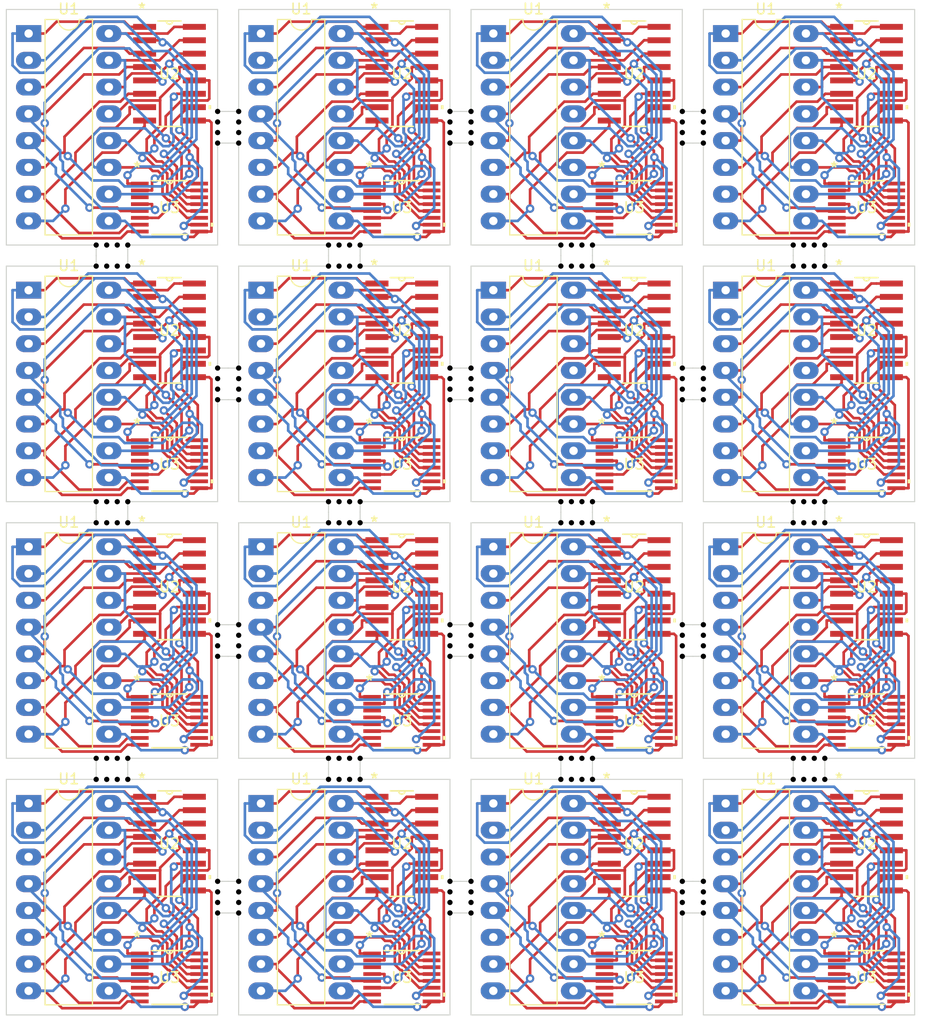
<source format=kicad_pcb>
(kicad_pcb (version 20221018) (generator pcbnew)
  (layers (0 "F.Cu" signal) (31 "B.Cu" signal) (34 "B.Paste" user) (35 "F.Paste" user) (36 "B.SilkS" user "B.Silkscreen") (37 "F.SilkS" user "F.Silkscreen") (38 "B.Mask" user) (39 "F.Mask" user) (44 "Edge.Cuts" user))
  (net 0 "")
  (net 1 "Board_0-Net-(U1-*E)")
  (net 2 "Board_0-Net-(U1-A)")
  (net 3 "Board_0-Net-(U1-A0)")
  (net 4 "Board_0-Net-(U1-A1)")
  (net 5 "Board_0-Net-(U1-A2)")
  (net 6 "Board_0-Net-(U1-A3)")
  (net 7 "Board_0-Net-(U1-A4)")
  (net 8 "Board_0-Net-(U1-A5)")
  (net 9 "Board_0-Net-(U1-A6)")
  (net 10 "Board_0-Net-(U1-A7)")
  (net 11 "Board_0-Net-(U1-GND)")
  (net 12 "Board_0-Net-(U1-S0)")
  (net 13 "Board_0-Net-(U1-S1)")
  (net 14 "Board_0-Net-(U1-S2)")
  (net 15 "Board_0-Net-(U1-VCC)")
  (net 16 "Board_0-Net-(U1-VEE)")
  (net 17 "Board_1-Net-(U1-*E)")
  (net 18 "Board_1-Net-(U1-A)")
  (net 19 "Board_1-Net-(U1-A0)")
  (net 20 "Board_1-Net-(U1-A1)")
  (net 21 "Board_1-Net-(U1-A2)")
  (net 22 "Board_1-Net-(U1-A3)")
  (net 23 "Board_1-Net-(U1-A4)")
  (net 24 "Board_1-Net-(U1-A5)")
  (net 25 "Board_1-Net-(U1-A6)")
  (net 26 "Board_1-Net-(U1-A7)")
  (net 27 "Board_1-Net-(U1-GND)")
  (net 28 "Board_1-Net-(U1-S0)")
  (net 29 "Board_1-Net-(U1-S1)")
  (net 30 "Board_1-Net-(U1-S2)")
  (net 31 "Board_1-Net-(U1-VCC)")
  (net 32 "Board_1-Net-(U1-VEE)")
  (net 33 "Board_2-Net-(U1-*E)")
  (net 34 "Board_2-Net-(U1-A)")
  (net 35 "Board_2-Net-(U1-A0)")
  (net 36 "Board_2-Net-(U1-A1)")
  (net 37 "Board_2-Net-(U1-A2)")
  (net 38 "Board_2-Net-(U1-A3)")
  (net 39 "Board_2-Net-(U1-A4)")
  (net 40 "Board_2-Net-(U1-A5)")
  (net 41 "Board_2-Net-(U1-A6)")
  (net 42 "Board_2-Net-(U1-A7)")
  (net 43 "Board_2-Net-(U1-GND)")
  (net 44 "Board_2-Net-(U1-S0)")
  (net 45 "Board_2-Net-(U1-S1)")
  (net 46 "Board_2-Net-(U1-S2)")
  (net 47 "Board_2-Net-(U1-VCC)")
  (net 48 "Board_2-Net-(U1-VEE)")
  (net 49 "Board_3-Net-(U1-*E)")
  (net 50 "Board_3-Net-(U1-A)")
  (net 51 "Board_3-Net-(U1-A0)")
  (net 52 "Board_3-Net-(U1-A1)")
  (net 53 "Board_3-Net-(U1-A2)")
  (net 54 "Board_3-Net-(U1-A3)")
  (net 55 "Board_3-Net-(U1-A4)")
  (net 56 "Board_3-Net-(U1-A5)")
  (net 57 "Board_3-Net-(U1-A6)")
  (net 58 "Board_3-Net-(U1-A7)")
  (net 59 "Board_3-Net-(U1-GND)")
  (net 60 "Board_3-Net-(U1-S0)")
  (net 61 "Board_3-Net-(U1-S1)")
  (net 62 "Board_3-Net-(U1-S2)")
  (net 63 "Board_3-Net-(U1-VCC)")
  (net 64 "Board_3-Net-(U1-VEE)")
  (net 65 "Board_4-Net-(U1-*E)")
  (net 66 "Board_4-Net-(U1-A)")
  (net 67 "Board_4-Net-(U1-A0)")
  (net 68 "Board_4-Net-(U1-A1)")
  (net 69 "Board_4-Net-(U1-A2)")
  (net 70 "Board_4-Net-(U1-A3)")
  (net 71 "Board_4-Net-(U1-A4)")
  (net 72 "Board_4-Net-(U1-A5)")
  (net 73 "Board_4-Net-(U1-A6)")
  (net 74 "Board_4-Net-(U1-A7)")
  (net 75 "Board_4-Net-(U1-GND)")
  (net 76 "Board_4-Net-(U1-S0)")
  (net 77 "Board_4-Net-(U1-S1)")
  (net 78 "Board_4-Net-(U1-S2)")
  (net 79 "Board_4-Net-(U1-VCC)")
  (net 80 "Board_4-Net-(U1-VEE)")
  (net 81 "Board_5-Net-(U1-*E)")
  (net 82 "Board_5-Net-(U1-A)")
  (net 83 "Board_5-Net-(U1-A0)")
  (net 84 "Board_5-Net-(U1-A1)")
  (net 85 "Board_5-Net-(U1-A2)")
  (net 86 "Board_5-Net-(U1-A3)")
  (net 87 "Board_5-Net-(U1-A4)")
  (net 88 "Board_5-Net-(U1-A5)")
  (net 89 "Board_5-Net-(U1-A6)")
  (net 90 "Board_5-Net-(U1-A7)")
  (net 91 "Board_5-Net-(U1-GND)")
  (net 92 "Board_5-Net-(U1-S0)")
  (net 93 "Board_5-Net-(U1-S1)")
  (net 94 "Board_5-Net-(U1-S2)")
  (net 95 "Board_5-Net-(U1-VCC)")
  (net 96 "Board_5-Net-(U1-VEE)")
  (net 97 "Board_6-Net-(U1-*E)")
  (net 98 "Board_6-Net-(U1-A)")
  (net 99 "Board_6-Net-(U1-A0)")
  (net 100 "Board_6-Net-(U1-A1)")
  (net 101 "Board_6-Net-(U1-A2)")
  (net 102 "Board_6-Net-(U1-A3)")
  (net 103 "Board_6-Net-(U1-A4)")
  (net 104 "Board_6-Net-(U1-A5)")
  (net 105 "Board_6-Net-(U1-A6)")
  (net 106 "Board_6-Net-(U1-A7)")
  (net 107 "Board_6-Net-(U1-GND)")
  (net 108 "Board_6-Net-(U1-S0)")
  (net 109 "Board_6-Net-(U1-S1)")
  (net 110 "Board_6-Net-(U1-S2)")
  (net 111 "Board_6-Net-(U1-VCC)")
  (net 112 "Board_6-Net-(U1-VEE)")
  (net 113 "Board_7-Net-(U1-*E)")
  (net 114 "Board_7-Net-(U1-A)")
  (net 115 "Board_7-Net-(U1-A0)")
  (net 116 "Board_7-Net-(U1-A1)")
  (net 117 "Board_7-Net-(U1-A2)")
  (net 118 "Board_7-Net-(U1-A3)")
  (net 119 "Board_7-Net-(U1-A4)")
  (net 120 "Board_7-Net-(U1-A5)")
  (net 121 "Board_7-Net-(U1-A6)")
  (net 122 "Board_7-Net-(U1-A7)")
  (net 123 "Board_7-Net-(U1-GND)")
  (net 124 "Board_7-Net-(U1-S0)")
  (net 125 "Board_7-Net-(U1-S1)")
  (net 126 "Board_7-Net-(U1-S2)")
  (net 127 "Board_7-Net-(U1-VCC)")
  (net 128 "Board_7-Net-(U1-VEE)")
  (net 129 "Board_8-Net-(U1-*E)")
  (net 130 "Board_8-Net-(U1-A)")
  (net 131 "Board_8-Net-(U1-A0)")
  (net 132 "Board_8-Net-(U1-A1)")
  (net 133 "Board_8-Net-(U1-A2)")
  (net 134 "Board_8-Net-(U1-A3)")
  (net 135 "Board_8-Net-(U1-A4)")
  (net 136 "Board_8-Net-(U1-A5)")
  (net 137 "Board_8-Net-(U1-A6)")
  (net 138 "Board_8-Net-(U1-A7)")
  (net 139 "Board_8-Net-(U1-GND)")
  (net 140 "Board_8-Net-(U1-S0)")
  (net 141 "Board_8-Net-(U1-S1)")
  (net 142 "Board_8-Net-(U1-S2)")
  (net 143 "Board_8-Net-(U1-VCC)")
  (net 144 "Board_8-Net-(U1-VEE)")
  (net 145 "Board_9-Net-(U1-*E)")
  (net 146 "Board_9-Net-(U1-A)")
  (net 147 "Board_9-Net-(U1-A0)")
  (net 148 "Board_9-Net-(U1-A1)")
  (net 149 "Board_9-Net-(U1-A2)")
  (net 150 "Board_9-Net-(U1-A3)")
  (net 151 "Board_9-Net-(U1-A4)")
  (net 152 "Board_9-Net-(U1-A5)")
  (net 153 "Board_9-Net-(U1-A6)")
  (net 154 "Board_9-Net-(U1-A7)")
  (net 155 "Board_9-Net-(U1-GND)")
  (net 156 "Board_9-Net-(U1-S0)")
  (net 157 "Board_9-Net-(U1-S1)")
  (net 158 "Board_9-Net-(U1-S2)")
  (net 159 "Board_9-Net-(U1-VCC)")
  (net 160 "Board_9-Net-(U1-VEE)")
  (net 161 "Board_10-Net-(U1-*E)")
  (net 162 "Board_10-Net-(U1-A)")
  (net 163 "Board_10-Net-(U1-A0)")
  (net 164 "Board_10-Net-(U1-A1)")
  (net 165 "Board_10-Net-(U1-A2)")
  (net 166 "Board_10-Net-(U1-A3)")
  (net 167 "Board_10-Net-(U1-A4)")
  (net 168 "Board_10-Net-(U1-A5)")
  (net 169 "Board_10-Net-(U1-A6)")
  (net 170 "Board_10-Net-(U1-A7)")
  (net 171 "Board_10-Net-(U1-GND)")
  (net 172 "Board_10-Net-(U1-S0)")
  (net 173 "Board_10-Net-(U1-S1)")
  (net 174 "Board_10-Net-(U1-S2)")
  (net 175 "Board_10-Net-(U1-VCC)")
  (net 176 "Board_10-Net-(U1-VEE)")
  (net 177 "Board_11-Net-(U1-*E)")
  (net 178 "Board_11-Net-(U1-A)")
  (net 179 "Board_11-Net-(U1-A0)")
  (net 180 "Board_11-Net-(U1-A1)")
  (net 181 "Board_11-Net-(U1-A2)")
  (net 182 "Board_11-Net-(U1-A3)")
  (net 183 "Board_11-Net-(U1-A4)")
  (net 184 "Board_11-Net-(U1-A5)")
  (net 185 "Board_11-Net-(U1-A6)")
  (net 186 "Board_11-Net-(U1-A7)")
  (net 187 "Board_11-Net-(U1-GND)")
  (net 188 "Board_11-Net-(U1-S0)")
  (net 189 "Board_11-Net-(U1-S1)")
  (net 190 "Board_11-Net-(U1-S2)")
  (net 191 "Board_11-Net-(U1-VCC)")
  (net 192 "Board_11-Net-(U1-VEE)")
  (net 193 "Board_12-Net-(U1-*E)")
  (net 194 "Board_12-Net-(U1-A)")
  (net 195 "Board_12-Net-(U1-A0)")
  (net 196 "Board_12-Net-(U1-A1)")
  (net 197 "Board_12-Net-(U1-A2)")
  (net 198 "Board_12-Net-(U1-A3)")
  (net 199 "Board_12-Net-(U1-A4)")
  (net 200 "Board_12-Net-(U1-A5)")
  (net 201 "Board_12-Net-(U1-A6)")
  (net 202 "Board_12-Net-(U1-A7)")
  (net 203 "Board_12-Net-(U1-GND)")
  (net 204 "Board_12-Net-(U1-S0)")
  (net 205 "Board_12-Net-(U1-S1)")
  (net 206 "Board_12-Net-(U1-S2)")
  (net 207 "Board_12-Net-(U1-VCC)")
  (net 208 "Board_12-Net-(U1-VEE)")
  (net 209 "Board_13-Net-(U1-*E)")
  (net 210 "Board_13-Net-(U1-A)")
  (net 211 "Board_13-Net-(U1-A0)")
  (net 212 "Board_13-Net-(U1-A1)")
  (net 213 "Board_13-Net-(U1-A2)")
  (net 214 "Board_13-Net-(U1-A3)")
  (net 215 "Board_13-Net-(U1-A4)")
  (net 216 "Board_13-Net-(U1-A5)")
  (net 217 "Board_13-Net-(U1-A6)")
  (net 218 "Board_13-Net-(U1-A7)")
  (net 219 "Board_13-Net-(U1-GND)")
  (net 220 "Board_13-Net-(U1-S0)")
  (net 221 "Board_13-Net-(U1-S1)")
  (net 222 "Board_13-Net-(U1-S2)")
  (net 223 "Board_13-Net-(U1-VCC)")
  (net 224 "Board_13-Net-(U1-VEE)")
  (net 225 "Board_14-Net-(U1-*E)")
  (net 226 "Board_14-Net-(U1-A)")
  (net 227 "Board_14-Net-(U1-A0)")
  (net 228 "Board_14-Net-(U1-A1)")
  (net 229 "Board_14-Net-(U1-A2)")
  (net 230 "Board_14-Net-(U1-A3)")
  (net 231 "Board_14-Net-(U1-A4)")
  (net 232 "Board_14-Net-(U1-A5)")
  (net 233 "Board_14-Net-(U1-A6)")
  (net 234 "Board_14-Net-(U1-A7)")
  (net 235 "Board_14-Net-(U1-GND)")
  (net 236 "Board_14-Net-(U1-S0)")
  (net 237 "Board_14-Net-(U1-S1)")
  (net 238 "Board_14-Net-(U1-S2)")
  (net 239 "Board_14-Net-(U1-VCC)")
  (net 240 "Board_14-Net-(U1-VEE)")
  (net 241 "Board_15-Net-(U1-*E)")
  (net 242 "Board_15-Net-(U1-A)")
  (net 243 "Board_15-Net-(U1-A0)")
  (net 244 "Board_15-Net-(U1-A1)")
  (net 245 "Board_15-Net-(U1-A2)")
  (net 246 "Board_15-Net-(U1-A3)")
  (net 247 "Board_15-Net-(U1-A4)")
  (net 248 "Board_15-Net-(U1-A5)")
  (net 249 "Board_15-Net-(U1-A6)")
  (net 250 "Board_15-Net-(U1-A7)")
  (net 251 "Board_15-Net-(U1-GND)")
  (net 252 "Board_15-Net-(U1-S0)")
  (net 253 "Board_15-Net-(U1-S1)")
  (net 254 "Board_15-Net-(U1-S2)")
  (net 255 "Board_15-Net-(U1-VCC)")
  (net 256 "Board_15-Net-(U1-VEE)")
  (footprint "NPTH" (layer "F.Cu") (at 171.566 80.38)
    (fp_text reference "KiKit_MB_36_2" hide)
    (fp_text value "NPTH" hide)
  )
  (footprint "NPTH" (layer "F.Cu") (at 181.099 93.056)
    (fp_text reference "KiKit_MB_48_2" hide)
    (fp_text value "NPTH" hide)
  )
  (footprint "NPTH" (layer "F.Cu") (at 147.5 55.028)
    (fp_text reference "KiKit_MB_15_2" hide)
    (fp_text value "NPTH" hide)
  )
  (footprint "NPTH" (layer "F.Cu") (at 182.099 68.704)
    (fp_text reference "KiKit_MB_37_3" hide)
    (fp_text value "NPTH" hide)
  )
  (footprint "NPTH" (layer "F.Cu") (at 183.099 44.352)
    (fp_text reference "KiKit_MB_23_4" hide)
    (fp_text value "NPTH" hide)
  )
  (footprint "NPTH" (layer "F.Cu") (at 182.099 42.352)
    (fp_text reference "KiKit_MB_10_2" hide)
    (fp_text value "NPTH" hide)
  )
  (footprint "NPTH" (layer "F.Cu") (at 171.566 79.38)
    (fp_text reference "KiKit_MB_36_3" hide)
    (fp_text value "NPTH" hide)
  )
  (footprint "NPTH" (layer "F.Cu") (at 113.901 68.704)
    (fp_text reference "KiKit_MB_26_1" hide)
    (fp_text value "NPTH" hide)
  )
  (footprint "Relay_parts:D16" (layer "F.Cu") (at 120.862 50.448)
    (fp_text reference "U2")
    (fp_text value "CD74HC4051M96")
  )
  (footprint "NPTH" (layer "F.Cu") (at 147.5 79.38)
    (fp_text reference "KiKit_MB_29_2" hide)
    (fp_text value "NPTH" hide)
  )
  (footprint "NPTH" (layer "F.Cu") (at 138.967 44.352)
    (fp_text reference "KiKit_MB_16_4" hide)
    (fp_text value "NPTH" hide)
  )
  (footprint "NPTH" (layer "F.Cu") (at 113.901 42.352)
    (fp_text reference "KiKit_MB_2_4" hide)
    (fp_text value "NPTH" hide)
  )
  (footprint "NPTH" (layer "F.Cu") (at 149.5 80.38)
    (fp_text reference "KiKit_MB_32_2" hide)
    (fp_text value "NPTH" hide)
  )
  (footprint "NPTH" (layer "F.Cu") (at 171.566 102.732)
    (fp_text reference "KiKit_MB_47_4" hide)
    (fp_text value "NPTH" hide)
  )
  (footprint "NPTH" (layer "F.Cu") (at 136.967 93.056)
    (fp_text reference "KiKit_MB_43_2" hide)
    (fp_text value "NPTH" hide)
  )
  (footprint "NPTH" (layer "F.Cu") (at 181.099 44.352)
    (fp_text reference "KiKit_MB_23_2" hide)
    (fp_text value "NPTH" hide)
  )
  (footprint "NPTH" (layer "F.Cu") (at 135.967 91.056)
    (fp_text reference "KiKit_MB_31_4" hide)
    (fp_text value "NPTH" hide)
  )
  (footprint "NPTH" (layer "F.Cu") (at 137.967 42.352)
    (fp_text reference "KiKit_MB_5_2" hide)
    (fp_text value "NPTH" hide)
  )
  (footprint "NPTH" (layer "F.Cu") (at 158.033 68.704)
    (fp_text reference "KiKit_MB_34_1" hide)
    (fp_text value "NPTH" hide)
  )
  (footprint "NPTH" (layer "F.Cu") (at 115.901 68.704)
    (fp_text reference "KiKit_MB_26_3" hide)
    (fp_text value "NPTH" hide)
  )
  (footprint "NPTH" (layer "F.Cu") (at 147.5 102.732)
    (fp_text reference "KiKit_MB_42_1" hide)
    (fp_text value "NPTH" hide)
  )
  (footprint "NPTH" (layer "F.Cu") (at 149.5 56.028)
    (fp_text reference "KiKit_MB_18_2" hide)
    (fp_text value "NPTH" hide)
  )
  (footprint "NPTH" (layer "F.Cu") (at 115.901 91.056)
    (fp_text reference "KiKit_MB_27_2" hide)
    (fp_text value "NPTH" hide)
  )
  (footprint "NPTH" (layer "F.Cu") (at 147.5 29.676)
    (fp_text reference "KiKit_MB_4_1" hide)
    (fp_text value "NPTH" hide)
  )
  (footprint "NPTH" (layer "F.Cu") (at 137.967 66.704)
    (fp_text reference "KiKit_MB_17_2" hide)
    (fp_text value "NPTH" hide)
  )
  (footprint "Relay_parts:PW16" (layer "F.Cu") (at 164.994 38.796)
    (fp_text reference "U3")
    (fp_text value "CD74HC4051M96")
  )
  (footprint "NPTH" (layer "F.Cu") (at 137.967 93.056)
    (fp_text reference "KiKit_MB_43_3" hide)
    (fp_text value "NPTH" hide)
  )
  (footprint "NPTH" (layer "F.Cu") (at 180.099 93.056)
    (fp_text reference "KiKit_MB_48_1" hide)
    (fp_text value "NPTH" hide)
  )
  (footprint "NPTH" (layer "F.Cu") (at 125.434 32.676)
    (fp_text reference "KiKit_MB_1_4" hide)
    (fp_text value "NPTH" hide)
  )
  (footprint "Relay_parts:D16" (layer "F.Cu") (at 142.928 99.152)
    (fp_text reference "U2")
    (fp_text value "CD74HC4051M96")
  )
  (footprint "NPTH" (layer "F.Cu") (at 127.434 31.676)
    (fp_text reference "KiKit_MB_3_2" hide)
    (fp_text value "NPTH" hide)
  )
  (footprint "NPTH" (layer "F.Cu") (at 115.901 93.056)
    (fp_text reference "KiKit_MB_40_3" hide)
    (fp_text value "NPTH" hide)
  )
  (footprint "NPTH" (layer "F.Cu") (at 180.099 42.352)
    (fp_text reference "KiKit_MB_10_4" hide)
    (fp_text value "NPTH" hide)
  )
  (footprint "Package_DIP:DIP-16_W7.62mm_LongPads" (layer "F.Cu") (at 151.6178 70.9871)
    (fp_text reference "U1")
    (fp_text value "CD74HC4051M96")
  )
  (footprint "NPTH" (layer "F.Cu") (at 171.566 103.732)
    (fp_text reference "KiKit_MB_47_3" hide)
    (fp_text value "NPTH" hide)
  )
  (footprint "NPTH" (layer "F.Cu") (at 161.033 68.704)
    (fp_text reference "KiKit_MB_34_4" hide)
    (fp_text value "NPTH" hide)
  )
  (footprint "Relay_parts:D16" (layer "F.Cu") (at 187.06 99.152)
    (fp_text reference "U2")
    (fp_text value "CD74HC4051M96")
  )
  (footprint "NPTH" (layer "F.Cu") (at 137.967 44.352)
    (fp_text reference "KiKit_MB_16_3" hide)
    (fp_text value "NPTH" hide)
  )
  (footprint "Package_DIP:DIP-16_W7.62mm_LongPads" (layer "F.Cu") (at 173.6838 22.2831)
    (fp_text reference "U1")
    (fp_text value "CD74HC4051M96")
  )
  (footprint "NPTH" (layer "F.Cu") (at 171.566 31.676)
    (fp_text reference "KiKit_MB_9_2" hide)
    (fp_text value "NPTH" hide)
  )
  (footprint "NPTH" (layer "F.Cu") (at 169.566 31.676)
    (fp_text reference "KiKit_MB_7_3" hide)
    (fp_text value "NPTH" hide)
  )
  (footprint "NPTH" (layer "F.Cu") (at 127.434 79.38)
    (fp_text reference "KiKit_MB_28_3" hide)
    (fp_text value "NPTH" hide)
  )
  (footprint "NPTH" (layer "F.Cu") (at 182.099 44.352)
    (fp_text reference "KiKit_MB_23_3" hide)
    (fp_text value "NPTH" hide)
  )
  (footprint "NPTH" (layer "F.Cu") (at 171.566 56.028)
    (fp_text reference "KiKit_MB_22_2" hide)
    (fp_text value "NPTH" hide)
  )
  (footprint "NPTH" (layer "F.Cu") (at 147.5 30.676)
    (fp_text reference "KiKit_MB_4_2" hide)
    (fp_text value "NPTH" hide)
  )
  (footprint "NPTH" (layer "F.Cu") (at 127.434 80.38)
    (fp_text reference "KiKit_MB_28_2" hide)
    (fp_text value "NPTH" hide)
  )
  (footprint "NPTH" (layer "F.Cu") (at 138.967 66.704)
    (fp_text reference "KiKit_MB_17_1" hide)
    (fp_text value "NPTH" hide)
  )
  (footprint "NPTH" (layer "F.Cu") (at 138.967 91.056)
    (fp_text reference "KiKit_MB_31_1" hide)
    (fp_text value "NPTH" hide)
  )
  (footprint "NPTH" (layer "F.Cu") (at 181.099 68.704)
    (fp_text reference "KiKit_MB_37_2" hide)
    (fp_text value "NPTH" hide)
  )
  (footprint "NPTH" (layer "F.Cu") (at 159.033 42.352)
    (fp_text reference "KiKit_MB_8_3" hide)
    (fp_text value "NPTH" hide)
  )
  (footprint "NPTH" (layer "F.Cu") (at 125.434 30.676)
    (fp_text reference "KiKit_MB_1_2" hide)
    (fp_text value "NPTH" hide)
  )
  (footprint "NPTH" (layer "F.Cu") (at 169.566 104.732)
    (fp_text reference "KiKit_MB_45_3" hide)
    (fp_text value "NPTH" hide)
  )
  (footprint "Relay_parts:PW16" (layer "F.Cu") (at 187.06 111.852)
    (fp_text reference "U3")
    (fp_text value "CD74HC4051M96")
  )
  (footprint "NPTH" (layer "F.Cu") (at 125.434 54.028)
    (fp_text reference "KiKit_MB_11_1" hide)
    (fp_text value "NPTH" hide)
  )
  (footprint "NPTH" (layer "F.Cu") (at 158.033 91.056)
    (fp_text reference "KiKit_MB_35_4" hide)
    (fp_text value "NPTH" hide)
  )
  (footprint "Relay_parts:D16" (layer "F.Cu") (at 187.06 50.448)
    (fp_text reference "U2")
    (fp_text value "CD74HC4051M96")
  )
  (footprint "NPTH" (layer "F.Cu") (at 147.5 81.38)
    (fp_text reference "KiKit_MB_29_4" hide)
    (fp_text value "NPTH" hide)
  )
  (footprint "NPTH" (layer "F.Cu") (at 136.967 44.352)
    (fp_text reference "KiKit_MB_16_2" hide)
    (fp_text value "NPTH" hide)
  )
  (footprint "NPTH" (layer "F.Cu") (at 171.566 29.676)
    (fp_text reference "KiKit_MB_9_4" hide)
    (fp_text value "NPTH" hide)
  )
  (footprint "NPTH" (layer "F.Cu") (at 180.099 66.704)
    (fp_text reference "KiKit_MB_24_4" hide)
    (fp_text value "NPTH" hide)
  )
  (footprint "NPTH" (layer "F.Cu") (at 125.434 102.732)
    (fp_text reference "KiKit_MB_39_1" hide)
    (fp_text value "NPTH" hide)
  )
  (footprint "NPTH" (layer "F.Cu") (at 125.434 103.732)
    (fp_text reference "KiKit_MB_39_2" hide)
    (fp_text value "NPTH" hide)
  )
  (footprint "NPTH" (layer "F.Cu") (at 183.099 68.704)
    (fp_text reference "KiKit_MB_37_4" hide)
    (fp_text value "NPTH" hide)
  )
  (footprint "NPTH" (layer "F.Cu") (at 125.434 55.028)
    (fp_text reference "KiKit_MB_11_2" hide)
    (fp_text value "NPTH" hide)
  )
  (footprint "NPTH" (layer "F.Cu") (at 116.901 66.704)
    (fp_text reference "KiKit_MB_13_1" hide)
    (fp_text value "NPTH" hide)
  )
  (footprint "NPTH" (layer "F.Cu") (at 159.033 93.056)
    (fp_text reference "KiKit_MB_46_2" hide)
    (fp_text value "NPTH" hide)
  )
  (footprint "NPTH" (layer "F.Cu") (at 125.434 79.38)
    (fp_text reference "KiKit_MB_25_2" hide)
    (fp_text value "NPTH" hide)
  )
  (footprint "NPTH" (layer "F.Cu") (at 169.566 102.732)
    (fp_text reference "KiKit_MB_45_1" hide)
    (fp_text value "NPTH" hide)
  )
  (footprint "Relay_parts:PW16" (layer "F.Cu") (at 164.994 111.852)
    (fp_text reference "U3")
    (fp_text value "CD74HC4051M96")
  )
  (footprint "NPTH" (layer "F.Cu") (at 158.033 44.352)
    (fp_text reference "KiKit_MB_20_1" hide)
    (fp_text value "NPTH" hide)
  )
  (footprint "Package_DIP:DIP-16_W7.62mm_LongPads" (layer "F.Cu") (at 107.4858 46.6351)
    (fp_text reference "U1")
    (fp_text value "CD74HC4051M96")
  )
  (footprint "NPTH" (layer "F.Cu") (at 125.434 81.38)
    (fp_text reference "KiKit_MB_25_4" hide)
    (fp_text value "NPTH" hide)
  )
  (footprint "NPTH" (layer "F.Cu") (at 149.5 102.732)
    (fp_text reference "KiKit_MB_44_4" hide)
    (fp_text value "NPTH" hide)
  )
  (footprint "Relay_parts:PW16" (layer "F.Cu") (at 187.06 87.5)
    (fp_text reference "U3")
    (fp_text value "CD74HC4051M96")
  )
  (footprint "Relay_parts:D16" (layer "F.Cu") (at 142.928 74.8)
    (fp_text reference "U2")
    (fp_text value "CD74HC4051M96")
  )
  (footprint "NPTH" (layer "F.Cu") (at 147.5 56.028)
    (fp_text reference "KiKit_MB_15_3" hide)
    (fp_text value "NPTH" hide)
  )
  (footprint "NPTH" (layer "F.Cu") (at 138.967 93.056)
    (fp_text reference "KiKit_MB_43_4" hide)
    (fp_text value "NPTH" hide)
  )
  (footprint "NPTH" (layer "F.Cu") (at 160.033 91.056)
    (fp_text reference "KiKit_MB_35_2" hide)
    (fp_text value "NPTH" hide)
  )
  (footprint "NPTH" (layer "F.Cu") (at 125.434 31.676)
    (fp_text reference "KiKit_MB_1_3" hide)
    (fp_text value "NPTH" hide)
  )
  (footprint "NPTH" (layer "F.Cu") (at 159.033 66.704)
    (fp_text reference "KiKit_MB_21_3" hide)
    (fp_text value "NPTH" hide)
  )
  (footprint "NPTH" (layer "F.Cu") (at 161.033 42.352)
    (fp_text reference "KiKit_MB_8_1" hide)
    (fp_text value "NPTH" hide)
  )
  (footprint "NPTH" (layer "F.Cu") (at 159.033 68.704)
    (fp_text reference "KiKit_MB_34_2" hide)
    (fp_text value "NPTH" hide)
  )
  (footprint "NPTH" (layer "F.Cu") (at 135.967 68.704)
    (fp_text reference "KiKit_MB_30_1" hide)
    (fp_text value "NPTH" hide)
  )
  (footprint "NPTH" (layer "F.Cu") (at 125.434 80.38)
    (fp_text reference "KiKit_MB_25_3" hide)
    (fp_text value "NPTH" hide)
  )
  (footprint "Relay_parts:D16" (layer "F.Cu") (at 164.994 50.448)
    (fp_text reference "U2")
    (fp_text value "CD74HC4051M96")
  )
  (footprint "NPTH" (layer "F.Cu") (at 147.5 78.38)
    (fp_text reference "KiKit_MB_29_1" hide)
    (fp_text value "NPTH" hide)
  )
  (footprint "NPTH" (layer "F.Cu") (at 116.901 91.056)
    (fp_text reference "KiKit_MB_27_1" hide)
    (fp_text value "NPTH" hide)
  )
  (footprint "NPTH" (layer "F.Cu") (at 171.566 54.028)
    (fp_text reference "KiKit_MB_22_4" hide)
    (fp_text value "NPTH" hide)
  )
  (footprint "NPTH" (layer "F.Cu") (at 159.033 91.056)
    (fp_text reference "KiKit_MB_35_3" hide)
    (fp_text value "NPTH" hide)
  )
  (footprint "NPTH" (layer "F.Cu") (at 161.033 66.704)
    (fp_text reference "KiKit_MB_21_1" hide)
    (fp_text value "NPTH" hide)
  )
  (footprint "NPTH" (layer "F.Cu") (at 147.5 80.38)
    (fp_text reference "KiKit_MB_29_3" hide)
    (fp_text value "NPTH" hide)
  )
  (footprint "NPTH" (layer "F.Cu") (at 136.967 68.704)
    (fp_text reference "KiKit_MB_30_2" hide)
    (fp_text value "NPTH" hide)
  )
  (footprint "Relay_parts:PW16" (layer "F.Cu") (at 187.06 63.148)
    (fp_text reference "U3")
    (fp_text value "CD74HC4051M96")
  )
  (footprint "NPTH" (layer "F.Cu") (at 158.033 42.352)
    (fp_text reference "KiKit_MB_8_4" hide)
    (fp_text value "NPTH" hide)
  )
  (footprint "NPTH" (layer "F.Cu") (at 169.566 56.028)
    (fp_text reference "KiKit_MB_19_3" hide)
    (fp_text value "NPTH" hide)
  )
  (footprint "NPTH" (layer "F.Cu") (at 136.967 91.056)
    (fp_text reference "KiKit_MB_31_3" hide)
    (fp_text value "NPTH" hide)
  )
  (footprint "NPTH" (layer "F.Cu") (at 158.033 93.056)
    (fp_text reference "KiKit_MB_46_1" hide)
    (fp_text value "NPTH" hide)
  )
  (footprint "NPTH" (layer "F.Cu") (at 125.434 57.028)
    (fp_text reference "KiKit_MB_11_4" hide)
    (fp_text value "NPTH" hide)
  )
  (footprint "Relay_parts:D16" (layer "F.Cu") (at 142.928 50.448)
    (fp_text reference "U2")
    (fp_text value "CD74HC4051M96")
  )
  (footprint "NPTH" (layer "F.Cu") (at 114.901 68.704)
    (fp_text reference "KiKit_MB_26_2" hide)
    (fp_text value "NPTH" hide)
  )
  (footprint "NPTH" (layer "F.Cu") (at 114.901 91.056)
    (fp_text reference "KiKit_MB_27_3" hide)
    (fp_text value "NPTH" hide)
  )
  (footprint "NPTH" (layer "F.Cu") (at 169.566 79.38)
    (fp_text reference "KiKit_MB_33_2" hide)
    (fp_text value "NPTH" hide)
  )
  (footprint "Package_DIP:DIP-16_W7.62mm_LongPads" (layer "F.Cu") (at 173.6838 95.3391)
    (fp_text reference "U1")
    (fp_text value "CD74HC4051M96")
  )
  (footprint "NPTH" (layer "F.Cu") (at 180.099 68.704)
    (fp_text reference "KiKit_MB_37_1" hide)
    (fp_text value "NPTH" hide)
  )
  (footprint "NPTH" (layer "F.Cu") (at 169.566 81.38)
    (fp_text reference "KiKit_MB_33_4" hide)
    (fp_text value "NPTH" hide)
  )
  (footprint "NPTH" (layer "F.Cu") (at 159.033 44.352)
    (fp_text reference "KiKit_MB_20_2" hide)
    (fp_text value "NPTH" hide)
  )
  (footprint "Package_DIP:DIP-16_W7.62mm_LongPads" (layer "F.Cu") (at 107.4858 22.2831)
    (fp_text reference "U1")
    (fp_text value "CD74HC4051M96")
  )
  (footprint "NPTH" (layer "F.Cu") (at 161.033 93.056)
    (fp_text reference "KiKit_MB_46_4" hide)
    (fp_text value "NPTH" hide)
  )
  (footprint "NPTH" (layer "F.Cu") (at 127.434 102.732)
    (fp_text reference "KiKit_MB_41_4" hide)
    (fp_text value "NPTH" hide)
  )
  (footprint "NPTH" (layer "F.Cu") (at 169.566 32.676)
    (fp_text reference "KiKit_MB_7_4" hide)
    (fp_text value "NPTH" hide)
  )
  (footprint "Package_DIP:DIP-16_W7.62mm_LongPads" (layer "F.Cu") (at 173.6838 70.9871)
    (fp_text reference "U1")
    (fp_text value "CD74HC4051M96")
  )
  (footprint "NPTH" (layer "F.Cu") (at 113.901 93.056)
    (fp_text reference "KiKit_MB_40_1" hide)
    (fp_text value "NPTH" hide)
  )
  (footprint "NPTH" (layer "F.Cu") (at 171.566 81.38)
    (fp_text reference "KiKit_MB_36_1" hide)
    (fp_text value "NPTH" hide)
  )
  (footprint "NPTH" (layer "F.Cu") (at 127.434 104.732)
    (fp_text reference "KiKit_MB_41_2" hide)
    (fp_text value "NPTH" hide)
  )
  (footprint "NPTH" (layer "F.Cu") (at 136.967 66.704)
    (fp_text reference "KiKit_MB_17_3" hide)
    (fp_text value "NPTH" hide)
  )
  (footprint "NPTH" (layer "F.Cu") (at 149.5 103.732)
    (fp_text reference "KiKit_MB_44_3" hide)
    (fp_text value "NPTH" hide)
  )
  (footprint "NPTH" (layer "F.Cu") (at 171.566 32.676)
    (fp_text reference "KiKit_MB_9_1" hide)
    (fp_text value "NPTH" hide)
  )
  (footprint "NPTH" (layer "F.Cu") (at 125.434 104.732)
    (fp_text reference "KiKit_MB_39_3" hide)
    (fp_text value "NPTH" hide)
  )
  (footprint "NPTH" (layer "F.Cu") (at 135.967 42.352)
    (fp_text reference "KiKit_MB_5_4" hide)
    (fp_text value "NPTH" hide)
  )
  (footprint "NPTH" (layer "F.Cu") (at 127.434 56.028)
    (fp_text reference "KiKit_MB_14_2" hide)
    (fp_text value "NPTH" hide)
  )
  (footprint "NPTH" (layer "F.Cu") (at 183.099 91.056)
    (fp_text reference "KiKit_MB_38_1" hide)
    (fp_text value "NPTH" hide)
  )
  (footprint "NPTH" (layer "F.Cu") (at 160.033 68.704)
    (fp_text reference "KiKit_MB_34_3" hide)
    (fp_text value "NPTH" hide)
  )
  (footprint "NPTH" (layer "F.Cu") (at 158.033 66.704)
    (fp_text reference "KiKit_MB_21_4" hide)
    (fp_text value "NPTH" hide)
  )
  (footprint "Relay_parts:D16" (layer "F.Cu") (at 120.862 26.096)
    (fp_text reference "U2")
    (fp_text value "CD74HC4051M96")
  )
  (footprint "Relay_parts:D16" (layer "F.Cu") (at 142.928 26.096)
    (fp_text reference "U2")
    (fp_text value "CD74HC4051M96")
  )
  (footprint "NPTH" (layer "F.Cu") (at 182.099 66.704)
    (fp_text reference "KiKit_MB_24_2" hide)
    (fp_text value "NPTH" hide)
  )
  (footprint "Relay_parts:PW16" (layer "F.Cu") (at 142.928 38.796)
    (fp_text reference "U3")
    (fp_text value "CD74HC4051M96")
  )
  (footprint "NPTH" (layer "F.Cu") (at 147.5 31.676)
    (fp_text reference "KiKit_MB_4_3" hide)
    (fp_text value "NPTH" hide)
  )
  (footprint "Package_DIP:DIP-16_W7.62mm_LongPads" (layer "F.Cu") (at 173.6838 46.6351)
    (fp_text reference "U1")
    (fp_text value "CD74HC4051M96")
  )
  (footprint "NPTH" (layer "F.Cu") (at 114.901 66.704)
    (fp_text reference "KiKit_MB_13_3" hide)
    (fp_text value "NPTH" hide)
  )
  (footprint "NPTH" (layer "F.Cu") (at 169.566 29.676)
    (fp_text reference "KiKit_MB_7_1" hide)
    (fp_text value "NPTH" hide)
  )
  (footprint "NPTH" (layer "F.Cu") (at 147.5 105.732)
    (fp_text reference "KiKit_MB_42_4" hide)
    (fp_text value "NPTH" hide)
  )
  (footprint "NPTH" (layer "F.Cu") (at 149.5 29.676)
    (fp_text reference "KiKit_MB_6_4" hide)
    (fp_text value "NPTH" hide)
  )
  (footprint "NPTH" (layer "F.Cu") (at 181.099 91.056)
    (fp_text reference "KiKit_MB_38_3" hide)
    (fp_text value "NPTH" hide)
  )
  (footprint "NPTH" (layer "F.Cu") (at 149.5 55.028)
    (fp_text reference "KiKit_MB_18_3" hide)
    (fp_text value "NPTH" hide)
  )
  (footprint "NPTH" (layer "F.Cu") (at 169.566 105.732)
    (fp_text reference "KiKit_MB_45_4" hide)
    (fp_text value "NPTH" hide)
  )
  (footprint "NPTH" (layer "F.Cu") (at 113.901 91.056)
    (fp_text reference "KiKit_MB_27_4" hide)
    (fp_text value "NPTH" hide)
  )
  (footprint "NPTH" (layer "F.Cu") (at 135.967 66.704)
    (fp_text reference "KiKit_MB_17_4" hide)
    (fp_text value "NPTH" hide)
  )
  (footprint "NPTH" (layer "F.Cu") (at 169.566 103.732)
    (fp_text reference "KiKit_MB_45_2" hide)
    (fp_text value "NPTH" hide)
  )
  (footprint "NPTH" (layer "F.Cu") (at 169.566 55.028)
    (fp_text reference "KiKit_MB_19_2" hide)
    (fp_text value "NPTH" hide)
  )
  (footprint "NPTH" (layer "F.Cu") (at 149.5 105.732)
    (fp_text reference "KiKit_MB_44_1" hide)
    (fp_text value "NPTH" hide)
  )
  (footprint "NPTH" (layer "F.Cu") (at 113.901 44.352)
    (fp_text reference "KiKit_MB_12_1" hide)
    (fp_text value "NPTH" hide)
  )
  (footprint "NPTH" (layer "F.Cu") (at 127.434 57.028)
    (fp_text reference "KiKit_MB_14_1" hide)
    (fp_text value "NPTH" hide)
  )
  (footprint "NPTH" (layer "F.Cu") (at 136.967 42.352)
    (fp_text reference "KiKit_MB_5_3" hide)
    (fp_text value "NPTH" hide)
  )
  (footprint "NPTH" (layer "F.Cu") (at 127.434 32.676)
    (fp_text reference "KiKit_MB_3_1" hide)
    (fp_text value "NPTH" hide)
  )
  (footprint "NPTH" (layer "F.Cu") (at 115.901 66.704)
    (fp_text reference "KiKit_MB_13_2" hide)
    (fp_text value "NPTH" hide)
  )
  (footprint "NPTH" (layer "F.Cu") (at 116.901 68.704)
    (fp_text reference "KiKit_MB_26_4" hide)
    (fp_text value "NPTH" hide)
  )
  (footprint "NPTH" (layer "F.Cu") (at 127.434 78.38)
    (fp_text reference "KiKit_MB_28_4" hide)
    (fp_text value "NPTH" hide)
  )
  (footprint "NPTH" (layer "F.Cu") (at 161.033 91.056)
    (fp_text reference "KiKit_MB_35_1" hide)
    (fp_text value "NPTH" hide)
  )
  (footprint "Package_DIP:DIP-16_W7.62mm_LongPads" (layer "F.Cu") (at 129.5518 95.3391)
    (fp_text reference "U1")
    (fp_text value "CD74HC4051M96")
  )
  (footprint "NPTH" (layer "F.Cu") (at 149.5 54.028)
    (fp_text reference "KiKit_MB_18_4" hide)
    (fp_text value "NPTH" hide)
  )
  (footprint "Relay_parts:PW16" (layer "F.Cu") (at 120.862 63.148)
    (fp_text reference "U3")
    (fp_text value "CD74HC4051M96")
  )
  (footprint "NPTH" (layer "F.Cu") (at 169.566 30.676)
    (fp_text reference "KiKit_MB_7_2" hide)
    (fp_text value "NPTH" hide)
  )
  (footprint "Relay_parts:PW16" (layer "F.Cu") (at 164.994 87.5)
    (fp_text reference "U3")
    (fp_text value "CD74HC4051M96")
  )
  (footprint "NPTH" (layer "F.Cu") (at 180.099 44.352)
    (fp_text reference "KiKit_MB_23_1" hide)
    (fp_text value "NPTH" hide)
  )
  (footprint "NPTH" (layer "F.Cu") (at 160.033 44.352)
    (fp_text reference "KiKit_MB_20_3" hide)
    (fp_text value "NPTH" hide)
  )
  (footprint "NPTH" (layer "F.Cu") (at 183.099 42.352)
    (fp_text reference "KiKit_MB_10_1" hide)
    (fp_text value "NPTH" hide)
  )
  (footprint "NPTH" (layer "F.Cu") (at 135.967 44.352)
    (fp_text reference "KiKit_MB_16_1" hide)
    (fp_text value "NPTH" hide)
  )
  (footprint "NPTH" (layer "F.Cu") (at 138.967 42.352)
    (fp_text reference "KiKit_MB_5_1" hide)
    (fp_text value "NPTH" hide)
  )
  (footprint "NPTH" (layer "F.Cu") (at 149.5 78.38)
    (fp_text reference "KiKit_MB_32_4" hide)
    (fp_text value "NPTH" hide)
  )
  (footprint "NPTH" (layer "F.Cu") (at 182.099 91.056)
    (fp_text reference "KiKit_MB_38_2" hide)
    (fp_text value "NPTH" hide)
  )
  (footprint "NPTH" (layer "F.Cu") (at 149.5 30.676)
    (fp_text reference "KiKit_MB_6_3" hide)
    (fp_text value "NPTH" hide)
  )
  (footprint "Package_DIP:DIP-16_W7.62mm_LongPads" (layer "F.Cu") (at 151.6178 95.3391)
    (fp_text reference "U1")
    (fp_text value "CD74HC4051M96")
  )
  (footprint "Relay_parts:PW16" (layer "F.Cu") (at 164.994 63.148)
    (fp_text reference "U3")
    (fp_text value "CD74HC4051M96")
  )
  (footprint "Relay_parts:PW16" (layer "F.Cu") (at 120.862 87.5)
    (fp_text reference "U3")
    (fp_text value "CD74HC4051M96")
  )
  (footprint "NPTH" (layer "F.Cu") (at 169.566 57.028)
    (fp_text reference "KiKit_MB_19_4" hide)
    (fp_text value "NPTH" hide)
  )
  (footprint "Package_DIP:DIP-16_W7.62mm_LongPads" (layer "F.Cu") (at 129.5518 22.2831)
    (fp_text reference "U1")
    (fp_text value "CD74HC4051M96")
  )
  (footprint "NPTH" (layer "F.Cu") (at 114.901 93.056)
    (fp_text reference "KiKit_MB_40_2" hide)
    (fp_text value "NPTH" hide)
  )
  (footprint "Relay_parts:D16" (layer "F.Cu") (at 164.994 99.152)
    (fp_text reference "U2")
    (fp_text value "CD74HC4051M96")
  )
  (footprint "Relay_parts:PW16" (layer "F.Cu") (at 187.06 38.796)
    (fp_text reference "U3")
    (fp_text value "CD74HC4051M96")
  )
  (footprint "NPTH" (layer "F.Cu") (at 125.434 29.676)
    (fp_text reference "KiKit_MB_1_1" hide)
    (fp_text value "NPTH" hide)
  )
  (footprint "NPTH" (layer "F.Cu") (at 160.033 93.056)
    (fp_text reference "KiKit_MB_46_3" hide)
    (fp_text value "NPTH" hide)
  )
  (footprint "NPTH" (layer "F.Cu") (at 127.434 105.732)
    (fp_text reference "KiKit_MB_41_1" hide)
    (fp_text value "NPTH" hide)
  )
  (footprint "Package_DIP:DIP-16_W7.62mm_LongPads" (layer "F.Cu") (at 129.5518 46.6351)
    (fp_text reference "U1")
    (fp_text value "CD74HC4051M96")
  )
  (footprint "NPTH" (layer "F.Cu") (at 116.901 44.352)
    (fp_text reference "KiKit_MB_12_4" hide)
    (fp_text value "NPTH" hide)
  )
  (footprint "NPTH" (layer "F.Cu") (at 127.434 103.732)
    (fp_text reference "KiKit_MB_41_3" hide)
    (fp_text value "NPTH" hide)
  )
  (footprint "NPTH" (layer "F.Cu") (at 181.099 42.352)
    (fp_text reference "KiKit_MB_10_3" hide)
    (fp_text value "NPTH" hide)
  )
  (footprint "NPTH" (layer "F.Cu") (at 171.566 105.732)
    (fp_text reference "KiKit_MB_47_1" hide)
    (fp_text value "NPTH" hide)
  )
  (footprint "NPTH" (layer "F.Cu") (at 171.566 55.028)
    (fp_text reference "KiKit_MB_22_3" hide)
    (fp_text value "NPTH" hide)
  )
  (footprint "Relay_parts:D16" (layer "F.Cu") (at 120.862 74.8)
    (fp_text reference "U2")
    (fp_text value "CD74HC4051M96")
  )
  (footprint "Package_DIP:DIP-16_W7.62mm_LongPads" (layer "F.Cu") (at 129.5518 70.9871)
    (fp_text reference "U1")
    (fp_text value "CD74HC4051M96")
  )
  (footprint "Package_DIP:DIP-16_W7.62mm_LongPads" (layer "F.Cu") (at 107.4858 70.9871)
    (fp_text reference "U1")
    (fp_text value "CD74HC4051M96")
  )
  (footprint "NPTH" (layer "F.Cu") (at 147.5 57.028)
    (fp_text reference "KiKit_MB_15_4" hide)
    (fp_text value "NPTH" hide)
  )
  (footprint "NPTH" (layer "F.Cu") (at 114.901 42.352)
    (fp_text reference "KiKit_MB_2_3" hide)
    (fp_text value "NPTH" hide)
  )
  (footprint "NPTH" (layer "F.Cu") (at 147.5 103.732)
    (fp_text reference "KiKit_MB_42_2" hide)
    (fp_text value "NPTH" hide)
  )
  (footprint "Relay_parts:D16" (layer "F.Cu") (at 187.06 26.096)
    (fp_text reference "U2")
    (fp_text value "CD74HC4051M96")
  )
  (footprint "NPTH" (layer "F.Cu") (at 116.901 93.056)
    (fp_text reference "KiKit_MB_40_4" hide)
    (fp_text value "NPTH" hide)
  )
  (footprint "NPTH" (layer "F.Cu") (at 160.033 66.704)
    (fp_text reference "KiKit_MB_21_2" hide)
    (fp_text value "NPTH" hide)
  )
  (footprint "NPTH" (layer "F.Cu") (at 127.434 55.028)
    (fp_text reference "KiKit_MB_14_3" hide)
    (fp_text value "NPTH" hide)
  )
  (footprint "NPTH" (layer "F.Cu") (at 149.5 32.676)
    (fp_text reference "KiKit_MB_6_1" hide)
    (fp_text value "NPTH" hide)
  )
  (footprint "Relay_parts:PW16" (layer "F.Cu") (at 142.928 87.5)
    (fp_text reference "U3")
    (fp_text value "CD74HC4051M96")
  )
  (footprint "Relay_parts:D16" (layer "F.Cu") (at 164.994 74.8)
    (fp_text reference "U2")
    (fp_text value "CD74HC4051M96")
  )
  (footprint "NPTH" (layer "F.Cu") (at 115.901 44.352)
    (fp_text reference "KiKit_MB_12_3" hide)
    (fp_text value "NPTH" hide)
  )
  (footprint "NPTH" (layer "F.Cu") (at 171.566 78.38)
    (fp_text reference "KiKit_MB_36_4" hide)
    (fp_text value "NPTH" hide)
  )
  (footprint "NPTH" (layer "F.Cu") (at 147.5 32.676)
    (fp_text reference "KiKit_MB_4_4" hide)
    (fp_text value "NPTH" hide)
  )
  (footprint "NPTH" (layer "F.Cu") (at 182.099 93.056)
    (fp_text reference "KiKit_MB_48_3" hide)
    (fp_text value "NPTH" hide)
  )
  (footprint "Relay_parts:D16" (layer "F.Cu") (at 164.994 26.096)
    (fp_text reference "U2")
    (fp_text value "CD74HC4051M96")
  )
  (footprint "Relay_parts:PW16" (layer "F.Cu") (at 120.862 38.796)
    (fp_text reference "U3")
    (fp_text value "CD74HC4051M96")
  )
  (footprint "Package_DIP:DIP-16_W7.62mm_LongPads" (layer "F.Cu") (at 151.6178 46.6351)
    (fp_text reference "U1")
    (fp_text value "CD74HC4051M96")
  )
  (footprint "NPTH" (layer "F.Cu") (at 171.566 30.676)
    (fp_text reference "KiKit_MB_9_3" hide)
    (fp_text value "NPTH" hide)
  )
  (footprint "NPTH" (layer "F.Cu") (at 116.901 42.352)
    (fp_text reference "KiKit_MB_2_1" hide)
    (fp_text value "NPTH" hide)
  )
  (footprint "Relay_parts:PW16" (layer "F.Cu") (at 142.928 63.148)
    (fp_text reference "U3")
    (fp_text value "CD74HC4051M96")
  )
  (footprint "NPTH" (layer "F.Cu") (at 127.434 54.028)
    (fp_text reference "KiKit_MB_14_4" hide)
    (fp_text value "NPTH" hide)
  )
  (footprint "NPTH" (layer "F.Cu") (at 169.566 54.028)
    (fp_text reference "KiKit_MB_19_1" hide)
    (fp_text value "NPTH" hide)
  )
  (footprint "NPTH" (layer "F.Cu") (at 160.033 42.352)
    (fp_text reference "KiKit_MB_8_2" hide)
    (fp_text value "NPTH" hide)
  )
  (footprint "NPTH" (layer "F.Cu") (at 137.967 68.704)
    (fp_text reference "KiKit_MB_30_3" hide)
    (fp_text value "NPTH" hide)
  )
  (footprint "Relay_parts:D16" (layer "F.Cu") (at 187.06 74.8)
    (fp_text reference "U2")
    (fp_text value "CD74HC4051M96")
  )
  (footprint "NPTH" (layer "F.Cu") (at 149.5 57.028)
    (fp_text reference "KiKit_MB_18_1" hide)
    (fp_text value "NPTH" hide)
  )
  (footprint "NPTH" (layer "F.Cu") (at 125.434 105.732)
    (fp_text reference "KiKit_MB_39_4" hide)
    (fp_text value "NPTH" hide)
  )
  (footprint "Package_DIP:DIP-16_W7.62mm_LongPads" (layer "F.Cu") (at 107.4858 95.3391)
    (fp_text reference "U1")
    (fp_text value "CD74HC4051M96")
  )
  (footprint "NPTH" (layer "F.Cu") (at 149.5 81.38)
    (fp_text reference "KiKit_MB_32_1" hide)
    (fp_text value "NPTH" hide)
  )
  (footprint "NPTH" (layer "F.Cu") (at 115.901 42.352)
    (fp_text reference "KiKit_MB_2_2" hide)
    (fp_text value "NPTH" hide)
  )
  (footprint "Relay_parts:D16" (layer "F.Cu") (at 120.862 99.152)
    (fp_text reference "U2")
    (fp_text value "CD74HC4051M96")
  )
  (footprint "NPTH" (layer "F.Cu") (at 125.434 56.028)
    (fp_text reference "KiKit_MB_11_3" hide)
    (fp_text value "NPTH" hide)
  )
  (footprint "NPTH" (layer "F.Cu") (at 147.5 104.732)
    (fp_text reference "KiKit_MB_42_3" hide)
    (fp_text value "NPTH" hide)
  )
  (footprint "Relay_parts:PW16" (layer "F.Cu") (at 120.862 111.852)
    (fp_text reference "U3")
    (fp_text value "CD74HC4051M96")
  )
  (footprint "NPTH" (layer "F.Cu") (at 127.434 30.676)
    (fp_text reference "KiKit_MB_3_3" hide)
    (fp_text value "NPTH" hide)
  )
  (footprint "NPTH" (layer "F.Cu") (at 149.5 104.732)
    (fp_text reference "KiKit_MB_44_2" hide)
    (fp_text value "NPTH" hide)
  )
  (footprint "NPTH" (layer "F.Cu") (at 138.967 68.704)
    (fp_text reference "KiKit_MB_30_4" hide)
    (fp_text value "NPTH" hide)
  )
  (footprint "NPTH" (layer "F.Cu") (at 149.5 79.38)
    (fp_text reference "KiKit_MB_32_3" hide)
    (fp_text value "NPTH" hide)
  )
  (footprint "Relay_parts:PW16" (layer "F.Cu") (at 142.928 111.852)
    (fp_text reference "U3")
    (fp_text value "CD74HC4051M96")
  )
  (footprint "NPTH" (layer "F.Cu") (at 135.967 93.056)
    (fp_text reference "KiKit_MB_43_1" hide)
    (fp_text value "NPTH" hide)
  )
  (footprint "Package_DIP:DIP-16_W7.62mm_LongPads" (layer "F.Cu") (at 151.6178 22.2831)
    (fp_text reference "U1")
    (fp_text value "CD74HC4051M96")
  )
  (footprint "NPTH" (layer "F.Cu") (at 171.566 104.732)
    (fp_text reference "KiKit_MB_47_2" hide)
    (fp_text value "NPTH" hide)
  )
  (footprint "NPTH" (layer "F.Cu") (at 137.967 91.056)
    (fp_text reference "KiKit_MB_31_2" hide)
    (fp_text value "NPTH" hide)
  )
  (footprint "NPTH" (layer "F.Cu") (at 183.099 93.056)
    (fp_text reference "KiKit_MB_48_4" hide)
    (fp_text value "NPTH" hide)
  )
  (footprint "NPTH" (layer "F.Cu") (at 183.099 66.704)
    (fp_text reference "KiKit_MB_24_1" hide)
    (fp_text value "NPTH" hide)
  )
  (footprint "NPTH" (layer "F.Cu") (at 171.566 57.028)
    (fp_text reference "KiKit_MB_22_1" hide)
    (fp_text value "NPTH" hide)
  )
  (footprint "NPTH" (layer "F.Cu") (at 181.099 66.704)
    (fp_text reference "KiKit_MB_24_3" hide)
    (fp_text value "NPTH" hide)
  )
  (footprint "NPTH" (layer "F.Cu") (at 161.033 44.352)
    (fp_text reference "KiKit_MB_20_4" hide)
    (fp_text value "NPTH" hide)
  )
  (footprint "NPTH" (layer "F.Cu") (at 169.566 78.38)
    (fp_text reference "KiKit_MB_33_1" hide)
    (fp_text value "NPTH" hide)
  )
  (footprint "NPTH" (layer "F.Cu") (at 114.901 44.352)
    (fp_text reference "KiKit_MB_12_2" hide)
    (fp_text value "NPTH" hide)
  )
  (footprint "NPTH" (layer "F.Cu") (at 180.099 91.056)
    (fp_text reference "KiKit_MB_38_4" hide)
    (fp_text value "NPTH" hide)
  )
  (footprint "NPTH" (layer "F.Cu") (at 127.434 81.38)
    (fp_text reference "KiKit_MB_28_1" hide)
    (fp_text value "NPTH" hide)
  )
  (footprint "NPTH" (layer "F.Cu") (at 147.5 54.028)
    (fp_text reference "KiKit_MB_15_1" hide)
    (fp_text value "NPTH" hide)
  )
  (footprint "NPTH" (layer "F.Cu") (at 127.434 29.676)
    (fp_text reference "KiKit_MB_3_4" hide)
    (fp_text value "NPTH" hide)
  )
  (footprint "NPTH" (layer "F.Cu") (at 149.5 31.676)
    (fp_text reference "KiKit_MB_6_2" hide)
    (fp_text value "NPTH" hide)
  )
  (footprint "NPTH" (layer "F.Cu") (at 169.566 80.38)
    (fp_text reference "KiKit_MB_33_3" hide)
    (fp_text value "NPTH" hide)
  )
  (footprint "NPTH" (layer "F.Cu") (at 113.901 66.704)
    (fp_text reference "KiKit_MB_13_4" hide)
    (fp_text value "NPTH" hide)
  )
  (footprint "NPTH" (layer "F.Cu") (at 125.434 78.38)
    (fp_text reference "KiKit_MB_25_1" hide)
    (fp_text value "NPTH" hide)
  )
  (gr_line (start 183.099 93.056) (end 183.099 92.057) (stroke (width 0.1)) (layer "Edge.Cuts"))
  (gr_line (start 180.099 44.352) (end 171.566 44.352) (stroke (width 0.1)) (layer "Edge.Cuts"))
  (gr_line (start 180.099 91.056) (end 180.099 92.055) (stroke (width 0.1)) (layer "Edge.Cuts"))
  (gr_line (start 127.434 91.056) (end 135.967 91.056) (stroke (width 0.1)) (layer "Edge.Cuts"))
  (gr_line (start 169.566 20) (end 149.5 20) (stroke (width 0.1)) (layer "Edge.Cuts"))
  (gr_line (start 105.368 68.704) (end 105.368 91.056) (stroke (width 0.1)) (layer "Edge.Cuts"))
  (gr_line (start 127.434 78.38) (end 126.435 78.38) (stroke (width 0.1)) (layer "Edge.Cuts"))
  (gr_line (start 170.567 81.38) (end 171.566 81.38) (stroke (width 0.1)) (layer "Edge.Cuts"))
  (gr_line (start 147.5 102.732) (end 147.5 93.056) (stroke (width 0.1)) (layer "Edge.Cuts"))
  (gr_line (start 147.5 20) (end 127.434 20) (stroke (width 0.1)) (layer "Edge.Cuts"))
  (gr_line (start 127.434 115.408) (end 147.5 115.408) (stroke (width 0.1)) (layer "Edge.Cuts"))
  (gr_line (start 125.434 102.732) (end 125.434 93.056) (stroke (width 0.1)) (layer "Edge.Cuts"))
  (gr_line (start 169.566 42.352) (end 169.566 32.676) (stroke (width 0.1)) (layer "Edge.Cuts"))
  (gr_line (start 125.434 29.676) (end 125.434 20) (stroke (width 0.1)) (layer "Edge.Cuts"))
  (gr_line (start 105.368 93.056) (end 105.368 115.408) (stroke (width 0.1)) (layer "Edge.Cuts"))
  (gr_line (start 113.901 43.3535) (end 113.901 44.352) (stroke (width 0.1)) (layer "Edge.Cuts"))
  (gr_line (start 183.099 67.703) (end 183.099 66.704) (stroke (width 0.1)) (layer "Edge.Cuts"))
  (gr_line (start 180.099 42.352) (end 180.099 43.3515) (stroke (width 0.1)) (layer "Edge.Cuts"))
  (gr_line (start 161.033 68.704) (end 161.033 67.705) (stroke (width 0.1)) (layer "Edge.Cuts"))
  (gr_line (start 161.033 67.705) (end 161.033 67.703) (stroke (width 0.1)) (layer "Edge.Cuts"))
  (gr_line (start 171.566 42.352) (end 180.099 42.352) (stroke (width 0.1)) (layer "Edge.Cuts"))
  (gr_line (start 161.033 92.055) (end 161.033 91.056) (stroke (width 0.1)) (layer "Edge.Cuts"))
  (gr_line (start 158.033 42.352) (end 158.033 43.3515) (stroke (width 0.1)) (layer "Edge.Cuts"))
  (gr_line (start 147.5 105.732) (end 148.499 105.732) (stroke (width 0.1)) (layer "Edge.Cuts"))
  (gr_line (start 126.435 54.028) (end 126.433 54.028) (stroke (width 0.1)) (layer "Edge.Cuts"))
  (gr_line (start 113.901 67.703) (end 113.901 67.705) (stroke (width 0.1)) (layer "Edge.Cuts"))
  (gr_line (start 116.901 43.3515) (end 116.901 42.352) (stroke (width 0.1)) (layer "Edge.Cuts"))
  (gr_line (start 116.901 42.352) (end 125.434 42.352) (stroke (width 0.1)) (layer "Edge.Cuts"))
  (gr_line (start 149.5 105.732) (end 149.5 115.408) (stroke (width 0.1)) (layer "Edge.Cuts"))
  (gr_line (start 169.566 32.676) (end 170.565 32.676) (stroke (width 0.1)) (layer "Edge.Cuts"))
  (gr_line (start 169.566 57.028) (end 170.565 57.028) (stroke (width 0.1)) (layer "Edge.Cuts"))
  (gr_line (start 148.499 78.38) (end 147.5 78.38) (stroke (width 0.1)) (layer "Edge.Cuts"))
  (gr_line (start 183.099 67.705) (end 183.099 67.703) (stroke (width 0.1)) (layer "Edge.Cuts"))
  (gr_line (start 170.567 32.676) (end 171.566 32.676) (stroke (width 0.1)) (layer "Edge.Cuts"))
  (gr_line (start 169.566 78.38) (end 169.566 68.704) (stroke (width 0.1)) (layer "Edge.Cuts"))
  (gr_line (start 161.033 66.704) (end 169.566 66.704) (stroke (width 0.1)) (layer "Edge.Cuts"))
  (gr_line (start 113.901 68.704) (end 105.368 68.704) (stroke (width 0.1)) (layer "Edge.Cuts"))
  (gr_line (start 105.368 115.408) (end 125.434 115.408) (stroke (width 0.1)) (layer "Edge.Cuts"))
  (gr_line (start 147.5 57.028) (end 148.499 57.028) (stroke (width 0.1)) (layer "Edge.Cuts"))
  (gr_line (start 127.434 44.352) (end 127.434 54.028) (stroke (width 0.1)) (layer "Edge.Cuts"))
  (gr_line (start 126.435 105.732) (end 127.434 105.732) (stroke (width 0.1)) (layer "Edge.Cuts"))
  (gr_line (start 135.967 43.3535) (end 135.967 44.352) (stroke (width 0.1)) (layer "Edge.Cuts"))
  (gr_line (start 169.566 91.056) (end 169.566 81.38) (stroke (width 0.1)) (layer "Edge.Cuts"))
  (gr_line (start 161.033 91.056) (end 169.566 91.056) (stroke (width 0.1)) (layer "Edge.Cuts"))
  (gr_line (start 125.434 115.408) (end 125.434 105.732) (stroke (width 0.1)) (layer "Edge.Cuts"))
  (gr_line (start 149.5 54.028) (end 148.501 54.028) (stroke (width 0.1)) (layer "Edge.Cuts"))
  (gr_line (start 138.967 92.055) (end 138.967 91.056) (stroke (width 0.1)) (layer "Edge.Cuts"))
  (gr_line (start 127.434 105.732) (end 127.434 115.408) (stroke (width 0.1)) (layer "Edge.Cuts"))
  (gr_line (start 113.901 44.352) (end 105.368 44.352) (stroke (width 0.1)) (layer "Edge.Cuts"))
  (gr_line (start 149.5 81.38) (end 149.5 91.056) (stroke (width 0.1)) (layer "Edge.Cuts"))
  (gr_line (start 148.499 29.676) (end 147.5 29.676) (stroke (width 0.1)) (layer "Edge.Cuts"))
  (gr_line (start 148.499 81.38) (end 148.501 81.38) (stroke (width 0.1)) (layer "Edge.Cuts"))
  (gr_line (start 125.434 68.704) (end 116.901 68.704) (stroke (width 0.1)) (layer "Edge.Cuts"))
  (gr_line (start 171.566 44.352) (end 171.566 54.028) (stroke (width 0.1)) (layer "Edge.Cuts"))
  (gr_line (start 127.434 54.028) (end 126.435 54.028) (stroke (width 0.1)) (layer "Edge.Cuts"))
  (gr_line (start 191.632 20) (end 171.566 20) (stroke (width 0.1)) (layer "Edge.Cuts"))
  (gr_line (start 169.566 29.676) (end 169.566 20) (stroke (width 0.1)) (layer "Edge.Cuts"))
  (gr_line (start 127.434 32.676) (end 127.434 42.352) (stroke (width 0.1)) (layer "Edge.Cuts"))
  (gr_line (start 148.499 32.676) (end 148.501 32.676) (stroke (width 0.1)) (layer "Edge.Cuts"))
  (gr_line (start 171.566 66.704) (end 180.099 66.704) (stroke (width 0.1)) (layer "Edge.Cuts"))
  (gr_line (start 183.099 92.057) (end 183.099 92.055) (stroke (width 0.1)) (layer "Edge.Cuts"))
  (gr_line (start 126.433 78.38) (end 125.434 78.38) (stroke (width 0.1)) (layer "Edge.Cuts"))
  (gr_line (start 127.434 102.732) (end 126.435 102.732) (stroke (width 0.1)) (layer "Edge.Cuts"))
  (gr_line (start 183.099 91.056) (end 191.632 91.056) (stroke (width 0.1)) (layer "Edge.Cuts"))
  (gr_line (start 138.967 67.703) (end 138.967 66.704) (stroke (width 0.1)) (layer "Edge.Cuts"))
  (gr_line (start 138.967 43.3515) (end 138.967 42.352) (stroke (width 0.1)) (layer "Edge.Cuts"))
  (gr_line (start 127.434 42.352) (end 135.967 42.352) (stroke (width 0.1)) (layer "Edge.Cuts"))
  (gr_line (start 125.434 81.38) (end 126.433 81.38) (stroke (width 0.1)) (layer "Edge.Cuts"))
  (gr_line (start 158.033 92.055) (end 158.033 92.057) (stroke (width 0.1)) (layer "Edge.Cuts"))
  (gr_line (start 149.5 68.704) (end 149.5 78.38) (stroke (width 0.1)) (layer "Edge.Cuts"))
  (gr_line (start 169.566 44.352) (end 161.033 44.352) (stroke (width 0.1)) (layer "Edge.Cuts"))
  (gr_line (start 147.5 54.028) (end 147.5 44.352) (stroke (width 0.1)) (layer "Edge.Cuts"))
  (gr_line (start 135.967 92.057) (end 135.967 93.056) (stroke (width 0.1)) (layer "Edge.Cuts"))
  (gr_line (start 147.5 66.704) (end 147.5 57.028) (stroke (width 0.1)) (layer "Edge.Cuts"))
  (gr_line (start 161.033 44.352) (end 161.033 43.3535) (stroke (width 0.1)) (layer "Edge.Cuts"))
  (gr_line (start 147.5 32.676) (end 148.499 32.676) (stroke (width 0.1)) (layer "Edge.Cuts"))
  (gr_line (start 116.901 66.704) (end 125.434 66.704) (stroke (width 0.1)) (layer "Edge.Cuts"))
  (gr_line (start 138.967 92.057) (end 138.967 92.055) (stroke (width 0.1)) (layer "Edge.Cuts"))
  (gr_line (start 116.901 67.703) (end 116.901 66.704) (stroke (width 0.1)) (layer "Edge.Cuts"))
  (gr_line (start 158.033 67.703) (end 158.033 67.705) (stroke (width 0.1)) (layer "Edge.Cuts"))
  (gr_line (start 138.967 66.704) (end 147.5 66.704) (stroke (width 0.1)) (layer "Edge.Cuts"))
  (gr_line (start 149.5 42.352) (end 158.033 42.352) (stroke (width 0.1)) (layer "Edge.Cuts"))
  (gr_line (start 135.967 93.056) (end 127.434 93.056) (stroke (width 0.1)) (layer "Edge.Cuts"))
  (gr_line (start 180.099 67.703) (end 180.099 67.705) (stroke (width 0.1)) (layer "Edge.Cuts"))
  (gr_line (start 126.433 29.676) (end 125.434 29.676) (stroke (width 0.1)) (layer "Edge.Cuts"))
  (gr_line (start 149.5 29.676) (end 148.501 29.676) (stroke (width 0.1)) (layer "Edge.Cuts"))
  (gr_line (start 127.434 93.056) (end 127.434 102.732) (stroke (width 0.1)) (layer "Edge.Cuts"))
  (gr_line (start 149.5 91.056) (end 158.033 91.056) (stroke (width 0.1)) (layer "Edge.Cuts"))
  (gr_line (start 170.565 32.676) (end 170.567 32.676) (stroke (width 0.1)) (layer "Edge.Cuts"))
  (gr_line (start 180.099 93.056) (end 171.566 93.056) (stroke (width 0.1)) (layer "Edge.Cuts"))
  (gr_line (start 126.435 32.676) (end 127.434 32.676) (stroke (width 0.1)) (layer "Edge.Cuts"))
  (gr_line (start 149.5 102.732) (end 148.501 102.732) (stroke (width 0.1)) (layer "Edge.Cuts"))
  (gr_line (start 183.099 66.704) (end 191.632 66.704) (stroke (width 0.1)) (layer "Edge.Cuts"))
  (gr_line (start 125.434 44.352) (end 116.901 44.352) (stroke (width 0.1)) (layer "Edge.Cuts"))
  (gr_line (start 135.967 43.3515) (end 135.967 43.3535) (stroke (width 0.1)) (layer "Edge.Cuts"))
  (gr_line (start 149.5 66.704) (end 158.033 66.704) (stroke (width 0.1)) (layer "Edge.Cuts"))
  (gr_line (start 147.5 44.352) (end 138.967 44.352) (stroke (width 0.1)) (layer "Edge.Cuts"))
  (gr_line (start 126.433 81.38) (end 126.435 81.38) (stroke (width 0.1)) (layer "Edge.Cuts"))
  (gr_line (start 148.499 57.028) (end 148.501 57.028) (stroke (width 0.1)) (layer "Edge.Cuts"))
  (gr_line (start 171.566 68.704) (end 171.566 78.38) (stroke (width 0.1)) (layer "Edge.Cuts"))
  (gr_line (start 113.901 92.055) (end 113.901 92.057) (stroke (width 0.1)) (layer "Edge.Cuts"))
  (gr_line (start 125.434 57.028) (end 126.433 57.028) (stroke (width 0.1)) (layer "Edge.Cuts"))
  (gr_line (start 116.901 43.3535) (end 116.901 43.3515) (stroke (width 0.1)) (layer "Edge.Cuts"))
  (gr_line (start 170.565 29.676) (end 169.566 29.676) (stroke (width 0.1)) (layer "Edge.Cuts"))
  (gr_line (start 148.499 105.732) (end 148.501 105.732) (stroke (width 0.1)) (layer "Edge.Cuts"))
  (gr_line (start 126.433 105.732) (end 126.435 105.732) (stroke (width 0.1)) (layer "Edge.Cuts"))
  (gr_line (start 105.368 42.352) (end 113.901 42.352) (stroke (width 0.1)) (layer "Edge.Cuts"))
  (gr_line (start 169.566 68.704) (end 161.033 68.704) (stroke (width 0.1)) (layer "Edge.Cuts"))
  (gr_line (start 191.632 91.056) (end 191.632 68.704) (stroke (width 0.1)) (layer "Edge.Cuts"))
  (gr_line (start 105.368 91.056) (end 113.901 91.056) (stroke (width 0.1)) (layer "Edge.Cuts"))
  (gr_line (start 183.099 43.3515) (end 183.099 42.352) (stroke (width 0.1)) (layer "Edge.Cuts"))
  (gr_line (start 149.5 32.676) (end 149.5 42.352) (stroke (width 0.1)) (layer "Edge.Cuts"))
  (gr_line (start 183.099 42.352) (end 191.632 42.352) (stroke (width 0.1)) (layer "Edge.Cuts"))
  (gr_line (start 116.901 67.705) (end 116.901 67.703) (stroke (width 0.1)) (layer "Edge.Cuts"))
  (gr_line (start 126.435 78.38) (end 126.433 78.38) (stroke (width 0.1)) (layer "Edge.Cuts"))
  (gr_line (start 180.099 43.3515) (end 180.099 43.3535) (stroke (width 0.1)) (layer "Edge.Cuts"))
  (gr_line (start 138.967 68.704) (end 138.967 67.705) (stroke (width 0.1)) (layer "Edge.Cuts"))
  (gr_line (start 138.967 93.056) (end 138.967 92.057) (stroke (width 0.1)) (layer "Edge.Cuts"))
  (gr_line (start 135.967 92.055) (end 135.967 92.057) (stroke (width 0.1)) (layer "Edge.Cuts"))
  (gr_line (start 147.5 115.408) (end 147.5 105.732) (stroke (width 0.1)) (layer "Edge.Cuts"))
  (gr_line (start 148.501 54.028) (end 148.499 54.028) (stroke (width 0.1)) (layer "Edge.Cuts"))
  (gr_line (start 158.033 44.352) (end 149.5 44.352) (stroke (width 0.1)) (layer "Edge.Cuts"))
  (gr_line (start 158.033 67.705) (end 158.033 68.704) (stroke (width 0.1)) (layer "Edge.Cuts"))
  (gr_line (start 171.566 54.028) (end 170.567 54.028) (stroke (width 0.1)) (layer "Edge.Cuts"))
  (gr_line (start 113.901 93.056) (end 105.368 93.056) (stroke (width 0.1)) (layer "Edge.Cuts"))
  (gr_line (start 126.435 29.676) (end 126.433 29.676) (stroke (width 0.1)) (layer "Edge.Cuts"))
  (gr_line (start 191.632 115.408) (end 191.632 93.056) (stroke (width 0.1)) (layer "Edge.Cuts"))
  (gr_line (start 125.434 91.056) (end 125.434 81.38) (stroke (width 0.1)) (layer "Edge.Cuts"))
  (gr_line (start 169.566 93.056) (end 161.033 93.056) (stroke (width 0.1)) (layer "Edge.Cuts"))
  (gr_line (start 158.033 66.704) (end 158.033 67.703) (stroke (width 0.1)) (layer "Edge.Cuts"))
  (gr_line (start 171.566 102.732) (end 170.567 102.732) (stroke (width 0.1)) (layer "Edge.Cuts"))
  (gr_line (start 180.099 92.057) (end 180.099 93.056) (stroke (width 0.1)) (layer "Edge.Cuts"))
  (gr_line (start 180.099 43.3535) (end 180.099 44.352) (stroke (width 0.1)) (layer "Edge.Cuts"))
  (gr_line (start 171.566 20) (end 171.566 29.676) (stroke (width 0.1)) (layer "Edge.Cuts"))
  (gr_line (start 148.501 57.028) (end 149.5 57.028) (stroke (width 0.1)) (layer "Edge.Cuts"))
  (gr_line (start 125.434 105.732) (end 126.433 105.732) (stroke (width 0.1)) (layer "Edge.Cuts"))
  (gr_line (start 169.566 102.732) (end 169.566 93.056) (stroke (width 0.1)) (layer "Edge.Cuts"))
  (gr_line (start 138.967 44.352) (end 138.967 43.3535) (stroke (width 0.1)) (layer "Edge.Cuts"))
  (gr_line (start 147.5 91.056) (end 147.5 81.38) (stroke (width 0.1)) (layer "Edge.Cuts"))
  (gr_line (start 105.368 20) (end 105.368 42.352) (stroke (width 0.1)) (layer "Edge.Cuts"))
  (gr_line (start 135.967 67.705) (end 135.967 68.704) (stroke (width 0.1)) (layer "Edge.Cuts"))
  (gr_line (start 113.901 66.704) (end 113.901 67.703) (stroke (width 0.1)) (layer "Edge.Cuts"))
  (gr_line (start 116.901 93.056) (end 116.901 92.057) (stroke (width 0.1)) (layer "Edge.Cuts"))
  (gr_line (start 116.901 92.057) (end 116.901 92.055) (stroke (width 0.1)) (layer "Edge.Cuts"))
  (gr_line (start 171.566 32.676) (end 171.566 42.352) (stroke (width 0.1)) (layer "Edge.Cuts"))
  (gr_line (start 170.567 102.732) (end 170.565 102.732) (stroke (width 0.1)) (layer "Edge.Cuts"))
  (gr_line (start 116.901 91.056) (end 125.434 91.056) (stroke (width 0.1)) (layer "Edge.Cuts"))
  (gr_line (start 169.566 66.704) (end 169.566 57.028) (stroke (width 0.1)) (layer "Edge.Cuts"))
  (gr_line (start 148.499 54.028) (end 147.5 54.028) (stroke (width 0.1)) (layer "Edge.Cuts"))
  (gr_line (start 161.033 42.352) (end 169.566 42.352) (stroke (width 0.1)) (layer "Edge.Cuts"))
  (gr_line (start 127.434 68.704) (end 127.434 78.38) (stroke (width 0.1)) (layer "Edge.Cuts"))
  (gr_line (start 148.501 81.38) (end 149.5 81.38) (stroke (width 0.1)) (layer "Edge.Cuts"))
  (gr_line (start 127.434 57.028) (end 127.434 66.704) (stroke (width 0.1)) (layer "Edge.Cuts"))
  (gr_line (start 125.434 42.352) (end 125.434 32.676) (stroke (width 0.1)) (layer "Edge.Cuts"))
  (gr_line (start 147.5 42.352) (end 147.5 32.676) (stroke (width 0.1)) (layer "Edge.Cuts"))
  (gr_line (start 169.566 115.408) (end 169.566 105.732) (stroke (width 0.1)) (layer "Edge.Cuts"))
  (gr_line (start 135.967 91.056) (end 135.967 92.055) (stroke (width 0.1)) (layer "Edge.Cuts"))
  (gr_line (start 161.033 92.057) (end 161.033 92.055) (stroke (width 0.1)) (layer "Edge.Cuts"))
  (gr_line (start 125.434 93.056) (end 116.901 93.056) (stroke (width 0.1)) (layer "Edge.Cuts"))
  (gr_line (start 171.566 57.028) (end 171.566 66.704) (stroke (width 0.1)) (layer "Edge.Cuts"))
  (gr_line (start 125.434 66.704) (end 125.434 57.028) (stroke (width 0.1)) (layer "Edge.Cuts"))
  (gr_line (start 113.901 43.3515) (end 113.901 43.3535) (stroke (width 0.1)) (layer "Edge.Cuts"))
  (gr_line (start 135.967 44.352) (end 127.434 44.352) (stroke (width 0.1)) (layer "Edge.Cuts"))
  (gr_line (start 158.033 68.704) (end 149.5 68.704) (stroke (width 0.1)) (layer "Edge.Cuts"))
  (gr_line (start 170.567 57.028) (end 171.566 57.028) (stroke (width 0.1)) (layer "Edge.Cuts"))
  (gr_line (start 126.433 102.732) (end 125.434 102.732) (stroke (width 0.1)) (layer "Edge.Cuts"))
  (gr_line (start 116.901 68.704) (end 116.901 67.705) (stroke (width 0.1)) (layer "Edge.Cuts"))
  (gr_line (start 169.566 105.732) (end 170.565 105.732) (stroke (width 0.1)) (layer "Edge.Cuts"))
  (gr_line (start 116.901 44.352) (end 116.901 43.3535) (stroke (width 0.1)) (layer "Edge.Cuts"))
  (gr_line (start 149.5 20) (end 149.5 29.676) (stroke (width 0.1)) (layer "Edge.Cuts"))
  (gr_line (start 169.566 54.028) (end 169.566 44.352) (stroke (width 0.1)) (layer "Edge.Cuts"))
  (gr_line (start 148.501 105.732) (end 149.5 105.732) (stroke (width 0.1)) (layer "Edge.Cuts"))
  (gr_line (start 170.565 81.38) (end 170.567 81.38) (stroke (width 0.1)) (layer "Edge.Cuts"))
  (gr_line (start 138.967 91.056) (end 147.5 91.056) (stroke (width 0.1)) (layer "Edge.Cuts"))
  (gr_line (start 105.368 44.352) (end 105.368 66.704) (stroke (width 0.1)) (layer "Edge.Cuts"))
  (gr_line (start 170.567 78.38) (end 170.565 78.38) (stroke (width 0.1)) (layer "Edge.Cuts"))
  (gr_line (start 170.565 57.028) (end 170.567 57.028) (stroke (width 0.1)) (layer "Edge.Cuts"))
  (gr_line (start 171.566 29.676) (end 170.567 29.676) (stroke (width 0.1)) (layer "Edge.Cuts"))
  (gr_line (start 125.434 54.028) (end 125.434 44.352) (stroke (width 0.1)) (layer "Edge.Cuts"))
  (gr_line (start 138.967 42.352) (end 147.5 42.352) (stroke (width 0.1)) (layer "Edge.Cuts"))
  (gr_line (start 149.5 57.028) (end 149.5 66.704) (stroke (width 0.1)) (layer "Edge.Cuts"))
  (gr_line (start 148.501 32.676) (end 149.5 32.676) (stroke (width 0.1)) (layer "Edge.Cuts"))
  (gr_line (start 158.033 43.3535) (end 158.033 44.352) (stroke (width 0.1)) (layer "Edge.Cuts"))
  (gr_line (start 183.099 92.055) (end 183.099 91.056) (stroke (width 0.1)) (layer "Edge.Cuts"))
  (gr_line (start 116.901 92.055) (end 116.901 91.056) (stroke (width 0.1)) (layer "Edge.Cuts"))
  (gr_line (start 170.565 105.732) (end 170.567 105.732) (stroke (width 0.1)) (layer "Edge.Cuts"))
  (gr_line (start 161.033 67.703) (end 161.033 66.704) (stroke (width 0.1)) (layer "Edge.Cuts"))
  (gr_line (start 126.435 81.38) (end 127.434 81.38) (stroke (width 0.1)) (layer "Edge.Cuts"))
  (gr_line (start 126.433 54.028) (end 125.434 54.028) (stroke (width 0.1)) (layer "Edge.Cuts"))
  (gr_line (start 127.434 29.676) (end 126.435 29.676) (stroke (width 0.1)) (layer "Edge.Cuts"))
  (gr_line (start 147.5 81.38) (end 148.499 81.38) (stroke (width 0.1)) (layer "Edge.Cuts"))
  (gr_line (start 171.566 81.38) (end 171.566 91.056) (stroke (width 0.1)) (layer "Edge.Cuts"))
  (gr_line (start 158.033 43.3515) (end 158.033 43.3535) (stroke (width 0.1)) (layer "Edge.Cuts"))
  (gr_line (start 148.501 102.732) (end 148.499 102.732) (stroke (width 0.1)) (layer "Edge.Cuts"))
  (gr_line (start 170.567 54.028) (end 170.565 54.028) (stroke (width 0.1)) (layer "Edge.Cuts"))
  (gr_line (start 170.565 54.028) (end 169.566 54.028) (stroke (width 0.1)) (layer "Edge.Cuts"))
  (gr_line (start 149.5 78.38) (end 148.501 78.38) (stroke (width 0.1)) (layer "Edge.Cuts"))
  (gr_line (start 138.967 67.705) (end 138.967 67.703) (stroke (width 0.1)) (layer "Edge.Cuts"))
  (gr_line (start 171.566 91.056) (end 180.099 91.056) (stroke (width 0.1)) (layer "Edge.Cuts"))
  (gr_line (start 127.434 81.38) (end 127.434 91.056) (stroke (width 0.1)) (layer "Edge.Cuts"))
  (gr_line (start 147.5 78.38) (end 147.5 68.704) (stroke (width 0.1)) (layer "Edge.Cuts"))
  (gr_line (start 191.632 93.056) (end 183.099 93.056) (stroke (width 0.1)) (layer "Edge.Cuts"))
  (gr_line (start 180.099 68.704) (end 171.566 68.704) (stroke (width 0.1)) (layer "Edge.Cuts"))
  (gr_line (start 147.5 93.056) (end 138.967 93.056) (stroke (width 0.1)) (layer "Edge.Cuts"))
  (gr_line (start 127.434 20) (end 127.434 29.676) (stroke (width 0.1)) (layer "Edge.Cuts"))
  (gr_line (start 147.5 29.676) (end 147.5 20) (stroke (width 0.1)) (layer "Edge.Cuts"))
  (gr_line (start 138.967 43.3535) (end 138.967 43.3515) (stroke (width 0.1)) (layer "Edge.Cuts"))
  (gr_line (start 126.435 57.028) (end 127.434 57.028) (stroke (width 0.1)) (layer "Edge.Cuts"))
  (gr_line (start 125.434 78.38) (end 125.434 68.704) (stroke (width 0.1)) (layer "Edge.Cuts"))
  (gr_line (start 149.5 115.408) (end 169.566 115.408) (stroke (width 0.1)) (layer "Edge.Cuts"))
  (gr_line (start 180.099 67.705) (end 180.099 68.704) (stroke (width 0.1)) (layer "Edge.Cuts"))
  (gr_line (start 135.967 67.703) (end 135.967 67.705) (stroke (width 0.1)) (layer "Edge.Cuts"))
  (gr_line (start 126.433 57.028) (end 126.435 57.028) (stroke (width 0.1)) (layer "Edge.Cuts"))
  (gr_line (start 183.099 43.3535) (end 183.099 43.3515) (stroke (width 0.1)) (layer "Edge.Cuts"))
  (gr_line (start 171.566 78.38) (end 170.567 78.38) (stroke (width 0.1)) (layer "Edge.Cuts"))
  (gr_line (start 180.099 66.704) (end 180.099 67.703) (stroke (width 0.1)) (layer "Edge.Cuts"))
  (gr_line (start 148.499 102.732) (end 147.5 102.732) (stroke (width 0.1)) (layer "Edge.Cuts"))
  (gr_line (start 113.901 67.705) (end 113.901 68.704) (stroke (width 0.1)) (layer "Edge.Cuts"))
  (gr_line (start 161.033 93.056) (end 161.033 92.057) (stroke (width 0.1)) (layer "Edge.Cuts"))
  (gr_line (start 170.565 78.38) (end 169.566 78.38) (stroke (width 0.1)) (layer "Edge.Cuts"))
  (gr_line (start 183.099 68.704) (end 183.099 67.705) (stroke (width 0.1)) (layer "Edge.Cuts"))
  (gr_line (start 158.033 93.056) (end 149.5 93.056) (stroke (width 0.1)) (layer "Edge.Cuts"))
  (gr_line (start 113.901 42.352) (end 113.901 43.3515) (stroke (width 0.1)) (layer "Edge.Cuts"))
  (gr_line (start 170.567 29.676) (end 170.565 29.676) (stroke (width 0.1)) (layer "Edge.Cuts"))
  (gr_line (start 161.033 43.3535) (end 161.033 43.3515) (stroke (width 0.1)) (layer "Edge.Cuts"))
  (gr_line (start 171.566 115.408) (end 191.632 115.408) (stroke (width 0.1)) (layer "Edge.Cuts"))
  (gr_line (start 135.967 42.352) (end 135.967 43.3515) (stroke (width 0.1)) (layer "Edge.Cuts"))
  (gr_line (start 149.5 93.056) (end 149.5 102.732) (stroke (width 0.1)) (layer "Edge.Cuts"))
  (gr_line (start 169.566 81.38) (end 170.565 81.38) (stroke (width 0.1)) (layer "Edge.Cuts"))
  (gr_line (start 127.434 66.704) (end 135.967 66.704) (stroke (width 0.1)) (layer "Edge.Cuts"))
  (gr_line (start 171.566 105.732) (end 171.566 115.408) (stroke (width 0.1)) (layer "Edge.Cuts"))
  (gr_line (start 158.033 92.057) (end 158.033 93.056) (stroke (width 0.1)) (layer "Edge.Cuts"))
  (gr_line (start 105.368 66.704) (end 113.901 66.704) (stroke (width 0.1)) (layer "Edge.Cuts"))
  (gr_line (start 191.632 66.704) (end 191.632 44.352) (stroke (width 0.1)) (layer "Edge.Cuts"))
  (gr_line (start 148.501 78.38) (end 148.499 78.38) (stroke (width 0.1)) (layer "Edge.Cuts"))
  (gr_line (start 161.033 43.3515) (end 161.033 42.352) (stroke (width 0.1)) (layer "Edge.Cuts"))
  (gr_line (start 113.901 91.056) (end 113.901 92.055) (stroke (width 0.1)) (layer "Edge.Cuts"))
  (gr_line (start 171.566 93.056) (end 171.566 102.732) (stroke (width 0.1)) (layer "Edge.Cuts"))
  (gr_line (start 147.5 68.704) (end 138.967 68.704) (stroke (width 0.1)) (layer "Edge.Cuts"))
  (gr_line (start 149.5 44.352) (end 149.5 54.028) (stroke (width 0.1)) (layer "Edge.Cuts"))
  (gr_line (start 125.434 32.676) (end 126.433 32.676) (stroke (width 0.1)) (layer "Edge.Cuts"))
  (gr_line (start 170.567 105.732) (end 171.566 105.732) (stroke (width 0.1)) (layer "Edge.Cuts"))
  (gr_line (start 135.967 68.704) (end 127.434 68.704) (stroke (width 0.1)) (layer "Edge.Cuts"))
  (gr_line (start 126.433 32.676) (end 126.435 32.676) (stroke (width 0.1)) (layer "Edge.Cuts"))
  (gr_line (start 148.501 29.676) (end 148.499 29.676) (stroke (width 0.1)) (layer "Edge.Cuts"))
  (gr_line (start 191.632 42.352) (end 191.632 20) (stroke (width 0.1)) (layer "Edge.Cuts"))
  (gr_line (start 125.434 20) (end 105.368 20) (stroke (width 0.1)) (layer "Edge.Cuts"))
  (gr_line (start 191.632 68.704) (end 183.099 68.704) (stroke (width 0.1)) (layer "Edge.Cuts"))
  (gr_line (start 183.099 44.352) (end 183.099 43.3535) (stroke (width 0.1)) (layer "Edge.Cuts"))
  (gr_line (start 180.099 92.055) (end 180.099 92.057) (stroke (width 0.1)) (layer "Edge.Cuts"))
  (gr_line (start 113.901 92.057) (end 113.901 93.056) (stroke (width 0.1)) (layer "Edge.Cuts"))
  (gr_line (start 126.435 102.732) (end 126.433 102.732) (stroke (width 0.1)) (layer "Edge.Cuts"))
  (gr_line (start 191.632 44.352) (end 183.099 44.352) (stroke (width 0.1)) (layer "Edge.Cuts"))
  (gr_line (start 170.565 102.732) (end 169.566 102.732) (stroke (width 0.1)) (layer "Edge.Cuts"))
  (gr_line (start 158.033 91.056) (end 158.033 92.055) (stroke (width 0.1)) (layer "Edge.Cuts"))
  (gr_line (start 135.967 66.704) (end 135.967 67.703) (stroke (width 0.1)) (layer "Edge.Cuts"))
  (segment (start 120.539 39.0592) (end 120.539 38.8194) (width 0.25) (layer "F.Cu") (net 1))
  (segment (start 110.8951 32.0732) (end 110.8951 33.6005) (width 0.25) (layer "F.Cu") (net 1))
  (segment (start 107.4858 34.9831) (end 109.0127 34.9831) (width 0.25) (layer "F.Cu") (net 1))
  (segment (start 118.0426 39.771) (end 119.2077 39.771) (width 0.25) (layer "F.Cu") (net 1))
  (segment (start 110.3953 33.6005) (end 109.0127 34.9831) (width 0.25) (layer "F.Cu") (net 1))
  (segment (start 110.8951 33.6005) (end 110.3953 33.6005) (width 0.25) (layer "F.Cu") (net 1))
  (segment (start 119.2077 39.771) (end 119.8272 39.771) (width 0.25) (layer "F.Cu") (net 1))
  (segment (start 116.9501 28.001) (end 116.2041 28.747) (width 0.25) (layer "F.Cu") (net 1))
  (segment (start 110.8951 33.6005) (end 111.2062 33.9116) (width 0.25) (layer "F.Cu") (net 1))
  (segment (start 118.4998 28.001) (end 116.9501 28.001) (width 0.25) (layer "F.Cu") (net 1))
  (segment (start 119.8272 39.771) (end 120.539 39.0592) (width 0.25) (layer "F.Cu") (net 1))
  (segment (start 114.2213 28.747) (end 110.8951 32.0732) (width 0.25) (layer "F.Cu") (net 1))
  (segment (start 116.2041 28.747) (end 114.2213 28.747) (width 0.25) (layer "F.Cu") (net 1))
  (via (at 120.539 38.8194) (size 0.8) (drill 0.4) (layers "F.Cu" "B.Cu") (net 1))
  (via (at 111.2062 33.9116) (size 0.8) (drill 0.4) (layers "F.Cu" "B.Cu") (net 1))
  (segment (start 116.0362 36.2249) (end 116.5969 36.7856) (width 0.25) (layer "B.Cu") (net 1))
  (segment (start 123.4662 35.8922) (end 120.539 38.8194) (width 0.25) (layer "B.Cu") (net 1))
  (segment (start 116.5969 36.7856) (end 120.1896 36.7856) (width 0.25) (layer "B.Cu") (net 1))
  (segment (start 122.1099 34.8653) (end 123.0441 34.8653) (width 0.25) (layer "B.Cu") (net 1))
  (segment (start 113.5195 36.2249) (end 116.0362 36.2249) (width 0.25) (layer "B.Cu") (net 1))
  (segment (start 120.1896 36.7856) (end 122.1099 34.8653) (width 0.25) (layer "B.Cu") (net 1))
  (segment (start 111.2062 33.9116) (end 113.5195 36.2249) (width 0.25) (layer "B.Cu") (net 1))
  (segment (start 123.0441 34.8653) (end 123.4662 35.2874) (width 0.25) (layer "B.Cu") (net 1))
  (segment (start 123.4662 35.2874) (end 123.4662 35.8922) (width 0.25) (layer "B.Cu") (net 1))
  (segment (start 112.7239 23.6519) (end 109.0127 27.3631) (width 0.25) (layer "F.Cu") (net 2))
  (segment (start 117.0807 24.191) (end 116.5416 23.6519) (width 0.25) (layer "F.Cu") (net 2))
  (segment (start 107.4858 27.3631) (end 109.0127 27.3631) (width 0.25) (layer "F.Cu") (net 2))
  (segment (start 118.4998 24.191) (end 117.0807 24.191) (width 0.25) (layer "F.Cu") (net 2))
  (segment (start 116.5416 23.6519) (end 112.7239 23.6519) (width 0.25) (layer "F.Cu") (net 2))
  (segment (start 121.1046 37.0789) (end 121.1046 35.3779) (width 0.25) (layer "F.Cu") (net 3))
  (segment (start 121.1046 35.3779) (end 120.1493 34.4226) (width 0.25) (layer "F.Cu") (net 3))
  (segment (start 117.0765 28.636) (end 115.8094 29.9031) (width 0.25) (layer "F.Cu") (net 3))
  (segment (start 119.9716 28.3804) (end 119.9716 28.636) (width 0.25) (layer "F.Cu") (net 3))
  (segment (start 121.1047 37.0789) (end 121.1046 37.0789) (width 0.25) (layer "F.Cu") (net 3))
  (segment (start 118.6982 33.4786) (end 118.6982 32.301) (width 0.25) (layer "F.Cu") (net 3))
  (segment (start 119.6422 34.4226) (end 118.6982 33.4786) (width 0.25) (layer "F.Cu") (net 3))
  (segment (start 115.8094 29.9031) (end 115.1058 29.9031) (width 0.25) (layer "F.Cu") (net 3))
  (segment (start 123.6814 38.471) (end 122.4968 38.471) (width 0.25) (layer "F.Cu") (net 3))
  (segment (start 121.8051 26.5469) (end 119.9716 28.3804) (width 0.25) (layer "F.Cu") (net 3))
  (segment (start 118.6982 32.301) (end 119.9716 31.0276) (width 0.25) (layer "F.Cu") (net 3))
  (segment (start 119.9716 31.0276) (end 119.9716 28.636) (width 0.25) (layer "F.Cu") (net 3))
  (segment (start 121.8051 25.461) (end 121.8051 26.5469) (width 0.25) (layer "F.Cu") (net 3))
  (segment (start 122.4968 38.471) (end 121.1047 37.0789) (width 0.25) (layer "F.Cu") (net 3))
  (segment (start 123.2242 25.461) (end 121.8051 25.461) (width 0.25) (layer "F.Cu") (net 3))
  (segment (start 119.9716 28.636) (end 117.0765 28.636) (width 0.25) (layer "F.Cu") (net 3))
  (segment (start 120.1493 34.4226) (end 119.6422 34.4226) (width 0.25) (layer "F.Cu") (net 3))
  (segment (start 122.4882 37.821) (end 121.5565 36.8893) (width 0.25) (layer "F.Cu") (net 4))
  (segment (start 123.6814 37.821) (end 122.4882 37.821) (width 0.25) (layer "F.Cu") (net 4))
  (segment (start 116.6327 26.7284) (end 117.2938 26.0673) (width 0.25) (layer "F.Cu") (net 4))
  (segment (start 116.6327 27.3631) (end 116.6327 26.7284) (width 0.25) (layer "F.Cu") (net 4))
  (segment (start 119.9288 26.0673) (end 120.8369 25.1592) (width 0.25) (layer "F.Cu") (net 4))
  (segment (start 123.2242 24.191) (end 121.8051 24.191) (width 0.25) (layer "F.Cu") (net 4))
  (segment (start 121.5565 34.9231) (end 120.329 33.6956) (width 0.25) (layer "F.Cu") (net 4))
  (segment (start 117.2938 26.0673) (end 119.9288 26.0673) (width 0.25) (layer "F.Cu") (net 4))
  (segment (start 120.8369 25.1592) (end 121.8051 24.191) (width 0.25) (layer "F.Cu") (net 4))
  (segment (start 115.1058 27.3631) (end 116.6327 27.3631) (width 0.25) (layer "F.Cu") (net 4))
  (segment (start 121.5565 36.8893) (end 121.5565 34.9231) (width 0.25) (layer "F.Cu") (net 4))
  (via (at 120.329 33.6956) (size 0.8) (drill 0.4) (layers "F.Cu" "B.Cu") (net 4))
  (via (at 120.8369 25.1592) (size 0.8) (drill 0.4) (layers "F.Cu" "B.Cu") (net 4))
  (segment (start 122.5206 31.8895) (end 120.7145 33.6956) (width 0.25) (layer "B.Cu") (net 4))
  (segment (start 122.5206 26.8429) (end 122.5206 31.8895) (width 0.25) (layer "B.Cu") (net 4))
  (segment (start 120.7145 33.6956) (end 120.329 33.6956) (width 0.25) (layer "B.Cu") (net 4))
  (segment (start 120.8369 25.1592) (end 122.5206 26.8429) (width 0.25) (layer "B.Cu") (net 4))
  (segment (start 119.903 24.8231) (end 121.8051 22.921) (width 0.25) (layer "F.Cu") (net 5))
  (segment (start 122.4885 37.171) (end 122.0084 36.6909) (width 0.25) (layer "F.Cu") (net 5))
  (segment (start 122.0084 33.7042) (end 120.5207 32.2165) (width 0.25) (layer "F.Cu") (net 5))
  (segment (start 123.2242 22.921) (end 121.8051 22.921) (width 0.25) (layer "F.Cu") (net 5))
  (segment (start 122.0084 36.6909) (end 122.0084 33.7042) (width 0.25) (layer "F.Cu") (net 5))
  (segment (start 123.6814 37.171) (end 122.4885 37.171) (width 0.25) (layer "F.Cu") (net 5))
  (segment (start 115.1058 24.8231) (end 119.903 24.8231) (width 0.25) (layer "F.Cu") (net 5))
  (via (at 120.5207 32.2165) (size 0.8) (drill 0.4) (layers "F.Cu" "B.Cu") (net 5))
  (segment (start 116.6327 24.8231) (end 116.6327 28.3285) (width 0.25) (layer "B.Cu") (net 5))
  (segment (start 115.1058 24.8231) (end 116.6327 24.8231) (width 0.25) (layer "B.Cu") (net 5))
  (segment (start 116.6327 28.3285) (end 120.5207 32.2165) (width 0.25) (layer "B.Cu") (net 5))
  (segment (start 119.4278 32.2815) (end 119.4278 33.1799) (width 0.25) (layer "F.Cu") (net 6))
  (segment (start 122.0052 28.636) (end 120.5026 30.1386) (width 0.25) (layer "F.Cu") (net 6))
  (segment (start 124.6433 26.731) (end 124.6433 28.477) (width 0.25) (layer "F.Cu") (net 6))
  (segment (start 124.4843 28.636) (end 122.0052 28.636) (width 0.25) (layer "F.Cu") (net 6))
  (segment (start 120.9257 37.6406) (end 120.6527 37.3676) (width 0.25) (layer "F.Cu") (net 6))
  (segment (start 120.5026 31.2067) (end 119.4278 32.2815) (width 0.25) (layer "F.Cu") (net 6))
  (segment (start 119.455 34.8745) (end 118.6749 34.0944) (width 0.25) (layer "F.Cu") (net 6))
  (segment (start 123.2242 26.731) (end 124.6433 26.731) (width 0.25) (layer "F.Cu") (net 6))
  (segment (start 121.0273 37.6406) (end 120.9257 37.6406) (width 0.25) (layer "F.Cu") (net 6))
  (segment (start 120.5026 30.1386) (end 120.5026 31.2067) (width 0.25) (layer "F.Cu") (net 6))
  (segment (start 122.5077 39.121) (end 121.0273 37.6406) (width 0.25) (layer "F.Cu") (net 6))
  (segment (start 119.9621 34.8745) (end 119.455 34.8745) (width 0.25) (layer "F.Cu") (net 6))
  (segment (start 124.6433 28.477) (end 124.4843 28.636) (width 0.25) (layer "F.Cu") (net 6))
  (segment (start 123.6814 39.121) (end 122.5077 39.121) (width 0.25) (layer "F.Cu") (net 6))
  (segment (start 120.6527 35.5651) (end 119.9621 34.8745) (width 0.25) (layer "F.Cu") (net 6))
  (segment (start 120.6527 37.3676) (end 120.6527 35.5651) (width 0.25) (layer "F.Cu") (net 6))
  (segment (start 118.6749 34.0944) (end 118.2856 34.0944) (width 0.25) (layer "F.Cu") (net 6))
  (via (at 118.2856 34.0944) (size 0.8) (drill 0.4) (layers "F.Cu" "B.Cu") (net 6))
  (via (at 119.4278 33.1799) (size 0.8) (drill 0.4) (layers "F.Cu" "B.Cu") (net 6))
  (segment (start 115.1058 32.4431) (end 116.6327 32.4431) (width 0.25) (layer "B.Cu") (net 6))
  (segment (start 118.2856 33.6382) (end 118.2856 34.0944) (width 0.25) (layer "B.Cu") (net 6))
  (segment (start 118.9695 33.6382) (end 119.4278 33.1799) (width 0.25) (layer "B.Cu") (net 6))
  (segment (start 116.6327 32.4431) (end 117.8278 33.6382) (width 0.25) (layer "B.Cu") (net 6))
  (segment (start 118.2856 33.6382) (end 118.9695 33.6382) (width 0.25) (layer "B.Cu") (net 6))
  (segment (start 117.8278 33.6382) (end 118.2856 33.6382) (width 0.25) (layer "B.Cu") (net 6))
  (segment (start 118.0426 36.521) (end 116.8775 36.521) (width 0.25) (layer "F.Cu") (net 7))
  (segment (start 107.5699 22.2831) (end 107.654 22.2831) (width 0.25) (layer "F.Cu") (net 7))
  (segment (start 116.8775 36.521) (end 116.8775 35.7267) (width 0.25) (layer "F.Cu") (net 7))
  (segment (start 108.2493 22.2831) (end 109.0127 22.2831) (width 0.25) (layer "F.Cu") (net 7))
  (segment (start 110.1397 21.1561) (end 116.5858 21.1561) (width 0.25) (layer "F.Cu") (net 7))
  (segment (start 116.5858 21.1561) (end 117.0807 21.651) (width 0.25) (layer "F.Cu") (net 7))
  (segment (start 107.5699 22.2831) (end 107.4858 22.2831) (width 0.25) (layer "F.Cu") (net 7))
  (segment (start 118.4998 21.651) (end 117.0807 21.651) (width 0.25) (layer "F.Cu") (net 7))
  (segment (start 108.2493 22.2831) (end 107.654 22.2831) (width 0.25) (layer "F.Cu") (net 7))
  (segment (start 109.0127 22.2831) (end 110.1397 21.1561) (width 0.25) (layer "F.Cu") (net 7))
  (via (at 116.8775 35.7267) (size 0.8) (drill 0.4) (layers "F.Cu" "B.Cu") (net 7))
  (segment (start 120.1846 34.9065) (end 117.6977 34.9065) (width 0.25) (layer "B.Cu") (net 7))
  (segment (start 119.2966 23.9452) (end 120.7184 23.9452) (width 0.25) (layer "B.Cu") (net 7))
  (segment (start 105.9589 25.3044) (end 106.6577 26.0032) (width 0.25) (layer "B.Cu") (net 7))
  (segment (start 116.5046 21.1532) (end 119.2966 23.9452) (width 0.25) (layer "B.Cu") (net 7))
  (segment (start 120.7184 23.9452) (end 122.9725 26.1993) (width 0.25) (layer "B.Cu") (net 7))
  (segment (start 107.4858 22.2831) (end 105.9589 22.2831) (width 0.25) (layer "B.Cu") (net 7))
  (segment (start 122.9725 32.1186) (end 120.1846 34.9065) (width 0.25) (layer "B.Cu") (net 7))
  (segment (start 106.6577 26.0032) (end 108.927 26.0032) (width 0.25) (layer "B.Cu") (net 7))
  (segment (start 108.927 26.0032) (end 113.777 21.1532) (width 0.25) (layer "B.Cu") (net 7))
  (segment (start 117.6977 34.9065) (end 116.8775 35.7267) (width 0.25) (layer "B.Cu") (net 7))
  (segment (start 122.9725 26.1993) (end 122.9725 32.1186) (width 0.25) (layer "B.Cu") (net 7))
  (segment (start 113.777 21.1532) (end 116.5046 21.1532) (width 0.25) (layer "B.Cu") (net 7))
  (segment (start 105.9589 22.2831) (end 105.9589 25.3044) (width 0.25) (layer "B.Cu") (net 7))
  (segment (start 107.4858 32.4431) (end 109.0127 32.4431) (width 0.25) (layer "F.Cu") (net 8))
  (segment (start 109.0127 32.4431) (end 109.0127 30.7856) (width 0.25) (layer "F.Cu") (net 8))
  (segment (start 118.0426 39.121) (end 116.2154 39.121) (width 0.25) (layer "F.Cu") (net 8))
  (segment (start 120.2037 26.8477) (end 120.0356 26.8477) (width 0.25) (layer "F.Cu") (net 8))
  (segment (start 120.0356 26.8477) (end 119.9189 26.731) (width 0.25) (layer "F.Cu") (net 8))
  (segment (start 115.9001 38.8057) (end 113.2625 38.8057) (width 0.25) (layer "F.Cu") (net 8))
  (segment (start 116.2154 39.121) (end 115.9001 38.8057) (width 0.25) (layer "F.Cu") (net 8))
  (segment (start 118.4998 26.731) (end 119.9189 26.731) (width 0.25) (layer "F.Cu") (net 8))
  (via (at 109.0127 30.7856) (size 0.8) (drill 0.4) (layers "F.Cu" "B.Cu") (net 8))
  (via (at 120.2037 26.8477) (size 0.8) (drill 0.4) (layers "F.Cu" "B.Cu") (net 8))
  (via (at 113.2625 38.8057) (size 0.8) (drill 0.4) (layers "F.Cu" "B.Cu") (net 8))
  (segment (start 107.4858 32.4431) (end 110.0704 35.0277) (width 0.25) (layer "B.Cu") (net 8))
  (segment (start 120.2037 26.8477) (end 117.0522 23.6962) (width 0.25) (layer "B.Cu") (net 8))
  (segment (start 109.0127 28.8444) (end 109.0127 30.7856) (width 0.25) (layer "B.Cu") (net 8))
  (segment (start 110.0704 35.6136) (end 113.2625 38.8057) (width 0.25) (layer "B.Cu") (net 8))
  (segment (start 114.1609 23.6962) (end 109.0127 28.8444) (width 0.25) (layer "B.Cu") (net 8))
  (segment (start 117.0522 23.6962) (end 114.1609 23.6962) (width 0.25) (layer "B.Cu") (net 8))
  (segment (start 110.0704 35.0277) (end 110.0704 35.6136) (width 0.25) (layer "B.Cu") (net 8))
  (segment (start 119.2077 37.171) (end 119.2077 36.3196) (width 0.25) (layer "F.Cu") (net 9))
  (segment (start 119.2077 36.3196) (end 119.4739 36.0534) (width 0.25) (layer "F.Cu") (net 9))
  (segment (start 118.4998 22.921) (end 119.9189 22.921) (width 0.25) (layer "F.Cu") (net 9))
  (segment (start 119.9189 22.921) (end 120.1173 23.1194) (width 0.25) (layer "F.Cu") (net 9))
  (segment (start 118.0426 37.171) (end 119.2077 37.171) (width 0.25) (layer "F.Cu") (net 9))
  (segment (start 120.1173 23.1194) (end 120.2108 23.1194) (width 0.25) (layer "F.Cu") (net 9))
  (via (at 120.2108 23.1194) (size 0.8) (drill 0.4) (layers "F.Cu" "B.Cu") (net 9))
  (via (at 119.4739 36.0534) (size 0.8) (drill 0.4) (layers "F.Cu" "B.Cu") (net 9))
  (segment (start 120.6102 23.1194) (end 120.2108 23.1194) (width 0.25) (layer "B.Cu") (net 9))
  (segment (start 120.2108 23.1194) (end 117.7927 20.7013) (width 0.25) (layer "B.Cu") (net 9))
  (segment (start 117.7927 20.7013) (end 113.1345 20.7013) (width 0.25) (layer "B.Cu") (net 9))
  (segment (start 108.2493 24.8231) (end 109.0127 24.8231) (width 0.25) (layer "B.Cu") (net 9))
  (segment (start 123.4244 25.9336) (end 120.6102 23.1194) (width 0.25) (layer "B.Cu") (net 9))
  (segment (start 113.1345 20.7013) (end 109.0127 24.8231) (width 0.25) (layer "B.Cu") (net 9))
  (segment (start 123.4244 32.322) (end 123.4244 25.9336) (width 0.25) (layer "B.Cu") (net 9))
  (segment (start 119.693 36.0534) (end 123.4244 32.322) (width 0.25) (layer "B.Cu") (net 9))
  (segment (start 108.2493 24.8231) (end 107.4858 24.8231) (width 0.25) (layer "B.Cu") (net 9))
  (segment (start 119.4739 36.0534) (end 119.693 36.0534) (width 0.25) (layer "B.Cu") (net 9))
  (segment (start 112.7503 26.1655) (end 116.0826 26.1655) (width 0.25) (layer "F.Cu") (net 10))
  (segment (start 119.2077 38.471) (end 119.2077 38.73) (width 0.25) (layer "F.Cu") (net 10))
  (segment (start 116.7871 25.461) (end 118.4998 25.461) (width 0.25) (layer "F.Cu") (net 10))
  (segment (start 118.0426 38.471) (end 119.2077 38.471) (width 0.25) (layer "F.Cu") (net 10))
  (segment (start 109.0127 29.9031) (end 112.7503 26.1655) (width 0.25) (layer "F.Cu") (net 10))
  (segment (start 119.2077 38.73) (end 119.4944 39.0167) (width 0.25) (layer "F.Cu") (net 10))
  (segment (start 116.0826 26.1655) (end 116.7871 25.461) (width 0.25) (layer "F.Cu") (net 10))
  (segment (start 107.4858 29.9031) (end 109.0127 29.9031) (width 0.25) (layer "F.Cu") (net 10))
  (via (at 119.4944 39.0167) (size 0.8) (drill 0.4) (layers "F.Cu" "B.Cu") (net 10))
  (segment (start 114.4136 38.8937) (end 119.3714 38.8937) (width 0.25) (layer "B.Cu") (net 10))
  (segment (start 110.4793 34.2126) (end 110.7351 34.4684) (width 0.25) (layer "B.Cu") (net 10))
  (segment (start 110.7351 34.4684) (end 110.7351 35.2152) (width 0.25) (layer "B.Cu") (net 10))
  (segment (start 110.4793 33.3616) (end 110.4793 34.2126) (width 0.25) (layer "B.Cu") (net 10))
  (segment (start 119.3714 38.8937) (end 119.4944 39.0167) (width 0.25) (layer "B.Cu") (net 10))
  (segment (start 107.4858 30.3681) (end 110.4793 33.3616) (width 0.25) (layer "B.Cu") (net 10))
  (segment (start 110.7351 35.2152) (end 114.4136 38.8937) (width 0.25) (layer "B.Cu") (net 10))
  (segment (start 107.4858 29.9031) (end 107.4858 30.3681) (width 0.25) (layer "B.Cu") (net 10))
  (segment (start 107.4858 40.0631) (end 109.0127 40.0631) (width 0.25) (layer "F.Cu") (net 11))
  (segment (start 116.2389 41.7096) (end 116.8775 41.071) (width 0.25) (layer "F.Cu") (net 11))
  (segment (start 118.4998 31.0867) (end 116.004 33.5825) (width 0.25) (layer "F.Cu") (net 11))
  (segment (start 118.4998 30.541) (end 118.4998 31.0867) (width 0.25) (layer "F.Cu") (net 11))
  (segment (start 110.9761 37.0793) (end 110.9761 38.8938) (width 0.25) (layer "F.Cu") (net 11))
  (segment (start 109.0127 40.0631) (end 110.6592 41.7096) (width 0.25) (layer "F.Cu") (net 11))
  (segment (start 118.0426 41.071) (end 116.8775 41.071) (width 0.25) (layer "F.Cu") (net 11))
  (segment (start 110.6592 41.7096) (end 116.2389 41.7096) (width 0.25) (layer "F.Cu") (net 11))
  (segment (start 114.4729 33.5825) (end 110.9761 37.0793) (width 0.25) (layer "F.Cu") (net 11))
  (segment (start 116.004 33.5825) (end 114.4729 33.5825) (width 0.25) (layer "F.Cu") (net 11))
  (via (at 110.9761 38.8938) (size 0.8) (drill 0.4) (layers "F.Cu" "B.Cu") (net 11))
  (segment (start 107.4858 40.0631) (end 109.8068 40.0631) (width 0.25) (layer "B.Cu") (net 11))
  (segment (start 109.8068 40.0631) (end 110.9761 38.8938) (width 0.25) (layer "B.Cu") (net 11))
  (segment (start 119.7749 35.3264) (end 119.2678 35.3264) (width 0.25) (layer "F.Cu") (net 12))
  (segment (start 121.5567 28.001) (end 121.28 28.2777) (width 0.25) (layer "F.Cu") (net 12))
  (segment (start 122.5163 39.7687) (end 120.8401 38.0925) (width 0.25) (layer "F.Cu") (net 12))
  (segment (start 122.5163 39.771) (end 122.5163 39.7687) (width 0.25) (layer "F.Cu") (net 12))
  (segment (start 123.6814 39.771) (end 122.5163 39.771) (width 0.25) (layer "F.Cu") (net 12))
  (segment (start 120.2008 35.7523) (end 119.7749 35.3264) (width 0.25) (layer "F.Cu") (net 12))
  (segment (start 120.2008 37.5748) (end 120.2008 35.7523) (width 0.25) (layer "F.Cu") (net 12))
  (segment (start 120.8401 38.0925) (end 120.7185 38.0925) (width 0.25) (layer "F.Cu") (net 12))
  (segment (start 118.9245 34.9831) (end 115.1058 34.9831) (width 0.25) (layer "F.Cu") (net 12))
  (segment (start 119.2678 35.3264) (end 118.9245 34.9831) (width 0.25) (layer "F.Cu") (net 12))
  (segment (start 120.7185 38.0925) (end 120.2008 37.5748) (width 0.25) (layer "F.Cu") (net 12))
  (segment (start 123.2242 28.001) (end 121.5567 28.001) (width 0.25) (layer "F.Cu") (net 12))
  (via (at 121.28 28.2777) (size 0.8) (drill 0.4) (layers "F.Cu" "B.Cu") (net 12))
  (segment (start 113.5789 31.9712) (end 113.5789 34.7959) (width 0.25) (layer "B.Cu") (net 12))
  (segment (start 121.0278 31.6956) (end 121.2476 31.9154) (width 0.25) (layer "B.Cu") (net 12))
  (segment (start 118.5579 31.282) (end 114.2681 31.282) (width 0.25) (layer "B.Cu") (net 12))
  (segment (start 121.28 28.2777) (end 121.0278 28.5299) (width 0.25) (layer "B.Cu") (net 12))
  (segment (start 114.2681 31.282) (end 113.5789 31.9712) (width 0.25) (layer "B.Cu") (net 12))
  (segment (start 121.2476 31.9154) (end 121.2476 32.5234) (width 0.25) (layer "B.Cu") (net 12))
  (segment (start 113.5789 34.7959) (end 113.7661 34.9831) (width 0.25) (layer "B.Cu") (net 12))
  (segment (start 121.0278 28.5299) (end 121.0278 31.6956) (width 0.25) (layer "B.Cu") (net 12))
  (segment (start 120.8023 32.9687) (end 120.2446 32.9687) (width 0.25) (layer "B.Cu") (net 12))
  (segment (start 120.2446 32.9687) (end 118.5579 31.282) (width 0.25) (layer "B.Cu") (net 12))
  (segment (start 121.2476 32.5234) (end 120.8023 32.9687) (width 0.25) (layer "B.Cu") (net 12))
  (segment (start 115.1058 34.9831) (end 113.7661 34.9831) (width 0.25) (layer "B.Cu") (net 12))
  (segment (start 123.6814 40.421) (end 122.5163 40.421) (width 0.25) (layer "F.Cu") (net 13))
  (segment (start 122.7354 33.4032) (end 122.7354 34.0236) (width 0.25) (layer "F.Cu") (net 13))
  (segment (start 122.218 40.5387) (end 122.3986 40.5387) (width 0.25) (layer "F.Cu") (net 13))
  (segment (start 122.7354 34.0236) (end 122.7795 34.0236) (width 0.25) (layer "F.Cu") (net 13))
  (segment (start 122.3986 40.5387) (end 122.5163 40.421) (width 0.25) (layer "F.Cu") (net 13))
  (segment (start 121.0505 31.7183) (end 122.7354 33.4032) (width 0.25) (layer "F.Cu") (net 13))
  (segment (start 121.0505 30.848) (end 121.0505 31.7183) (width 0.25) (layer "F.Cu") (net 13))
  (segment (start 123.2242 29.271) (end 122.6275 29.271) (width 0.25) (layer "F.Cu") (net 13))
  (segment (start 122.7354 34.0236) (end 122.7354 35.5923) (width 0.25) (layer "F.Cu") (net 13))
  (segment (start 122.6275 29.271) (end 121.0505 30.848) (width 0.25) (layer "F.Cu") (net 13))
  (via (at 122.7354 35.5923) (size 0.8) (drill 0.4) (layers "F.Cu" "B.Cu") (net 13))
  (via (at 122.218 40.5387) (size 0.8) (drill 0.4) (layers "F.Cu" "B.Cu") (net 13))
  (via (at 122.7795 34.0236) (size 0.8) (drill 0.4) (layers "F.Cu" "B.Cu") (net 13))
  (segment (start 123.933 38.8237) (end 123.933 35.0878) (width 0.25) (layer "B.Cu") (net 13))
  (segment (start 122.218 40.5387) (end 123.933 38.8237) (width 0.25) (layer "B.Cu") (net 13))
  (segment (start 122.8688 34.0236) (end 122.7795 34.0236) (width 0.25) (layer "B.Cu") (net 13))
  (segment (start 120.8046 37.5231) (end 122.7354 35.5923) (width 0.25) (layer "B.Cu") (net 13))
  (segment (start 123.933 35.0878) (end 122.8688 34.0236) (width 0.25) (layer "B.Cu") (net 13))
  (segment (start 115.1058 37.5231) (end 120.8046 37.5231) (width 0.25) (layer "B.Cu") (net 13))
  (segment (start 124.8465 30.7442) (end 124.8465 41.071) (width 0.25) (layer "F.Cu") (net 14))
  (segment (start 123.1709 41.5815) (end 123.6814 41.071) (width 0.25) (layer "F.Cu") (net 14))
  (segment (start 123.2242 30.541) (end 124.6433 30.541) (width 0.25) (layer "F.Cu") (net 14))
  (segment (start 124.6433 30.541) (end 124.8465 30.7442) (width 0.25) (layer "F.Cu") (net 14))
  (segment (start 122.3182 41.5815) (end 123.1709 41.5815) (width 0.25) (layer "F.Cu") (net 14))
  (segment (start 123.6814 41.071) (end 124.8465 41.071) (width 0.25) (layer "F.Cu") (net 14))
  (via (at 122.3182 41.5815) (size 0.8) (drill 0.4) (layers "F.Cu" "B.Cu") (net 14))
  (segment (start 115.1058 40.0631) (end 116.6327 40.0631) (width 0.25) (layer "B.Cu") (net 14))
  (segment (start 118.1511 41.5815) (end 122.3182 41.5815) (width 0.25) (layer "B.Cu") (net 14))
  (segment (start 116.6327 40.0631) (end 118.1511 41.5815) (width 0.25) (layer "B.Cu") (net 14))
  (segment (start 122.5163 36.521) (end 122.5163 36.5209) (width 0.25) (layer "F.Cu") (net 15))
  (segment (start 122.5147 21.651) (end 123.2242 21.651) (width 0.25) (layer "F.Cu") (net 15))
  (segment (start 121.319 21.651) (end 120.6869 22.2831) (width 0.25) (layer "F.Cu") (net 15))
  (segment (start 122.52 36.5172) (end 122.575 36.5172) (width 0.25) (layer "F.Cu") (net 15))
  (segment (start 120.6869 22.2831) (end 115.1058 22.2831) (width 0.25) (layer "F.Cu") (net 15))
  (segment (start 122.7446 36.3476) (end 122.7718 36.3476) (width 0.25) (layer "F.Cu") (net 15))
  (segment (start 122.8002 36.3192) (end 123.0365 36.3192) (width 0.25) (layer "F.Cu") (net 15))
  (segment (start 123.5504 33.19) (end 121.7937 31.4333) (width 0.25) (layer "F.Cu") (net 15))
  (segment (start 122.5147 21.651) (end 121.8051 21.651) (width 0.25) (layer "F.Cu") (net 15))
  (segment (start 122.575 36.5172) (end 122.7446 36.3476) (width 0.25) (layer "F.Cu") (net 15))
  (segment (start 122.5163 36.5209) (end 122.52 36.5172) (width 0.25) (layer "F.Cu") (net 15))
  (segment (start 123.6814 36.521) (end 122.5163 36.521) (width 0.25) (layer "F.Cu") (net 15))
  (segment (start 121.8051 21.651) (end 121.319 21.651) (width 0.25) (layer "F.Cu") (net 15))
  (segment (start 123.0365 36.3192) (end 123.5504 35.8053) (width 0.25) (layer "F.Cu") (net 15))
  (segment (start 123.5504 35.8053) (end 123.5504 33.19) (width 0.25) (layer "F.Cu") (net 15))
  (segment (start 122.7718 36.3476) (end 122.8002 36.3192) (width 0.25) (layer "F.Cu") (net 15))
  (via (at 121.7937 31.4333) (size 0.8) (drill 0.4) (layers "F.Cu" "B.Cu") (net 15))
  (segment (start 116.6327 22.2831) (end 116.7339 22.2831) (width 0.25) (layer "B.Cu") (net 15))
  (segment (start 116.7339 22.2831) (end 122.007 27.5562) (width 0.25) (layer "B.Cu") (net 15))
  (segment (start 122.007 27.5562) (end 122.007 31.22) (width 0.25) (layer "B.Cu") (net 15))
  (segment (start 122.007 31.22) (end 121.7937 31.4333) (width 0.25) (layer "B.Cu") (net 15))
  (segment (start 115.1058 22.2831) (end 116.6327 22.2831) (width 0.25) (layer "B.Cu") (net 15))
  (segment (start 117.0807 29.9219) (end 117.0807 29.271) (width 0.25) (layer "F.Cu") (net 16))
  (segment (start 114.279 31.2463) (end 115.7563 31.2463) (width 0.25) (layer "F.Cu") (net 16))
  (segment (start 116.8775 40.421) (end 116.0909 41.2076) (width 0.25) (layer "F.Cu") (net 16))
  (segment (start 116.0909 41.2076) (end 112.262 41.2076) (width 0.25) (layer "F.Cu") (net 16))
  (segment (start 107.9193 37.5231) (end 109.0127 37.5231) (width 0.25) (layer "F.Cu") (net 16))
  (segment (start 112.262 41.2076) (end 109.0127 37.9583) (width 0.25) (layer "F.Cu") (net 16))
  (segment (start 118.0426 40.421) (end 116.8775 40.421) (width 0.25) (layer "F.Cu") (net 16))
  (segment (start 111.9331 34.6027) (end 111.9331 33.5922) (width 0.25) (layer "F.Cu") (net 16))
  (segment (start 118.4998 29.271) (end 117.0807 29.271) (width 0.25) (layer "F.Cu") (net 16))
  (segment (start 107.9193 37.5231) (end 107.4858 37.5231) (width 0.25) (layer "F.Cu") (net 16))
  (segment (start 109.0127 37.9583) (end 109.0127 37.5231) (width 0.25) (layer "F.Cu") (net 16))
  (segment (start 115.7563 31.2463) (end 117.0807 29.9219) (width 0.25) (layer "F.Cu") (net 16))
  (segment (start 109.0127 37.5231) (end 111.9331 34.6027) (width 0.25) (layer "F.Cu") (net 16))
  (segment (start 111.9331 33.5922) (end 114.279 31.2463) (width 0.25) (layer "F.Cu") (net 16))
  (segment (start 140.1086 39.771) (end 141.2737 39.771) (width 0.25) (layer "F.Cu") (net 17))
  (segment (start 129.5518 34.9831) (end 131.0787 34.9831) (width 0.25) (layer "F.Cu") (net 17))
  (segment (start 132.9611 33.6005) (end 132.4613 33.6005) (width 0.25) (layer "F.Cu") (net 17))
  (segment (start 132.9611 33.6005) (end 133.2722 33.9116) (width 0.25) (layer "F.Cu") (net 17))
  (segment (start 141.8932 39.771) (end 142.605 39.0592) (width 0.25) (layer "F.Cu") (net 17))
  (segment (start 132.9611 32.0732) (end 132.9611 33.6005) (width 0.25) (layer "F.Cu") (net 17))
  (segment (start 142.605 39.0592) (end 142.605 38.8194) (width 0.25) (layer "F.Cu") (net 17))
  (segment (start 132.4613 33.6005) (end 131.0787 34.9831) (width 0.25) (layer "F.Cu") (net 17))
  (segment (start 141.2737 39.771) (end 141.8932 39.771) (width 0.25) (layer "F.Cu") (net 17))
  (segment (start 138.2701 28.747) (end 136.2873 28.747) (width 0.25) (layer "F.Cu") (net 17))
  (segment (start 139.0161 28.001) (end 138.2701 28.747) (width 0.25) (layer "F.Cu") (net 17))
  (segment (start 136.2873 28.747) (end 132.9611 32.0732) (width 0.25) (layer "F.Cu") (net 17))
  (segment (start 140.5658 28.001) (end 139.0161 28.001) (width 0.25) (layer "F.Cu") (net 17))
  (via (at 133.2722 33.9116) (size 0.8) (drill 0.4) (layers "F.Cu" "B.Cu") (net 17))
  (via (at 142.605 38.8194) (size 0.8) (drill 0.4) (layers "F.Cu" "B.Cu") (net 17))
  (segment (start 138.1022 36.2249) (end 138.6629 36.7856) (width 0.25) (layer "B.Cu") (net 17))
  (segment (start 145.1101 34.8653) (end 145.5322 35.2874) (width 0.25) (layer "B.Cu") (net 17))
  (segment (start 142.2556 36.7856) (end 144.1759 34.8653) (width 0.25) (layer "B.Cu") (net 17))
  (segment (start 145.5322 35.2874) (end 145.5322 35.8922) (width 0.25) (layer "B.Cu") (net 17))
  (segment (start 144.1759 34.8653) (end 145.1101 34.8653) (width 0.25) (layer "B.Cu") (net 17))
  (segment (start 145.5322 35.8922) (end 142.605 38.8194) (width 0.25) (layer "B.Cu") (net 17))
  (segment (start 138.6629 36.7856) (end 142.2556 36.7856) (width 0.25) (layer "B.Cu") (net 17))
  (segment (start 133.2722 33.9116) (end 135.5855 36.2249) (width 0.25) (layer "B.Cu") (net 17))
  (segment (start 135.5855 36.2249) (end 138.1022 36.2249) (width 0.25) (layer "B.Cu") (net 17))
  (segment (start 129.5518 27.3631) (end 131.0787 27.3631) (width 0.25) (layer "F.Cu") (net 18))
  (segment (start 134.7899 23.6519) (end 131.0787 27.3631) (width 0.25) (layer "F.Cu") (net 18))
  (segment (start 140.5658 24.191) (end 139.1467 24.191) (width 0.25) (layer "F.Cu") (net 18))
  (segment (start 138.6076 23.6519) (end 134.7899 23.6519) (width 0.25) (layer "F.Cu") (net 18))
  (segment (start 139.1467 24.191) (end 138.6076 23.6519) (width 0.25) (layer "F.Cu") (net 18))
  (segment (start 143.1706 37.0789) (end 143.1706 35.3779) (width 0.25) (layer "F.Cu") (net 19))
  (segment (start 141.7082 34.4226) (end 140.7642 33.4786) (width 0.25) (layer "F.Cu") (net 19))
  (segment (start 143.1706 35.3779) (end 142.2153 34.4226) (width 0.25) (layer "F.Cu") (net 19))
  (segment (start 142.0376 28.636) (end 139.1425 28.636) (width 0.25) (layer "F.Cu") (net 19))
  (segment (start 145.7474 38.471) (end 144.5628 38.471) (width 0.25) (layer "F.Cu") (net 19))
  (segment (start 137.8754 29.9031) (end 137.1718 29.9031) (width 0.25) (layer "F.Cu") (net 19))
  (segment (start 142.0376 31.0276) (end 142.0376 28.636) (width 0.25) (layer "F.Cu") (net 19))
  (segment (start 145.2902 25.461) (end 143.8711 25.461) (width 0.25) (layer "F.Cu") (net 19))
  (segment (start 142.0376 28.3804) (end 142.0376 28.636) (width 0.25) (layer "F.Cu") (net 19))
  (segment (start 143.8711 25.461) (end 143.8711 26.5469) (width 0.25) (layer "F.Cu") (net 19))
  (segment (start 139.1425 28.636) (end 137.8754 29.9031) (width 0.25) (layer "F.Cu") (net 19))
  (segment (start 140.7642 33.4786) (end 140.7642 32.301) (width 0.25) (layer "F.Cu") (net 19))
  (segment (start 143.8711 26.5469) (end 142.0376 28.3804) (width 0.25) (layer "F.Cu") (net 19))
  (segment (start 142.2153 34.4226) (end 141.7082 34.4226) (width 0.25) (layer "F.Cu") (net 19))
  (segment (start 140.7642 32.301) (end 142.0376 31.0276) (width 0.25) (layer "F.Cu") (net 19))
  (segment (start 143.1707 37.0789) (end 143.1706 37.0789) (width 0.25) (layer "F.Cu") (net 19))
  (segment (start 144.5628 38.471) (end 143.1707 37.0789) (width 0.25) (layer "F.Cu") (net 19))
  (segment (start 139.3598 26.0673) (end 141.9948 26.0673) (width 0.25) (layer "F.Cu") (net 20))
  (segment (start 145.7474 37.821) (end 144.5542 37.821) (width 0.25) (layer "F.Cu") (net 20))
  (segment (start 143.6225 34.9231) (end 142.395 33.6956) (width 0.25) (layer "F.Cu") (net 20))
  (segment (start 141.9948 26.0673) (end 142.9029 25.1592) (width 0.25) (layer "F.Cu") (net 20))
  (segment (start 142.9029 25.1592) (end 143.8711 24.191) (width 0.25) (layer "F.Cu") (net 20))
  (segment (start 143.6225 36.8893) (end 143.6225 34.9231) (width 0.25) (layer "F.Cu") (net 20))
  (segment (start 138.6987 27.3631) (end 138.6987 26.7284) (width 0.25) (layer "F.Cu") (net 20))
  (segment (start 145.2902 24.191) (end 143.8711 24.191) (width 0.25) (layer "F.Cu") (net 20))
  (segment (start 144.5542 37.821) (end 143.6225 36.8893) (width 0.25) (layer "F.Cu") (net 20))
  (segment (start 137.1718 27.3631) (end 138.6987 27.3631) (width 0.25) (layer "F.Cu") (net 20))
  (segment (start 138.6987 26.7284) (end 139.3598 26.0673) (width 0.25) (layer "F.Cu") (net 20))
  (via (at 142.9029 25.1592) (size 0.8) (drill 0.4) (layers "F.Cu" "B.Cu") (net 20))
  (via (at 142.395 33.6956) (size 0.8) (drill 0.4) (layers "F.Cu" "B.Cu") (net 20))
  (segment (start 142.9029 25.1592) (end 144.5866 26.8429) (width 0.25) (layer "B.Cu") (net 20))
  (segment (start 142.7805 33.6956) (end 142.395 33.6956) (width 0.25) (layer "B.Cu") (net 20))
  (segment (start 144.5866 26.8429) (end 144.5866 31.8895) (width 0.25) (layer "B.Cu") (net 20))
  (segment (start 144.5866 31.8895) (end 142.7805 33.6956) (width 0.25) (layer "B.Cu") (net 20))
  (segment (start 145.2902 22.921) (end 143.8711 22.921) (width 0.25) (layer "F.Cu") (net 21))
  (segment (start 141.969 24.8231) (end 143.8711 22.921) (width 0.25) (layer "F.Cu") (net 21))
  (segment (start 144.0744 33.7042) (end 142.5867 32.2165) (width 0.25) (layer "F.Cu") (net 21))
  (segment (start 137.1718 24.8231) (end 141.969 24.8231) (width 0.25) (layer "F.Cu") (net 21))
  (segment (start 144.0744 36.6909) (end 144.0744 33.7042) (width 0.25) (layer "F.Cu") (net 21))
  (segment (start 144.5545 37.171) (end 144.0744 36.6909) (width 0.25) (layer "F.Cu") (net 21))
  (segment (start 145.7474 37.171) (end 144.5545 37.171) (width 0.25) (layer "F.Cu") (net 21))
  (via (at 142.5867 32.2165) (size 0.8) (drill 0.4) (layers "F.Cu" "B.Cu") (net 21))
  (segment (start 137.1718 24.8231) (end 138.6987 24.8231) (width 0.25) (layer "B.Cu") (net 21))
  (segment (start 138.6987 28.3285) (end 142.5867 32.2165) (width 0.25) (layer "B.Cu") (net 21))
  (segment (start 138.6987 24.8231) (end 138.6987 28.3285) (width 0.25) (layer "B.Cu") (net 21))
  (segment (start 140.7409 34.0944) (end 140.3516 34.0944) (width 0.25) (layer "F.Cu") (net 22))
  (segment (start 146.7093 28.477) (end 146.5503 28.636) (width 0.25) (layer "F.Cu") (net 22))
  (segment (start 145.2902 26.731) (end 146.7093 26.731) (width 0.25) (layer "F.Cu") (net 22))
  (segment (start 142.5686 30.1386) (end 142.5686 31.2067) (width 0.25) (layer "F.Cu") (net 22))
  (segment (start 142.5686 31.2067) (end 141.4938 32.2815) (width 0.25) (layer "F.Cu") (net 22))
  (segment (start 141.521 34.8745) (end 140.7409 34.0944) (width 0.25) (layer "F.Cu") (net 22))
  (segment (start 142.0281 34.8745) (end 141.521 34.8745) (width 0.25) (layer "F.Cu") (net 22))
  (segment (start 144.5737 39.121) (end 143.0933 37.6406) (width 0.25) (layer "F.Cu") (net 22))
  (segment (start 142.9917 37.6406) (end 142.7187 37.3676) (width 0.25) (layer "F.Cu") (net 22))
  (segment (start 146.7093 26.731) (end 146.7093 28.477) (width 0.25) (layer "F.Cu") (net 22))
  (segment (start 146.5503 28.636) (end 144.0712 28.636) (width 0.25) (layer "F.Cu") (net 22))
  (segment (start 143.0933 37.6406) (end 142.9917 37.6406) (width 0.25) (layer "F.Cu") (net 22))
  (segment (start 142.7187 35.5651) (end 142.0281 34.8745) (width 0.25) (layer "F.Cu") (net 22))
  (segment (start 144.0712 28.636) (end 142.5686 30.1386) (width 0.25) (layer "F.Cu") (net 22))
  (segment (start 145.7474 39.121) (end 144.5737 39.121) (width 0.25) (layer "F.Cu") (net 22))
  (segment (start 142.7187 37.3676) (end 142.7187 35.5651) (width 0.25) (layer "F.Cu") (net 22))
  (segment (start 141.4938 32.2815) (end 141.4938 33.1799) (width 0.25) (layer "F.Cu") (net 22))
  (via (at 140.3516 34.0944) (size 0.8) (drill 0.4) (layers "F.Cu" "B.Cu") (net 22))
  (via (at 141.4938 33.1799) (size 0.8) (drill 0.4) (layers "F.Cu" "B.Cu") (net 22))
  (segment (start 141.0355 33.6382) (end 141.4938 33.1799) (width 0.25) (layer "B.Cu") (net 22))
  (segment (start 137.1718 32.4431) (end 138.6987 32.4431) (width 0.25) (layer "B.Cu") (net 22))
  (segment (start 139.8938 33.6382) (end 140.3516 33.6382) (width 0.25) (layer "B.Cu") (net 22))
  (segment (start 140.3516 33.6382) (end 141.0355 33.6382) (width 0.25) (layer "B.Cu") (net 22))
  (segment (start 138.6987 32.4431) (end 139.8938 33.6382) (width 0.25) (layer "B.Cu") (net 22))
  (segment (start 140.3516 33.6382) (end 140.3516 34.0944) (width 0.25) (layer "B.Cu") (net 22))
  (segment (start 138.6518 21.1561) (end 139.1467 21.651) (width 0.25) (layer "F.Cu") (net 23))
  (segment (start 140.1086 36.521) (end 138.9435 36.521) (width 0.25) (layer "F.Cu") (net 23))
  (segment (start 140.5658 21.651) (end 139.1467 21.651) (width 0.25) (layer "F.Cu") (net 23))
  (segment (start 130.3153 22.2831) (end 131.0787 22.2831) (width 0.25) (layer "F.Cu") (net 23))
  (segment (start 129.6359 22.2831) (end 129.5518 22.2831) (width 0.25) (layer "F.Cu") (net 23))
  (segment (start 132.2057 21.1561) (end 138.6518 21.1561) (width 0.25) (layer "F.Cu") (net 23))
  (segment (start 131.0787 22.2831) (end 132.2057 21.1561) (width 0.25) (layer "F.Cu") (net 23))
  (segment (start 130.3153 22.2831) (end 129.72 22.2831) (width 0.25) (layer "F.Cu") (net 23))
  (segment (start 138.9435 36.521) (end 138.9435 35.7267) (width 0.25) (layer "F.Cu") (net 23))
  (segment (start 129.6359 22.2831) (end 129.72 22.2831) (width 0.25) (layer "F.Cu") (net 23))
  (via (at 138.9435 35.7267) (size 0.8) (drill 0.4) (layers "F.Cu" "B.Cu") (net 23))
  (segment (start 130.993 26.0032) (end 135.843 21.1532) (width 0.25) (layer "B.Cu") (net 23))
  (segment (start 128.7237 26.0032) (end 130.993 26.0032) (width 0.25) (layer "B.Cu") (net 23))
  (segment (start 135.843 21.1532) (end 138.5706 21.1532) (width 0.25) (layer "B.Cu") (net 23))
  (segment (start 145.0385 26.1993) (end 145.0385 32.1186) (width 0.25) (layer "B.Cu") (net 23))
  (segment (start 145.0385 32.1186) (end 142.2506 34.9065) (width 0.25) (layer "B.Cu") (net 23))
  (segment (start 128.0249 22.2831) (end 128.0249 25.3044) (width 0.25) (layer "B.Cu") (net 23))
  (segment (start 142.7844 23.9452) (end 145.0385 26.1993) (width 0.25) (layer "B.Cu") (net 23))
  (segment (start 141.3626 23.9452) (end 142.7844 23.9452) (width 0.25) (layer "B.Cu") (net 23))
  (segment (start 139.7637 34.9065) (end 138.9435 35.7267) (width 0.25) (layer "B.Cu") (net 23))
  (segment (start 138.5706 21.1532) (end 141.3626 23.9452) (width 0.25) (layer "B.Cu") (net 23))
  (segment (start 129.5518 22.2831) (end 128.0249 22.2831) (width 0.25) (layer "B.Cu") (net 23))
  (segment (start 128.0249 25.3044) (end 128.7237 26.0032) (width 0.25) (layer "B.Cu") (net 23))
  (segment (start 142.2506 34.9065) (end 139.7637 34.9065) (width 0.25) (layer "B.Cu") (net 23))
  (segment (start 129.5518 32.4431) (end 131.0787 32.4431) (width 0.25) (layer "F.Cu") (net 24))
  (segment (start 137.9661 38.8057) (end 135.3285 38.8057) (width 0.25) (layer "F.Cu") (net 24))
  (segment (start 142.1016 26.8477) (end 141.9849 26.731) (width 0.25) (layer "F.Cu") (net 24))
  (segment (start 131.0787 32.4431) (end 131.0787 30.7856) (width 0.25) (layer "F.Cu") (net 24))
  (segment (start 142.2697 26.8477) (end 142.1016 26.8477) (width 0.25) (layer "F.Cu") (net 24))
  (segment (start 140.1086 39.121) (end 138.2814 39.121) (width 0.25) (layer "F.Cu") (net 24))
  (segment (start 138.2814 39.121) (end 137.9661 38.8057) (width 0.25) (layer "F.Cu") (net 24))
  (segment (start 140.5658 26.731) (end 141.9849 26.731) (width 0.25) (layer "F.Cu") (net 24))
  (via (at 135.3285 38.8057) (size 0.8) (drill 0.4) (layers "F.Cu" "B.Cu") (net 24))
  (via (at 142.2697 26.8477) (size 0.8) (drill 0.4) (layers "F.Cu" "B.Cu") (net 24))
  (via (at 131.0787 30.7856) (size 0.8) (drill 0.4) (layers "F.Cu" "B.Cu") (net 24))
  (segment (start 131.0787 28.8444) (end 131.0787 30.7856) (width 0.25) (layer "B.Cu") (net 24))
  (segment (start 129.5518 32.4431) (end 132.1364 35.0277) (width 0.25) (layer "B.Cu") (net 24))
  (segment (start 132.1364 35.6136) (end 135.3285 38.8057) (width 0.25) (layer "B.Cu") (net 24))
  (segment (start 136.2269 23.6962) (end 131.0787 28.8444) (width 0.25) (layer "B.Cu") (net 24))
  (segment (start 142.2697 26.8477) (end 139.1182 23.6962) (width 0.25) (layer "B.Cu") (net 24))
  (segment (start 139.1182 23.6962) (end 136.2269 23.6962) (width 0.25) (layer "B.Cu") (net 24))
  (segment (start 132.1364 35.0277) (end 132.1364 35.6136) (width 0.25) (layer "B.Cu") (net 24))
  (segment (start 141.9849 22.921) (end 142.1833 23.1194) (width 0.25) (layer "F.Cu") (net 25))
  (segment (start 140.1086 37.171) (end 141.2737 37.171) (width 0.25) (layer "F.Cu") (net 25))
  (segment (start 140.5658 22.921) (end 141.9849 22.921) (width 0.25) (layer "F.Cu") (net 25))
  (segment (start 141.2737 36.3196) (end 141.5399 36.0534) (width 0.25) (layer "F.Cu") (net 25))
  (segment (start 141.2737 37.171) (end 141.2737 36.3196) (width 0.25) (layer "F.Cu") (net 25))
  (segment (start 142.1833 23.1194) (end 142.2768 23.1194) (width 0.25) (layer "F.Cu") (net 25))
  (via (at 141.5399 36.0534) (size 0.8) (drill 0.4) (layers "F.Cu" "B.Cu") (net 25))
  (via (at 142.2768 23.1194) (size 0.8) (drill 0.4) (layers "F.Cu" "B.Cu") (net 25))
  (segment (start 145.4904 25.9336) (end 142.6762 23.1194) (width 0.25) (layer "B.Cu") (net 25))
  (segment (start 135.2005 20.7013) (end 131.0787 24.8231) (width 0.25) (layer "B.Cu") (net 25))
  (segment (start 141.759 36.0534) (end 145.4904 32.322) (width 0.25) (layer "B.Cu") (net 25))
  (segment (start 130.3153 24.8231) (end 129.5518 24.8231) (width 0.25) (layer "B.Cu") (net 25))
  (segment (start 145.4904 32.322) (end 145.4904 25.9336) (width 0.25) (layer "B.Cu") (net 25))
  (segment (start 141.5399 36.0534) (end 141.759 36.0534) (width 0.25) (layer "B.Cu") (net 25))
  (segment (start 142.6762 23.1194) (end 142.2768 23.1194) (width 0.25) (layer "B.Cu") (net 25))
  (segment (start 130.3153 24.8231) (end 131.0787 24.8231) (width 0.25) (layer "B.Cu") (net 25))
  (segment (start 142.2768 23.1194) (end 139.8587 20.7013) (width 0.25) (layer "B.Cu") (net 25))
  (segment (start 139.8587 20.7013) (end 135.2005 20.7013) (width 0.25) (layer "B.Cu") (net 25))
  (segment (start 138.8531 25.461) (end 140.5658 25.461) (width 0.25) (layer "F.Cu") (net 26))
  (segment (start 138.1486 26.1655) (end 138.8531 25.461) (width 0.25) (layer "F.Cu") (net 26))
  (segment (start 140.1086 38.471) (end 141.2737 38.471) (width 0.25) (layer "F.Cu") (net 26))
  (segment (start 129.5518 29.9031) (end 131.0787 29.9031) (width 0.25) (layer "F.Cu") (net 26))
  (segment (start 134.8163 26.1655) (end 138.1486 26.1655) (width 0.25) (layer "F.Cu") (net 26))
  (segment (start 141.2737 38.471) (end 141.2737 38.73) (width 0.25) (layer "F.Cu") (net 26))
  (segment (start 131.0787 29.9031) (end 134.8163 26.1655) (width 0.25) (layer "F.Cu") (net 26))
  (segment (start 141.2737 38.73) (end 141.5604 39.0167) (width 0.25) (layer "F.Cu") (net 26))
  (via (at 141.5604 39.0167) (size 0.8) (drill 0.4) (layers "F.Cu" "B.Cu") (net 26))
  (segment (start 132.5453 34.2126) (end 132.8011 34.4684) (width 0.25) (layer "B.Cu") (net 26))
  (segment (start 129.5518 30.3681) (end 132.5453 33.3616) (width 0.25) (layer "B.Cu") (net 26))
  (segment (start 132.8011 34.4684) (end 132.8011 35.2152) (width 0.25) (layer "B.Cu") (net 26))
  (segment (start 136.4796 38.8937) (end 141.4374 38.8937) (width 0.25) (layer "B.Cu") (net 26))
  (segment (start 132.8011 35.2152) (end 136.4796 38.8937) (width 0.25) (layer "B.Cu") (net 26))
  (segment (start 141.4374 38.8937) (end 141.5604 39.0167) (width 0.25) (layer "B.Cu") (net 26))
  (segment (start 132.5453 33.3616) (end 132.5453 34.2126) (width 0.25) (layer "B.Cu") (net 26))
  (segment (start 129.5518 29.9031) (end 129.5518 30.3681) (width 0.25) (layer "B.Cu") (net 26))
  (segment (start 133.0421 37.0793) (end 133.0421 38.8938) (width 0.25) (layer "F.Cu") (net 27))
  (segment (start 129.5518 40.0631) (end 131.0787 40.0631) (width 0.25) (layer "F.Cu") (net 27))
  (segment (start 138.07 33.5825) (end 136.5389 33.5825) (width 0.25) (layer "F.Cu") (net 27))
  (segment (start 140.5658 31.0867) (end 138.07 33.5825) (width 0.25) (layer "F.Cu") (net 27))
  (segment (start 136.5389 33.5825) (end 133.0421 37.0793) (width 0.25) (layer "F.Cu") (net 27))
  (segment (start 140.1086 41.071) (end 138.9435 41.071) (width 0.25) (layer "F.Cu") (net 27))
  (segment (start 132.7252 41.7096) (end 138.3049 41.7096) (width 0.25) (layer "F.Cu") (net 27))
  (segment (start 131.0787 40.0631) (end 132.7252 41.7096) (width 0.25) (layer "F.Cu") (net 27))
  (segment (start 140.5658 30.541) (end 140.5658 31.0867) (width 0.25) (layer "F.Cu") (net 27))
  (segment (start 138.3049 41.7096) (end 138.9435 41.071) (width 0.25) (layer "F.Cu") (net 27))
  (via (at 133.0421 38.8938) (size 0.8) (drill 0.4) (layers "F.Cu" "B.Cu") (net 27))
  (segment (start 131.8728 40.0631) (end 133.0421 38.8938) (width 0.25) (layer "B.Cu") (net 27))
  (segment (start 129.5518 40.0631) (end 131.8728 40.0631) (width 0.25) (layer "B.Cu") (net 27))
  (segment (start 144.5823 39.7687) (end 142.9061 38.0925) (width 0.25) (layer "F.Cu") (net 28))
  (segment (start 143.6227 28.001) (end 143.346 28.2777) (width 0.25) (layer "F.Cu") (net 28))
  (segment (start 142.2668 35.7523) (end 141.8409 35.3264) (width 0.25) (layer "F.Cu") (net 28))
  (segment (start 141.3338 35.3264) (end 140.9905 34.9831) (width 0.25) (layer "F.Cu") (net 28))
  (segment (start 142.2668 37.5748) (end 142.2668 35.7523) (width 0.25) (layer "F.Cu") (net 28))
  (segment (start 142.7845 38.0925) (end 142.2668 37.5748) (width 0.25) (layer "F.Cu") (net 28))
  (segment (start 142.9061 38.0925) (end 142.7845 38.0925) (width 0.25) (layer "F.Cu") (net 28))
  (segment (start 140.9905 34.9831) (end 137.1718 34.9831) (width 0.25) (layer "F.Cu") (net 28))
  (segment (start 141.8409 35.3264) (end 141.3338 35.3264) (width 0.25) (layer "F.Cu") (net 28))
  (segment (start 144.5823 39.771) (end 144.5823 39.7687) (width 0.25) (layer "F.Cu") (net 28))
  (segment (start 145.2902 28.001) (end 143.6227 28.001) (width 0.25) (layer "F.Cu") (net 28))
  (segment (start 145.7474 39.771) (end 144.5823 39.771) (width 0.25) (layer "F.Cu") (net 28))
  (via (at 143.346 28.2777) (size 0.8) (drill 0.4) (layers "F.Cu" "B.Cu") (net 28))
  (segment (start 135.6449 34.7959) (end 135.8321 34.9831) (width 0.25) (layer "B.Cu") (net 28))
  (segment (start 143.3136 31.9154) (end 143.3136 32.5234) (width 0.25) (layer "B.Cu") (net 28))
  (segment (start 143.0938 31.6956) (end 143.3136 31.9154) (width 0.25) (layer "B.Cu") (net 28))
  (segment (start 143.0938 28.5299) (end 143.0938 31.6956) (width 0.25) (layer "B.Cu") (net 28))
  (segment (start 142.8683 32.9687) (end 142.3106 32.9687) (width 0.25) (layer "B.Cu") (net 28))
  (segment (start 137.1718 34.9831) (end 135.8321 34.9831) (width 0.25) (layer "B.Cu") (net 28))
  (segment (start 143.346 28.2777) (end 143.0938 28.5299) (width 0.25) (layer "B.Cu") (net 28))
  (segment (start 135.6449 31.9712) (end 135.6449 34.7959) (width 0.25) (layer "B.Cu") (net 28))
  (segment (start 142.3106 32.9687) (end 140.6239 31.282) (width 0.25) (layer "B.Cu") (net 28))
  (segment (start 136.3341 31.282) (end 135.6449 31.9712) (width 0.25) (layer "B.Cu") (net 28))
  (segment (start 140.6239 31.282) (end 136.3341 31.282) (width 0.25) (layer "B.Cu") (net 28))
  (segment (start 143.3136 32.5234) (end 142.8683 32.9687) (width 0.25) (layer "B.Cu") (net 28))
  (segment (start 144.6935 29.271) (end 143.1165 30.848) (width 0.25) (layer "F.Cu") (net 29))
  (segment (start 143.1165 31.7183) (end 144.8014 33.4032) (width 0.25) (layer "F.Cu") (net 29))
  (segment (start 144.8014 34.0236) (end 144.8455 34.0236) (width 0.25) (layer "F.Cu") (net 29))
  (segment (start 143.1165 30.848) (end 143.1165 31.7183) (width 0.25) (layer "F.Cu") (net 29))
  (segment (start 144.4646 40.5387) (end 144.5823 40.421) (width 0.25) (layer "F.Cu") (net 29))
  (segment (start 144.8014 33.4032) (end 144.8014 34.0236) (width 0.25) (layer "F.Cu") (net 29))
  (segment (start 145.2902 29.271) (end 144.6935 29.271) (width 0.25) (layer "F.Cu") (net 29))
  (segment (start 144.8014 34.0236) (end 144.8014 35.5923) (width 0.25) (layer "F.Cu") (net 29))
  (segment (start 144.284 40.5387) (end 144.4646 40.5387) (width 0.25) (layer "F.Cu") (net 29))
  (segment (start 145.7474 40.421) (end 144.5823 40.421) (width 0.25) (layer "F.Cu") (net 29))
  (via (at 144.8455 34.0236) (size 0.8) (drill 0.4) (layers "F.Cu" "B.Cu") (net 29))
  (via (at 144.284 40.5387) (size 0.8) (drill 0.4) (layers "F.Cu" "B.Cu") (net 29))
  (via (at 144.8014 35.5923) (size 0.8) (drill 0.4) (layers "F.Cu" "B.Cu") (net 29))
  (segment (start 145.999 35.0878) (end 144.9348 34.0236) (width 0.25) (layer "B.Cu") (net 29))
  (segment (start 142.8706 37.5231) (end 144.8014 35.5923) (width 0.25) (layer "B.Cu") (net 29))
  (segment (start 144.9348 34.0236) (end 144.8455 34.0236) (width 0.25) (layer "B.Cu") (net 29))
  (segment (start 145.999 38.8237) (end 145.999 35.0878) (width 0.25) (layer "B.Cu") (net 29))
  (segment (start 144.284 40.5387) (end 145.999 38.8237) (width 0.25) (layer "B.Cu") (net 29))
  (segment (start 137.1718 37.5231) (end 142.8706 37.5231) (width 0.25) (layer "B.Cu") (net 29))
  (segment (start 145.2369 41.5815) (end 145.7474 41.071) (width 0.25) (layer "F.Cu") (net 30))
  (segment (start 146.9125 30.7442) (end 146.9125 41.071) (width 0.25) (layer "F.Cu") (net 30))
  (segment (start 145.2902 30.541) (end 146.7093 30.541) (width 0.25) (layer "F.Cu") (net 30))
  (segment (start 145.7474 41.071) (end 146.9125 41.071) (width 0.25) (layer "F.Cu") (net 30))
  (segment (start 144.3842 41.5815) (end 145.2369 41.5815) (width 0.25) (layer "F.Cu") (net 30))
  (segment (start 146.7093 30.541) (end 146.9125 30.7442) (width 0.25) (layer "F.Cu") (net 30))
  (via (at 144.3842 41.5815) (size 0.8) (drill 0.4) (layers "F.Cu" "B.Cu") (net 30))
  (segment (start 140.2171 41.5815) (end 144.3842 41.5815) (width 0.25) (layer "B.Cu") (net 30))
  (segment (start 138.6987 40.0631) (end 140.2171 41.5815) (width 0.25) (layer "B.Cu") (net 30))
  (segment (start 137.1718 40.0631) (end 138.6987 40.0631) (width 0.25) (layer "B.Cu") (net 30))
  (segment (start 144.5807 21.651) (end 145.2902 21.651) (width 0.25) (layer "F.Cu") (net 31))
  (segment (start 145.1025 36.3192) (end 145.6164 35.8053) (width 0.25) (layer "F.Cu") (net 31))
  (segment (start 144.8378 36.3476) (end 144.8662 36.3192) (width 0.25) (layer "F.Cu") (net 31))
  (segment (start 144.5823 36.5209) (end 144.586 36.5172) (width 0.25) (layer "F.Cu") (net 31))
  (segment (start 142.7529 22.2831) (end 137.1718 22.2831) (width 0.25) (layer "F.Cu") (net 31))
  (segment (start 144.8106 36.3476) (end 144.8378 36.3476) (width 0.25) (layer "F.Cu") (net 31))
  (segment (start 145.6164 33.19) (end 143.8597 31.4333) (width 0.25) (layer "F.Cu") (net 31))
  (segment (start 145.6164 35.8053) (end 145.6164 33.19) (width 0.25) (layer "F.Cu") (net 31))
  (segment (start 144.8662 36.3192) (end 145.1025 36.3192) (width 0.25) (layer "F.Cu") (net 31))
  (segment (start 143.385 21.651) (end 142.7529 22.2831) (width 0.25) (layer "F.Cu") (net 31))
  (segment (start 144.641 36.5172) (end 144.8106 36.3476) (width 0.25) (layer "F.Cu") (net 31))
  (segment (start 144.5823 36.521) (end 144.5823 36.5209) (width 0.25) (layer "F.Cu") (net 31))
  (segment (start 145.7474 36.521) (end 144.5823 36.521) (width 0.25) (layer "F.Cu") (net 31))
  (segment (start 144.5807 21.651) (end 143.8711 21.651) (width 0.25) (layer "F.Cu") (net 31))
  (segment (start 144.586 36.5172) (end 144.641 36.5172) (width 0.25) (layer "F.Cu") (net 31))
  (segment (start 143.8711 21.651) (end 143.385 21.651) (width 0.25) (layer "F.Cu") (net 31))
  (via (at 143.8597 31.4333) (size 0.8) (drill 0.4) (layers "F.Cu" "B.Cu") (net 31))
  (segment (start 144.073 31.22) (end 143.8597 31.4333) (width 0.25) (layer "B.Cu") (net 31))
  (segment (start 138.6987 22.2831) (end 138.7999 22.2831) (width 0.25) (layer "B.Cu") (net 31))
  (segment (start 144.073 27.5562) (end 144.073 31.22) (width 0.25) (layer "B.Cu") (net 31))
  (segment (start 137.1718 22.2831) (end 138.6987 22.2831) (width 0.25) (layer "B.Cu") (net 31))
  (segment (start 138.7999 22.2831) (end 144.073 27.5562) (width 0.25) (layer "B.Cu") (net 31))
  (segment (start 136.345 31.2463) (end 137.8223 31.2463) (width 0.25) (layer "F.Cu") (net 32))
  (segment (start 138.9435 40.421) (end 138.1569 41.2076) (width 0.25) (layer "F.Cu") (net 32))
  (segment (start 134.328 41.2076) (end 131.0787 37.9583) (width 0.25) (layer "F.Cu") (net 32))
  (segment (start 137.8223 31.2463) (end 139.1467 29.9219) (width 0.25) (layer "F.Cu") (net 32))
  (segment (start 129.9853 37.5231) (end 129.5518 37.5231) (width 0.25) (layer "F.Cu") (net 32))
  (segment (start 139.1467 29.9219) (end 139.1467 29.271) (width 0.25) (layer "F.Cu") (net 32))
  (segment (start 131.0787 37.9583) (end 131.0787 37.5231) (width 0.25) (layer "F.Cu") (net 32))
  (segment (start 133.9991 33.5922) (end 136.345 31.2463) (width 0.25) (layer "F.Cu") (net 32))
  (segment (start 140.5658 29.271) (end 139.1467 29.271) (width 0.25) (layer "F.Cu") (net 32))
  (segment (start 133.9991 34.6027) (end 133.9991 33.5922) (width 0.25) (layer "F.Cu") (net 32))
  (segment (start 138.1569 41.2076) (end 134.328 41.2076) (width 0.25) (layer "F.Cu") (net 32))
  (segment (start 129.9853 37.5231) (end 131.0787 37.5231) (width 0.25) (layer "F.Cu") (net 32))
  (segment (start 140.1086 40.421) (end 138.9435 40.421) (width 0.25) (layer "F.Cu") (net 32))
  (segment (start 131.0787 37.5231) (end 133.9991 34.6027) (width 0.25) (layer "F.Cu") (net 32))
  (segment (start 161.0821 28.001) (end 160.3361 28.747) (width 0.25) (layer "F.Cu") (net 33))
  (segment (start 162.1746 39.771) (end 163.3397 39.771) (width 0.25) (layer "F.Cu") (net 33))
  (segment (start 163.3397 39.771) (end 163.9592 39.771) (width 0.25) (layer "F.Cu") (net 33))
  (segment (start 155.0271 33.6005) (end 154.5273 33.6005) (width 0.25) (layer "F.Cu") (net 33))
  (segment (start 162.6318 28.001) (end 161.0821 28.001) (width 0.25) (layer "F.Cu") (net 33))
  (segment (start 164.671 39.0592) (end 164.671 38.8194) (width 0.25) (layer "F.Cu") (net 33))
  (segment (start 155.0271 32.0732) (end 155.0271 33.6005) (width 0.25) (layer "F.Cu") (net 33))
  (segment (start 163.9592 39.771) (end 164.671 39.0592) (width 0.25) (layer "F.Cu") (net 33))
  (segment (start 160.3361 28.747) (end 158.3533 28.747) (width 0.25) (layer "F.Cu") (net 33))
  (segment (start 158.3533 28.747) (end 155.0271 32.0732) (width 0.25) (layer "F.Cu") (net 33))
  (segment (start 151.6178 34.9831) (end 153.1447 34.9831) (width 0.25) (layer "F.Cu") (net 33))
  (segment (start 155.0271 33.6005) (end 155.3382 33.9116) (width 0.25) (layer "F.Cu") (net 33))
  (segment (start 154.5273 33.6005) (end 153.1447 34.9831) (width 0.25) (layer "F.Cu") (net 33))
  (via (at 155.3382 33.9116) (size 0.8) (drill 0.4) (layers "F.Cu" "B.Cu") (net 33))
  (via (at 164.671 38.8194) (size 0.8) (drill 0.4) (layers "F.Cu" "B.Cu") (net 33))
  (segment (start 167.5982 35.2874) (end 167.5982 35.8922) (width 0.25) (layer "B.Cu") (net 33))
  (segment (start 155.3382 33.9116) (end 157.6515 36.2249) (width 0.25) (layer "B.Cu") (net 33))
  (segment (start 166.2419 34.8653) (end 167.1761 34.8653) (width 0.25) (layer "B.Cu") (net 33))
  (segment (start 160.1682 36.2249) (end 160.7289 36.7856) (width 0.25) (layer "B.Cu") (net 33))
  (segment (start 164.3216 36.7856) (end 166.2419 34.8653) (width 0.25) (layer "B.Cu") (net 33))
  (segment (start 157.6515 36.2249) (end 160.1682 36.2249) (width 0.25) (layer "B.Cu") (net 33))
  (segment (start 160.7289 36.7856) (end 164.3216 36.7856) (width 0.25) (layer "B.Cu") (net 33))
  (segment (start 167.1761 34.8653) (end 167.5982 35.2874) (width 0.25) (layer "B.Cu") (net 33))
  (segment (start 167.5982 35.8922) (end 164.671 38.8194) (width 0.25) (layer "B.Cu") (net 33))
  (segment (start 162.6318 24.191) (end 161.2127 24.191) (width 0.25) (layer "F.Cu") (net 34))
  (segment (start 161.2127 24.191) (end 160.6736 23.6519) (width 0.25) (layer "F.Cu") (net 34))
  (segment (start 156.8559 23.6519) (end 153.1447 27.3631) (width 0.25) (layer "F.Cu") (net 34))
  (segment (start 151.6178 27.3631) (end 153.1447 27.3631) (width 0.25) (layer "F.Cu") (net 34))
  (segment (start 160.6736 23.6519) (end 156.8559 23.6519) (width 0.25) (layer "F.Cu") (net 34))
  (segment (start 165.2367 37.0789) (end 165.2366 37.0789) (width 0.25) (layer "F.Cu") (net 35))
  (segment (start 166.6288 38.471) (end 165.2367 37.0789) (width 0.25) (layer "F.Cu") (net 35))
  (segment (start 167.8134 38.471) (end 166.6288 38.471) (width 0.25) (layer "F.Cu") (net 35))
  (segment (start 165.9371 25.461) (end 165.9371 26.5469) (width 0.25) (layer "F.Cu") (net 35))
  (segment (start 167.3562 25.461) (end 165.9371 25.461) (width 0.25) (layer "F.Cu") (net 35))
  (segment (start 159.9414 29.9031) (end 159.2378 29.9031) (width 0.25) (layer "F.Cu") (net 35))
  (segment (start 165.9371 26.5469) (end 164.1036 28.3804) (width 0.25) (layer "F.Cu") (net 35))
  (segment (start 164.1036 28.636) (end 161.2085 28.636) (width 0.25) (layer "F.Cu") (net 35))
  (segment (start 164.1036 28.3804) (end 164.1036 28.636) (width 0.25) (layer "F.Cu") (net 35))
  (segment (start 161.2085 28.636) (end 159.9414 29.9031) (width 0.25) (layer "F.Cu") (net 35))
  (segment (start 165.2366 35.3779) (end 164.2813 34.4226) (width 0.25) (layer "F.Cu") (net 35))
  (segment (start 162.8302 33.4786) (end 162.8302 32.301) (width 0.25) (layer "F.Cu") (net 35))
  (segment (start 162.8302 32.301) (end 164.1036 31.0276) (width 0.25) (layer "F.Cu") (net 35))
  (segment (start 164.1036 31.0276) (end 164.1036 28.636) (width 0.25) (layer "F.Cu") (net 35))
  (segment (start 164.2813 34.4226) (end 163.7742 34.4226) (width 0.25) (layer "F.Cu") (net 35))
  (segment (start 165.2366 37.0789) (end 165.2366 35.3779) (width 0.25) (layer "F.Cu") (net 35))
  (segment (start 163.7742 34.4226) (end 162.8302 33.4786) (width 0.25) (layer "F.Cu") (net 35))
  (segment (start 167.8134 37.821) (end 166.6202 37.821) (width 0.25) (layer "F.Cu") (net 36))
  (segment (start 161.4258 26.0673) (end 164.0608 26.0673) (width 0.25) (layer "F.Cu") (net 36))
  (segment (start 159.2378 27.3631) (end 160.7647 27.3631) (width 0.25) (layer "F.Cu") (net 36))
  (segment (start 164.9689 25.1592) (end 165.9371 24.191) (width 0.25) (layer "F.Cu") (net 36))
  (segment (start 164.0608 26.0673) (end 164.9689 25.1592) (width 0.25) (layer "F.Cu") (net 36))
  (segment (start 166.6202 37.821) (end 165.6885 36.8893) (width 0.25) (layer "F.Cu") (net 36))
  (segment (start 165.6885 36.8893) (end 165.6885 34.9231) (width 0.25) (layer "F.Cu") (net 36))
  (segment (start 160.7647 26.7284) (end 161.4258 26.0673) (width 0.25) (layer "F.Cu") (net 36))
  (segment (start 167.3562 24.191) (end 165.9371 24.191) (width 0.25) (layer "F.Cu") (net 36))
  (segment (start 165.6885 34.9231) (end 164.461 33.6956) (width 0.25) (layer "F.Cu") (net 36))
  (segment (start 160.7647 27.3631) (end 160.7647 26.7284) (width 0.25) (layer "F.Cu") (net 36))
  (via (at 164.461 33.6956) (size 0.8) (drill 0.4) (layers "F.Cu" "B.Cu") (net 36))
  (via (at 164.9689 25.1592) (size 0.8) (drill 0.4) (layers "F.Cu" "B.Cu") (net 36))
  (segment (start 164.9689 25.1592) (end 166.6526 26.8429) (width 0.25) (layer "B.Cu") (net 36))
  (segment (start 166.6526 26.8429) (end 166.6526 31.8895) (width 0.25) (layer "B.Cu") (net 36))
  (segment (start 164.8465 33.6956) (end 164.461 33.6956) (width 0.25) (layer "B.Cu") (net 36))
  (segment (start 166.6526 31.8895) (end 164.8465 33.6956) (width 0.25) (layer "B.Cu") (net 36))
  (segment (start 167.3562 22.921) (end 165.9371 22.921) (width 0.25) (layer "F.Cu") (net 37))
  (segment (start 167.8134 37.171) (end 166.6205 37.171) (width 0.25) (layer "F.Cu") (net 37))
  (segment (start 166.1404 36.6909) (end 166.1404 33.7042) (width 0.25) (layer "F.Cu") (net 37))
  (segment (start 166.1404 33.7042) (end 164.6527 32.2165) (width 0.25) (layer "F.Cu") (net 37))
  (segment (start 164.035 24.8231) (end 165.9371 22.921) (width 0.25) (layer "F.Cu") (net 37))
  (segment (start 166.6205 37.171) (end 166.1404 36.6909) (width 0.25) (layer "F.Cu") (net 37))
  (segment (start 159.2378 24.8231) (end 164.035 24.8231) (width 0.25) (layer "F.Cu") (net 37))
  (via (at 164.6527 32.2165) (size 0.8) (drill 0.4) (layers "F.Cu" "B.Cu") (net 37))
  (segment (start 159.2378 24.8231) (end 160.7647 24.8231) (width 0.25) (layer "B.Cu") (net 37))
  (segment (start 160.7647 28.3285) (end 164.6527 32.2165) (width 0.25) (layer "B.Cu") (net 37))
  (segment (start 160.7647 24.8231) (end 160.7647 28.3285) (width 0.25) (layer "B.Cu") (net 37))
  (segment (start 168.7753 26.731) (end 168.7753 28.477) (width 0.25) (layer "F.Cu") (net 38))
  (segment (start 165.1593 37.6406) (end 165.0577 37.6406) (width 0.25) (layer "F.Cu") (net 38))
  (segment (start 168.7753 28.477) (end 168.6163 28.636) (width 0.25) (layer "F.Cu") (net 38))
  (segment (start 163.5598 32.2815) (end 163.5598 33.1799) (width 0.25) (layer "F.Cu") (net 38))
  (segment (start 167.8134 39.121) (end 166.6397 39.121) (width 0.25) (layer "F.Cu") (net 38))
  (segment (start 164.0941 34.8745) (end 163.587 34.8745) (width 0.25) (layer "F.Cu") (net 38))
  (segment (start 162.8069 34.0944) (end 162.4176 34.0944) (width 0.25) (layer "F.Cu") (net 38))
  (segment (start 164.7847 37.3676) (end 164.7847 35.5651) (width 0.25) (layer "F.Cu") (net 38))
  (segment (start 163.587 34.8745) (end 162.8069 34.0944) (width 0.25) (layer "F.Cu") (net 38))
  (segment (start 166.1372 28.636) (end 164.6346 30.1386) (width 0.25) (layer "F.Cu") (net 38))
  (segment (start 164.7847 35.5651) (end 164.0941 34.8745) (width 0.25) (layer "F.Cu") (net 38))
  (segment (start 168.6163 28.636) (end 166.1372 28.636) (width 0.25) (layer "F.Cu") (net 38))
  (segment (start 165.0577 37.6406) (end 164.7847 37.3676) (width 0.25) (layer "F.Cu") (net 38))
  (segment (start 164.6346 31.2067) (end 163.5598 32.2815) (width 0.25) (layer "F.Cu") (net 38))
  (segment (start 164.6346 30.1386) (end 164.6346 31.2067) (width 0.25) (layer "F.Cu") (net 38))
  (segment (start 167.3562 26.731) (end 168.7753 26.731) (width 0.25) (layer "F.Cu") (net 38))
  (segment (start 166.6397 39.121) (end 165.1593 37.6406) (width 0.25) (layer "F.Cu") (net 38))
  (via (at 163.5598 33.1799) (size 0.8) (drill 0.4) (layers "F.Cu" "B.Cu") (net 38))
  (via (at 162.4176 34.0944) (size 0.8) (drill 0.4) (layers "F.Cu" "B.Cu") (net 38))
  (segment (start 159.2378 32.4431) (end 160.7647 32.4431) (width 0.25) (layer "B.Cu") (net 38))
  (segment (start 163.1015 33.6382) (end 163.5598 33.1799) (width 0.25) (layer "B.Cu") (net 38))
  (segment (start 160.7647 32.4431) (end 161.9598 33.6382) (width 0.25) (layer "B.Cu") (net 38))
  (segment (start 162.4176 33.6382) (end 162.4176 34.0944) (width 0.25) (layer "B.Cu") (net 38))
  (segment (start 161.9598 33.6382) (end 162.4176 33.6382) (width 0.25) (layer "B.Cu") (net 38))
  (segment (start 162.4176 33.6382) (end 163.1015 33.6382) (width 0.25) (layer "B.Cu") (net 38))
  (segment (start 160.7178 21.1561) (end 161.2127 21.651) (width 0.25) (layer "F.Cu") (net 39))
  (segment (start 151.7019 22.2831) (end 151.6178 22.2831) (width 0.25) (layer "F.Cu") (net 39))
  (segment (start 161.0095 36.521) (end 161.0095 35.7267) (width 0.25) (layer "F.Cu") (net 39))
  (segment (start 151.7019 22.2831) (end 151.786 22.2831) (width 0.25) (layer "F.Cu") (net 39))
  (segment (start 152.3813 22.2831) (end 153.1447 22.2831) (width 0.25) (layer "F.Cu") (net 39))
  (segment (start 162.6318 21.651) (end 161.2127 21.651) (width 0.25) (layer "F.Cu") (net 39))
  (segment (start 162.1746 36.521) (end 161.0095 36.521) (width 0.25) (layer "F.Cu") (net 39))
  (segment (start 154.2717 21.1561) (end 160.7178 21.1561) (width 0.25) (layer "F.Cu") (net 39))
  (segment (start 153.1447 22.2831) (end 154.2717 21.1561) (width 0.25) (layer "F.Cu") (net 39))
  (segment (start 152.3813 22.2831) (end 151.786 22.2831) (width 0.25) (layer "F.Cu") (net 39))
  (via (at 161.0095 35.7267) (size 0.8) (drill 0.4) (layers "F.Cu" "B.Cu") (net 39))
  (segment (start 153.059 26.0032) (end 157.909 21.1532) (width 0.25) (layer "B.Cu") (net 39))
  (segment (start 163.4286 23.9452) (end 164.8504 23.9452) (width 0.25) (layer "B.Cu") (net 39))
  (segment (start 164.8504 23.9452) (end 167.1045 26.1993) (width 0.25) (layer "B.Cu") (net 39))
  (segment (start 151.6178 22.2831) (end 150.0909 22.2831) (width 0.25) (layer "B.Cu") (net 39))
  (segment (start 161.8297 34.9065) (end 161.0095 35.7267) (width 0.25) (layer "B.Cu") (net 39))
  (segment (start 167.1045 26.1993) (end 167.1045 32.1186) (width 0.25) (layer "B.Cu") (net 39))
  (segment (start 150.0909 25.3044) (end 150.7897 26.0032) (width 0.25) (layer "B.Cu") (net 39))
  (segment (start 167.1045 32.1186) (end 164.3166 34.9065) (width 0.25) (layer "B.Cu") (net 39))
  (segment (start 164.3166 34.9065) (end 161.8297 34.9065) (width 0.25) (layer "B.Cu") (net 39))
  (segment (start 157.909 21.1532) (end 160.6366 21.1532) (width 0.25) (layer "B.Cu") (net 39))
  (segment (start 160.6366 21.1532) (end 163.4286 23.9452) (width 0.25) (layer "B.Cu") (net 39))
  (segment (start 150.0909 22.2831) (end 150.0909 25.3044) (width 0.25) (layer "B.Cu") (net 39))
  (segment (start 150.7897 26.0032) (end 153.059 26.0032) (width 0.25) (layer "B.Cu") (net 39))
  (segment (start 164.3357 26.8477) (end 164.1676 26.8477) (width 0.25) (layer "F.Cu") (net 40))
  (segment (start 162.6318 26.731) (end 164.0509 26.731) (width 0.25) (layer "F.Cu") (net 40))
  (segment (start 164.1676 26.8477) (end 164.0509 26.731) (width 0.25) (layer "F.Cu") (net 40))
  (segment (start 160.0321 38.8057) (end 157.3945 38.8057) (width 0.25) (layer "F.Cu") (net 40))
  (segment (start 151.6178 32.4431) (end 153.1447 32.4431) (width 0.25) (layer "F.Cu") (net 40))
  (segment (start 162.1746 39.121) (end 160.3474 39.121) (width 0.25) (layer "F.Cu") (net 40))
  (segment (start 160.3474 39.121) (end 160.0321 38.8057) (width 0.25) (layer "F.Cu") (net 40))
  (segment (start 153.1447 32.4431) (end 153.1447 30.7856) (width 0.25) (layer "F.Cu") (net 40))
  (via (at 153.1447 30.7856) (size 0.8) (drill 0.4) (layers "F.Cu" "B.Cu") (net 40))
  (via (at 157.3945 38.8057) (size 0.8) (drill 0.4) (layers "F.Cu" "B.Cu") (net 40))
  (via (at 164.3357 26.8477) (size 0.8) (drill 0.4) (layers "F.Cu" "B.Cu") (net 40))
  (segment (start 154.2024 35.6136) (end 157.3945 38.8057) (width 0.25) (layer "B.Cu") (net 40))
  (segment (start 153.1447 28.8444) (end 153.1447 30.7856) (width 0.25) (layer "B.Cu") (net 40))
  (segment (start 151.6178 32.4431) (end 154.2024 35.0277) (width 0.25) (layer "B.Cu") (net 40))
  (segment (start 158.2929 23.6962) (end 153.1447 28.8444) (width 0.25) (layer "B.Cu") (net 40))
  (segment (start 161.1842 23.6962) (end 158.2929 23.6962) (width 0.25) (layer "B.Cu") (net 40))
  (segment (start 154.2024 35.0277) (end 154.2024 35.6136) (width 0.25) (layer "B.Cu") (net 40))
  (segment (start 164.3357 26.8477) (end 161.1842 23.6962) (width 0.25) (layer "B.Cu") (net 40))
  (segment (start 164.0509 22.921) (end 164.2493 23.1194) (width 0.25) (layer "F.Cu") (net 41))
  (segment (start 164.2493 23.1194) (end 164.3428 23.1194) (width 0.25) (layer "F.Cu") (net 41))
  (segment (start 163.3397 37.171) (end 163.3397 36.3196) (width 0.25) (layer "F.Cu") (net 41))
  (segment (start 162.6318 22.921) (end 164.0509 22.921) (width 0.25) (layer "F.Cu") (net 41))
  (segment (start 163.3397 36.3196) (end 163.6059 36.0534) (width 0.25) (layer "F.Cu") (net 41))
  (segment (start 162.1746 37.171) (end 163.3397 37.171) (width 0.25) (layer "F.Cu") (net 41))
  (via (at 164.3428 23.1194) (size 0.8) (drill 0.4) (layers "F.Cu" "B.Cu") (net 41))
  (via (at 163.6059 36.0534) (size 0.8) (drill 0.4) (layers "F.Cu" "B.Cu") (net 41))
  (segment (start 163.825 36.0534) (end 167.5564 32.322) (width 0.25) (layer "B.Cu") (net 41))
  (segment (start 167.5564 32.322) (end 167.5564 25.9336) (width 0.25) (layer "B.Cu") (net 41))
  (segment (start 167.5564 25.9336) (end 164.7422 23.1194) (width 0.25) (layer "B.Cu") (net 41))
  (segment (start 152.3813 24.8231) (end 153.1447 24.8231) (width 0.25) (layer "B.Cu") (net 41))
  (segment (start 152.3813 24.8231) (end 151.6178 24.8231) (width 0.25) (layer "B.Cu") (net 41))
  (segment (start 164.7422 23.1194) (end 164.3428 23.1194) (width 0.25) (layer "B.Cu") (net 41))
  (segment (start 161.9247 20.7013) (end 157.2665 20.7013) (width 0.25) (layer "B.Cu") (net 41))
  (segment (start 163.6059 36.0534) (end 163.825 36.0534) (width 0.25) (layer "B.Cu") (net 41))
  (segment (start 157.2665 20.7013) (end 153.1447 24.8231) (width 0.25) (layer "B.Cu") (net 41))
  (segment (start 164.3428 23.1194) (end 161.9247 20.7013) (width 0.25) (layer "B.Cu") (net 41))
  (segment (start 153.1447 29.9031) (end 156.8823 26.1655) (width 0.25) (layer "F.Cu") (net 42))
  (segment (start 160.2146 26.1655) (end 160.9191 25.461) (width 0.25) (layer "F.Cu") (net 42))
  (segment (start 156.8823 26.1655) (end 160.2146 26.1655) (width 0.25) (layer "F.Cu") (net 42))
  (segment (start 151.6178 29.9031) (end 153.1447 29.9031) (width 0.25) (layer "F.Cu") (net 42))
  (segment (start 163.3397 38.73) (end 163.6264 39.0167) (width 0.25) (layer "F.Cu") (net 42))
  (segment (start 163.3397 38.471) (end 163.3397 38.73) (width 0.25) (layer "F.Cu") (net 42))
  (segment (start 160.9191 25.461) (end 162.6318 25.461) (width 0.25) (layer "F.Cu") (net 42))
  (segment (start 162.1746 38.471) (end 163.3397 38.471) (width 0.25) (layer "F.Cu") (net 42))
  (via (at 163.6264 39.0167) (size 0.8) (drill 0.4) (layers "F.Cu" "B.Cu") (net 42))
  (segment (start 158.5456 38.8937) (end 163.5034 38.8937) (width 0.25) (layer "B.Cu") (net 42))
  (segment (start 154.6113 33.3616) (end 154.6113 34.2126) (width 0.25) (layer "B.Cu") (net 42))
  (segment (start 151.6178 30.3681) (end 154.6113 33.3616) (width 0.25) (layer "B.Cu") (net 42))
  (segment (start 154.6113 34.2126) (end 154.8671 34.4684) (width 0.25) (layer "B.Cu") (net 42))
  (segment (start 163.5034 38.8937) (end 163.6264 39.0167) (width 0.25) (layer "B.Cu") (net 42))
  (segment (start 151.6178 29.9031) (end 151.6178 30.3681) (width 0.25) (layer "B.Cu") (net 42))
  (segment (start 154.8671 34.4684) (end 154.8671 35.2152) (width 0.25) (layer "B.Cu") (net 42))
  (segment (start 154.8671 35.2152) (end 158.5456 38.8937) (width 0.25) (layer "B.Cu") (net 42))
  (segment (start 162.6318 30.541) (end 162.6318 31.0867) (width 0.25) (layer "F.Cu") (net 43))
  (segment (start 154.7912 41.7096) (end 160.3709 41.7096) (width 0.25) (layer "F.Cu") (net 43))
  (segment (start 162.6318 31.0867) (end 160.136 33.5825) (width 0.25) (layer "F.Cu") (net 43))
  (segment (start 162.1746 41.071) (end 161.0095 41.071) (width 0.25) (layer "F.Cu") (net 43))
  (segment (start 153.1447 40.0631) (end 154.7912 41.7096) (width 0.25) (layer "F.Cu") (net 43))
  (segment (start 160.136 33.5825) (end 158.6049 33.5825) (width 0.25) (layer "F.Cu") (net 43))
  (segment (start 158.6049 33.5825) (end 155.1081 37.0793) (width 0.25) (layer "F.Cu") (net 43))
  (segment (start 155.1081 37.0793) (end 155.1081 38.8938) (width 0.25) (layer "F.Cu") (net 43))
  (segment (start 160.3709 41.7096) (end 161.0095 41.071) (width 0.25) (layer "F.Cu") (net 43))
  (segment (start 151.6178 40.0631) (end 153.1447 40.0631) (width 0.25) (layer "F.Cu") (net 43))
  (via (at 155.1081 38.8938) (size 0.8) (drill 0.4) (layers "F.Cu" "B.Cu") (net 43))
  (segment (start 151.6178 40.0631) (end 153.9388 40.0631) (width 0.25) (layer "B.Cu") (net 43))
  (segment (start 153.9388 40.0631) (end 155.1081 38.8938) (width 0.25) (layer "B.Cu") (net 43))
  (segment (start 164.3328 37.5748) (end 164.3328 35.7523) (width 0.25) (layer "F.Cu") (net 44))
  (segment (start 163.3998 35.3264) (end 163.0565 34.9831) (width 0.25) (layer "F.Cu") (net 44))
  (segment (start 163.0565 34.9831) (end 159.2378 34.9831) (width 0.25) (layer "F.Cu") (net 44))
  (segment (start 164.3328 35.7523) (end 163.9069 35.3264) (width 0.25) (layer "F.Cu") (net 44))
  (segment (start 163.9069 35.3264) (end 163.3998 35.3264) (width 0.25) (layer "F.Cu") (net 44))
  (segment (start 166.6483 39.771) (end 166.6483 39.7687) (width 0.25) (layer "F.Cu") (net 44))
  (segment (start 164.8505 38.0925) (end 164.3328 37.5748) (width 0.25) (layer "F.Cu") (net 44))
  (segment (start 164.9721 38.0925) (end 164.8505 38.0925) (width 0.25) (layer "F.Cu") (net 44))
  (segment (start 165.6887 28.001) (end 165.412 28.2777) (width 0.25) (layer "F.Cu") (net 44))
  (segment (start 167.3562 28.001) (end 165.6887 28.001) (width 0.25) (layer "F.Cu") (net 44))
  (segment (start 166.6483 39.7687) (end 164.9721 38.0925) (width 0.25) (layer "F.Cu") (net 44))
  (segment (start 167.8134 39.771) (end 166.6483 39.771) (width 0.25) (layer "F.Cu") (net 44))
  (via (at 165.412 28.2777) (size 0.8) (drill 0.4) (layers "F.Cu" "B.Cu") (net 44))
  (segment (start 157.7109 34.7959) (end 157.8981 34.9831) (width 0.25) (layer "B.Cu") (net 44))
  (segment (start 165.3796 32.5234) (end 164.9343 32.9687) (width 0.25) (layer "B.Cu") (net 44))
  (segment (start 165.3796 31.9154) (end 165.3796 32.5234) (width 0.25) (layer "B.Cu") (net 44))
  (segment (start 164.9343 32.9687) (end 164.3766 32.9687) (width 0.25) (layer "B.Cu") (net 44))
  (segment (start 165.1598 28.5299) (end 165.1598 31.6956) (width 0.25) (layer "B.Cu") (net 44))
  (segment (start 159.2378 34.9831) (end 157.8981 34.9831) (width 0.25) (layer "B.Cu") (net 44))
  (segment (start 164.3766 32.9687) (end 162.6899 31.282) (width 0.25) (layer "B.Cu") (net 44))
  (segment (start 165.1598 31.6956) (end 165.3796 31.9154) (width 0.25) (layer "B.Cu") (net 44))
  (segment (start 165.412 28.2777) (end 165.1598 28.5299) (width 0.25) (layer "B.Cu") (net 44))
  (segment (start 162.6899 31.282) (end 158.4001 31.282) (width 0.25) (layer "B.Cu") (net 44))
  (segment (start 157.7109 31.9712) (end 157.7109 34.7959) (width 0.25) (layer "B.Cu") (net 44))
  (segment (start 158.4001 31.282) (end 157.7109 31.9712) (width 0.25) (layer "B.Cu") (net 44))
  (segment (start 165.1825 31.7183) (end 166.8674 33.4032) (width 0.25) (layer "F.Cu") (net 45))
  (segment (start 166.7595 29.271) (end 165.1825 30.848) (width 0.25) (layer "F.Cu") (net 45))
  (segment (start 166.8674 34.0236) (end 166.9115 34.0236) (width 0.25) (layer "F.Cu") (net 45))
  (segment (start 167.3562 29.271) (end 166.7595 29.271) (width 0.25) (layer "F.Cu") (net 45))
  (segment (start 166.8674 34.0236) (end 166.8674 35.5923) (width 0.25) (layer "F.Cu") (net 45))
  (segment (start 166.8674 33.4032) (end 166.8674 34.0236) (width 0.25) (layer "F.Cu") (net 45))
  (segment (start 167.8134 40.421) (end 166.6483 40.421) (width 0.25) (layer "F.Cu") (net 45))
  (segment (start 166.35 40.5387) (end 166.5306 40.5387) (width 0.25) (layer "F.Cu") (net 45))
  (segment (start 165.1825 30.848) (end 165.1825 31.7183) (width 0.25) (layer "F.Cu") (net 45))
  (segment (start 166.5306 40.5387) (end 166.6483 40.421) (width 0.25) (layer "F.Cu") (net 45))
  (via (at 166.8674 35.5923) (size 0.8) (drill 0.4) (layers "F.Cu" "B.Cu") (net 45))
  (via (at 166.9115 34.0236) (size 0.8) (drill 0.4) (layers "F.Cu" "B.Cu") (net 45))
  (via (at 166.35 40.5387) (size 0.8) (drill 0.4) (layers "F.Cu" "B.Cu") (net 45))
  (segment (start 164.9366 37.5231) (end 166.8674 35.5923) (width 0.25) (layer "B.Cu") (net 45))
  (segment (start 167.0008 34.0236) (end 166.9115 34.0236) (width 0.25) (layer "B.Cu") (net 45))
  (segment (start 168.065 38.8237) (end 168.065 35.0878) (width 0.25) (layer "B.Cu") (net 45))
  (segment (start 166.35 40.5387) (end 168.065 38.8237) (width 0.25) (layer "B.Cu") (net 45))
  (segment (start 159.2378 37.5231) (end 164.9366 37.5231) (width 0.25) (layer "B.Cu") (net 45))
  (segment (start 168.065 35.0878) (end 167.0008 34.0236) (width 0.25) (layer "B.Cu") (net 45))
  (segment (start 167.3029 41.5815) (end 167.8134 41.071) (width 0.25) (layer "F.Cu") (net 46))
  (segment (start 168.7753 30.541) (end 168.9785 30.7442) (width 0.25) (layer "F.Cu") (net 46))
  (segment (start 168.9785 30.7442) (end 168.9785 41.071) (width 0.25) (layer "F.Cu") (net 46))
  (segment (start 166.4502 41.5815) (end 167.3029 41.5815) (width 0.25) (layer "F.Cu") (net 46))
  (segment (start 167.8134 41.071) (end 168.9785 41.071) (width 0.25) (layer "F.Cu") (net 46))
  (segment (start 167.3562 30.541) (end 168.7753 30.541) (width 0.25) (layer "F.Cu") (net 46))
  (via (at 166.4502 41.5815) (size 0.8) (drill 0.4) (layers "F.Cu" "B.Cu") (net 46))
  (segment (start 160.7647 40.0631) (end 162.2831 41.5815) (width 0.25) (layer "B.Cu") (net 46))
  (segment (start 162.2831 41.5815) (end 166.4502 41.5815) (width 0.25) (layer "B.Cu") (net 46))
  (segment (start 159.2378 40.0631) (end 160.7647 40.0631) (width 0.25) (layer "B.Cu") (net 46))
  (segment (start 167.8134 36.521) (end 166.6483 36.521) (width 0.25) (layer "F.Cu") (net 47))
  (segment (start 164.8189 22.2831) (end 159.2378 22.2831) (width 0.25) (layer "F.Cu") (net 47))
  (segment (start 166.9322 36.3192) (end 167.1685 36.3192) (width 0.25) (layer "F.Cu") (net 47))
  (segment (start 166.6483 36.5209) (end 166.652 36.5172) (width 0.25) (layer "F.Cu") (net 47))
  (segment (start 165.9371 21.651) (end 165.451 21.651) (width 0.25) (layer "F.Cu") (net 47))
  (segment (start 167.6824 35.8053) (end 167.6824 33.19) (width 0.25) (layer "F.Cu") (net 47))
  (segment (start 166.8766 36.3476) (end 166.9038 36.3476) (width 0.25) (layer "F.Cu") (net 47))
  (segment (start 166.6467 21.651) (end 165.9371 21.651) (width 0.25) (layer "F.Cu") (net 47))
  (segment (start 166.9038 36.3476) (end 166.9322 36.3192) (width 0.25) (layer "F.Cu") (net 47))
  (segment (start 166.6467 21.651) (end 167.3562 21.651) (width 0.25) (layer "F.Cu") (net 47))
  (segment (start 167.1685 36.3192) (end 167.6824 35.8053) (width 0.25) (layer "F.Cu") (net 47))
  (segment (start 166.652 36.5172) (end 166.707 36.5172) (width 0.25) (layer "F.Cu") (net 47))
  (segment (start 165.451 21.651) (end 164.8189 22.2831) (width 0.25) (layer "F.Cu") (net 47))
  (segment (start 166.707 36.5172) (end 166.8766 36.3476) (width 0.25) (layer "F.Cu") (net 47))
  (segment (start 166.6483 36.521) (end 166.6483 36.5209) (width 0.25) (layer "F.Cu") (net 47))
  (segment (start 167.6824 33.19) (end 165.9257 31.4333) (width 0.25) (layer "F.Cu") (net 47))
  (via (at 165.9257 31.4333) (size 0.8) (drill 0.4) (layers "F.Cu" "B.Cu") (net 47))
  (segment (start 166.139 27.5562) (end 166.139 31.22) (width 0.25) (layer "B.Cu") (net 47))
  (segment (start 166.139 31.22) (end 165.9257 31.4333) (width 0.25) (layer "B.Cu") (net 47))
  (segment (start 160.8659 22.2831) (end 166.139 27.5562) (width 0.25) (layer "B.Cu") (net 47))
  (segment (start 160.7647 22.2831) (end 160.8659 22.2831) (width 0.25) (layer "B.Cu") (net 47))
  (segment (start 159.2378 22.2831) (end 160.7647 22.2831) (width 0.25) (layer "B.Cu") (net 47))
  (segment (start 161.2127 29.9219) (end 161.2127 29.271) (width 0.25) (layer "F.Cu") (net 48))
  (segment (start 158.411 31.2463) (end 159.8883 31.2463) (width 0.25) (layer "F.Cu") (net 48))
  (segment (start 162.1746 40.421) (end 161.0095 40.421) (width 0.25) (layer "F.Cu") (net 48))
  (segment (start 161.0095 40.421) (end 160.2229 41.2076) (width 0.25) (layer "F.Cu") (net 48))
  (segment (start 156.0651 34.6027) (end 156.0651 33.5922) (width 0.25) (layer "F.Cu") (net 48))
  (segment (start 152.0513 37.5231) (end 153.1447 37.5231) (width 0.25) (layer "F.Cu") (net 48))
  (segment (start 156.0651 33.5922) (end 158.411 31.2463) (width 0.25) (layer "F.Cu") (net 48))
  (segment (start 159.8883 31.2463) (end 161.2127 29.9219) (width 0.25) (layer "F.Cu") (net 48))
  (segment (start 156.394 41.2076) (end 153.1447 37.9583) (width 0.25) (layer "F.Cu") (net 48))
  (segment (start 160.2229 41.2076) (end 156.394 41.2076) (width 0.25) (layer "F.Cu") (net 48))
  (segment (start 162.6318 29.271) (end 161.2127 29.271) (width 0.25) (layer "F.Cu") (net 48))
  (segment (start 153.1447 37.5231) (end 156.0651 34.6027) (width 0.25) (layer "F.Cu") (net 48))
  (segment (start 153.1447 37.9583) (end 153.1447 37.5231) (width 0.25) (layer "F.Cu") (net 48))
  (segment (start 152.0513 37.5231) (end 151.6178 37.5231) (width 0.25) (layer "F.Cu") (net 48))
  (segment (start 176.5933 33.6005) (end 175.2107 34.9831) (width 0.25) (layer "F.Cu") (net 49))
  (segment (start 180.4193 28.747) (end 177.0931 32.0732) (width 0.25) (layer "F.Cu") (net 49))
  (segment (start 177.0931 32.0732) (end 177.0931 33.6005) (width 0.25) (layer "F.Cu") (net 49))
  (segment (start 177.0931 33.6005) (end 177.4042 33.9116) (width 0.25) (layer "F.Cu") (net 49))
  (segment (start 184.2406 39.771) (end 185.4057 39.771) (width 0.25) (layer "F.Cu") (net 49))
  (segment (start 185.4057 39.771) (end 186.0252 39.771) (width 0.25) (layer "F.Cu") (net 49))
  (segment (start 173.6838 34.9831) (end 175.2107 34.9831) (width 0.25) (layer "F.Cu") (net 49))
  (segment (start 186.0252 39.771) (end 186.737 39.0592) (width 0.25) (layer "F.Cu") (net 49))
  (segment (start 177.0931 33.6005) (end 176.5933 33.6005) (width 0.25) (layer "F.Cu") (net 49))
  (segment (start 182.4021 28.747) (end 180.4193 28.747) (width 0.25) (layer "F.Cu") (net 49))
  (segment (start 183.1481 28.001) (end 182.4021 28.747) (width 0.25) (layer "F.Cu") (net 49))
  (segment (start 186.737 39.0592) (end 186.737 38.8194) (width 0.25) (layer "F.Cu") (net 49))
  (segment (start 184.6978 28.001) (end 183.1481 28.001) (width 0.25) (layer "F.Cu") (net 49))
  (via (at 186.737 38.8194) (size 0.8) (drill 0.4) (layers "F.Cu" "B.Cu") (net 49))
  (via (at 177.4042 33.9116) (size 0.8) (drill 0.4) (layers "F.Cu" "B.Cu") (net 49))
  (segment (start 189.6642 35.8922) (end 186.737 38.8194) (width 0.25) (layer "B.Cu") (net 49))
  (segment (start 189.2421 34.8653) (end 189.6642 35.2874) (width 0.25) (layer "B.Cu") (net 49))
  (segment (start 186.3876 36.7856) (end 188.3079 34.8653) (width 0.25) (layer "B.Cu") (net 49))
  (segment (start 188.3079 34.8653) (end 189.2421 34.8653) (width 0.25) (layer "B.Cu") (net 49))
  (segment (start 182.7949 36.7856) (end 186.3876 36.7856) (width 0.25) (layer "B.Cu") (net 49))
  (segment (start 182.2342 36.2249) (end 182.7949 36.7856) (width 0.25) (layer "B.Cu") (net 49))
  (segment (start 179.7175 36.2249) (end 182.2342 36.2249) (width 0.25) (layer "B.Cu") (net 49))
  (segment (start 189.6642 35.2874) (end 189.6642 35.8922) (width 0.25) (layer "B.Cu") (net 49))
  (segment (start 177.4042 33.9116) (end 179.7175 36.2249) (width 0.25) (layer "B.Cu") (net 49))
  (segment (start 182.7396 23.6519) (end 178.9219 23.6519) (width 0.25) (layer "F.Cu") (net 50))
  (segment (start 183.2787 24.191) (end 182.7396 23.6519) (width 0.25) (layer "F.Cu") (net 50))
  (segment (start 178.9219 23.6519) (end 175.2107 27.3631) (width 0.25) (layer "F.Cu") (net 50))
  (segment (start 173.6838 27.3631) (end 175.2107 27.3631) (width 0.25) (layer "F.Cu") (net 50))
  (segment (start 184.6978 24.191) (end 183.2787 24.191) (width 0.25) (layer "F.Cu") (net 50))
  (segment (start 187.3026 37.0789) (end 187.3026 35.3779) (width 0.25) (layer "F.Cu") (net 51))
  (segment (start 189.4222 25.461) (end 188.0031 25.461) (width 0.25) (layer "F.Cu") (net 51))
  (segment (start 186.1696 31.0276) (end 186.1696 28.636) (width 0.25) (layer "F.Cu") (net 51))
  (segment (start 188.6948 38.471) (end 187.3027 37.0789) (width 0.25) (layer "F.Cu") (net 51))
  (segment (start 186.1696 28.636) (end 183.2745 28.636) (width 0.25) (layer "F.Cu") (net 51))
  (segment (start 182.0074 29.9031) (end 181.3038 29.9031) (width 0.25) (layer "F.Cu") (net 51))
  (segment (start 188.0031 25.461) (end 188.0031 26.5469) (width 0.25) (layer "F.Cu") (net 51))
  (segment (start 184.8962 33.4786) (end 184.8962 32.301) (width 0.25) (layer "F.Cu") (net 51))
  (segment (start 187.3026 35.3779) (end 186.3473 34.4226) (width 0.25) (layer "F.Cu") (net 51))
  (segment (start 189.8794 38.471) (end 188.6948 38.471) (width 0.25) (layer "F.Cu") (net 51))
  (segment (start 187.3027 37.0789) (end 187.3026 37.0789) (width 0.25) (layer "F.Cu") (net 51))
  (segment (start 188.0031 26.5469) (end 186.1696 28.3804) (width 0.25) (layer "F.Cu") (net 51))
  (segment (start 186.1696 28.3804) (end 186.1696 28.636) (width 0.25) (layer "F.Cu") (net 51))
  (segment (start 183.2745 28.636) (end 182.0074 29.9031) (width 0.25) (layer "F.Cu") (net 51))
  (segment (start 184.8962 32.301) (end 186.1696 31.0276) (width 0.25) (layer "F.Cu") (net 51))
  (segment (start 186.3473 34.4226) (end 185.8402 34.4226) (width 0.25) (layer "F.Cu") (net 51))
  (segment (start 185.8402 34.4226) (end 184.8962 33.4786) (width 0.25) (layer "F.Cu") (net 51))
  (segment (start 187.7545 36.8893) (end 187.7545 34.9231) (width 0.25) (layer "F.Cu") (net 52))
  (segment (start 183.4918 26.0673) (end 186.1268 26.0673) (width 0.25) (layer "F.Cu") (net 52))
  (segment (start 182.8307 27.3631) (end 182.8307 26.7284) (width 0.25) (layer "F.Cu") (net 52))
  (segment (start 186.1268 26.0673) (end 187.0349 25.1592) (width 0.25) (layer "F.Cu") (net 52))
  (segment (start 189.8794 37.821) (end 188.6862 37.821) (width 0.25) (layer "F.Cu") (net 52))
  (segment (start 181.3038 27.3631) (end 182.8307 27.3631) (width 0.25) (layer "F.Cu") (net 52))
  (segment (start 187.0349 25.1592) (end 188.0031 24.191) (width 0.25) (layer "F.Cu") (net 52))
  (segment (start 189.4222 24.191) (end 188.0031 24.191) (width 0.25) (layer "F.Cu") (net 52))
  (segment (start 188.6862 37.821) (end 187.7545 36.8893) (width 0.25) (layer "F.Cu") (net 52))
  (segment (start 187.7545 34.9231) (end 186.527 33.6956) (width 0.25) (layer "F.Cu") (net 52))
  (segment (start 182.8307 26.7284) (end 183.4918 26.0673) (width 0.25) (layer "F.Cu") (net 52))
  (via (at 186.527 33.6956) (size 0.8) (drill 0.4) (layers "F.Cu" "B.Cu") (net 52))
  (via (at 187.0349 25.1592) (size 0.8) (drill 0.4) (layers "F.Cu" "B.Cu") (net 52))
  (segment (start 188.7186 31.8895) (end 186.9125 33.6956) (width 0.25) (layer "B.Cu") (net 52))
  (segment (start 187.0349 25.1592) (end 188.7186 26.8429) (width 0.25) (layer "B.Cu") (net 52))
  (segment (start 186.9125 33.6956) (end 186.527 33.6956) (width 0.25) (layer "B.Cu") (net 52))
  (segment (start 188.7186 26.8429) (end 188.7186 31.8895) (width 0.25) (layer "B.Cu") (net 52))
  (segment (start 189.4222 22.921) (end 188.0031 22.921) (width 0.25) (layer "F.Cu") (net 53))
  (segment (start 188.2064 36.6909) (end 188.2064 33.7042) (width 0.25) (layer "F.Cu") (net 53))
  (segment (start 189.8794 37.171) (end 188.6865 37.171) (width 0.25) (layer "F.Cu") (net 53))
  (segment (start 181.3038 24.8231) (end 186.101 24.8231) (width 0.25) (layer "F.Cu") (net 53))
  (segment (start 188.2064 33.7042) (end 186.7187 32.2165) (width 0.25) (layer "F.Cu") (net 53))
  (segment (start 186.101 24.8231) (end 188.0031 22.921) (width 0.25) (layer "F.Cu") (net 53))
  (segment (start 188.6865 37.171) (end 188.2064 36.6909) (width 0.25) (layer "F.Cu") (net 53))
  (via (at 186.7187 32.2165) (size 0.8) (drill 0.4) (layers "F.Cu" "B.Cu") (net 53))
  (segment (start 182.8307 24.8231) (end 182.8307 28.3285) (width 0.25) (layer "B.Cu") (net 53))
  (segment (start 181.3038 24.8231) (end 182.8307 24.8231) (width 0.25) (layer "B.Cu") (net 53))
  (segment (start 182.8307 28.3285) (end 186.7187 32.2165) (width 0.25) (layer "B.Cu") (net 53))
  (segment (start 185.653 34.8745) (end 184.8729 34.0944) (width 0.25) (layer "F.Cu") (net 54))
  (segment (start 188.2032 28.636) (end 186.7006 30.1386) (width 0.25) (layer "F.Cu") (net 54))
  (segment (start 187.1237 37.6406) (end 186.8507 37.3676) (width 0.25) (layer "F.Cu") (net 54))
  (segment (start 190.6823 28.636) (end 188.2032 28.636) (width 0.25) (layer "F.Cu") (net 54))
  (segment (start 188.7057 39.121) (end 187.2253 37.6406) (width 0.25) (layer "F.Cu") (net 54))
  (segment (start 186.8507 35.5651) (end 186.1601 34.8745) (width 0.25) (layer "F.Cu") (net 54))
  (segment (start 186.8507 37.3676) (end 186.8507 35.5651) (width 0.25) (layer "F.Cu") (net 54))
  (segment (start 189.4222 26.731) (end 190.8413 26.731) (width 0.25) (layer "F.Cu") (net 54))
  (segment (start 186.7006 31.2067) (end 185.6258 32.2815) (width 0.25) (layer "F.Cu") (net 54))
  (segment (start 189.8794 39.121) (end 188.7057 39.121) (width 0.25) (layer "F.Cu") (net 54))
  (segment (start 187.2253 37.6406) (end 187.1237 37.6406) (width 0.25) (layer "F.Cu") (net 54))
  (segment (start 186.7006 30.1386) (end 186.7006 31.2067) (width 0.25) (layer "F.Cu") (net 54))
  (segment (start 190.8413 26.731) (end 190.8413 28.477) (width 0.25) (layer "F.Cu") (net 54))
  (segment (start 184.8729 34.0944) (end 184.4836 34.0944) (width 0.25) (layer "F.Cu") (net 54))
  (segment (start 186.1601 34.8745) (end 185.653 34.8745) (width 0.25) (layer "F.Cu") (net 54))
  (segment (start 185.6258 32.2815) (end 185.6258 33.1799) (width 0.25) (layer "F.Cu") (net 54))
  (segment (start 190.8413 28.477) (end 190.6823 28.636) (width 0.25) (layer "F.Cu") (net 54))
  (via (at 185.6258 33.1799) (size 0.8) (drill 0.4) (layers "F.Cu" "B.Cu") (net 54))
  (via (at 184.4836 34.0944) (size 0.8) (drill 0.4) (layers "F.Cu" "B.Cu") (net 54))
  (segment (start 185.1675 33.6382) (end 185.6258 33.1799) (width 0.25) (layer "B.Cu") (net 54))
  (segment (start 184.0258 33.6382) (end 184.4836 33.6382) (width 0.25) (layer "B.Cu") (net 54))
  (segment (start 182.8307 32.4431) (end 184.0258 33.6382) (width 0.25) (layer "B.Cu") (net 54))
  (segment (start 184.4836 33.6382) (end 185.1675 33.6382) (width 0.25) (layer "B.Cu") (net 54))
  (segment (start 184.4836 33.6382) (end 184.4836 34.0944) (width 0.25) (layer "B.Cu") (net 54))
  (segment (start 181.3038 32.4431) (end 182.8307 32.4431) (width 0.25) (layer "B.Cu") (net 54))
  (segment (start 184.6978 21.651) (end 183.2787 21.651) (width 0.25) (layer "F.Cu") (net 55))
  (segment (start 176.3377 21.1561) (end 182.7838 21.1561) (width 0.25) (layer "F.Cu") (net 55))
  (segment (start 174.4473 22.2831) (end 175.2107 22.2831) (width 0.25) (layer "F.Cu") (net 55))
  (segment (start 182.7838 21.1561) (end 183.2787 21.651) (width 0.25) (layer "F.Cu") (net 55))
  (segment (start 183.0755 36.521) (end 183.0755 35.7267) (width 0.25) (layer "F.Cu") (net 55))
  (segment (start 184.2406 36.521) (end 183.0755 36.521) (width 0.25) (layer "F.Cu") (net 55))
  (segment (start 173.7679 22.2831) (end 173.6838 22.2831) (width 0.25) (layer "F.Cu") (net 55))
  (segment (start 175.2107 22.2831) (end 176.3377 21.1561) (width 0.25) (layer "F.Cu") (net 55))
  (segment (start 174.4473 22.2831) (end 173.852 22.2831) (width 0.25) (layer "F.Cu") (net 55))
  (segment (start 173.7679 22.2831) (end 173.852 22.2831) (width 0.25) (layer "F.Cu") (net 55))
  (via (at 183.0755 35.7267) (size 0.8) (drill 0.4) (layers "F.Cu" "B.Cu") (net 55))
  (segment (start 172.8557 26.0032) (end 175.125 26.0032) (width 0.25) (layer "B.Cu") (net 55))
  (segment (start 179.975 21.1532) (end 182.7026 21.1532) (width 0.25) (layer "B.Cu") (net 55))
  (segment (start 186.3826 34.9065) (end 183.8957 34.9065) (width 0.25) (layer "B.Cu") (net 55))
  (segment (start 175.125 26.0032) (end 179.975 21.1532) (width 0.25) (layer "B.Cu") (net 55))
  (segment (start 172.1569 22.2831) (end 172.1569 25.3044) (width 0.25) (layer "B.Cu") (net 55))
  (segment (start 189.1705 32.1186) (end 186.3826 34.9065) (width 0.25) (layer "B.Cu") (net 55))
  (segment (start 186.9164 23.9452) (end 189.1705 26.1993) (width 0.25) (layer "B.Cu") (net 55))
  (segment (start 182.7026 21.1532) (end 185.4946 23.9452) (width 0.25) (layer "B.Cu") (net 55))
  (segment (start 173.6838 22.2831) (end 172.1569 22.2831) (width 0.25) (layer "B.Cu") (net 55))
  (segment (start 172.1569 25.3044) (end 172.8557 26.0032) (width 0.25) (layer "B.Cu") (net 55))
  (segment (start 183.8957 34.9065) (end 183.0755 35.7267) (width 0.25) (layer "B.Cu") (net 55))
  (segment (start 189.1705 26.1993) (end 189.1705 32.1186) (width 0.25) (layer "B.Cu") (net 55))
  (segment (start 185.4946 23.9452) (end 186.9164 23.9452) (width 0.25) (layer "B.Cu") (net 55))
  (segment (start 186.2336 26.8477) (end 186.1169 26.731) (width 0.25) (layer "F.Cu") (net 56))
  (segment (start 173.6838 32.4431) (end 175.2107 32.4431) (width 0.25) (layer "F.Cu") (net 56))
  (segment (start 175.2107 32.4431) (end 175.2107 30.7856) (width 0.25) (layer "F.Cu") (net 56))
  (segment (start 182.0981 38.8057) (end 179.4605 38.8057) (width 0.25) (layer "F.Cu") (net 56))
  (segment (start 184.2406 39.121) (end 182.4134 39.121) (width 0.25) (layer "F.Cu") (net 56))
  (segment (start 182.4134 39.121) (end 182.0981 38.8057) (width 0.25) (layer "F.Cu") (net 56))
  (segment (start 184.6978 26.731) (end 186.1169 26.731) (width 0.25) (layer "F.Cu") (net 56))
  (segment (start 186.4017 26.8477) (end 186.2336 26.8477) (width 0.25) (layer "F.Cu") (net 56))
  (via (at 175.2107 30.7856) (size 0.8) (drill 0.4) (layers "F.Cu" "B.Cu") (net 56))
  (via (at 186.4017 26.8477) (size 0.8) (drill 0.4) (layers "F.Cu" "B.Cu") (net 56))
  (via (at 179.4605 38.8057) (size 0.8) (drill 0.4) (layers "F.Cu" "B.Cu") (net 56))
  (segment (start 176.2684 35.0277) (end 176.2684 35.6136) (width 0.25) (layer "B.Cu") (net 56))
  (segment (start 173.6838 32.4431) (end 176.2684 35.0277) (width 0.25) (layer "B.Cu") (net 56))
  (segment (start 183.2502 23.6962) (end 180.3589 23.6962) (width 0.25) (layer "B.Cu") (net 56))
  (segment (start 176.2684 35.6136) (end 179.4605 38.8057) (width 0.25) (layer "B.Cu") (net 56))
  (segment (start 186.4017 26.8477) (end 183.2502 23.6962) (width 0.25) (layer "B.Cu") (net 56))
  (segment (start 175.2107 28.8444) (end 175.2107 30.7856) (width 0.25) (layer "B.Cu") (net 56))
  (segment (start 180.3589 23.6962) (end 175.2107 28.8444) (width 0.25) (layer "B.Cu") (net 56))
  (segment (start 184.6978 22.921) (end 186.1169 22.921) (width 0.25) (layer "F.Cu") (net 57))
  (segment (start 185.4057 36.3196) (end 185.6719 36.0534) (width 0.25) (layer "F.Cu") (net 57))
  (segment (start 186.3153 23.1194) (end 186.4088 23.1194) (width 0.25) (layer "F.Cu") (net 57))
  (segment (start 186.1169 22.921) (end 186.3153 23.1194) (width 0.25) (layer "F.Cu") (net 57))
  (segment (start 185.4057 37.171) (end 185.4057 36.3196) (width 0.25) (layer "F.Cu") (net 57))
  (segment (start 184.2406 37.171) (end 185.4057 37.171) (width 0.25) (layer "F.Cu") (net 57))
  (via (at 186.4088 23.1194) (size 0.8) (drill 0.4) (layers "F.Cu" "B.Cu") (net 57))
  (via (at 185.6719 36.0534) (size 0.8) (drill 0.4) (layers "F.Cu" "B.Cu") (net 57))
  (segment (start 189.6224 32.322) (end 189.6224 25.9336) (width 0.25) (layer "B.Cu") (net 57))
  (segment (start 174.4473 24.8231) (end 175.2107 24.8231) (width 0.25) (layer "B.Cu") (net 57))
  (segment (start 186.4088 23.1194) (end 183.9907 20.7013) (width 0.25) (layer "B.Cu") (net 57))
  (segment (start 183.9907 20.7013) (end 179.3325 20.7013) (width 0.25) (layer "B.Cu") (net 57))
  (segment (start 179.3325 20.7013) (end 175.2107 24.8231) (width 0.25) (layer "B.Cu") (net 57))
  (segment (start 185.891 36.0534) (end 189.6224 32.322) (width 0.25) (layer "B.Cu") (net 57))
  (segment (start 174.4473 24.8231) (end 173.6838 24.8231) (width 0.25) (layer "B.Cu") (net 57))
  (segment (start 186.8082 23.1194) (end 186.4088 23.1194) (width 0.25) (layer "B.Cu") (net 57))
  (segment (start 185.6719 36.0534) (end 185.891 36.0534) (width 0.25) (layer "B.Cu") (net 57))
  (segment (start 189.6224 25.9336) (end 186.8082 23.1194) (width 0.25) (layer "B.Cu") (net 57))
  (segment (start 185.4057 38.471) (end 185.4057 38.73) (width 0.25) (layer "F.Cu") (net 58))
  (segment (start 182.2806 26.1655) (end 182.9851 25.461) (width 0.25) (layer "F.Cu") (net 58))
  (segment (start 185.4057 38.73) (end 185.6924 39.0167) (width 0.25) (layer "F.Cu") (net 58))
  (segment (start 182.9851 25.461) (end 184.6978 25.461) (width 0.25) (layer "F.Cu") (net 58))
  (segment (start 184.2406 38.471) (end 185.4057 38.471) (width 0.25) (layer "F.Cu") (net 58))
  (segment (start 175.2107 29.9031) (end 178.9483 26.1655) (width 0.25) (layer "F.Cu") (net 58))
  (segment (start 173.6838 29.9031) (end 175.2107 29.9031) (width 0.25) (layer "F.Cu") (net 58))
  (segment (start 178.9483 26.1655) (end 182.2806 26.1655) (width 0.25) (layer "F.Cu") (net 58))
  (via (at 185.6924 39.0167) (size 0.8) (drill 0.4) (layers "F.Cu" "B.Cu") (net 58))
  (segment (start 176.9331 34.4684) (end 176.9331 35.2152) (width 0.25) (layer "B.Cu") (net 58))
  (segment (start 180.6116 38.8937) (end 185.5694 38.8937) (width 0.25) (layer "B.Cu") (net 58))
  (segment (start 176.6773 34.2126) (end 176.9331 34.4684) (width 0.25) (layer "B.Cu") (net 58))
  (segment (start 176.6773 33.3616) (end 176.6773 34.2126) (width 0.25) (layer "B.Cu") (net 58))
  (segment (start 173.6838 30.3681) (end 176.6773 33.3616) (width 0.25) (layer "B.Cu") (net 58))
  (segment (start 185.5694 38.8937) (end 185.6924 39.0167) (width 0.25) (layer "B.Cu") (net 58))
  (segment (start 173.6838 29.9031) (end 173.6838 30.3681) (width 0.25) (layer "B.Cu") (net 58))
  (segment (start 176.9331 35.2152) (end 180.6116 38.8937) (width 0.25) (layer "B.Cu") (net 58))
  (segment (start 184.2406 41.071) (end 183.0755 41.071) (width 0.25) (layer "F.Cu") (net 59))
  (segment (start 177.1741 37.0793) (end 177.1741 38.8938) (width 0.25) (layer "F.Cu") (net 59))
  (segment (start 173.6838 40.0631) (end 175.2107 40.0631) (width 0.25) (layer "F.Cu") (net 59))
  (segment (start 175.2107 40.0631) (end 176.8572 41.7096) (width 0.25) (layer "F.Cu") (net 59))
  (segment (start 182.4369 41.7096) (end 183.0755 41.071) (width 0.25) (layer "F.Cu") (net 59))
  (segment (start 184.6978 31.0867) (end 182.202 33.5825) (width 0.25) (layer "F.Cu") (net 59))
  (segment (start 180.6709 33.5825) (end 177.1741 37.0793) (width 0.25) (layer "F.Cu") (net 59))
  (segment (start 184.6978 30.541) (end 184.6978 31.0867) (width 0.25) (layer "F.Cu") (net 59))
  (segment (start 176.8572 41.7096) (end 182.4369 41.7096) (width 0.25) (layer "F.Cu") (net 59))
  (segment (start 182.202 33.5825) (end 180.6709 33.5825) (width 0.25) (layer "F.Cu") (net 59))
  (via (at 177.1741 38.8938) (size 0.8) (drill 0.4) (layers "F.Cu" "B.Cu") (net 59))
  (segment (start 173.6838 40.0631) (end 176.0048 40.0631) (width 0.25) (layer "B.Cu") (net 59))
  (segment (start 176.0048 40.0631) (end 177.1741 38.8938) (width 0.25) (layer "B.Cu") (net 59))
  (segment (start 186.3988 37.5748) (end 186.3988 35.7523) (width 0.25) (layer "F.Cu") (net 60))
  (segment (start 185.4658 35.3264) (end 185.1225 34.9831) (width 0.25) (layer "F.Cu") (net 60))
  (segment (start 185.1225 34.9831) (end 181.3038 34.9831) (width 0.25) (layer "F.Cu") (net 60))
  (segment (start 189.8794 39.771) (end 188.7143 39.771) (width 0.25) (layer "F.Cu") (net 60))
  (segment (start 187.7547 28.001) (end 187.478 28.2777) (width 0.25) (layer "F.Cu") (net 60))
  (segment (start 186.9165 38.0925) (end 186.3988 37.5748) (width 0.25) (layer "F.Cu") (net 60))
  (segment (start 185.9729 35.3264) (end 185.4658 35.3264) (width 0.25) (layer "F.Cu") (net 60))
  (segment (start 188.7143 39.7687) (end 187.0381 38.0925) (width 0.25) (layer "F.Cu") (net 60))
  (segment (start 188.7143 39.771) (end 188.7143 39.7687) (width 0.25) (layer "F.Cu") (net 60))
  (segment (start 187.0381 38.0925) (end 186.9165 38.0925) (width 0.25) (layer "F.Cu") (net 60))
  (segment (start 189.4222 28.001) (end 187.7547 28.001) (width 0.25) (layer "F.Cu") (net 60))
  (segment (start 186.3988 35.7523) (end 185.9729 35.3264) (width 0.25) (layer "F.Cu") (net 60))
  (via (at 187.478 28.2777) (size 0.8) (drill 0.4) (layers "F.Cu" "B.Cu") (net 60))
  (segment (start 184.7559 31.282) (end 180.4661 31.282) (width 0.25) (layer "B.Cu") (net 60))
  (segment (start 187.4456 32.5234) (end 187.0003 32.9687) (width 0.25) (layer "B.Cu") (net 60))
  (segment (start 186.4426 32.9687) (end 184.7559 31.282) (width 0.25) (layer "B.Cu") (net 60))
  (segment (start 187.2258 31.6956) (end 187.4456 31.9154) (width 0.25) (layer "B.Cu") (net 60))
  (segment (start 179.7769 31.9712) (end 179.7769 34.7959) (width 0.25) (layer "B.Cu") (net 60))
  (segment (start 187.0003 32.9687) (end 186.4426 32.9687) (width 0.25) (layer "B.Cu") (net 60))
  (segment (start 181.3038 34.9831) (end 179.9641 34.9831) (width 0.25) (layer "B.Cu") (net 60))
  (segment (start 179.7769 34.7959) (end 179.9641 34.9831) (width 0.25) (layer "B.Cu") (net 60))
  (segment (start 187.2258 28.5299) (end 187.2258 31.6956) (width 0.25) (layer "B.Cu") (net 60))
  (segment (start 187.4456 31.9154) (end 187.4456 32.5234) (width 0.25) (layer "B.Cu") (net 60))
  (segment (start 180.4661 31.282) (end 179.7769 31.9712) (width 0.25) (layer "B.Cu") (net 60))
  (segment (start 187.478 28.2777) (end 187.2258 28.5299) (width 0.25) (layer "B.Cu") (net 60))
  (segment (start 188.8255 29.271) (end 187.2485 30.848) (width 0.25) (layer "F.Cu") (net 61))
  (segment (start 189.8794 40.421) (end 188.7143 40.421) (width 0.25) (layer "F.Cu") (net 61))
  (segment (start 188.9334 34.0236) (end 188.9334 35.5923) (width 0.25) (layer "F.Cu") (net 61))
  (segment (start 188.9334 33.4032) (end 188.9334 34.0236) (width 0.25) (layer "F.Cu") (net 61))
  (segment (start 188.9334 34.0236) (end 188.9775 34.0236) (width 0.25) (layer "F.Cu") (net 61))
  (segment (start 188.416 40.5387) (end 188.5966 40.5387) (width 0.25) (layer "F.Cu") (net 61))
  (segment (start 187.2485 30.848) (end 187.2485 31.7183) (width 0.25) (layer "F.Cu") (net 61))
  (segment (start 188.5966 40.5387) (end 188.7143 40.421) (width 0.25) (layer "F.Cu") (net 61))
  (segment (start 187.2485 31.7183) (end 188.9334 33.4032) (width 0.25) (layer "F.Cu") (net 61))
  (segment (start 189.4222 29.271) (end 188.8255 29.271) (width 0.25) (layer "F.Cu") (net 61))
  (via (at 188.9775 34.0236) (size 0.8) (drill 0.4) (layers "F.Cu" "B.Cu") (net 61))
  (via (at 188.416 40.5387) (size 0.8) (drill 0.4) (layers "F.Cu" "B.Cu") (net 61))
  (via (at 188.9334 35.5923) (size 0.8) (drill 0.4) (layers "F.Cu" "B.Cu") (net 61))
  (segment (start 190.131 38.8237) (end 190.131 35.0878) (width 0.25) (layer "B.Cu") (net 61))
  (segment (start 190.131 35.0878) (end 189.0668 34.0236) (width 0.25) (layer "B.Cu") (net 61))
  (segment (start 181.3038 37.5231) (end 187.0026 37.5231) (width 0.25) (layer "B.Cu") (net 61))
  (segment (start 188.416 40.5387) (end 190.131 38.8237) (width 0.25) (layer "B.Cu") (net 61))
  (segment (start 187.0026 37.5231) (end 188.9334 35.5923) (width 0.25) (layer "B.Cu") (net 61))
  (segment (start 189.0668 34.0236) (end 188.9775 34.0236) (width 0.25) (layer "B.Cu") (net 61))
  (segment (start 189.8794 41.071) (end 191.0445 41.071) (width 0.25) (layer "F.Cu") (net 62))
  (segment (start 188.5162 41.5815) (end 189.3689 41.5815) (width 0.25) (layer "F.Cu") (net 62))
  (segment (start 189.3689 41.5815) (end 189.8794 41.071) (width 0.25) (layer "F.Cu") (net 62))
  (segment (start 190.8413 30.541) (end 191.0445 30.7442) (width 0.25) (layer "F.Cu") (net 62))
  (segment (start 191.0445 30.7442) (end 191.0445 41.071) (width 0.25) (layer "F.Cu") (net 62))
  (segment (start 189.4222 30.541) (end 190.8413 30.541) (width 0.25) (layer "F.Cu") (net 62))
  (via (at 188.5162 41.5815) (size 0.8) (drill 0.4) (layers "F.Cu" "B.Cu") (net 62))
  (segment (start 181.3038 40.0631) (end 182.8307 40.0631) (width 0.25) (layer "B.Cu") (net 62))
  (segment (start 184.3491 41.5815) (end 188.5162 41.5815) (width 0.25) (layer "B.Cu") (net 62))
  (segment (start 182.8307 40.0631) (end 184.3491 41.5815) (width 0.25) (layer "B.Cu") (net 62))
  (segment (start 189.7484 35.8053) (end 189.7484 33.19) (width 0.25) (layer "F.Cu") (net 63))
  (segment (start 188.9698 36.3476) (end 188.9982 36.3192) (width 0.25) (layer "F.Cu") (net 63))
  (segment (start 188.718 36.5172) (end 188.773 36.5172) (width 0.25) (layer "F.Cu") (net 63))
  (segment (start 188.7143 36.5209) (end 188.718 36.5172) (width 0.25) (layer "F.Cu") (net 63))
  (segment (start 188.7127 21.651) (end 188.0031 21.651) (width 0.25) (layer "F.Cu") (net 63))
  (segment (start 189.8794 36.521) (end 188.7143 36.521) (width 0.25) (layer "F.Cu") (net 63))
  (segment (start 189.7484 33.19) (end 187.9917 31.4333) (width 0.25) (layer "F.Cu") (net 63))
  (segment (start 188.7143 36.521) (end 188.7143 36.5209) (width 0.25) (layer "F.Cu") (net 63))
  (segment (start 187.517 21.651) (end 186.8849 22.2831) (width 0.25) (layer "F.Cu") (net 63))
  (segment (start 186.8849 22.2831) (end 181.3038 22.2831) (width 0.25) (layer "F.Cu") (net 63))
  (segment (start 188.0031 21.651) (end 187.517 21.651) (width 0.25) (layer "F.Cu") (net 63))
  (segment (start 189.2345 36.3192) (end 189.7484 35.8053) (width 0.25) (layer "F.Cu") (net 63))
  (segment (start 188.9982 36.3192) (end 189.2345 36.3192) (width 0.25) (layer "F.Cu") (net 63))
  (segment (start 188.9426 36.3476) (end 188.9698 36.3476) (width 0.25) (layer "F.Cu") (net 63))
  (segment (start 188.7127 21.651) (end 189.4222 21.651) (width 0.25) (layer "F.Cu") (net 63))
  (segment (start 188.773 36.5172) (end 188.9426 36.3476) (width 0.25) (layer "F.Cu") (net 63))
  (via (at 187.9917 31.4333) (size 0.8) (drill 0.4) (layers "F.Cu" "B.Cu") (net 63))
  (segment (start 182.9319 22.2831) (end 188.205 27.5562) (width 0.25) (layer "B.Cu") (net 63))
  (segment (start 181.3038 22.2831) (end 182.8307 22.2831) (width 0.25) (layer "B.Cu") (net 63))
  (segment (start 188.205 31.22) (end 187.9917 31.4333) (width 0.25) (layer "B.Cu") (net 63))
  (segment (start 182.8307 22.2831) (end 182.9319 22.2831) (width 0.25) (layer "B.Cu") (net 63))
  (segment (start 188.205 27.5562) (end 188.205 31.22) (width 0.25) (layer "B.Cu") (net 63))
  (segment (start 174.1173 37.5231) (end 173.6838 37.5231) (width 0.25) (layer "F.Cu") (net 64))
  (segment (start 183.0755 40.421) (end 182.2889 41.2076) (width 0.25) (layer "F.Cu") (net 64))
  (segment (start 180.477 31.2463) (end 181.9543 31.2463) (width 0.25) (layer "F.Cu") (net 64))
  (segment (start 174.1173 37.5231) (end 175.2107 37.5231) (width 0.25) (layer "F.Cu") (net 64))
  (segment (start 178.46 41.2076) (end 175.2107 37.9583) (width 0.25) (layer "F.Cu") (net 64))
  (segment (start 184.6978 29.271) (end 183.2787 29.271) (width 0.25) (layer "F.Cu") (net 64))
  (segment (start 178.1311 33.5922) (end 180.477 31.2463) (width 0.25) (layer "F.Cu") (net 64))
  (segment (start 182.2889 41.2076) (end 178.46 41.2076) (width 0.25) (layer "F.Cu") (net 64))
  (segment (start 175.2107 37.9583) (end 175.2107 37.5231) (width 0.25) (layer "F.Cu") (net 64))
  (segment (start 184.2406 40.421) (end 183.0755 40.421) (width 0.25) (layer "F.Cu") (net 64))
  (segment (start 178.1311 34.6027) (end 178.1311 33.5922) (width 0.25) (layer "F.Cu") (net 64))
  (segment (start 181.9543 31.2463) (end 183.2787 29.9219) (width 0.25) (layer "F.Cu") (net 64))
  (segment (start 175.2107 37.5231) (end 178.1311 34.6027) (width 0.25) (layer "F.Cu") (net 64))
  (segment (start 183.2787 29.9219) (end 183.2787 29.271) (width 0.25) (layer "F.Cu") (net 64))
  (segment (start 119.8272 64.123) (end 120.539 63.4112) (width 0.25) (layer "F.Cu") (net 65))
  (segment (start 110.8951 57.9525) (end 110.3953 57.9525) (width 0.25) (layer "F.Cu") (net 65))
  (segment (start 118.4998 52.353) (end 116.9501 52.353) (width 0.25) (layer "F.Cu") (net 65))
  (segment (start 120.539 63.4112) (end 120.539 63.1714) (width 0.25) (layer "F.Cu") (net 65))
  (segment (start 107.4858 59.3351) (end 109.0127 59.3351) (width 0.25) (layer "F.Cu") (net 65))
  (segment (start 119.2077 64.123) (end 119.8272 64.123) (width 0.25) (layer "F.Cu") (net 65))
  (segment (start 118.0426 64.123) (end 119.2077 64.123) (width 0.25) (layer "F.Cu") (net 65))
  (segment (start 110.8951 57.9525) (end 111.2062 58.2636) (width 0.25) (layer "F.Cu") (net 65))
  (segment (start 114.2213 53.099) (end 110.8951 56.4252) (width 0.25) (layer "F.Cu") (net 65))
  (segment (start 110.8951 56.4252) (end 110.8951 57.9525) (width 0.25) (layer "F.Cu") (net 65))
  (segment (start 116.9501 52.353) (end 116.2041 53.099) (width 0.25) (layer "F.Cu") (net 65))
  (segment (start 110.3953 57.9525) (end 109.0127 59.3351) (width 0.25) (layer "F.Cu") (net 65))
  (segment (start 116.2041 53.099) (end 114.2213 53.099) (width 0.25) (layer "F.Cu") (net 65))
  (via (at 120.539 63.1714) (size 0.8) (drill 0.4) (layers "F.Cu" "B.Cu") (net 65))
  (via (at 111.2062 58.2636) (size 0.8) (drill 0.4) (layers "F.Cu" "B.Cu") (net 65))
  (segment (start 113.5195 60.5769) (end 116.0362 60.5769) (width 0.25) (layer "B.Cu") (net 65))
  (segment (start 123.0441 59.2173) (end 123.4662 59.6394) (width 0.25) (layer "B.Cu") (net 65))
  (segment (start 116.0362 60.5769) (end 116.5969 61.1376) (width 0.25) (layer "B.Cu") (net 65))
  (segment (start 123.4662 59.6394) (end 123.4662 60.2442) (width 0.25) (layer "B.Cu") (net 65))
  (segment (start 122.1099 59.2173) (end 123.0441 59.2173) (width 0.25) (layer "B.Cu") (net 65))
  (segment (start 111.2062 58.2636) (end 113.5195 60.5769) (width 0.25) (layer "B.Cu") (net 65))
  (segment (start 116.5969 61.1376) (end 120.1896 61.1376) (width 0.25) (layer "B.Cu") (net 65))
  (segment (start 123.4662 60.2442) (end 120.539 63.1714) (width 0.25) (layer "B.Cu") (net 65))
  (segment (start 120.1896 61.1376) (end 122.1099 59.2173) (width 0.25) (layer "B.Cu") (net 65))
  (segment (start 112.7239 48.0039) (end 109.0127 51.7151) (width 0.25) (layer "F.Cu") (net 66))
  (segment (start 117.0807 48.543) (end 116.5416 48.0039) (width 0.25) (layer "F.Cu") (net 66))
  (segment (start 107.4858 51.7151) (end 109.0127 51.7151) (width 0.25) (layer "F.Cu") (net 66))
  (segment (start 116.5416 48.0039) (end 112.7239 48.0039) (width 0.25) (layer "F.Cu") (net 66))
  (segment (start 118.4998 48.543) (end 117.0807 48.543) (width 0.25) (layer "F.Cu") (net 66))
  (segment (start 121.8051 49.813) (end 121.8051 50.8989) (width 0.25) (layer "F.Cu") (net 67))
  (segment (start 119.9716 52.7324) (end 119.9716 52.988) (width 0.25) (layer "F.Cu") (net 67))
  (segment (start 121.8051 50.8989) (end 119.9716 52.7324) (width 0.25) (layer "F.Cu") (net 67))
  (segment (start 118.6982 56.653) (end 119.9716 55.3796) (width 0.25) (layer "F.Cu") (net 67))
  (segment (start 122.4968 62.823) (end 121.1047 61.4309) (width 0.25) (layer "F.Cu") (net 67))
  (segment (start 121.1046 59.7299) (end 120.1493 58.7746) (width 0.25) (layer "F.Cu") (net 67))
  (segment (start 119.6422 58.7746) (end 118.6982 57.8306) (width 0.25) (layer "F.Cu") (net 67))
  (segment (start 119.9716 52.988) (end 117.0765 52.988) (width 0.25) (layer "F.Cu") (net 67))
  (segment (start 123.6814 62.823) (end 122.4968 62.823) (width 0.25) (layer "F.Cu") (net 67))
  (segment (start 117.0765 52.988) (end 115.8094 54.2551) (width 0.25) (layer "F.Cu") (net 67))
  (segment (start 120.1493 58.7746) (end 119.6422 58.7746) (width 0.25) (layer "F.Cu") (net 67))
  (segment (start 118.6982 57.8306) (end 118.6982 56.653) (width 0.25) (layer "F.Cu") (net 67))
  (segment (start 121.1046 61.4309) (end 121.1046 59.7299) (width 0.25) (layer "F.Cu") (net 67))
  (segment (start 121.1047 61.4309) (end 121.1046 61.4309) (width 0.25) (layer "F.Cu") (net 67))
  (segment (start 115.8094 54.2551) (end 115.1058 54.2551) (width 0.25) (layer "F.Cu") (net 67))
  (segment (start 123.2242 49.813) (end 121.8051 49.813) (width 0.25) (layer "F.Cu") (net 67))
  (segment (start 119.9716 55.3796) (end 119.9716 52.988) (width 0.25) (layer "F.Cu") (net 67))
  (segment (start 120.8369 49.5112) (end 121.8051 48.543) (width 0.25) (layer "F.Cu") (net 68))
  (segment (start 121.5565 61.2413) (end 121.5565 59.2751) (width 0.25) (layer "F.Cu") (net 68))
  (segment (start 117.2938 50.4193) (end 119.9288 50.4193) (width 0.25) (layer "F.Cu") (net 68))
  (segment (start 116.6327 51.0804) (end 117.2938 50.4193) (width 0.25) (layer "F.Cu") (net 68))
  (segment (start 119.9288 50.4193) (end 120.8369 49.5112) (width 0.25) (layer "F.Cu") (net 68))
  (segment (start 123.6814 62.173) (end 122.4882 62.173) (width 0.25) (layer "F.Cu") (net 68))
  (segment (start 122.4882 62.173) (end 121.5565 61.2413) (width 0.25) (layer "F.Cu") (net 68))
  (segment (start 123.2242 48.543) (end 121.8051 48.543) (width 0.25) (layer "F.Cu") (net 68))
  (segment (start 116.6327 51.7151) (end 116.6327 51.0804) (width 0.25) (layer "F.Cu") (net 68))
  (segment (start 115.1058 51.7151) (end 116.6327 51.7151) (width 0.25) (layer "F.Cu") (net 68))
  (segment (start 121.5565 59.2751) (end 120.329 58.0476) (width 0.25) (layer "F.Cu") (net 68))
  (via (at 120.329 58.0476) (size 0.8) (drill 0.4) (layers "F.Cu" "B.Cu") (net 68))
  (via (at 120.8369 49.5112) (size 0.8) (drill 0.4) (layers "F.Cu" "B.Cu") (net 68))
  (segment (start 122.5206 51.1949) (end 122.5206 56.2415) (width 0.25) (layer "B.Cu") (net 68))
  (segment (start 120.8369 49.5112) (end 122.5206 51.1949) (width 0.25) (layer "B.Cu") (net 68))
  (segment (start 120.7145 58.0476) (end 120.329 58.0476) (width 0.25) (layer "B.Cu") (net 68))
  (segment (start 122.5206 56.2415) (end 120.7145 58.0476) (width 0.25) (layer "B.Cu") (net 68))
  (segment (start 122.0084 58.0562) (end 120.5207 56.5685) (width 0.25) (layer "F.Cu") (net 69))
  (segment (start 119.903 49.1751) (end 121.8051 47.273) (width 0.25) (layer "F.Cu") (net 69))
  (segment (start 115.1058 49.1751) (end 119.903 49.1751) (width 0.25) (layer "F.Cu") (net 69))
  (segment (start 123.6814 61.523) (end 122.4885 61.523) (width 0.25) (layer "F.Cu") (net 69))
  (segment (start 123.2242 47.273) (end 121.8051 47.273) (width 0.25) (layer "F.Cu") (net 69))
  (segment (start 122.0084 61.0429) (end 122.0084 58.0562) (width 0.25) (layer "F.Cu") (net 69))
  (segment (start 122.4885 61.523) (end 122.0084 61.0429) (width 0.25) (layer "F.Cu") (net 69))
  (via (at 120.5207 56.5685) (size 0.8) (drill 0.4) (layers "F.Cu" "B.Cu") (net 69))
  (segment (start 115.1058 49.1751) (end 116.6327 49.1751) (width 0.25) (layer "B.Cu") (net 69))
  (segment (start 116.6327 52.6805) (end 120.5207 56.5685) (width 0.25) (layer "B.Cu") (net 69))
  (segment (start 116.6327 49.1751) (end 116.6327 52.6805) (width 0.25) (layer "B.Cu") (net 69))
  (segment (start 124.6433 52.829) (end 124.4843 52.988) (width 0.25) (layer "F.Cu") (net 70))
  (segment (start 119.455 59.2265) (end 118.6749 58.4464) (width 0.25) (layer "F.Cu") (net 70))
  (segment (start 124.6433 51.083) (end 124.6433 52.829) (width 0.25) (layer "F.Cu") (net 70))
  (segment (start 119.9621 59.2265) (end 119.455 59.2265) (width 0.25) (layer "F.Cu") (net 70))
  (segment (start 121.0273 61.9926) (end 120.9257 61.9926) (width 0.25) (layer "F.Cu") (net 70))
  (segment (start 124.4843 52.988) (end 122.0052 52.988) (width 0.25) (layer "F.Cu") (net 70))
  (segment (start 120.9257 61.9926) (end 120.6527 61.7196) (width 0.25) (layer "F.Cu") (net 70))
  (segment (start 122.5077 63.473) (end 121.0273 61.9926) (width 0.25) (layer "F.Cu") (net 70))
  (segment (start 120.6527 61.7196) (end 120.6527 59.9171) (width 0.25) (layer "F.Cu") (net 70))
  (segment (start 120.6527 59.9171) (end 119.9621 59.2265) (width 0.25) (layer "F.Cu") (net 70))
  (segment (start 120.5026 54.4906) (end 120.5026 55.5587) (width 0.25) (layer "F.Cu") (net 70))
  (segment (start 118.6749 58.4464) (end 118.2856 58.4464) (width 0.25) (layer "F.Cu") (net 70))
  (segment (start 119.4278 56.6335) (end 119.4278 57.5319) (width 0.25) (layer "F.Cu") (net 70))
  (segment (start 123.2242 51.083) (end 124.6433 51.083) (width 0.25) (layer "F.Cu") (net 70))
  (segment (start 120.5026 55.5587) (end 119.4278 56.6335) (width 0.25) (layer "F.Cu") (net 70))
  (segment (start 122.0052 52.988) (end 120.5026 54.4906) (width 0.25) (layer "F.Cu") (net 70))
  (segment (start 123.6814 63.473) (end 122.5077 63.473) (width 0.25) (layer "F.Cu") (net 70))
  (via (at 118.2856 58.4464) (size 0.8) (drill 0.4) (layers "F.Cu" "B.Cu") (net 70))
  (via (at 119.4278 57.5319) (size 0.8) (drill 0.4) (layers "F.Cu" "B.Cu") (net 70))
  (segment (start 118.2856 57.9902) (end 118.9695 57.9902) (width 0.25) (layer "B.Cu") (net 70))
  (segment (start 117.8278 57.9902) (end 118.2856 57.9902) (width 0.25) (layer "B.Cu") (net 70))
  (segment (start 116.6327 56.7951) (end 117.8278 57.9902) (width 0.25) (layer "B.Cu") (net 70))
  (segment (start 115.1058 56.7951) (end 116.6327 56.7951) (width 0.25) (layer "B.Cu") (net 70))
  (segment (start 118.2856 57.9902) (end 118.2856 58.4464) (width 0.25) (layer "B.Cu") (net 70))
  (segment (start 118.9695 57.9902) (end 119.4278 57.5319) (width 0.25) (layer "B.Cu") (net 70))
  (segment (start 107.5699 46.6351) (end 107.4858 46.6351) (width 0.25) (layer "F.Cu") (net 71))
  (segment (start 108.2493 46.6351) (end 109.0127 46.6351) (width 0.25) (layer "F.Cu") (net 71))
  (segment (start 116.8775 60.873) (end 116.8775 60.0787) (width 0.25) (layer "F.Cu") (net 71))
  (segment (start 118.0426 60.873) (end 116.8775 60.873) (width 0.25) (layer "F.Cu") (net 71))
  (segment (start 118.4998 46.003) (end 117.0807 46.003) (width 0.25) (layer "F.Cu") (net 71))
  (segment (start 108.2493 46.6351) (end 107.654 46.6351) (width 0.25) (layer "F.Cu") (net 71))
  (segment (start 107.5699 46.6351) (end 107.654 46.6351) (width 0.25) (layer "F.Cu") (net 71))
  (segment (start 109.0127 46.6351) (end 110.1397 45.5081) (width 0.25) (layer "F.Cu") (net 71))
  (segment (start 110.1397 45.5081) (end 116.5858 45.5081) (width 0.25) (layer "F.Cu") (net 71))
  (segment (start 116.5858 45.5081) (end 117.0807 46.003) (width 0.25) (layer "F.Cu") (net 71))
  (via (at 116.8775 60.0787) (size 0.8) (drill 0.4) (layers "F.Cu" "B.Cu") (net 71))
  (segment (start 117.6977 59.2585) (end 116.8775 60.0787) (width 0.25) (layer "B.Cu") (net 71))
  (segment (start 120.1846 59.2585) (end 117.6977 59.2585) (width 0.25) (layer "B.Cu") (net 71))
  (segment (start 119.2966 48.2972) (end 120.7184 48.2972) (width 0.25) (layer "B.Cu") (net 71))
  (segment (start 113.777 45.5052) (end 116.5046 45.5052) (width 0.25) (layer "B.Cu") (net 71))
  (segment (start 107.4858 46.6351) (end 105.9589 46.6351) (width 0.25) (layer "B.Cu") (net 71))
  (segment (start 116.5046 45.5052) (end 119.2966 48.2972) (width 0.25) (layer "B.Cu") (net 71))
  (segment (start 105.9589 46.6351) (end 105.9589 49.6564) (width 0.25) (layer "B.Cu") (net 71))
  (segment (start 106.6577 50.3552) (end 108.927 50.3552) (width 0.25) (layer "B.Cu") (net 71))
  (segment (start 122.9725 56.4706) (end 120.1846 59.2585) (width 0.25) (layer "B.Cu") (net 71))
  (segment (start 108.927 50.3552) (end 113.777 45.5052) (width 0.25) (layer "B.Cu") (net 71))
  (segment (start 105.9589 49.6564) (end 106.6577 50.3552) (width 0.25) (layer "B.Cu") (net 71))
  (segment (start 122.9725 50.5513) (end 122.9725 56.4706) (width 0.25) (layer "B.Cu") (net 71))
  (segment (start 120.7184 48.2972) (end 122.9725 50.5513) (width 0.25) (layer "B.Cu") (net 71))
  (segment (start 118.0426 63.473) (end 116.2154 63.473) (width 0.25) (layer "F.Cu") (net 72))
  (segment (start 109.0127 56.7951) (end 109.0127 55.1376) (width 0.25) (layer "F.Cu") (net 72))
  (segment (start 116.2154 63.473) (end 115.9001 63.1577) (width 0.25) (layer "F.Cu") (net 72))
  (segment (start 107.4858 56.7951) (end 109.0127 56.7951) (width 0.25) (layer "F.Cu") (net 72))
  (segment (start 118.4998 51.083) (end 119.9189 51.083) (width 0.25) (layer "F.Cu") (net 72))
  (segment (start 120.2037 51.1997) (end 120.0356 51.1997) (width 0.25) (layer "F.Cu") (net 72))
  (segment (start 115.9001 63.1577) (end 113.2625 63.1577) (width 0.25) (layer "F.Cu") (net 72))
  (segment (start 120.0356 51.1997) (end 119.9189 51.083) (width 0.25) (layer "F.Cu") (net 72))
  (via (at 113.2625 63.1577) (size 0.8) (drill 0.4) (layers "F.Cu" "B.Cu") (net 72))
  (via (at 120.2037 51.1997) (size 0.8) (drill 0.4) (layers "F.Cu" "B.Cu") (net 72))
  (via (at 109.0127 55.1376) (size 0.8) (drill 0.4) (layers "F.Cu" "B.Cu") (net 72))
  (segment (start 110.0704 59.9656) (end 113.2625 63.1577) (width 0.25) (layer "B.Cu") (net 72))
  (segment (start 107.4858 56.7951) (end 110.0704 59.3797) (width 0.25) (layer "B.Cu") (net 72))
  (segment (start 110.0704 59.3797) (end 110.0704 59.9656) (width 0.25) (layer "B.Cu") (net 72))
  (segment (start 114.1609 48.0482) (end 109.0127 53.1964) (width 0.25) (layer "B.Cu") (net 72))
  (segment (start 109.0127 53.1964) (end 109.0127 55.1376) (width 0.25) (layer "B.Cu") (net 72))
  (segment (start 117.0522 48.0482) (end 114.1609 48.0482) (width 0.25) (layer "B.Cu") (net 72))
  (segment (start 120.2037 51.1997) (end 117.0522 48.0482) (width 0.25) (layer "B.Cu") (net 72))
  (segment (start 119.2077 61.523) (end 119.2077 60.6716) (width 0.25) (layer "F.Cu") (net 73))
  (segment (start 119.9189 47.273) (end 120.1173 47.4714) (width 0.25) (layer "F.Cu") (net 73))
  (segment (start 119.2077 60.6716) (end 119.4739 60.4054) (width 0.25) (layer "F.Cu") (net 73))
  (segment (start 118.4998 47.273) (end 119.9189 47.273) (width 0.25) (layer "F.Cu") (net 73))
  (segment (start 120.1173 47.4714) (end 120.2108 47.4714) (width 0.25) (layer "F.Cu") (net 73))
  (segment (start 118.0426 61.523) (end 119.2077 61.523) (width 0.25) (layer "F.Cu") (net 73))
  (via (at 120.2108 47.4714) (size 0.8) (drill 0.4) (layers "F.Cu" "B.Cu") (net 73))
  (via (at 119.4739 60.4054) (size 0.8) (drill 0.4) (layers "F.Cu" "B.Cu") (net 73))
  (segment (start 113.1345 45.0533) (end 109.0127 49.1751) (width 0.25) (layer "B.Cu") (net 73))
  (segment (start 119.693 60.4054) (end 123.4244 56.674) (width 0.25) (layer "B.Cu") (net 73))
  (segment (start 123.4244 50.2856) (end 120.6102 47.4714) (width 0.25) (layer "B.Cu") (net 73))
  (segment (start 123.4244 56.674) (end 123.4244 50.2856) (width 0.25) (layer "B.Cu") (net 73))
  (segment (start 108.2493 49.1751) (end 107.4858 49.1751) (width 0.25) (layer "B.Cu") (net 73))
  (segment (start 117.7927 45.0533) (end 113.1345 45.0533) (width 0.25) (layer "B.Cu") (net 73))
  (segment (start 120.2108 47.4714) (end 117.7927 45.0533) (width 0.25) (layer "B.Cu") (net 73))
  (segment (start 119.4739 60.4054) (end 119.693 60.4054) (width 0.25) (layer "B.Cu") (net 73))
  (segment (start 108.2493 49.1751) (end 109.0127 49.1751) (width 0.25) (layer "B.Cu") (net 73))
  (segment (start 120.6102 47.4714) (end 120.2108 47.4714) (width 0.25) (layer "B.Cu") (net 73))
  (segment (start 116.0826 50.5175) (end 116.7871 49.813) (width 0.25) (layer "F.Cu") (net 74))
  (segment (start 118.0426 62.823) (end 119.2077 62.823) (width 0.25) (layer "F.Cu") (net 74))
  (segment (start 112.7503 50.5175) (end 116.0826 50.5175) (width 0.25) (layer "F.Cu") (net 74))
  (segment (start 107.4858 54.2551) (end 109.0127 54.2551) (width 0.25) (layer "F.Cu") (net 74))
  (segment (start 119.2077 63.082) (end 119.4944 63.3687) (width 0.25) (layer "F.Cu") (net 74))
  (segment (start 116.7871 49.813) (end 118.4998 49.813) (width 0.25) (layer "F.Cu") (net 74))
  (segment (start 109.0127 54.2551) (end 112.7503 50.5175) (width 0.25) (layer "F.Cu") (net 74))
  (segment (start 119.2077 62.823) (end 119.2077 63.082) (width 0.25) (layer "F.Cu") (net 74))
  (via (at 119.4944 63.3687) (size 0.8) (drill 0.4) (layers "F.Cu" "B.Cu") (net 74))
  (segment (start 110.7351 59.5672) (end 114.4136 63.2457) (width 0.25) (layer "B.Cu") (net 74))
  (segment (start 107.4858 54.2551) (end 107.4858 54.7201) (width 0.25) (layer "B.Cu") (net 74))
  (segment (start 119.3714 63.2457) (end 119.4944 63.3687) (width 0.25) (layer "B.Cu") (net 74))
  (segment (start 110.4793 57.7136) (end 110.4793 58.5646) (width 0.25) (layer "B.Cu") (net 74))
  (segment (start 107.4858 54.7201) (end 110.4793 57.7136) (width 0.25) (layer "B.Cu") (net 74))
  (segment (start 110.4793 58.5646) (end 110.7351 58.8204) (width 0.25) (layer "B.Cu") (net 74))
  (segment (start 114.4136 63.2457) (end 119.3714 63.2457) (width 0.25) (layer "B.Cu") (net 74))
  (segment (start 110.7351 58.8204) (end 110.7351 59.5672) (width 0.25) (layer "B.Cu") (net 74))
  (segment (start 118.0426 65.423) (end 116.8775 65.423) (width 0.25) (layer "F.Cu") (net 75))
  (segment (start 109.0127 64.4151) (end 110.6592 66.0616) (width 0.25) (layer "F.Cu") (net 75))
  (segment (start 110.6592 66.0616) (end 116.2389 66.0616) (width 0.25) (layer "F.Cu") (net 75))
  (segment (start 107.4858 64.4151) (end 109.0127 64.4151) (width 0.25) (layer "F.Cu") (net 75))
  (segment (start 110.9761 61.4313) (end 110.9761 63.2458) (width 0.25) (layer "F.Cu") (net 75))
  (segment (start 116.2389 66.0616) (end 116.8775 65.423) (width 0.25) (layer "F.Cu") (net 75))
  (segment (start 116.004 57.9345) (end 114.4729 57.9345) (width 0.25) (layer "F.Cu") (net 75))
  (segment (start 118.4998 54.893) (end 118.4998 55.4387) (width 0.25) (layer "F.Cu") (net 75))
  (segment (start 118.4998 55.4387) (end 116.004 57.9345) (width 0.25) (layer "F.Cu") (net 75))
  (segment (start 114.4729 57.9345) (end 110.9761 61.4313) (width 0.25) (layer "F.Cu") (net 75))
  (via (at 110.9761 63.2458) (size 0.8) (drill 0.4) (layers "F.Cu" "B.Cu") (net 75))
  (segment (start 109.8068 64.4151) (end 110.9761 63.2458) (width 0.25) (layer "B.Cu") (net 75))
  (segment (start 107.4858 64.4151) (end 109.8068 64.4151) (width 0.25) (layer "B.Cu") (net 75))
  (segment (start 120.2008 60.1043) (end 119.7749 59.6784) (width 0.25) (layer "F.Cu") (net 76))
  (segment (start 120.2008 61.9268) (end 120.2008 60.1043) (width 0.25) (layer "F.Cu") (net 76))
  (segment (start 123.2242 52.353) (end 121.5567 52.353) (width 0.25) (layer "F.Cu") (net 76))
  (segment (start 120.7185 62.4445) (end 120.2008 61.9268) (width 0.25) (layer "F.Cu") (net 76))
  (segment (start 122.5163 64.1207) (end 120.8401 62.4445) (width 0.25) (layer "F.Cu") (net 76))
  (segment (start 121.5567 52.353) (end 121.28 52.6297) (width 0.25) (layer "F.Cu") (net 76))
  (segment (start 119.2678 59.6784) (end 118.9245 59.3351) (width 0.25) (layer "F.Cu") (net 76))
  (segment (start 118.9245 59.3351) (end 115.1058 59.3351) (width 0.25) (layer "F.Cu") (net 76))
  (segment (start 123.6814 64.123) (end 122.5163 64.123) (width 0.25) (layer "F.Cu") (net 76))
  (segment (start 122.5163 64.123) (end 122.5163 64.1207) (width 0.25) (layer "F.Cu") (net 76))
  (segment (start 120.8401 62.4445) (end 120.7185 62.4445) (width 0.25) (layer "F.Cu") (net 76))
  (segment (start 119.7749 59.6784) (end 119.2678 59.6784) (width 0.25) (layer "F.Cu") (net 76))
  (via (at 121.28 52.6297) (size 0.8) (drill 0.4) (layers "F.Cu" "B.Cu") (net 76))
  (segment (start 113.5789 56.3232) (end 113.5789 59.1479) (width 0.25) (layer "B.Cu") (net 76))
  (segment (start 115.1058 59.3351) (end 113.7661 59.3351) (width 0.25) (layer "B.Cu") (net 76))
  (segment (start 121.2476 56.2674) (end 121.2476 56.8754) (width 0.25) (layer "B.Cu") (net 76))
  (segment (start 121.2476 56.8754) (end 120.8023 57.3207) (width 0.25) (layer "B.Cu") (net 76))
  (segment (start 118.5579 55.634) (end 114.2681 55.634) (width 0.25) (layer "B.Cu") (net 76))
  (segment (start 114.2681 55.634) (end 113.5789 56.3232) (width 0.25) (layer "B.Cu") (net 76))
  (segment (start 120.2446 57.3207) (end 118.5579 55.634) (width 0.25) (layer "B.Cu") (net 76))
  (segment (start 121.0278 52.8819) (end 121.0278 56.0476) (width 0.25) (layer "B.Cu") (net 76))
  (segment (start 121.0278 56.0476) (end 121.2476 56.2674) (width 0.25) (layer "B.Cu") (net 76))
  (segment (start 121.28 52.6297) (end 121.0278 52.8819) (width 0.25) (layer "B.Cu") (net 76))
  (segment (start 113.5789 59.1479) (end 113.7661 59.3351) (width 0.25) (layer "B.Cu") (net 76))
  (segment (start 120.8023 57.3207) (end 120.2446 57.3207) (width 0.25) (layer "B.Cu") (net 76))
  (segment (start 122.7354 58.3756) (end 122.7354 59.9443) (width 0.25) (layer "F.Cu") (net 77))
  (segment (start 122.7354 57.7552) (end 122.7354 58.3756) (width 0.25) (layer "F.Cu") (net 77))
  (segment (start 122.218 64.8907) (end 122.3986 64.8907) (width 0.25) (layer "F.Cu") (net 77))
  (segment (start 121.0505 55.2) (end 121.0505 56.0703) (width 0.25) (layer "F.Cu") (net 77))
  (segment (start 121.0505 56.0703) (end 122.7354 57.7552) (width 0.25) (layer "F.Cu") (net 77))
  (segment (start 122.3986 64.8907) (end 122.5163 64.773) (width 0.25) (layer "F.Cu") (net 77))
  (segment (start 122.6275 53.623) (end 121.0505 55.2) (width 0.25) (layer "F.Cu") (net 77))
  (segment (start 123.2242 53.623) (end 122.6275 53.623) (width 0.25) (layer "F.Cu") (net 77))
  (segment (start 122.7354 58.3756) (end 122.7795 58.3756) (width 0.25) (layer "F.Cu") (net 77))
  (segment (start 123.6814 64.773) (end 122.5163 64.773) (width 0.25) (layer "F.Cu") (net 77))
  (via (at 122.7795 58.3756) (size 0.8) (drill 0.4) (layers "F.Cu" "B.Cu") (net 77))
  (via (at 122.7354 59.9443) (size 0.8) (drill 0.4) (layers "F.Cu" "B.Cu") (net 77))
  (via (at 122.218 64.8907) (size 0.8) (drill 0.4) (layers "F.Cu" "B.Cu") (net 77))
  (segment (start 120.8046 61.8751) (end 122.7354 59.9443) (width 0.25) (layer "B.Cu") (net 77))
  (segment (start 123.933 59.4398) (end 122.8688 58.3756) (width 0.25) (layer "B.Cu") (net 77))
  (segment (start 123.933 63.1757) (end 123.933 59.4398) (width 0.25) (layer "B.Cu") (net 77))
  (segment (start 115.1058 61.8751) (end 120.8046 61.8751) (width 0.25) (layer "B.Cu") (net 77))
  (segment (start 122.218 64.8907) (end 123.933 63.1757) (width 0.25) (layer "B.Cu") (net 77))
  (segment (start 122.8688 58.3756) (end 122.7795 58.3756) (width 0.25) (layer "B.Cu") (net 77))
  (segment (start 123.1709 65.9335) (end 123.6814 65.423) (width 0.25) (layer "F.Cu") (net 78))
  (segment (start 123.2242 54.893) (end 124.6433 54.893) (width 0.25) (layer "F.Cu") (net 78))
  (segment (start 122.3182 65.9335) (end 123.1709 65.9335) (width 0.25) (layer "F.Cu") (net 78))
  (segment (start 123.6814 65.423) (end 124.8465 65.423) (width 0.25) (layer "F.Cu") (net 78))
  (segment (start 124.6433 54.893) (end 124.8465 55.0962) (width 0.25) (layer "F.Cu") (net 78))
  (segment (start 124.8465 55.0962) (end 124.8465 65.423) (width 0.25) (layer "F.Cu") (net 78))
  (via (at 122.3182 65.9335) (size 0.8) (drill 0.4) (layers "F.Cu" "B.Cu") (net 78))
  (segment (start 115.1058 64.4151) (end 116.6327 64.4151) (width 0.25) (layer "B.Cu") (net 78))
  (segment (start 118.1511 65.9335) (end 122.3182 65.9335) (width 0.25) (layer "B.Cu") (net 78))
  (segment (start 116.6327 64.4151) (end 118.1511 65.9335) (width 0.25) (layer "B.Cu") (net 78))
  (segment (start 122.7718 60.6996) (end 122.8002 60.6712) (width 0.25) (layer "F.Cu") (net 79))
  (segment (start 122.52 60.8692) (end 122.575 60.8692) (width 0.25) (layer "F.Cu") (net 79))
  (segment (start 122.5147 46.003) (end 123.2242 46.003) (width 0.25) (layer "F.Cu") (net 79))
  (segment (start 122.5147 46.003) (end 121.8051 46.003) (width 0.25) (layer "F.Cu") (net 79))
  (segment (start 123.5504 60.1573) (end 123.5504 57.542) (width 0.25) (layer "F.Cu") (net 79))
  (segment (start 122.575 60.8692) (end 122.7446 60.6996) (width 0.25) (layer "F.Cu") (net 79))
  (segment (start 123.6814 60.873) (end 122.5163 60.873) (width 0.25) (layer "F.Cu") (net 79))
  (segment (start 120.6869 46.6351) (end 115.1058 46.6351) (width 0.25) (layer "F.Cu") (net 79))
  (segment (start 122.8002 60.6712) (end 123.0365 60.6712) (width 0.25) (layer "F.Cu") (net 79))
  (segment (start 123.5504 57.542) (end 121.7937 55.7853) (width 0.25) (layer "F.Cu") (net 79))
  (segment (start 121.319 46.003) (end 120.6869 46.6351) (width 0.25) (layer "F.Cu") (net 79))
  (segment (start 122.5163 60.8729) (end 122.52 60.8692) (width 0.25) (layer "F.Cu") (net 79))
  (segment (start 123.0365 60.6712) (end 123.5504 60.1573) (width 0.25) (layer "F.Cu") (net 79))
  (segment (start 122.7446 60.6996) (end 122.7718 60.6996) (width 0.25) (layer "F.Cu") (net 79))
  (segment (start 122.5163 60.873) (end 122.5163 60.8729) (width 0.25) (layer "F.Cu") (net 79))
  (segment (start 121.8051 46.003) (end 121.319 46.003) (width 0.25) (layer "F.Cu") (net 79))
  (via (at 121.7937 55.7853) (size 0.8) (drill 0.4) (layers "F.Cu" "B.Cu") (net 79))
  (segment (start 122.007 55.572) (end 121.7937 55.7853) (width 0.25) (layer "B.Cu") (net 79))
  (segment (start 116.7339 46.6351) (end 122.007 51.9082) (width 0.25) (layer "B.Cu") (net 79))
  (segment (start 116.6327 46.6351) (end 116.7339 46.6351) (width 0.25) (layer "B.Cu") (net 79))
  (segment (start 115.1058 46.6351) (end 116.6327 46.6351) (width 0.25) (layer "B.Cu") (net 79))
  (segment (start 122.007 51.9082) (end 122.007 55.572) (width 0.25) (layer "B.Cu") (net 79))
  (segment (start 116.0909 65.5596) (end 112.262 65.5596) (width 0.25) (layer "F.Cu") (net 80))
  (segment (start 117.0807 54.2739) (end 117.0807 53.623) (width 0.25) (layer "F.Cu") (net 80))
  (segment (start 115.7563 55.5983) (end 117.0807 54.2739) (width 0.25) (layer "F.Cu") (net 80))
  (segment (start 112.262 65.5596) (end 109.0127 62.3103) (width 0.25) (layer "F.Cu") (net 80))
  (segment (start 107.9193 61.8751) (end 109.0127 61.8751) (width 0.25) (layer "F.Cu") (net 80))
  (segment (start 109.0127 62.3103) (end 109.0127 61.8751) (width 0.25) (layer "F.Cu") (net 80))
  (segment (start 116.8775 64.773) (end 116.0909 65.5596) (width 0.25) (layer "F.Cu") (net 80))
  (segment (start 111.9331 58.9547) (end 111.9331 57.9442) (width 0.25) (layer "F.Cu") (net 80))
  (segment (start 118.4998 53.623) (end 117.0807 53.623) (width 0.25) (layer "F.Cu") (net 80))
  (segment (start 107.9193 61.8751) (end 107.4858 61.8751) (width 0.25) (layer "F.Cu") (net 80))
  (segment (start 111.9331 57.9442) (end 114.279 55.5983) (width 0.25) (layer "F.Cu") (net 80))
  (segment (start 114.279 55.5983) (end 115.7563 55.5983) (width 0.25) (layer "F.Cu") (net 80))
  (segment (start 118.0426 64.773) (end 116.8775 64.773) (width 0.25) (layer "F.Cu") (net 80))
  (segment (start 109.0127 61.8751) (end 111.9331 58.9547) (width 0.25) (layer "F.Cu") (net 80))
  (segment (start 132.9611 57.9525) (end 132.4613 57.9525) (width 0.25) (layer "F.Cu") (net 81))
  (segment (start 140.5658 52.353) (end 139.0161 52.353) (width 0.25) (layer "F.Cu") (net 81))
  (segment (start 138.2701 53.099) (end 136.2873 53.099) (width 0.25) (layer "F.Cu") (net 81))
  (segment (start 139.0161 52.353) (end 138.2701 53.099) (width 0.25) (layer "F.Cu") (net 81))
  (segment (start 142.605 63.4112) (end 142.605 63.1714) (width 0.25) (layer "F.Cu") (net 81))
  (segment (start 140.1086 64.123) (end 141.2737 64.123) (width 0.25) (layer "F.Cu") (net 81))
  (segment (start 141.2737 64.123) (end 141.8932 64.123) (width 0.25) (layer "F.Cu") (net 81))
  (segment (start 132.9611 57.9525) (end 133.2722 58.2636) (width 0.25) (layer "F.Cu") (net 81))
  (segment (start 141.8932 64.123) (end 142.605 63.4112) (width 0.25) (layer "F.Cu") (net 81))
  (segment (start 132.4613 57.9525) (end 131.0787 59.3351) (width 0.25) (layer "F.Cu") (net 81))
  (segment (start 129.5518 59.3351) (end 131.0787 59.3351) (width 0.25) (layer "F.Cu") (net 81))
  (segment (start 132.9611 56.4252) (end 132.9611 57.9525) (width 0.25) (layer "F.Cu") (net 81))
  (segment (start 136.2873 53.099) (end 132.9611 56.4252) (width 0.25) (layer "F.Cu") (net 81))
  (via (at 142.605 63.1714) (size 0.8) (drill 0.4) (layers "F.Cu" "B.Cu") (net 81))
  (via (at 133.2722 58.2636) (size 0.8) (drill 0.4) (layers "F.Cu" "B.Cu") (net 81))
  (segment (start 138.1022 60.5769) (end 138.6629 61.1376) (width 0.25) (layer "B.Cu") (net 81))
  (segment (start 142.2556 61.1376) (end 144.1759 59.2173) (width 0.25) (layer "B.Cu") (net 81))
  (segment (start 138.6629 61.1376) (end 142.2556 61.1376) (width 0.25) (layer "B.Cu") (net 81))
  (segment (start 145.5322 59.6394) (end 145.5322 60.2442) (width 0.25) (layer "B.Cu") (net 81))
  (segment (start 135.5855 60.5769) (end 138.1022 60.5769) (width 0.25) (layer "B.Cu") (net 81))
  (segment (start 145.5322 60.2442) (end 142.605 63.1714) (width 0.25) (layer "B.Cu") (net 81))
  (segment (start 133.2722 58.2636) (end 135.5855 60.5769) (width 0.25) (layer "B.Cu") (net 81))
  (segment (start 144.1759 59.2173) (end 145.1101 59.2173) (width 0.25) (layer "B.Cu") (net 81))
  (segment (start 145.1101 59.2173) (end 145.5322 59.6394) (width 0.25) (layer "B.Cu") (net 81))
  (segment (start 134.7899 48.0039) (end 131.0787 51.7151) (width 0.25) (layer "F.Cu") (net 82))
  (segment (start 129.5518 51.7151) (end 131.0787 51.7151) (width 0.25) (layer "F.Cu") (net 82))
  (segment (start 138.6076 48.0039) (end 134.7899 48.0039) (width 0.25) (layer "F.Cu") (net 82))
  (segment (start 140.5658 48.543) (end 139.1467 48.543) (width 0.25) (layer "F.Cu") (net 82))
  (segment (start 139.1467 48.543) (end 138.6076 48.0039) (width 0.25) (layer "F.Cu") (net 82))
  (segment (start 143.8711 50.8989) (end 142.0376 52.7324) (width 0.25) (layer "F.Cu") (net 83))
  (segment (start 143.8711 49.813) (end 143.8711 50.8989) (width 0.25) (layer "F.Cu") (net 83))
  (segment (start 143.1707 61.4309) (end 143.1706 61.4309) (width 0.25) (layer "F.Cu") (net 83))
  (segment (start 140.7642 57.8306) (end 140.7642 56.653) (width 0.25) (layer "F.Cu") (net 83))
  (segment (start 143.1706 59.7299) (end 142.2153 58.7746) (width 0.25) (layer "F.Cu") (net 83))
  (segment (start 144.5628 62.823) (end 143.1707 61.4309) (width 0.25) (layer "F.Cu") (net 83))
  (segment (start 137.8754 54.2551) (end 137.1718 54.2551) (width 0.25) (layer "F.Cu") (net 83))
  (segment (start 145.7474 62.823) (end 144.5628 62.823) (width 0.25) (layer "F.Cu") (net 83))
  (segment (start 142.0376 55.3796) (end 142.0376 52.988) (width 0.25) (layer "F.Cu") (net 83))
  (segment (start 142.2153 58.7746) (end 141.7082 58.7746) (width 0.25) (layer "F.Cu") (net 83))
  (segment (start 143.1706 61.4309) (end 143.1706 59.7299) (width 0.25) (layer "F.Cu") (net 83))
  (segment (start 142.0376 52.7324) (end 142.0376 52.988) (width 0.25) (layer "F.Cu") (net 83))
  (segment (start 140.7642 56.653) (end 142.0376 55.3796) (width 0.25) (layer "F.Cu") (net 83))
  (segment (start 141.7082 58.7746) (end 140.7642 57.8306) (width 0.25) (layer "F.Cu") (net 83))
  (segment (start 142.0376 52.988) (end 139.1425 52.988) (width 0.25) (layer "F.Cu") (net 83))
  (segment (start 139.1425 52.988) (end 137.8754 54.2551) (width 0.25) (layer "F.Cu") (net 83))
  (segment (start 145.2902 49.813) (end 143.8711 49.813) (width 0.25) (layer "F.Cu") (net 83))
  (segment (start 139.3598 50.4193) (end 141.9948 50.4193) (width 0.25) (layer "F.Cu") (net 84))
  (segment (start 138.6987 51.0804) (end 139.3598 50.4193) (width 0.25) (layer "F.Cu") (net 84))
  (segment (start 145.2902 48.543) (end 143.8711 48.543) (width 0.25) (layer "F.Cu") (net 84))
  (segment (start 141.9948 50.4193) (end 142.9029 49.5112) (width 0.25) (layer "F.Cu") (net 84))
  (segment (start 138.6987 51.7151) (end 138.6987 51.0804) (width 0.25) (layer "F.Cu") (net 84))
  (segment (start 145.7474 62.173) (end 144.5542 62.173) (width 0.25) (layer "F.Cu") (net 84))
  (segment (start 137.1718 51.7151) (end 138.6987 51.7151) (width 0.25) (layer "F.Cu") (net 84))
  (segment (start 143.6225 61.2413) (end 143.6225 59.2751) (width 0.25) (layer "F.Cu") (net 84))
  (segment (start 142.9029 49.5112) (end 143.8711 48.543) (width 0.25) (layer "F.Cu") (net 84))
  (segment (start 144.5542 62.173) (end 143.6225 61.2413) (width 0.25) (layer "F.Cu") (net 84))
  (segment (start 143.6225 59.2751) (end 142.395 58.0476) (width 0.25) (layer "F.Cu") (net 84))
  (via (at 142.9029 49.5112) (size 0.8) (drill 0.4) (layers "F.Cu" "B.Cu") (net 84))
  (via (at 142.395 58.0476) (size 0.8) (drill 0.4) (layers "F.Cu" "B.Cu") (net 84))
  (segment (start 144.5866 56.2415) (end 142.7805 58.0476) (width 0.25) (layer "B.Cu") (net 84))
  (segment (start 142.9029 49.5112) (end 144.5866 51.1949) (width 0.25) (layer "B.Cu") (net 84))
  (segment (start 144.5866 51.1949) (end 144.5866 56.2415) (width 0.25) (layer "B.Cu") (net 84))
  (segment (start 142.7805 58.0476) (end 142.395 58.0476) (width 0.25) (layer "B.Cu") (net 84))
  (segment (start 141.969 49.1751) (end 143.8711 47.273) (width 0.25) (layer "F.Cu") (net 85))
  (segment (start 144.0744 58.0562) (end 142.5867 56.5685) (width 0.25) (layer "F.Cu") (net 85))
  (segment (start 145.2902 47.273) (end 143.8711 47.273) (width 0.25) (layer "F.Cu") (net 85))
  (segment (start 144.0744 61.0429) (end 144.0744 58.0562) (width 0.25) (layer "F.Cu") (net 85))
  (segment (start 137.1718 49.1751) (end 141.969 49.1751) (width 0.25) (layer "F.Cu") (net 85))
  (segment (start 144.5545 61.523) (end 144.0744 61.0429) (width 0.25) (layer "F.Cu") (net 85))
  (segment (start 145.7474 61.523) (end 144.5545 61.523) (width 0.25) (layer "F.Cu") (net 85))
  (via (at 142.5867 56.5685) (size 0.8) (drill 0.4) (layers "F.Cu" "B.Cu") (net 85))
  (segment (start 138.6987 49.1751) (end 138.6987 52.6805) (width 0.25) (layer "B.Cu") (net 85))
  (segment (start 138.6987 52.6805) (end 142.5867 56.5685) (width 0.25) (layer "B.Cu") (net 85))
  (segment (start 137.1718 49.1751) (end 138.6987 49.1751) (width 0.25) (layer "B.Cu") (net 85))
  (segment (start 141.4938 56.6335) (end 141.4938 57.5319) (width 0.25) (layer "F.Cu") (net 86))
  (segment (start 142.5686 54.4906) (end 142.5686 55.5587) (width 0.25) (layer "F.Cu") (net 86))
  (segment (start 141.521 59.2265) (end 140.7409 58.4464) (width 0.25) (layer "F.Cu") (net 86))
  (segment (start 143.0933 61.9926) (end 142.9917 61.9926) (width 0.25) (layer "F.Cu") (net 86))
  (segment (start 145.7474 63.473) (end 144.5737 63.473) (width 0.25) (layer "F.Cu") (net 86))
  (segment (start 146.7093 51.083) (end 146.7093 52.829) (width 0.25) (layer "F.Cu") (net 86))
  (segment (start 146.7093 52.829) (end 146.5503 52.988) (width 0.25) (layer "F.Cu") (net 86))
  (segment (start 144.5737 63.473) (end 143.0933 61.9926) (width 0.25) (layer "F.Cu") (net 86))
  (segment (start 142.5686 55.5587) (end 141.4938 56.6335) (width 0.25) (layer "F.Cu") (net 86))
  (segment (start 142.0281 59.2265) (end 141.521 59.2265) (width 0.25) (layer "F.Cu") (net 86))
  (segment (start 142.7187 61.7196) (end 142.7187 59.9171) (width 0.25) (layer "F.Cu") (net 86))
  (segment (start 146.5503 52.988) (end 144.0712 52.988) (width 0.25) (layer "F.Cu") (net 86))
  (segment (start 142.9917 61.9926) (end 142.7187 61.7196) (width 0.25) (layer "F.Cu") (net 86))
  (segment (start 145.2902 51.083) (end 146.7093 51.083) (width 0.25) (layer "F.Cu") (net 86))
  (segment (start 144.0712 52.988) (end 142.5686 54.4906) (width 0.25) (layer "F.Cu") (net 86))
  (segment (start 140.7409 58.4464) (end 140.3516 58.4464) (width 0.25) (layer "F.Cu") (net 86))
  (segment (start 142.7187 59.9171) (end 142.0281 59.2265) (width 0.25) (layer "F.Cu") (net 86))
  (via (at 140.3516 58.4464) (size 0.8) (drill 0.4) (layers "F.Cu" "B.Cu") (net 86))
  (via (at 141.4938 57.5319) (size 0.8) (drill 0.4) (layers "F.Cu" "B.Cu") (net 86))
  (segment (start 140.3516 57.9902) (end 141.0355 57.9902) (width 0.25) (layer "B.Cu") (net 86))
  (segment (start 140.3516 57.9902) (end 140.3516 58.4464) (width 0.25) (layer "B.Cu") (net 86))
  (segment (start 137.1718 56.7951) (end 138.6987 56.7951) (width 0.25) (layer "B.Cu") (net 86))
  (segment (start 141.0355 57.9902) (end 141.4938 57.5319) (width 0.25) (layer "B.Cu") (net 86))
  (segment (start 139.8938 57.9902) (end 140.3516 57.9902) (width 0.25) (layer "B.Cu") (net 86))
  (segment (start 138.6987 56.7951) (end 139.8938 57.9902) (width 0.25) (layer "B.Cu") (net 86))
  (segment (start 129.6359 46.6351) (end 129.5518 46.6351) (width 0.25) (layer "F.Cu") (net 87))
  (segment (start 130.3153 46.6351) (end 129.72 46.6351) (width 0.25) (layer "F.Cu") (net 87))
  (segment (start 138.6518 45.5081) (end 139.1467 46.003) (width 0.25) (layer "F.Cu") (net 87))
  (segment (start 132.2057 45.5081) (end 138.6518 45.5081) (width 0.25) (layer "F.Cu") (net 87))
  (segment (start 140.5658 46.003) (end 139.1467 46.003) (width 0.25) (layer "F.Cu") (net 87))
  (segment (start 140.1086 60.873) (end 138.9435 60.873) (width 0.25) (layer "F.Cu") (net 87))
  (segment (start 130.3153 46.6351) (end 131.0787 46.6351) (width 0.25) (layer "F.Cu") (net 87))
  (segment (start 129.6359 46.6351) (end 129.72 46.6351) (width 0.25) (layer "F.Cu") (net 87))
  (segment (start 138.9435 60.873) (end 138.9435 60.0787) (width 0.25) (layer "F.Cu") (net 87))
  (segment (start 131.0787 46.6351) (end 132.2057 45.5081) (width 0.25) (layer "F.Cu") (net 87))
  (via (at 138.9435 60.0787) (size 0.8) (drill 0.4) (layers "F.Cu" "B.Cu") (net 87))
  (segment (start 142.2506 59.2585) (end 139.7637 59.2585) (width 0.25) (layer "B.Cu") (net 87))
  (segment (start 139.7637 59.2585) (end 138.9435 60.0787) (width 0.25) (layer "B.Cu") (net 87))
  (segment (start 141.3626 48.2972) (end 142.7844 48.2972) (width 0.25) (layer "B.Cu") (net 87))
  (segment (start 128.7237 50.3552) (end 130.993 50.3552) (width 0.25) (layer "B.Cu") (net 87))
  (segment (start 142.7844 48.2972) (end 145.0385 50.5513) (width 0.25) (layer "B.Cu") (net 87))
  (segment (start 138.5706 45.5052) (end 141.3626 48.2972) (width 0.25) (layer "B.Cu") (net 87))
  (segment (start 130.993 50.3552) (end 135.843 45.5052) (width 0.25) (layer "B.Cu") (net 87))
  (segment (start 128.0249 46.6351) (end 128.0249 49.6564) (width 0.25) (layer "B.Cu") (net 87))
  (segment (start 135.843 45.5052) (end 138.5706 45.5052) (width 0.25) (layer "B.Cu") (net 87))
  (segment (start 145.0385 50.5513) (end 145.0385 56.4706) (width 0.25) (layer "B.Cu") (net 87))
  (segment (start 129.5518 46.6351) (end 128.0249 46.6351) (width 0.25) (layer "B.Cu") (net 87))
  (segment (start 145.0385 56.4706) (end 142.2506 59.2585) (width 0.25) (layer "B.Cu") (net 87))
  (segment (start 128.0249 49.6564) (end 128.7237 50.3552) (width 0.25) (layer "B.Cu") (net 87))
  (segment (start 138.2814 63.473) (end 137.9661 63.1577) (width 0.25) (layer "F.Cu") (net 88))
  (segment (start 142.1016 51.1997) (end 141.9849 51.083) (width 0.25) (layer "F.Cu") (net 88))
  (segment (start 129.5518 56.7951) (end 131.0787 56.7951) (width 0.25) (layer "F.Cu") (net 88))
  (segment (start 137.9661 63.1577) (end 135.3285 63.1577) (width 0.25) (layer "F.Cu") (net 88))
  (segment (start 140.1086 63.473) (end 138.2814 63.473) (width 0.25) (layer "F.Cu") (net 88))
  (segment (start 140.5658 51.083) (end 141.9849 51.083) (width 0.25) (layer "F.Cu") (net 88))
  (segment (start 142.2697 51.1997) (end 142.1016 51.1997) (width 0.25) (layer "F.Cu") (net 88))
  (segment (start 131.0787 56.7951) (end 131.0787 55.1376) (width 0.25) (layer "F.Cu") (net 88))
  (via (at 131.0787 55.1376) (size 0.8) (drill 0.4) (layers "F.Cu" "B.Cu") (net 88))
  (via (at 135.3285 63.1577) (size 0.8) (drill 0.4) (layers "F.Cu" "B.Cu") (net 88))
  (via (at 142.2697 51.1997) (size 0.8) (drill 0.4) (layers "F.Cu" "B.Cu") (net 88))
  (segment (start 132.1364 59.3797) (end 132.1364 59.9656) (width 0.25) (layer "B.Cu") (net 88))
  (segment (start 131.0787 53.1964) (end 131.0787 55.1376) (width 0.25) (layer "B.Cu") (net 88))
  (segment (start 142.2697 51.1997) (end 139.1182 48.0482) (width 0.25) (layer "B.Cu") (net 88))
  (segment (start 129.5518 56.7951) (end 132.1364 59.3797) (width 0.25) (layer "B.Cu") (net 88))
  (segment (start 139.1182 48.0482) (end 136.2269 48.0482) (width 0.25) (layer "B.Cu") (net 88))
  (segment (start 132.1364 59.9656) (end 135.3285 63.1577) (width 0.25) (layer "B.Cu") (net 88))
  (segment (start 136.2269 48.0482) (end 131.0787 53.1964) (width 0.25) (layer "B.Cu") (net 88))
  (segment (start 140.1086 61.523) (end 141.2737 61.523) (width 0.25) (layer "F.Cu") (net 89))
  (segment (start 142.1833 47.4714) (end 142.2768 47.4714) (width 0.25) (layer "F.Cu") (net 89))
  (segment (start 140.5658 47.273) (end 141.9849 47.273) (width 0.25) (layer "F.Cu") (net 89))
  (segment (start 141.2737 61.523) (end 141.2737 60.6716) (width 0.25) (layer "F.Cu") (net 89))
  (segment (start 141.2737 60.6716) (end 141.5399 60.4054) (width 0.25) (layer "F.Cu") (net 89))
  (segment (start 141.9849 47.273) (end 142.1833 47.4714) (width 0.25) (layer "F.Cu") (net 89))
  (via (at 142.2768 47.4714) (size 0.8) (drill 0.4) (layers "F.Cu" "B.Cu") (net 89))
  (via (at 141.5399 60.4054) (size 0.8) (drill 0.4) (layers "F.Cu" "B.Cu") (net 89))
  (segment (start 139.8587 45.0533) (end 135.2005 45.0533) (width 0.25) (layer "B.Cu") (net 89))
  (segment (start 130.3153 49.1751) (end 129.5518 49.1751) (width 0.25) (layer "B.Cu") (net 89))
  (segment (start 145.4904 56.674) (end 145.4904 50.2856) (width 0.25) (layer "B.Cu") (net 89))
  (segment (start 130.3153 49.1751) (end 131.0787 49.1751) (width 0.25) (layer "B.Cu") (net 89))
  (segment (start 142.6762 47.4714) (end 142.2768 47.4714) (width 0.25) (layer "B.Cu") (net 89))
  (segment (start 145.4904 50.2856) (end 142.6762 47.4714) (width 0.25) (layer "B.Cu") (net 89))
  (segment (start 135.2005 45.0533) (end 131.0787 49.1751) (width 0.25) (layer "B.Cu") (net 89))
  (segment (start 142.2768 47.4714) (end 139.8587 45.0533) (width 0.25) (layer "B.Cu") (net 89))
  (segment (start 141.759 60.4054) (end 145.4904 56.674) (width 0.25) (layer "B.Cu") (net 89))
  (segment (start 141.5399 60.4054) (end 141.759 60.4054) (width 0.25) (layer "B.Cu") (net 89))
  (segment (start 129.5518 54.2551) (end 131.0787 54.2551) (width 0.25) (layer "F.Cu") (net 90))
  (segment (start 141.2737 63.082) (end 141.5604 63.3687) (width 0.25) (layer "F.Cu") (net 90))
  (segment (start 138.1486 50.5175) (end 138.8531 49.813) (width 0.25) (layer "F.Cu") (net 90))
  (segment (start 134.8163 50.5175) (end 138.1486 50.5175) (width 0.25) (layer "F.Cu") (net 90))
  (segment (start 138.8531 49.813) (end 140.5658 49.813) (width 0.25) (layer "F.Cu") (net 90))
  (segment (start 140.1086 62.823) (end 141.2737 62.823) (width 0.25) (layer "F.Cu") (net 90))
  (segment (start 131.0787 54.2551) (end 134.8163 50.5175) (width 0.25) (layer "F.Cu") (net 90))
  (segment (start 141.2737 62.823) (end 141.2737 63.082) (width 0.25) (layer "F.Cu") (net 90))
  (via (at 141.5604 63.3687) (size 0.8) (drill 0.4) (layers "F.Cu" "B.Cu") (net 90))
  (segment (start 136.4796 63.2457) (end 141.4374 63.2457) (width 0.25) (layer "B.Cu") (net 90))
  (segment (start 132.8011 58.8204) (end 132.8011 59.5672) (width 0.25) (layer "B.Cu") (net 90))
  (segment (start 141.4374 63.2457) (end 141.5604 63.3687) (width 0.25) (layer "B.Cu") (net 90))
  (segment (start 132.8011 59.5672) (end 136.4796 63.2457) (width 0.25) (layer "B.Cu") (net 90))
  (segment (start 129.5518 54.7201) (end 132.5453 57.7136) (width 0.25) (layer "B.Cu") (net 90))
  (segment (start 132.5453 57.7136) (end 132.5453 58.5646) (width 0.25) (layer "B.Cu") (net 90))
  (segment (start 132.5453 58.5646) (end 132.8011 58.8204) (width 0.25) (layer "B.Cu") (net 90))
  (segment (start 129.5518 54.2551) (end 129.5518 54.7201) (width 0.25) (layer "B.Cu") (net 90))
  (segment (start 140.5658 55.4387) (end 138.07 57.9345) (width 0.25) (layer "F.Cu") (net 91))
  (segment (start 138.3049 66.0616) (end 138.9435 65.423) (width 0.25) (layer "F.Cu") (net 91))
  (segment (start 140.1086 65.423) (end 138.9435 65.423) (width 0.25) (layer "F.Cu") (net 91))
  (segment (start 136.5389 57.9345) (end 133.0421 61.4313) (width 0.25) (layer "F.Cu") (net 91))
  (segment (start 131.0787 64.4151) (end 132.7252 66.0616) (width 0.25) (layer "F.Cu") (net 91))
  (segment (start 129.5518 64.4151) (end 131.0787 64.4151) (width 0.25) (layer "F.Cu") (net 91))
  (segment (start 138.07 57.9345) (end 136.5389 57.9345) (width 0.25) (layer "F.Cu") (net 91))
  (segment (start 133.0421 61.4313) (end 133.0421 63.2458) (width 0.25) (layer "F.Cu") (net 91))
  (segment (start 132.7252 66.0616) (end 138.3049 66.0616) (width 0.25) (layer "F.Cu") (net 91))
  (segment (start 140.5658 54.893) (end 140.5658 55.4387) (width 0.25) (layer "F.Cu") (net 91))
  (via (at 133.0421 63.2458) (size 0.8) (drill 0.4) (layers "F.Cu" "B.Cu") (net 91))
  (segment (start 129.5518 64.4151) (end 131.8728 64.4151) (width 0.25) (layer "B.Cu") (net 91))
  (segment (start 131.8728 64.4151) (end 133.0421 63.2458) (width 0.25) (layer "B.Cu") (net 91))
  (segment (start 142.2668 60.1043) (end 141.8409 59.6784) (width 0.25) (layer "F.Cu") (net 92))
  (segment (start 142.7845 62.4445) (end 142.2668 61.9268) (width 0.25) (layer "F.Cu") (net 92))
  (segment (start 144.5823 64.1207) (end 142.9061 62.4445) (width 0.25) (layer "F.Cu") (net 92))
  (segment (start 140.9905 59.3351) (end 137.1718 59.3351) (width 0.25) (layer "F.Cu") (net 92))
  (segment (start 144.5823 64.123) (end 144.5823 64.1207) (width 0.25) (layer "F.Cu") (net 92))
  (segment (start 142.2668 61.9268) (end 142.2668 60.1043) (width 0.25) (layer "F.Cu") (net 92))
  (segment (start 141.8409 59.6784) (end 141.3338 59.6784) (width 0.25) (layer "F.Cu") (net 92))
  (segment (start 143.6227 52.353) (end 143.346 52.6297) (width 0.25) (layer "F.Cu") (net 92))
  (segment (start 145.7474 64.123) (end 144.5823 64.123) (width 0.25) (layer "F.Cu") (net 92))
  (segment (start 145.2902 52.353) (end 143.6227 52.353) (width 0.25) (layer "F.Cu") (net 92))
  (segment (start 142.9061 62.4445) (end 142.7845 62.4445) (width 0.25) (layer "F.Cu") (net 92))
  (segment (start 141.3338 59.6784) (end 140.9905 59.3351) (width 0.25) (layer "F.Cu") (net 92))
  (via (at 143.346 52.6297) (size 0.8) (drill 0.4) (layers "F.Cu" "B.Cu") (net 92))
  (segment (start 137.1718 59.3351) (end 135.8321 59.3351) (width 0.25) (layer "B.Cu") (net 92))
  (segment (start 135.6449 56.3232) (end 135.6449 59.1479) (width 0.25) (layer "B.Cu") (net 92))
  (segment (start 143.0938 56.0476) (end 143.3136 56.2674) (width 0.25) (layer "B.Cu") (net 92))
  (segment (start 143.3136 56.8754) (end 142.8683 57.3207) (width 0.25) (layer "B.Cu") (net 92))
  (segment (start 143.0938 52.8819) (end 143.0938 56.0476) (width 0.25) (layer "B.Cu") (net 92))
  (segment (start 142.3106 57.3207) (end 140.6239 55.634) (width 0.25) (layer "B.Cu") (net 92))
  (segment (start 136.3341 55.634) (end 135.6449 56.3232) (width 0.25) (layer "B.Cu") (net 92))
  (segment (start 142.8683 57.3207) (end 142.3106 57.3207) (width 0.25) (layer "B.Cu") (net 92))
  (segment (start 143.346 52.6297) (end 143.0938 52.8819) (width 0.25) (layer "B.Cu") (net 92))
  (segment (start 140.6239 55.634) (end 136.3341 55.634) (width 0.25) (layer "B.Cu") (net 92))
  (segment (start 135.6449 59.1479) (end 135.8321 59.3351) (width 0.25) (layer "B.Cu") (net 92))
  (segment (start 143.3136 56.2674) (end 143.3136 56.8754) (width 0.25) (layer "B.Cu") (net 92))
  (segment (start 144.8014 58.3756) (end 144.8014 59.9443) (width 0.25) (layer "F.Cu") (net 93))
  (segment (start 144.6935 53.623) (end 143.1165 55.2) (width 0.25) (layer "F.Cu") (net 93))
  (segment (start 144.8014 58.3756) (end 144.8455 58.3756) (width 0.25) (layer "F.Cu") (net 93))
  (segment (start 145.2902 53.623) (end 144.6935 53.623) (width 0.25) (layer "F.Cu") (net 93))
  (segment (start 145.7474 64.773) (end 144.5823 64.773) (width 0.25) (layer "F.Cu") (net 93))
  (segment (start 144.8014 57.7552) (end 144.8014 58.3756) (width 0.25) (layer "F.Cu") (net 93))
  (segment (start 143.1165 55.2) (end 143.1165 56.0703) (width 0.25) (layer "F.Cu") (net 93))
  (segment (start 144.4646 64.8907) (end 144.5823 64.773) (width 0.25) (layer "F.Cu") (net 93))
  (segment (start 144.284 64.8907) (end 144.4646 64.8907) (width 0.25) (layer "F.Cu") (net 93))
  (segment (start 143.1165 56.0703) (end 144.8014 57.7552) (width 0.25) (layer "F.Cu") (net 93))
  (via (at 144.284 64.8907) (size 0.8) (drill 0.4) (layers "F.Cu" "B.Cu") (net 93))
  (via (at 144.8014 59.9443) (size 0.8) (drill 0.4) (layers "F.Cu" "B.Cu") (net 93))
  (via (at 144.8455 58.3756) (size 0.8) (drill 0.4) (layers "F.Cu" "B.Cu") (net 93))
  (segment (start 142.8706 61.8751) (end 144.8014 59.9443) (width 0.25) (layer "B.Cu") (net 93))
  (segment (start 145.999 63.1757) (end 145.999 59.4398) (width 0.25) (layer "B.Cu") (net 93))
  (segment (start 137.1718 61.8751) (end 142.8706 61.8751) (width 0.25) (layer "B.Cu") (net 93))
  (segment (start 145.999 59.4398) (end 144.9348 58.3756) (width 0.25) (layer "B.Cu") (net 93))
  (segment (start 144.284 64.8907) (end 145.999 63.1757) (width 0.25) (layer "B.Cu") (net 93))
  (segment (start 144.9348 58.3756) (end 144.8455 58.3756) (width 0.25) (layer "B.Cu") (net 93))
  (segment (start 144.3842 65.9335) (end 145.2369 65.9335) (width 0.25) (layer "F.Cu") (net 94))
  (segment (start 145.7474 65.423) (end 146.9125 65.423) (width 0.25) (layer "F.Cu") (net 94))
  (segment (start 145.2369 65.9335) (end 145.7474 65.423) (width 0.25) (layer "F.Cu") (net 94))
  (segment (start 146.9125 55.0962) (end 146.9125 65.423) (width 0.25) (layer "F.Cu") (net 94))
  (segment (start 145.2902 54.893) (end 146.7093 54.893) (width 0.25) (layer "F.Cu") (net 94))
  (segment (start 146.7093 54.893) (end 146.9125 55.0962) (width 0.25) (layer "F.Cu") (net 94))
  (via (at 144.3842 65.9335) (size 0.8) (drill 0.4) (layers "F.Cu" "B.Cu") (net 94))
  (segment (start 138.6987 64.4151) (end 140.2171 65.9335) (width 0.25) (layer "B.Cu") (net 94))
  (segment (start 140.2171 65.9335) (end 144.3842 65.9335) (width 0.25) (layer "B.Cu") (net 94))
  (segment (start 137.1718 64.4151) (end 138.6987 64.4151) (width 0.25) (layer "B.Cu") (net 94))
  (segment (start 143.385 46.003) (end 142.7529 46.6351) (width 0.25) (layer "F.Cu") (net 95))
  (segment (start 145.6164 60.1573) (end 145.6164 57.542) (width 0.25) (layer "F.Cu") (net 95))
  (segment (start 145.1025 60.6712) (end 145.6164 60.1573) (width 0.25) (layer "F.Cu") (net 95))
  (segment (start 142.7529 46.6351) (end 137.1718 46.6351) (width 0.25) (layer "F.Cu") (net 95))
  (segment (start 144.5823 60.873) (end 144.5823 60.8729) (width 0.25) (layer "F.Cu") (net 95))
  (segment (start 144.5823 60.8729) (end 144.586 60.8692) (width 0.25) (layer "F.Cu") (net 95))
  (segment (start 144.5807 46.003) (end 145.2902 46.003) (width 0.25) (layer "F.Cu") (net 95))
  (segment (start 144.8378 60.6996) (end 144.8662 60.6712) (width 0.25) (layer "F.Cu") (net 95))
  (segment (start 145.7474 60.873) (end 144.5823 60.873) (width 0.25) (layer "F.Cu") (net 95))
  (segment (start 144.641 60.8692) (end 144.8106 60.6996) (width 0.25) (layer "F.Cu") (net 95))
  (segment (start 144.5807 46.003) (end 143.8711 46.003) (width 0.25) (layer "F.Cu") (net 95))
  (segment (start 143.8711 46.003) (end 143.385 46.003) (width 0.25) (layer "F.Cu") (net 95))
  (segment (start 144.586 60.8692) (end 144.641 60.8692) (width 0.25) (layer "F.Cu") (net 95))
  (segment (start 145.6164 57.542) (end 143.8597 55.7853) (width 0.25) (layer "F.Cu") (net 95))
  (segment (start 144.8106 60.6996) (end 144.8378 60.6996) (width 0.25) (layer "F.Cu") (net 95))
  (segment (start 144.8662 60.6712) (end 145.1025 60.6712) (width 0.25) (layer "F.Cu") (net 95))
  (via (at 143.8597 55.7853) (size 0.8) (drill 0.4) (layers "F.Cu" "B.Cu") (net 95))
  (segment (start 138.7999 46.6351) (end 144.073 51.9082) (width 0.25) (layer "B.Cu") (net 95))
  (segment (start 138.6987 46.6351) (end 138.7999 46.6351) (width 0.25) (layer "B.Cu") (net 95))
  (segment (start 144.073 55.572) (end 143.8597 55.7853) (width 0.25) (layer "B.Cu") (net 95))
  (segment (start 137.1718 46.6351) (end 138.6987 46.6351) (width 0.25) (layer "B.Cu") (net 95))
  (segment (start 144.073 51.9082) (end 144.073 55.572) (width 0.25) (layer "B.Cu") (net 95))
  (segment (start 139.1467 54.2739) (end 139.1467 53.623) (width 0.25) (layer "F.Cu") (net 96))
  (segment (start 137.8223 55.5983) (end 139.1467 54.2739) (width 0.25) (layer "F.Cu") (net 96))
  (segment (start 140.5658 53.623) (end 139.1467 53.623) (width 0.25) (layer "F.Cu") (net 96))
  (segment (start 134.328 65.5596) (end 131.0787 62.3103) (width 0.25) (layer "F.Cu") (net 96))
  (segment (start 131.0787 62.3103) (end 131.0787 61.8751) (width 0.25) (layer "F.Cu") (net 96))
  (segment (start 129.9853 61.8751) (end 131.0787 61.8751) (width 0.25) (layer "F.Cu") (net 96))
  (segment (start 136.345 55.5983) (end 137.8223 55.5983) (width 0.25) (layer "F.Cu") (net 96))
  (segment (start 133.9991 58.9547) (end 133.9991 57.9442) (width 0.25) (layer "F.Cu") (net 96))
  (segment (start 140.1086 64.773) (end 138.9435 64.773) (width 0.25) (layer "F.Cu") (net 96))
  (segment (start 138.9435 64.773) (end 138.1569 65.5596) (width 0.25) (layer "F.Cu") (net 96))
  (segment (start 129.9853 61.8751) (end 129.5518 61.8751) (width 0.25) (layer "F.Cu") (net 96))
  (segment (start 131.0787 61.8751) (end 133.9991 58.9547) (width 0.25) (layer "F.Cu") (net 96))
  (segment (start 133.9991 57.9442) (end 136.345 55.5983) (width 0.25) (layer "F.Cu") (net 96))
  (segment (start 138.1569 65.5596) (end 134.328 65.5596) (width 0.25) (layer "F.Cu") (net 96))
  (segment (start 155.0271 56.4252) (end 155.0271 57.9525) (width 0.25) (layer "F.Cu") (net 97))
  (segment (start 160.3361 53.099) (end 158.3533 53.099) (width 0.25) (layer "F.Cu") (net 97))
  (segment (start 163.3397 64.123) (end 163.9592 64.123) (width 0.25) (layer "F.Cu") (net 97))
  (segment (start 154.5273 57.9525) (end 153.1447 59.3351) (width 0.25) (layer "F.Cu") (net 97))
  (segment (start 162.1746 64.123) (end 163.3397 64.123) (width 0.25) (layer "F.Cu") (net 97))
  (segment (start 158.3533 53.099) (end 155.0271 56.4252) (width 0.25) (layer "F.Cu") (net 97))
  (segment (start 164.671 63.4112) (end 164.671 63.1714) (width 0.25) (layer "F.Cu") (net 97))
  (segment (start 162.6318 52.353) (end 161.0821 52.353) (width 0.25) (layer "F.Cu") (net 97))
  (segment (start 163.9592 64.123) (end 164.671 63.4112) (width 0.25) (layer "F.Cu") (net 97))
  (segment (start 155.0271 57.9525) (end 155.3382 58.2636) (width 0.25) (layer "F.Cu") (net 97))
  (segment (start 151.6178 59.3351) (end 153.1447 59.3351) (width 0.25) (layer "F.Cu") (net 97))
  (segment (start 155.0271 57.9525) (end 154.5273 57.9525) (width 0.25) (layer "F.Cu") (net 97))
  (segment (start 161.0821 52.353) (end 160.3361 53.099) (width 0.25) (layer "F.Cu") (net 97))
  (via (at 164.671 63.1714) (size 0.8) (drill 0.4) (layers "F.Cu" "B.Cu") (net 97))
  (via (at 155.3382 58.2636) (size 0.8) (drill 0.4) (layers "F.Cu" "B.Cu") (net 97))
  (segment (start 160.7289 61.1376) (end 164.3216 61.1376) (width 0.25) (layer "B.Cu") (net 97))
  (segment (start 164.3216 61.1376) (end 166.2419 59.2173) (width 0.25) (layer "B.Cu") (net 97))
  (segment (start 157.6515 60.5769) (end 160.1682 60.5769) (width 0.25) (layer "B.Cu") (net 97))
  (segment (start 155.3382 58.2636) (end 157.6515 60.5769) (width 0.25) (layer "B.Cu") (net 97))
  (segment (start 166.2419 59.2173) (end 167.1761 59.2173) (width 0.25) (layer "B.Cu") (net 97))
  (segment (start 160.1682 60.5769) (end 160.7289 61.1376) (width 0.25) (layer "B.Cu") (net 97))
  (segment (start 167.5982 59.6394) (end 167.5982 60.2442) (width 0.25) (layer "B.Cu") (net 97))
  (segment (start 167.1761 59.2173) (end 167.5982 59.6394) (width 0.25) (layer "B.Cu") (net 97))
  (segment (start 167.5982 60.2442) (end 164.671 63.1714) (width 0.25) (layer "B.Cu") (net 97))
  (segment (start 156.8559 48.0039) (end 153.1447 51.7151) (width 0.25) (layer "F.Cu") (net 98))
  (segment (start 151.6178 51.7151) (end 153.1447 51.7151) (width 0.25) (layer "F.Cu") (net 98))
  (segment (start 160.6736 48.0039) (end 156.8559 48.0039) (width 0.25) (layer "F.Cu") (net 98))
  (segment (start 162.6318 48.543) (end 161.2127 48.543) (width 0.25) (layer "F.Cu") (net 98))
  (segment (start 161.2127 48.543) (end 160.6736 48.0039) (width 0.25) (layer "F.Cu") (net 98))
  (segment (start 162.8302 56.653) (end 164.1036 55.3796) (width 0.25) (layer "F.Cu") (net 99))
  (segment (start 165.9371 49.813) (end 165.9371 50.8989) (width 0.25) (layer "F.Cu") (net 99))
  (segment (start 162.8302 57.8306) (end 162.8302 56.653) (width 0.25) (layer "F.Cu") (net 99))
  (segment (start 161.2085 52.988) (end 159.9414 54.2551) (width 0.25) (layer "F.Cu") (net 99))
  (segment (start 165.2366 59.7299) (end 164.2813 58.7746) (width 0.25) (layer "F.Cu") (net 99))
  (segment (start 163.7742 58.7746) (end 162.8302 57.8306) (width 0.25) (layer "F.Cu") (net 99))
  (segment (start 165.2367 61.4309) (end 165.2366 61.4309) (width 0.25) (layer "F.Cu") (net 99))
  (segment (start 167.3562 49.813) (end 165.9371 49.813) (width 0.25) (layer "F.Cu") (net 99))
  (segment (start 166.6288 62.823) (end 165.2367 61.4309) (width 0.25) (layer "F.Cu") (net 99))
  (segment (start 159.9414 54.2551) (end 159.2378 54.2551) (width 0.25) (layer "F.Cu") (net 99))
  (segment (start 164.1036 52.988) (end 161.2085 52.988) (width 0.25) (layer "F.Cu") (net 99))
  (segment (start 165.9371 50.8989) (end 164.1036 52.7324) (width 0.25) (layer "F.Cu") (net 99))
  (segment (start 164.1036 52.7324) (end 164.1036 52.988) (width 0.25) (layer "F.Cu") (net 99))
  (segment (start 164.2813 58.7746) (end 163.7742 58.7746) (width 0.25) (layer "F.Cu") (net 99))
  (segment (start 167.8134 62.823) (end 166.6288 62.823) (width 0.25) (layer "F.Cu") (net 99))
  (segment (start 165.2366 61.4309) (end 165.2366 59.7299) (width 0.25) (layer "F.Cu") (net 99))
  (segment (start 164.1036 55.3796) (end 164.1036 52.988) (width 0.25) (layer "F.Cu") (net 99))
  (segment (start 161.4258 50.4193) (end 164.0608 50.4193) (width 0.25) (layer "F.Cu") (net 100))
  (segment (start 160.7647 51.7151) (end 160.7647 51.0804) (width 0.25) (layer "F.Cu") (net 100))
  (segment (start 159.2378 51.7151) (end 160.7647 51.7151) (width 0.25) (layer "F.Cu") (net 100))
  (segment (start 160.7647 51.0804) (end 161.4258 50.4193) (width 0.25) (layer "F.Cu") (net 100))
  (segment (start 164.0608 50.4193) (end 164.9689 49.5112) (width 0.25) (layer "F.Cu") (net 100))
  (segment (start 166.6202 62.173) (end 165.6885 61.2413) (width 0.25) (layer "F.Cu") (net 100))
  (segment (start 165.6885 61.2413) (end 165.6885 59.2751) (width 0.25) (layer "F.Cu") (net 100))
  (segment (start 167.8134 62.173) (end 166.6202 62.173) (width 0.25) (layer "F.Cu") (net 100))
  (segment (start 164.9689 49.5112) (end 165.9371 48.543) (width 0.25) (layer "F.Cu") (net 100))
  (segment (start 167.3562 48.543) (end 165.9371 48.543) (width 0.25) (layer "F.Cu") (net 100))
  (segment (start 165.6885 59.2751) (end 164.461 58.0476) (width 0.25) (layer "F.Cu") (net 100))
  (via (at 164.9689 49.5112) (size 0.8) (drill 0.4) (layers "F.Cu" "B.Cu") (net 100))
  (via (at 164.461 58.0476) (size 0.8) (drill 0.4) (layers "F.Cu" "B.Cu") (net 100))
  (segment (start 164.9689 49.5112) (end 166.6526 51.1949) (width 0.25) (layer "B.Cu") (net 100))
  (segment (start 166.6526 56.2415) (end 164.8465 58.0476) (width 0.25) (layer "B.Cu") (net 100))
  (segment (start 164.8465 58.0476) (end 164.461 58.0476) (width 0.25) (layer "B.Cu") (net 100))
  (segment (start 166.6526 51.1949) (end 166.6526 56.2415) (width 0.25) (layer "B.Cu") (net 100))
  (segment (start 166.1404 61.0429) (end 166.1404 58.0562) (width 0.25) (layer "F.Cu") (net 101))
  (segment (start 166.1404 58.0562) (end 164.6527 56.5685) (width 0.25) (layer "F.Cu") (net 101))
  (segment (start 167.3562 47.273) (end 165.9371 47.273) (width 0.25) (layer "F.Cu") (net 101))
  (segment (start 159.2378 49.1751) (end 164.035 49.1751) (width 0.25) (layer "F.Cu") (net 101))
  (segment (start 166.6205 61.523) (end 166.1404 61.0429) (width 0.25) (layer "F.Cu") (net 101))
  (segment (start 167.8134 61.523) (end 166.6205 61.523) (width 0.25) (layer "F.Cu") (net 101))
  (segment (start 164.035 49.1751) (end 165.9371 47.273) (width 0.25) (layer "F.Cu") (net 101))
  (via (at 164.6527 56.5685) (size 0.8) (drill 0.4) (layers "F.Cu" "B.Cu") (net 101))
  (segment (start 159.2378 49.1751) (end 160.7647 49.1751) (width 0.25) (layer "B.Cu") (net 101))
  (segment (start 160.7647 52.6805) (end 164.6527 56.5685) (width 0.25) (layer "B.Cu") (net 101))
  (segment (start 160.7647 49.1751) (end 160.7647 52.6805) (width 0.25) (layer "B.Cu") (net 101))
  (segment (start 164.0941 59.2265) (end 163.587 59.2265) (width 0.25) (layer "F.Cu") (net 102))
  (segment (start 168.7753 52.829) (end 168.6163 52.988) (width 0.25) (layer "F.Cu") (net 102))
  (segment (start 168.7753 51.083) (end 168.7753 52.829) (width 0.25) (layer "F.Cu") (net 102))
  (segment (start 163.587 59.2265) (end 162.8069 58.4464) (width 0.25) (layer "F.Cu") (net 102))
  (segment (start 165.1593 61.9926) (end 165.0577 61.9926) (width 0.25) (layer "F.Cu") (net 102))
  (segment (start 166.6397 63.473) (end 165.1593 61.9926) (width 0.25) (layer "F.Cu") (net 102))
  (segment (start 167.8134 63.473) (end 166.6397 63.473) (width 0.25) (layer "F.Cu") (net 102))
  (segment (start 167.3562 51.083) (end 168.7753 51.083) (width 0.25) (layer "F.Cu") (net 102))
  (segment (start 168.6163 52.988) (end 166.1372 52.988) (width 0.25) (layer "F.Cu") (net 102))
  (segment (start 165.0577 61.9926) (end 164.7847 61.7196) (width 0.25) (layer "F.Cu") (net 102))
  (segment (start 163.5598 56.6335) (end 163.5598 57.5319) (width 0.25) (layer "F.Cu") (net 102))
  (segment (start 164.6346 54.4906) (end 164.6346 55.5587) (width 0.25) (layer "F.Cu") (net 102))
  (segment (start 162.8069 58.4464) (end 162.4176 58.4464) (width 0.25) (layer "F.Cu") (net 102))
  (segment (start 164.7847 59.9171) (end 164.0941 59.2265) (width 0.25) (layer "F.Cu") (net 102))
  (segment (start 164.7847 61.7196) (end 164.7847 59.9171) (width 0.25) (layer "F.Cu") (net 102))
  (segment (start 164.6346 55.5587) (end 163.5598 56.6335) (width 0.25) (layer "F.Cu") (net 102))
  (segment (start 166.1372 52.988) (end 164.6346 54.4906) (width 0.25) (layer "F.Cu") (net 102))
  (via (at 162.4176 58.4464) (size 0.8) (drill 0.4) (layers "F.Cu" "B.Cu") (net 102))
  (via (at 163.5598 57.5319) (size 0.8) (drill 0.4) (layers "F.Cu" "B.Cu") (net 102))
  (segment (start 160.7647 56.7951) (end 161.9598 57.9902) (width 0.25) (layer "B.Cu") (net 102))
  (segment (start 163.1015 57.9902) (end 163.5598 57.5319) (width 0.25) (layer "B.Cu") (net 102))
  (segment (start 162.4176 57.9902) (end 162.4176 58.4464) (width 0.25) (layer "B.Cu") (net 102))
  (segment (start 159.2378 56.7951) (end 160.7647 56.7951) (width 0.25) (layer "B.Cu") (net 102))
  (segment (start 162.4176 57.9902) (end 163.1015 57.9902) (width 0.25) (layer "B.Cu") (net 102))
  (segment (start 161.9598 57.9902) (end 162.4176 57.9902) (width 0.25) (layer "B.Cu") (net 102))
  (segment (start 151.7019 46.6351) (end 151.786 46.6351) (width 0.25) (layer "F.Cu") (net 103))
  (segment (start 162.1746 60.873) (end 161.0095 60.873) (width 0.25) (layer "F.Cu") (net 103))
  (segment (start 160.7178 45.5081) (end 161.2127 46.003) (width 0.25) (layer "F.Cu") (net 103))
  (segment (start 154.2717 45.5081) (end 160.7178 45.5081) (width 0.25) (layer "F.Cu") (net 103))
  (segment (start 152.3813 46.6351) (end 153.1447 46.6351) (width 0.25) (layer "F.Cu") (net 103))
  (segment (start 151.7019 46.6351) (end 151.6178 46.6351) (width 0.25) (layer "F.Cu") (net 103))
  (segment (start 162.6318 46.003) (end 161.2127 46.003) (width 0.25) (layer "F.Cu") (net 103))
  (segment (start 161.0095 60.873) (end 161.0095 60.0787) (width 0.25) (layer "F.Cu") (net 103))
  (segment (start 153.1447 46.6351) (end 154.2717 45.5081) (width 0.25) (layer "F.Cu") (net 103))
  (segment (start 152.3813 46.6351) (end 151.786 46.6351) (width 0.25) (layer "F.Cu") (net 103))
  (via (at 161.0095 60.0787) (size 0.8) (drill 0.4) (layers "F.Cu" "B.Cu") (net 103))
  (segment (start 160.6366 45.5052) (end 163.4286 48.2972) (width 0.25) (layer "B.Cu") (net 103))
  (segment (start 150.0909 49.6564) (end 150.7897 50.3552) (width 0.25) (layer "B.Cu") (net 103))
  (segment (start 163.4286 48.2972) (end 164.8504 48.2972) (width 0.25) (layer "B.Cu") (net 103))
  (segment (start 151.6178 46.6351) (end 150.0909 46.6351) (width 0.25) (layer "B.Cu") (net 103))
  (segment (start 157.909 45.5052) (end 160.6366 45.5052) (width 0.25) (layer "B.Cu") (net 103))
  (segment (start 161.8297 59.2585) (end 161.0095 60.0787) (width 0.25) (layer "B.Cu") (net 103))
  (segment (start 164.3166 59.2585) (end 161.8297 59.2585) (width 0.25) (layer "B.Cu") (net 103))
  (segment (start 167.1045 56.4706) (end 164.3166 59.2585) (width 0.25) (layer "B.Cu") (net 103))
  (segment (start 150.0909 46.6351) (end 150.0909 49.6564) (width 0.25) (layer "B.Cu") (net 103))
  (segment (start 153.059 50.3552) (end 157.909 45.5052) (width 0.25) (layer "B.Cu") (net 103))
  (segment (start 164.8504 48.2972) (end 167.1045 50.5513) (width 0.25) (layer "B.Cu") (net 103))
  (segment (start 167.1045 50.5513) (end 167.1045 56.4706) (width 0.25) (layer "B.Cu") (net 103))
  (segment (start 150.7897 50.3552) (end 153.059 50.3552) (width 0.25) (layer "B.Cu") (net 103))
  (segment (start 160.0321 63.1577) (end 157.3945 63.1577) (width 0.25) (layer "F.Cu") (net 104))
  (segment (start 164.3357 51.1997) (end 164.1676 51.1997) (width 0.25) (layer "F.Cu") (net 104))
  (segment (start 153.1447 56.7951) (end 153.1447 55.1376) (width 0.25) (layer "F.Cu") (net 104))
  (segment (start 151.6178 56.7951) (end 153.1447 56.7951) (width 0.25) (layer "F.Cu") (net 104))
  (segment (start 160.3474 63.473) (end 160.0321 63.1577) (width 0.25) (layer "F.Cu") (net 104))
  (segment (start 162.6318 51.083) (end 164.0509 51.083) (width 0.25) (layer "F.Cu") (net 104))
  (segment (start 162.1746 63.473) (end 160.3474 63.473) (width 0.25) (layer "F.Cu") (net 104))
  (segment (start 164.1676 51.1997) (end 164.0509 51.083) (width 0.25) (layer "F.Cu") (net 104))
  (via (at 157.3945 63.1577) (size 0.8) (drill 0.4) (layers "F.Cu" "B.Cu") (net 104))
  (via (at 164.3357 51.1997) (size 0.8) (drill 0.4) (layers "F.Cu" "B.Cu") (net 104))
  (via (at 153.1447 55.1376) (size 0.8) (drill 0.4) (layers "F.Cu" "B.Cu") (net 104))
  (segment (start 164.3357 51.1997) (end 161.1842 48.0482) (width 0.25) (layer "B.Cu") (net 104))
  (segment (start 154.2024 59.3797) (end 154.2024 59.9656) (width 0.25) (layer "B.Cu") (net 104))
  (segment (start 151.6178 56.7951) (end 154.2024 59.3797) (width 0.25) (layer "B.Cu") (net 104))
  (segment (start 158.2929 48.0482) (end 153.1447 53.1964) (width 0.25) (layer "B.Cu") (net 104))
  (segment (start 161.1842 48.0482) (end 158.2929 48.0482) (width 0.25) (layer "B.Cu") (net 104))
  (segment (start 153.1447 53.1964) (end 153.1447 55.1376) (width 0.25) (layer "B.Cu") (net 104))
  (segment (start 154.2024 59.9656) (end 157.3945 63.1577) (width 0.25) (layer "B.Cu") (net 104))
  (segment (start 163.3397 61.523) (end 163.3397 60.6716) (width 0.25) (layer "F.Cu") (net 105))
  (segment (start 162.6318 47.273) (end 164.0509 47.273) (width 0.25) (layer "F.Cu") (net 105))
  (segment (start 162.1746 61.523) (end 163.3397 61.523) (width 0.25) (layer "F.Cu") (net 105))
  (segment (start 163.3397 60.6716) (end 163.6059 60.4054) (width 0.25) (layer "F.Cu") (net 105))
  (segment (start 164.0509 47.273) (end 164.2493 47.4714) (width 0.25) (layer "F.Cu") (net 105))
  (segment (start 164.2493 47.4714) (end 164.3428 47.4714) (width 0.25) (layer "F.Cu") (net 105))
  (via (at 164.3428 47.4714) (size 0.8) (drill 0.4) (layers "F.Cu" "B.Cu") (net 105))
  (via (at 163.6059 60.4054) (size 0.8) (drill 0.4) (layers "F.Cu" "B.Cu") (net 105))
  (segment (start 157.2665 45.0533) (end 153.1447 49.1751) (width 0.25) (layer "B.Cu") (net 105))
  (segment (start 161.9247 45.0533) (end 157.2665 45.0533) (width 0.25) (layer "B.Cu") (net 105))
  (segment (start 152.3813 49.1751) (end 153.1447 49.1751) (width 0.25) (layer "B.Cu") (net 105))
  (segment (start 163.6059 60.4054) (end 163.825 60.4054) (width 0.25) (layer "B.Cu") (net 105))
  (segment (start 167.5564 50.2856) (end 164.7422 47.4714) (width 0.25) (layer "B.Cu") (net 105))
  (segment (start 152.3813 49.1751) (end 151.6178 49.1751) (width 0.25) (layer "B.Cu") (net 105))
  (segment (start 164.7422 47.4714) (end 164.3428 47.4714) (width 0.25) (layer "B.Cu") (net 105))
  (segment (start 167.5564 56.674) (end 167.5564 50.2856) (width 0.25) (layer "B.Cu") (net 105))
  (segment (start 164.3428 47.4714) (end 161.9247 45.0533) (width 0.25) (layer "B.Cu") (net 105))
  (segment (start 163.825 60.4054) (end 167.5564 56.674) (width 0.25) (layer "B.Cu") (net 105))
  (segment (start 160.2146 50.5175) (end 160.9191 49.813) (width 0.25) (layer "F.Cu") (net 106))
  (segment (start 162.1746 62.823) (end 163.3397 62.823) (width 0.25) (layer "F.Cu") (net 106))
  (segment (start 163.3397 62.823) (end 163.3397 63.082) (width 0.25) (layer "F.Cu") (net 106))
  (segment (start 153.1447 54.2551) (end 156.8823 50.5175) (width 0.25) (layer "F.Cu") (net 106))
  (segment (start 163.3397 63.082) (end 163.6264 63.3687) (width 0.25) (layer "F.Cu") (net 106))
  (segment (start 160.9191 49.813) (end 162.6318 49.813) (width 0.25) (layer "F.Cu") (net 106))
  (segment (start 156.8823 50.5175) (end 160.2146 50.5175) (width 0.25) (layer "F.Cu") (net 106))
  (segment (start 151.6178 54.2551) (end 153.1447 54.2551) (width 0.25) (layer "F.Cu") (net 106))
  (via (at 163.6264 63.3687) (size 0.8) (drill 0.4) (layers "F.Cu" "B.Cu") (net 106))
  (segment (start 154.6113 58.5646) (end 154.8671 58.8204) (width 0.25) (layer "B.Cu") (net 106))
  (segment (start 151.6178 54.7201) (end 154.6113 57.7136) (width 0.25) (layer "B.Cu") (net 106))
  (segment (start 154.8671 59.5672) (end 158.5456 63.2457) (width 0.25) (layer "B.Cu") (net 106))
  (segment (start 151.6178 54.2551) (end 151.6178 54.7201) (width 0.25) (layer "B.Cu") (net 106))
  (segment (start 154.6113 57.7136) (end 154.6113 58.5646) (width 0.25) (layer "B.Cu") (net 106))
  (segment (start 163.5034 63.2457) (end 163.6264 63.3687) (width 0.25) (layer "B.Cu") (net 106))
  (segment (start 158.5456 63.2457) (end 163.5034 63.2457) (width 0.25) (layer "B.Cu") (net 106))
  (segment (start 154.8671 58.8204) (end 154.8671 59.5672) (width 0.25) (layer "B.Cu") (net 106))
  (segment (start 153.1447 64.4151) (end 154.7912 66.0616) (width 0.25) (layer "F.Cu") (net 107))
  (segment (start 155.1081 61.4313) (end 155.1081 63.2458) (width 0.25) (layer "F.Cu") (net 107))
  (segment (start 162.6318 55.4387) (end 160.136 57.9345) (width 0.25) (layer "F.Cu") (net 107))
  (segment (start 160.136 57.9345) (end 158.6049 57.9345) (width 0.25) (layer "F.Cu") (net 107))
  (segment (start 158.6049 57.9345) (end 155.1081 61.4313) (width 0.25) (layer "F.Cu") (net 107))
  (segment (start 160.3709 66.0616) (end 161.0095 65.423) (width 0.25) (layer "F.Cu") (net 107))
  (segment (start 162.6318 54.893) (end 162.6318 55.4387) (width 0.25) (layer "F.Cu") (net 107))
  (segment (start 162.1746 65.423) (end 161.0095 65.423) (width 0.25) (layer "F.Cu") (net 107))
  (segment (start 154.7912 66.0616) (end 160.3709 66.0616) (width 0.25) (layer "F.Cu") (net 107))
  (segment (start 151.6178 64.4151) (end 153.1447 64.4151) (width 0.25) (layer "F.Cu") (net 107))
  (via (at 155.1081 63.2458) (size 0.8) (drill 0.4) (layers "F.Cu" "B.Cu") (net 107))
  (segment (start 151.6178 64.4151) (end 153.9388 64.4151) (width 0.25) (layer "B.Cu") (net 107))
  (segment (start 153.9388 64.4151) (end 155.1081 63.2458) (width 0.25) (layer "B.Cu") (net 107))
  (segment (start 164.9721 62.4445) (end 164.8505 62.4445) (width 0.25) (layer "F.Cu") (net 108))
  (segment (start 164.3328 61.9268) (end 164.3328 60.1043) (width 0.25) (layer "F.Cu") (net 108))
  (segment (start 163.3998 59.6784) (end 163.0565 59.3351) (width 0.25) (layer "F.Cu") (net 108))
  (segment (start 166.6483 64.1207) (end 164.9721 62.4445) (width 0.25) (layer "F.Cu") (net 108))
  (segment (start 163.9069 59.6784) (end 163.3998 59.6784) (width 0.25) (layer "F.Cu") (net 108))
  (segment (start 164.3328 60.1043) (end 163.9069 59.6784) (width 0.25) (layer "F.Cu") (net 108))
  (segment (start 164.8505 62.4445) (end 164.3328 61.9268) (width 0.25) (layer "F.Cu") (net 108))
  (segment (start 163.0565 59.3351) (end 159.2378 59.3351) (width 0.25) (layer "F.Cu") (net 108))
  (segment (start 167.8134 64.123) (end 166.6483 64.123) (width 0.25) (layer "F.Cu") (net 108))
  (segment (start 165.6887 52.353) (end 165.412 52.6297) (width 0.25) (layer "F.Cu") (net 108))
  (segment (start 166.6483 64.123) (end 166.6483 64.1207) (width 0.25) (layer "F.Cu") (net 108))
  (segment (start 167.3562 52.353) (end 165.6887 52.353) (width 0.25) (layer "F.Cu") (net 108))
  (via (at 165.412 52.6297) (size 0.8) (drill 0.4) (layers "F.Cu" "B.Cu") (net 108))
  (segment (start 165.3796 56.8754) (end 164.9343 57.3207) (width 0.25) (layer "B.Cu") (net 108))
  (segment (start 158.4001 55.634) (end 157.7109 56.3232) (width 0.25) (layer "B.Cu") (net 108))
  (segment (start 165.412 52.6297) (end 165.1598 52.8819) (width 0.25) (layer "B.Cu") (net 108))
  (segment (start 165.3796 56.2674) (end 165.3796 56.8754) (width 0.25) (layer "B.Cu") (net 108))
  (segment (start 159.2378 59.3351) (end 157.8981 59.3351) (width 0.25) (layer "B.Cu") (net 108))
  (segment (start 165.1598 56.0476) (end 165.3796 56.2674) (width 0.25) (layer "B.Cu") (net 108))
  (segment (start 165.1598 52.8819) (end 165.1598 56.0476) (width 0.25) (layer "B.Cu") (net 108))
  (segment (start 157.7109 59.1479) (end 157.8981 59.3351) (width 0.25) (layer "B.Cu") (net 108))
  (segment (start 164.3766 57.3207) (end 162.6899 55.634) (width 0.25) (layer "B.Cu") (net 108))
  (segment (start 164.9343 57.3207) (end 164.3766 57.3207) (width 0.25) (layer "B.Cu") (net 108))
  (segment (start 157.7109 56.3232) (end 157.7109 59.1479) (width 0.25) (layer "B.Cu") (net 108))
  (segment (start 162.6899 55.634) (end 158.4001 55.634) (width 0.25) (layer "B.Cu") (net 108))
  (segment (start 166.35 64.8907) (end 166.5306 64.8907) (width 0.25) (layer "F.Cu") (net 109))
  (segment (start 166.8674 57.7552) (end 166.8674 58.3756) (width 0.25) (layer "F.Cu") (net 109))
  (segment (start 166.5306 64.8907) (end 166.6483 64.773) (width 0.25) (layer "F.Cu") (net 109))
  (segment (start 167.3562 53.623) (end 166.7595 53.623) (width 0.25) (layer "F.Cu") (net 109))
  (segment (start 167.8134 64.773) (end 166.6483 64.773) (width 0.25) (layer "F.Cu") (net 109))
  (segment (start 166.7595 53.623) (end 165.1825 55.2) (width 0.25) (layer "F.Cu") (net 109))
  (segment (start 166.8674 58.3756) (end 166.8674 59.9443) (width 0.25) (layer "F.Cu") (net 109))
  (segment (start 165.1825 56.0703) (end 166.8674 57.7552) (width 0.25) (layer "F.Cu") (net 109))
  (segment (start 166.8674 58.3756) (end 166.9115 58.3756) (width 0.25) (layer "F.Cu") (net 109))
  (segment (start 165.1825 55.2) (end 165.1825 56.0703) (width 0.25) (layer "F.Cu") (net 109))
  (via (at 166.8674 59.9443) (size 0.8) (drill 0.4) (layers "F.Cu" "B.Cu") (net 109))
  (via (at 166.35 64.8907) (size 0.8) (drill 0.4) (layers "F.Cu" "B.Cu") (net 109))
  (via (at 166.9115 58.3756) (size 0.8) (drill 0.4) (layers "F.Cu" "B.Cu") (net 109))
  (segment (start 159.2378 61.8751) (end 164.9366 61.8751) (width 0.25) (layer "B.Cu") (net 109))
  (segment (start 166.35 64.8907) (end 168.065 63.1757) (width 0.25) (layer "B.Cu") (net 109))
  (segment (start 164.9366 61.8751) (end 166.8674 59.9443) (width 0.25) (layer "B.Cu") (net 109))
  (segment (start 168.065 59.4398) (end 167.0008 58.3756) (width 0.25) (layer "B.Cu") (net 109))
  (segment (start 167.0008 58.3756) (end 166.9115 58.3756) (width 0.25) (layer "B.Cu") (net 109))
  (segment (start 168.065 63.1757) (end 168.065 59.4398) (width 0.25) (layer "B.Cu") (net 109))
  (segment (start 168.9785 55.0962) (end 168.9785 65.423) (width 0.25) (layer "F.Cu") (net 110))
  (segment (start 166.4502 65.9335) (end 167.3029 65.9335) (width 0.25) (layer "F.Cu") (net 110))
  (segment (start 168.7753 54.893) (end 168.9785 55.0962) (width 0.25) (layer "F.Cu") (net 110))
  (segment (start 167.8134 65.423) (end 168.9785 65.423) (width 0.25) (layer "F.Cu") (net 110))
  (segment (start 167.3562 54.893) (end 168.7753 54.893) (width 0.25) (layer "F.Cu") (net 110))
  (segment (start 167.3029 65.9335) (end 167.8134 65.423) (width 0.25) (layer "F.Cu") (net 110))
  (via (at 166.4502 65.9335) (size 0.8) (drill 0.4) (layers "F.Cu" "B.Cu") (net 110))
  (segment (start 160.7647 64.4151) (end 162.2831 65.9335) (width 0.25) (layer "B.Cu") (net 110))
  (segment (start 159.2378 64.4151) (end 160.7647 64.4151) (width 0.25) (layer "B.Cu") (net 110))
  (segment (start 162.2831 65.9335) (end 166.4502 65.9335) (width 0.25) (layer "B.Cu") (net 110))
  (segment (start 166.9038 60.6996) (end 166.9322 60.6712) (width 0.25) (layer "F.Cu") (net 111))
  (segment (start 167.8134 60.873) (end 166.6483 60.873) (width 0.25) (layer "F.Cu") (net 111))
  (segment (start 166.707 60.8692) (end 166.8766 60.6996) (width 0.25) (layer "F.Cu") (net 111))
  (segment (start 167.1685 60.6712) (end 167.6824 60.1573) (width 0.25) (layer "F.Cu") (net 111))
  (segment (start 166.8766 60.6996) (end 166.9038 60.6996) (width 0.25) (layer "F.Cu") (net 111))
  (segment (start 166.652 60.8692) (end 166.707 60.8692) (width 0.25) (layer "F.Cu") (net 111))
  (segment (start 165.451 46.003) (end 164.8189 46.6351) (width 0.25) (layer "F.Cu") (net 111))
  (segment (start 165.9371 46.003) (end 165.451 46.003) (width 0.25) (layer "F.Cu") (net 111))
  (segment (start 166.6467 46.003) (end 167.3562 46.003) (width 0.25) (layer "F.Cu") (net 111))
  (segment (start 167.6824 60.1573) (end 167.6824 57.542) (width 0.25) (layer "F.Cu") (net 111))
  (segment (start 166.6483 60.8729) (end 166.652 60.8692) (width 0.25) (layer "F.Cu") (net 111))
  (segment (start 167.6824 57.542) (end 165.9257 55.7853) (width 0.25) (layer "F.Cu") (net 111))
  (segment (start 164.8189 46.6351) (end 159.2378 46.6351) (width 0.25) (layer "F.Cu") (net 111))
  (segment (start 166.6483 60.873) (end 166.6483 60.8729) (width 0.25) (layer "F.Cu") (net 111))
  (segment (start 166.9322 60.6712) (end 167.1685 60.6712) (width 0.25) (layer "F.Cu") (net 111))
  (segment (start 166.6467 46.003) (end 165.9371 46.003) (width 0.25) (layer "F.Cu") (net 111))
  (via (at 165.9257 55.7853) (size 0.8) (drill 0.4) (layers "F.Cu" "B.Cu") (net 111))
  (segment (start 160.7647 46.6351) (end 160.8659 46.6351) (width 0.25) (layer "B.Cu") (net 111))
  (segment (start 166.139 55.572) (end 165.9257 55.7853) (width 0.25) (layer "B.Cu") (net 111))
  (segment (start 160.8659 46.6351) (end 166.139 51.9082) (width 0.25) (layer "B.Cu") (net 111))
  (segment (start 159.2378 46.6351) (end 160.7647 46.6351) (width 0.25) (layer "B.Cu") (net 111))
  (segment (start 166.139 51.9082) (end 166.139 55.572) (width 0.25) (layer "B.Cu") (net 111))
  (segment (start 161.2127 54.2739) (end 161.2127 53.623) (width 0.25) (layer "F.Cu") (net 112))
  (segment (start 156.0651 57.9442) (end 158.411 55.5983) (width 0.25) (layer "F.Cu") (net 112))
  (segment (start 161.0095 64.773) (end 160.2229 65.5596) (width 0.25) (layer "F.Cu") (net 112))
  (segment (start 159.8883 55.5983) (end 161.2127 54.2739) (width 0.25) (layer "F.Cu") (net 112))
  (segment (start 153.1447 61.8751) (end 156.0651 58.9547) (width 0.25) (layer "F.Cu") (net 112))
  (segment (start 160.2229 65.5596) (end 156.394 65.5596) (width 0.25) (layer "F.Cu") (net 112))
  (segment (start 156.0651 58.9547) (end 156.0651 57.9442) (width 0.25) (layer "F.Cu") (net 112))
  (segment (start 152.0513 61.8751) (end 153.1447 61.8751) (width 0.25) (layer "F.Cu") (net 112))
  (segment (start 162.6318 53.623) (end 161.2127 53.623) (width 0.25) (layer "F.Cu") (net 112))
  (segment (start 162.1746 64.773) (end 161.0095 64.773) (width 0.25) (layer "F.Cu") (net 112))
  (segment (start 156.394 65.5596) (end 153.1447 62.3103) (width 0.25) (layer "F.Cu") (net 112))
  (segment (start 153.1447 62.3103) (end 153.1447 61.8751) (width 0.25) (layer "F.Cu") (net 112))
  (segment (start 158.411 55.5983) (end 159.8883 55.5983) (width 0.25) (layer "F.Cu") (net 112))
  (segment (start 152.0513 61.8751) (end 151.6178 61.8751) (width 0.25) (layer "F.Cu") (net 112))
  (segment (start 182.4021 53.099) (end 180.4193 53.099) (width 0.25) (layer "F.Cu") (net 113))
  (segment (start 184.2406 64.123) (end 185.4057 64.123) (width 0.25) (layer "F.Cu") (net 113))
  (segment (start 177.0931 57.9525) (end 177.4042 58.2636) (width 0.25) (layer "F.Cu") (net 113))
  (segment (start 183.1481 52.353) (end 182.4021 53.099) (width 0.25) (layer "F.Cu") (net 113))
  (segment (start 177.0931 57.9525) (end 176.5933 57.9525) (width 0.25) (layer "F.Cu") (net 113))
  (segment (start 180.4193 53.099) (end 177.0931 56.4252) (width 0.25) (layer "F.Cu") (net 113))
  (segment (start 185.4057 64.123) (end 186.0252 64.123) (width 0.25) (layer "F.Cu") (net 113))
  (segment (start 176.5933 57.9525) (end 175.2107 59.3351) (width 0.25) (layer "F.Cu") (net 113))
  (segment (start 173.6838 59.3351) (end 175.2107 59.3351) (width 0.25) (layer "F.Cu") (net 113))
  (segment (start 186.737 63.4112) (end 186.737 63.1714) (width 0.25) (layer "F.Cu") (net 113))
  (segment (start 184.6978 52.353) (end 183.1481 52.353) (width 0.25) (layer "F.Cu") (net 113))
  (segment (start 186.0252 64.123) (end 186.737 63.4112) (width 0.25) (layer "F.Cu") (net 113))
  (segment (start 177.0931 56.4252) (end 177.0931 57.9525) (width 0.25) (layer "F.Cu") (net 113))
  (via (at 186.737 63.1714) (size 0.8) (drill 0.4) (layers "F.Cu" "B.Cu") (net 113))
  (via (at 177.4042 58.2636) (size 0.8) (drill 0.4) (layers "F.Cu" "B.Cu") (net 113))
  (segment (start 189.2421 59.2173) (end 189.6642 59.6394) (width 0.25) (layer "B.Cu") (net 113))
  (segment (start 182.2342 60.5769) (end 182.7949 61.1376) (width 0.25) (layer "B.Cu") (net 113))
  (segment (start 182.7949 61.1376) (end 186.3876 61.1376) (width 0.25) (layer "B.Cu") (net 113))
  (segment (start 189.6642 60.2442) (end 186.737 63.1714) (width 0.25) (layer "B.Cu") (net 113))
  (segment (start 179.7175 60.5769) (end 182.2342 60.5769) (width 0.25) (layer "B.Cu") (net 113))
  (segment (start 189.6642 59.6394) (end 189.6642 60.2442) (width 0.25) (layer "B.Cu") (net 113))
  (segment (start 186.3876 61.1376) (end 188.3079 59.2173) (width 0.25) (layer "B.Cu") (net 113))
  (segment (start 177.4042 58.2636) (end 179.7175 60.5769) (width 0.25) (layer "B.Cu") (net 113))
  (segment (start 188.3079 59.2173) (end 189.2421 59.2173) (width 0.25) (layer "B.Cu") (net 113))
  (segment (start 178.9219 48.0039) (end 175.2107 51.7151) (width 0.25) (layer "F.Cu") (net 114))
  (segment (start 173.6838 51.7151) (end 175.2107 51.7151) (width 0.25) (layer "F.Cu") (net 114))
  (segment (start 182.7396 48.0039) (end 178.9219 48.0039) (width 0.25) (layer "F.Cu") (net 114))
  (segment (start 183.2787 48.543) (end 182.7396 48.0039) (width 0.25) (layer "F.Cu") (net 114))
  (segment (start 184.6978 48.543) (end 183.2787 48.543) (width 0.25) (layer "F.Cu") (net 114))
  (segment (start 186.1696 52.988) (end 183.2745 52.988) (width 0.25) (layer "F.Cu") (net 115))
  (segment (start 187.3026 61.4309) (end 187.3026 59.7299) (width 0.25) (layer "F.Cu") (net 115))
  (segment (start 188.0031 50.8989) (end 186.1696 52.7324) (width 0.25) (layer "F.Cu") (net 115))
  (segment (start 189.4222 49.813) (end 188.0031 49.813) (width 0.25) (layer "F.Cu") (net 115))
  (segment (start 186.1696 55.3796) (end 186.1696 52.988) (width 0.25) (layer "F.Cu") (net 115))
  (segment (start 183.2745 52.988) (end 182.0074 54.2551) (width 0.25) (layer "F.Cu") (net 115))
  (segment (start 182.0074 54.2551) (end 181.3038 54.2551) (width 0.25) (layer "F.Cu") (net 115))
  (segment (start 186.3473 58.7746) (end 185.8402 58.7746) (width 0.25) (layer "F.Cu") (net 115))
  (segment (start 187.3027 61.4309) (end 187.3026 61.4309) (width 0.25) (layer "F.Cu") (net 115))
  (segment (start 185.8402 58.7746) (end 184.8962 57.8306) (width 0.25) (layer "F.Cu") (net 115))
  (segment (start 189.8794 62.823) (end 188.6948 62.823) (width 0.25) (layer "F.Cu") (net 115))
  (segment (start 187.3026 59.7299) (end 186.3473 58.7746) (width 0.25) (layer "F.Cu") (net 115))
  (segment (start 184.8962 57.8306) (end 184.8962 56.653) (width 0.25) (layer "F.Cu") (net 115))
  (segment (start 188.6948 62.823) (end 187.3027 61.4309) (width 0.25) (layer "F.Cu") (net 115))
  (segment (start 186.1696 52.7324) (end 186.1696 52.988) (width 0.25) (layer "F.Cu") (net 115))
  (segment (start 188.0031 49.813) (end 188.0031 50.8989) (width 0.25) (layer "F.Cu") (net 115))
  (segment (start 184.8962 56.653) (end 186.1696 55.3796) (width 0.25) (layer "F.Cu") (net 115))
  (segment (start 182.8307 51.7151) (end 182.8307 51.0804) (width 0.25) (layer "F.Cu") (net 116))
  (segment (start 183.4918 50.4193) (end 186.1268 50.4193) (width 0.25) (layer "F.Cu") (net 116))
  (segment (start 187.7545 61.2413) (end 187.7545 59.2751) (width 0.25) (layer "F.Cu") (net 116))
  (segment (start 187.0349 49.5112) (end 188.0031 48.543) (width 0.25) (layer "F.Cu") (net 116))
  (segment (start 189.4222 48.543) (end 188.0031 48.543) (width 0.25) (layer "F.Cu") (net 116))
  (segment (start 182.8307 51.0804) (end 183.4918 50.4193) (width 0.25) (layer "F.Cu") (net 116))
  (segment (start 186.1268 50.4193) (end 187.0349 49.5112) (width 0.25) (layer "F.Cu") (net 116))
  (segment (start 187.7545 59.2751) (end 186.527 58.0476) (width 0.25) (layer "F.Cu") (net 116))
  (segment (start 188.6862 62.173) (end 187.7545 61.2413) (width 0.25) (layer "F.Cu") (net 116))
  (segment (start 189.8794 62.173) (end 188.6862 62.173) (width 0.25) (layer "F.Cu") (net 116))
  (segment (start 181.3038 51.7151) (end 182.8307 51.7151) (width 0.25) (layer "F.Cu") (net 116))
  (via (at 186.527 58.0476) (size 0.8) (drill 0.4) (layers "F.Cu" "B.Cu") (net 116))
  (via (at 187.0349 49.5112) (size 0.8) (drill 0.4) (layers "F.Cu" "B.Cu") (net 116))
  (segment (start 186.9125 58.0476) (end 186.527 58.0476) (width 0.25) (layer "B.Cu") (net 116))
  (segment (start 187.0349 49.5112) (end 188.7186 51.1949) (width 0.25) (layer "B.Cu") (net 116))
  (segment (start 188.7186 51.1949) (end 188.7186 56.2415) (width 0.25) (layer "B.Cu") (net 116))
  (segment (start 188.7186 56.2415) (end 186.9125 58.0476) (width 0.25) (layer "B.Cu") (net 116))
  (segment (start 188.2064 61.0429) (end 188.2064 58.0562) (width 0.25) (layer "F.Cu") (net 117))
  (segment (start 189.4222 47.273) (end 188.0031 47.273) (width 0.25) (layer "F.Cu") (net 117))
  (segment (start 188.6865 61.523) (end 188.2064 61.0429) (width 0.25) (layer "F.Cu") (net 117))
  (segment (start 186.101 49.1751) (end 188.0031 47.273) (width 0.25) (layer "F.Cu") (net 117))
  (segment (start 189.8794 61.523) (end 188.6865 61.523) (width 0.25) (layer "F.Cu") (net 117))
  (segment (start 181.3038 49.1751) (end 186.101 49.1751) (width 0.25) (layer "F.Cu") (net 117))
  (segment (start 188.2064 58.0562) (end 186.7187 56.5685) (width 0.25) (layer "F.Cu") (net 117))
  (via (at 186.7187 56.5685) (size 0.8) (drill 0.4) (layers "F.Cu" "B.Cu") (net 117))
  (segment (start 182.8307 52.6805) (end 186.7187 56.5685) (width 0.25) (layer "B.Cu") (net 117))
  (segment (start 182.8307 49.1751) (end 182.8307 52.6805) (width 0.25) (layer "B.Cu") (net 117))
  (segment (start 181.3038 49.1751) (end 182.8307 49.1751) (width 0.25) (layer "B.Cu") (net 117))
  (segment (start 186.7006 55.5587) (end 185.6258 56.6335) (width 0.25) (layer "F.Cu") (net 118))
  (segment (start 190.8413 52.829) (end 190.6823 52.988) (width 0.25) (layer "F.Cu") (net 118))
  (segment (start 186.8507 59.9171) (end 186.1601 59.2265) (width 0.25) (layer "F.Cu") (net 118))
  (segment (start 187.1237 61.9926) (end 186.8507 61.7196) (width 0.25) (layer "F.Cu") (net 118))
  (segment (start 186.7006 54.4906) (end 186.7006 55.5587) (width 0.25) (layer "F.Cu") (net 118))
  (segment (start 186.8507 61.7196) (end 186.8507 59.9171) (width 0.25) (layer "F.Cu") (net 118))
  (segment (start 189.8794 63.473) (end 188.7057 63.473) (width 0.25) (layer "F.Cu") (net 118))
  (segment (start 186.1601 59.2265) (end 185.653 59.2265) (width 0.25) (layer "F.Cu") (net 118))
  (segment (start 188.7057 63.473) (end 187.2253 61.9926) (width 0.25) (layer "F.Cu") (net 118))
  (segment (start 190.6823 52.988) (end 188.2032 52.988) (width 0.25) (layer "F.Cu") (net 118))
  (segment (start 185.653 59.2265) (end 184.8729 58.4464) (width 0.25) (layer "F.Cu") (net 118))
  (segment (start 187.2253 61.9926) (end 187.1237 61.9926) (width 0.25) (layer "F.Cu") (net 118))
  (segment (start 190.8413 51.083) (end 190.8413 52.829) (width 0.25) (layer "F.Cu") (net 118))
  (segment (start 189.4222 51.083) (end 190.8413 51.083) (width 0.25) (layer "F.Cu") (net 118))
  (segment (start 188.2032 52.988) (end 186.7006 54.4906) (width 0.25) (layer "F.Cu") (net 118))
  (segment (start 184.8729 58.4464) (end 184.4836 58.4464) (width 0.25) (layer "F.Cu") (net 118))
  (segment (start 185.6258 56.6335) (end 185.6258 57.5319) (width 0.25) (layer "F.Cu") (net 118))
  (via (at 185.6258 57.5319) (size 0.8) (drill 0.4) (layers "F.Cu" "B.Cu") (net 118))
  (via (at 184.4836 58.4464) (size 0.8) (drill 0.4) (layers "F.Cu" "B.Cu") (net 118))
  (segment (start 184.0258 57.9902) (end 184.4836 57.9902) (width 0.25) (layer "B.Cu") (net 118))
  (segment (start 181.3038 56.7951) (end 182.8307 56.7951) (width 0.25) (layer "B.Cu") (net 118))
  (segment (start 184.4836 57.9902) (end 184.4836 58.4464) (width 0.25) (layer "B.Cu") (net 118))
  (segment (start 184.4836 57.9902) (end 185.1675 57.9902) (width 0.25) (layer "B.Cu") (net 118))
  (segment (start 185.1675 57.9902) (end 185.6258 57.5319) (width 0.25) (layer "B.Cu") (net 118))
  (segment (start 182.8307 56.7951) (end 184.0258 57.9902) (width 0.25) (layer "B.Cu") (net 118))
  (segment (start 183.0755 60.873) (end 183.0755 60.0787) (width 0.25) (layer "F.Cu") (net 119))
  (segment (start 173.7679 46.6351) (end 173.6838 46.6351) (width 0.25) (layer "F.Cu") (net 119))
  (segment (start 176.3377 45.5081) (end 182.7838 45.5081) (width 0.25) (layer "F.Cu") (net 119))
  (segment (start 174.4473 46.6351) (end 173.852 46.6351) (width 0.25) (layer "F.Cu") (net 119))
  (segment (start 184.2406 60.873) (end 183.0755 60.873) (width 0.25) (layer "F.Cu") (net 119))
  (segment (start 174.4473 46.6351) (end 175.2107 46.6351) (width 0.25) (layer "F.Cu") (net 119))
  (segment (start 184.6978 46.003) (end 183.2787 46.003) (width 0.25) (layer "F.Cu") (net 119))
  (segment (start 173.7679 46.6351) (end 173.852 46.6351) (width 0.25) (layer "F.Cu") (net 119))
  (segment (start 175.2107 46.6351) (end 176.3377 45.5081) (width 0.25) (layer "F.Cu") (net 119))
  (segment (start 182.7838 45.5081) (end 183.2787 46.003) (width 0.25) (layer "F.Cu") (net 119))
  (via (at 183.0755 60.0787) (size 0.8) (drill 0.4) (layers "F.Cu" "B.Cu") (net 119))
  (segment (start 185.4946 48.2972) (end 186.9164 48.2972) (width 0.25) (layer "B.Cu") (net 119))
  (segment (start 183.8957 59.2585) (end 183.0755 60.0787) (width 0.25) (layer "B.Cu") (net 119))
  (segment (start 186.3826 59.2585) (end 183.8957 59.2585) (width 0.25) (layer "B.Cu") (net 119))
  (segment (start 173.6838 46.6351) (end 172.1569 46.6351) (width 0.25) (layer "B.Cu") (net 119))
  (segment (start 179.975 45.5052) (end 182.7026 45.5052) (width 0.25) (layer "B.Cu") (net 119))
  (segment (start 172.1569 46.6351) (end 172.1569 49.6564) (width 0.25) (layer "B.Cu") (net 119))
  (segment (start 189.1705 50.5513) (end 189.1705 56.4706) (width 0.25) (layer "B.Cu") (net 119))
  (segment (start 189.1705 56.4706) (end 186.3826 59.2585) (width 0.25) (layer "B.Cu") (net 119))
  (segment (start 182.7026 45.5052) (end 185.4946 48.2972) (width 0.25) (layer "B.Cu") (net 119))
  (segment (start 172.1569 49.6564) (end 172.8557 50.3552) (width 0.25) (layer "B.Cu") (net 119))
  (segment (start 175.125 50.3552) (end 179.975 45.5052) (width 0.25) (layer "B.Cu") (net 119))
  (segment (start 186.9164 48.2972) (end 189.1705 50.5513) (width 0.25) (layer "B.Cu") (net 119))
  (segment (start 172.8557 50.3552) (end 175.125 50.3552) (width 0.25) (layer "B.Cu") (net 119))
  (segment (start 184.2406 63.473) (end 182.4134 63.473) (width 0.25) (layer "F.Cu") (net 120))
  (segment (start 182.4134 63.473) (end 182.0981 63.1577) (width 0.25) (layer "F.Cu") (net 120))
  (segment (start 186.4017 51.1997) (end 186.2336 51.1997) (width 0.25) (layer "F.Cu") (net 120))
  (segment (start 173.6838 56.7951) (end 175.2107 56.7951) (width 0.25) (layer "F.Cu") (net 120))
  (segment (start 182.0981 63.1577) (end 179.4605 63.1577) (width 0.25) (layer "F.Cu") (net 120))
  (segment (start 184.6978 51.083) (end 186.1169 51.083) (width 0.25) (layer "F.Cu") (net 120))
  (segment (start 175.2107 56.7951) (end 175.2107 55.1376) (width 0.25) (layer "F.Cu") (net 120))
  (segment (start 186.2336 51.1997) (end 186.1169 51.083) (width 0.25) (layer "F.Cu") (net 120))
  (via (at 179.4605 63.1577) (size 0.8) (drill 0.4) (layers "F.Cu" "B.Cu") (net 120))
  (via (at 186.4017 51.1997) (size 0.8) (drill 0.4) (layers "F.Cu" "B.Cu") (net 120))
  (via (at 175.2107 55.1376) (size 0.8) (drill 0.4) (layers "F.Cu" "B.Cu") (net 120))
  (segment (start 175.2107 53.1964) (end 175.2107 55.1376) (width 0.25) (layer "B.Cu") (net 120))
  (segment (start 183.2502 48.0482) (end 180.3589 48.0482) (width 0.25) (layer "B.Cu") (net 120))
  (segment (start 176.2684 59.3797) (end 176.2684 59.9656) (width 0.25) (layer "B.Cu") (net 120))
  (segment (start 180.3589 48.0482) (end 175.2107 53.1964) (width 0.25) (layer "B.Cu") (net 120))
  (segment (start 176.2684 59.9656) (end 179.4605 63.1577) (width 0.25) (layer "B.Cu") (net 120))
  (segment (start 173.6838 56.7951) (end 176.2684 59.3797) (width 0.25) (layer "B.Cu") (net 120))
  (segment (start 186.4017 51.1997) (end 183.2502 48.0482) (width 0.25) (layer "B.Cu") (net 120))
  (segment (start 184.2406 61.523) (end 185.4057 61.523) (width 0.25) (layer "F.Cu") (net 121))
  (segment (start 185.4057 60.6716) (end 185.6719 60.4054) (width 0.25) (layer "F.Cu") (net 121))
  (segment (start 185.4057 61.523) (end 185.4057 60.6716) (width 0.25) (layer "F.Cu") (net 121))
  (segment (start 184.6978 47.273) (end 186.1169 47.273) (width 0.25) (layer "F.Cu") (net 121))
  (segment (start 186.1169 47.273) (end 186.3153 47.4714) (width 0.25) (layer "F.Cu") (net 121))
  (segment (start 186.3153 47.4714) (end 186.4088 47.4714) (width 0.25) (layer "F.Cu") (net 121))
  (via (at 185.6719 60.4054) (size 0.8) (drill 0.4) (layers "F.Cu" "B.Cu") (net 121))
  (via (at 186.4088 47.4714) (size 0.8) (drill 0.4) (layers "F.Cu" "B.Cu") (net 121))
  (segment (start 186.4088 47.4714) (end 183.9907 45.0533) (width 0.25) (layer "B.Cu") (net 121))
  (segment (start 189.6224 56.674) (end 189.6224 50.2856) (width 0.25) (layer "B.Cu") (net 121))
  (segment (start 189.6224 50.2856) (end 186.8082 47.4714) (width 0.25) (layer "B.Cu") (net 121))
  (segment (start 183.9907 45.0533) (end 179.3325 45.0533) (width 0.25) (layer "B.Cu") (net 121))
  (segment (start 174.4473 49.1751) (end 173.6838 49.1751) (width 0.25) (layer "B.Cu") (net 121))
  (segment (start 185.6719 60.4054) (end 185.891 60.4054) (width 0.25) (layer "B.Cu") (net 121))
  (segment (start 185.891 60.4054) (end 189.6224 56.674) (width 0.25) (layer "B.Cu") (net 121))
  (segment (start 186.8082 47.4714) (end 186.4088 47.4714) (width 0.25) (layer "B.Cu") (net 121))
  (segment (start 174.4473 49.1751) (end 175.2107 49.1751) (width 0.25) (layer "B.Cu") (net 121))
  (segment (start 179.3325 45.0533) (end 175.2107 49.1751) (width 0.25) (layer "B.Cu") (net 121))
  (segment (start 184.2406 62.823) (end 185.4057 62.823) (width 0.25) (layer "F.Cu") (net 122))
  (segment (start 175.2107 54.2551) (end 178.9483 50.5175) (width 0.25) (layer "F.Cu") (net 122))
  (segment (start 182.9851 49.813) (end 184.6978 49.813) (width 0.25) (layer "F.Cu") (net 122))
  (segment (start 182.2806 50.5175) (end 182.9851 49.813) (width 0.25) (layer "F.Cu") (net 122))
  (segment (start 185.4057 63.082) (end 185.6924 63.3687) (width 0.25) (layer "F.Cu") (net 122))
  (segment (start 178.9483 50.5175) (end 182.2806 50.5175) (width 0.25) (layer "F.Cu") (net 122))
  (segment (start 173.6838 54.2551) (end 175.2107 54.2551) (width 0.25) (layer "F.Cu") (net 122))
  (segment (start 185.4057 62.823) (end 185.4057 63.082) (width 0.25) (layer "F.Cu") (net 122))
  (via (at 185.6924 63.3687) (size 0.8) (drill 0.4) (layers "F.Cu" "B.Cu") (net 122))
  (segment (start 173.6838 54.2551) (end 173.6838 54.7201) (width 0.25) (layer "B.Cu") (net 122))
  (segment (start 176.9331 58.8204) (end 176.9331 59.5672) (width 0.25) (layer "B.Cu") (net 122))
  (segment (start 176.9331 59.5672) (end 180.6116 63.2457) (width 0.25) (layer "B.Cu") (net 122))
  (segment (start 176.6773 57.7136) (end 176.6773 58.5646) (width 0.25) (layer "B.Cu") (net 122))
  (segment (start 176.6773 58.5646) (end 176.9331 58.8204) (width 0.25) (layer "B.Cu") (net 122))
  (segment (start 173.6838 54.7201) (end 176.6773 57.7136) (width 0.25) (layer "B.Cu") (net 122))
  (segment (start 180.6116 63.2457) (end 185.5694 63.2457) (width 0.25) (layer "B.Cu") (net 122))
  (segment (start 185.5694 63.2457) (end 185.6924 63.3687) (width 0.25) (layer "B.Cu") (net 122))
  (segment (start 175.2107 64.4151) (end 176.8572 66.0616) (width 0.25) (layer "F.Cu") (net 123))
  (segment (start 184.2406 65.423) (end 183.0755 65.423) (width 0.25) (layer "F.Cu") (net 123))
  (segment (start 173.6838 64.4151) (end 175.2107 64.4151) (width 0.25) (layer "F.Cu") (net 123))
  (segment (start 177.1741 61.4313) (end 177.1741 63.2458) (width 0.25) (layer "F.Cu") (net 123))
  (segment (start 182.202 57.9345) (end 180.6709 57.9345) (width 0.25) (layer "F.Cu") (net 123))
  (segment (start 184.6978 54.893) (end 184.6978 55.4387) (width 0.25) (layer "F.Cu") (net 123))
  (segment (start 180.6709 57.9345) (end 177.1741 61.4313) (width 0.25) (layer "F.Cu") (net 123))
  (segment (start 184.6978 55.4387) (end 182.202 57.9345) (width 0.25) (layer "F.Cu") (net 123))
  (segment (start 182.4369 66.0616) (end 183.0755 65.423) (width 0.25) (layer "F.Cu") (net 123))
  (segment (start 176.8572 66.0616) (end 182.4369 66.0616) (width 0.25) (layer "F.Cu") (net 123))
  (via (at 177.1741 63.2458) (size 0.8) (drill 0.4) (layers "F.Cu" "B.Cu") (net 123))
  (segment (start 176.0048 64.4151) (end 177.1741 63.2458) (width 0.25) (layer "B.Cu") (net 123))
  (segment (start 173.6838 64.4151) (end 176.0048 64.4151) (width 0.25) (layer "B.Cu") (net 123))
  (segment (start 186.3988 61.9268) (end 186.3988 60.1043) (width 0.25) (layer "F.Cu") (net 124))
  (segment (start 185.9729 59.6784) (end 185.4658 59.6784) (width 0.25) (layer "F.Cu") (net 124))
  (segment (start 185.1225 59.3351) (end 181.3038 59.3351) (width 0.25) (layer "F.Cu") (net 124))
  (segment (start 188.7143 64.1207) (end 187.0381 62.4445) (width 0.25) (layer "F.Cu") (net 124))
  (segment (start 189.8794 64.123) (end 188.7143 64.123) (width 0.25) (layer "F.Cu") (net 124))
  (segment (start 186.9165 62.4445) (end 186.3988 61.9268) (width 0.25) (layer "F.Cu") (net 124))
  (segment (start 187.7547 52.353) (end 187.478 52.6297) (width 0.25) (layer "F.Cu") (net 124))
  (segment (start 189.4222 52.353) (end 187.7547 52.353) (width 0.25) (layer "F.Cu") (net 124))
  (segment (start 185.4658 59.6784) (end 185.1225 59.3351) (width 0.25) (layer "F.Cu") (net 124))
  (segment (start 188.7143 64.123) (end 188.7143 64.1207) (width 0.25) (layer "F.Cu") (net 124))
  (segment (start 186.3988 60.1043) (end 185.9729 59.6784) (width 0.25) (layer "F.Cu") (net 124))
  (segment (start 187.0381 62.4445) (end 186.9165 62.4445) (width 0.25) (layer "F.Cu") (net 124))
  (via (at 187.478 52.6297) (size 0.8) (drill 0.4) (layers "F.Cu" "B.Cu") (net 124))
  (segment (start 186.4426 57.3207) (end 184.7559 55.634) (width 0.25) (layer "B.Cu") (net 124))
  (segment (start 187.2258 52.8819) (end 187.2258 56.0476) (width 0.25) (layer "B.Cu") (net 124))
  (segment (start 180.4661 55.634) (end 179.7769 56.3232) (width 0.25) (layer "B.Cu") (net 124))
  (segment (start 187.4456 56.2674) (end 187.4456 56.8754) (width 0.25) (layer "B.Cu") (net 124))
  (segment (start 184.7559 55.634) (end 180.4661 55.634) (width 0.25) (layer "B.Cu") (net 124))
  (segment (start 187.478 52.6297) (end 187.2258 52.8819) (width 0.25) (layer "B.Cu") (net 124))
  (segment (start 187.2258 56.0476) (end 187.4456 56.2674) (width 0.25) (layer "B.Cu") (net 124))
  (segment (start 187.4456 56.8754) (end 187.0003 57.3207) (width 0.25) (layer "B.Cu") (net 124))
  (segment (start 181.3038 59.3351) (end 179.9641 59.3351) (width 0.25) (layer "B.Cu") (net 124))
  (segment (start 179.7769 59.1479) (end 179.9641 59.3351) (width 0.25) (layer "B.Cu") (net 124))
  (segment (start 179.7769 56.3232) (end 179.7769 59.1479) (width 0.25) (layer "B.Cu") (net 124))
  (segment (start 187.0003 57.3207) (end 186.4426 57.3207) (width 0.25) (layer "B.Cu") (net 124))
  (segment (start 188.5966 64.8907) (end 188.7143 64.773) (width 0.25) (layer "F.Cu") (net 125))
  (segment (start 188.9334 58.3756) (end 188.9775 58.3756) (width 0.25) (layer "F.Cu") (net 125))
  (segment (start 188.9334 57.7552) (end 188.9334 58.3756) (width 0.25) (layer "F.Cu") (net 125))
  (segment (start 188.416 64.8907) (end 188.5966 64.8907) (width 0.25) (layer "F.Cu") (net 125))
  (segment (start 187.2485 55.2) (end 187.2485 56.0703) (width 0.25) (layer "F.Cu") (net 125))
  (segment (start 189.4222 53.623) (end 188.8255 53.623) (width 0.25) (layer "F.Cu") (net 125))
  (segment (start 188.8255 53.623) (end 187.2485 55.2) (width 0.25) (layer "F.Cu") (net 125))
  (segment (start 189.8794 64.773) (end 188.7143 64.773) (width 0.25) (layer "F.Cu") (net 125))
  (segment (start 188.9334 58.3756) (end 188.9334 59.9443) (width 0.25) (layer "F.Cu") (net 125))
  (segment (start 187.2485 56.0703) (end 188.9334 57.7552) (width 0.25) (layer "F.Cu") (net 125))
  (via (at 188.9775 58.3756) (size 0.8) (drill 0.4) (layers "F.Cu" "B.Cu") (net 125))
  (via (at 188.416 64.8907) (size 0.8) (drill 0.4) (layers "F.Cu" "B.Cu") (net 125))
  (via (at 188.9334 59.9443) (size 0.8) (drill 0.4) (layers "F.Cu" "B.Cu") (net 125))
  (segment (start 187.0026 61.8751) (end 188.9334 59.9443) (width 0.25) (layer "B.Cu") (net 125))
  (segment (start 188.416 64.8907) (end 190.131 63.1757) (width 0.25) (layer "B.Cu") (net 125))
  (segment (start 189.0668 58.3756) (end 188.9775 58.3756) (width 0.25) (layer "B.Cu") (net 125))
  (segment (start 190.131 59.4398) (end 189.0668 58.3756) (width 0.25) (layer "B.Cu") (net 125))
  (segment (start 181.3038 61.8751) (end 187.0026 61.8751) (width 0.25) (layer "B.Cu") (net 125))
  (segment (start 190.131 63.1757) (end 190.131 59.4398) (width 0.25) (layer "B.Cu") (net 125))
  (segment (start 189.3689 65.9335) (end 189.8794 65.423) (width 0.25) (layer "F.Cu") (net 126))
  (segment (start 188.5162 65.9335) (end 189.3689 65.9335) (width 0.25) (layer "F.Cu") (net 126))
  (segment (start 190.8413 54.893) (end 191.0445 55.0962) (width 0.25) (layer "F.Cu") (net 126))
  (segment (start 189.8794 65.423) (end 191.0445 65.423) (width 0.25) (layer "F.Cu") (net 126))
  (segment (start 191.0445 55.0962) (end 191.0445 65.423) (width 0.25) (layer "F.Cu") (net 126))
  (segment (start 189.4222 54.893) (end 190.8413 54.893) (width 0.25) (layer "F.Cu") (net 126))
  (via (at 188.5162 65.9335) (size 0.8) (drill 0.4) (layers "F.Cu" "B.Cu") (net 126))
  (segment (start 181.3038 64.4151) (end 182.8307 64.4151) (width 0.25) (layer "B.Cu") (net 126))
  (segment (start 182.8307 64.4151) (end 184.3491 65.9335) (width 0.25) (layer "B.Cu") (net 126))
  (segment (start 184.3491 65.9335) (end 188.5162 65.9335) (width 0.25) (layer "B.Cu") (net 126))
  (segment (start 188.9698 60.6996) (end 188.9982 60.6712) (width 0.25) (layer "F.Cu") (net 127))
  (segment (start 187.517 46.003) (end 186.8849 46.6351) (width 0.25) (layer "F.Cu") (net 127))
  (segment (start 189.2345 60.6712) (end 189.7484 60.1573) (width 0.25) (layer "F.Cu") (net 127))
  (segment (start 189.7484 60.1573) (end 189.7484 57.542) (width 0.25) (layer "F.Cu") (net 127))
  (segment (start 189.8794 60.873) (end 188.7143 60.873) (width 0.25) (layer "F.Cu") (net 127))
  (segment (start 189.7484 57.542) (end 187.9917 55.7853) (width 0.25) (layer "F.Cu") (net 127))
  (segment (start 188.9426 60.6996) (end 188.9698 60.6996) (width 0.25) (layer "F.Cu") (net 127))
  (segment (start 188.773 60.8692) (end 188.9426 60.6996) (width 0.25) (layer "F.Cu") (net 127))
  (segment (start 188.7127 46.003) (end 189.4222 46.003) (width 0.25) (layer "F.Cu") (net 127))
  (segment (start 188.0031 46.003) (end 187.517 46.003) (width 0.25) (layer "F.Cu") (net 127))
  (segment (start 188.718 60.8692) (end 188.773 60.8692) (width 0.25) (layer "F.Cu") (net 127))
  (segment (start 186.8849 46.6351) (end 181.3038 46.6351) (width 0.25) (layer "F.Cu") (net 127))
  (segment (start 188.7143 60.8729) (end 188.718 60.8692) (width 0.25) (layer "F.Cu") (net 127))
  (segment (start 188.7127 46.003) (end 188.0031 46.003) (width 0.25) (layer "F.Cu") (net 127))
  (segment (start 188.7143 60.873) (end 188.7143 60.8729) (width 0.25) (layer "F.Cu") (net 127))
  (segment (start 188.9982 60.6712) (end 189.2345 60.6712) (width 0.25) (layer "F.Cu") (net 127))
  (via (at 187.9917 55.7853) (size 0.8) (drill 0.4) (layers "F.Cu" "B.Cu") (net 127))
  (segment (start 181.3038 46.6351) (end 182.8307 46.6351) (width 0.25) (layer "B.Cu") (net 127))
  (segment (start 188.205 51.9082) (end 188.205 55.572) (width 0.25) (layer "B.Cu") (net 127))
  (segment (start 182.8307 46.6351) (end 182.9319 46.6351) (width 0.25) (layer "B.Cu") (net 127))
  (segment (start 182.9319 46.6351) (end 188.205 51.9082) (width 0.25) (layer "B.Cu") (net 127))
  (segment (start 188.205 55.572) (end 187.9917 55.7853) (width 0.25) (layer "B.Cu") (net 127))
  (segment (start 180.477 55.5983) (end 181.9543 55.5983) (width 0.25) (layer "F.Cu") (net 128))
  (segment (start 181.9543 55.5983) (end 183.2787 54.2739) (width 0.25) (layer "F.Cu") (net 128))
  (segment (start 183.2787 54.2739) (end 183.2787 53.623) (width 0.25) (layer "F.Cu") (net 128))
  (segment (start 184.6978 53.623) (end 183.2787 53.623) (width 0.25) (layer "F.Cu") (net 128))
  (segment (start 178.46 65.5596) (end 175.2107 62.3103) (width 0.25) (layer "F.Cu") (net 128))
  (segment (start 182.2889 65.5596) (end 178.46 65.5596) (width 0.25) (layer "F.Cu") (net 128))
  (segment (start 175.2107 61.8751) (end 178.1311 58.9547) (width 0.25) (layer "F.Cu") (net 128))
  (segment (start 175.2107 62.3103) (end 175.2107 61.8751) (width 0.25) (layer "F.Cu") (net 128))
  (segment (start 174.1173 61.8751) (end 175.2107 61.8751) (width 0.25) (layer "F.Cu") (net 128))
  (segment (start 183.0755 64.773) (end 182.2889 65.5596) (width 0.25) (layer "F.Cu") (net 128))
  (segment (start 178.1311 58.9547) (end 178.1311 57.9442) (width 0.25) (layer "F.Cu") (net 128))
  (segment (start 174.1173 61.8751) (end 173.6838 61.8751) (width 0.25) (layer "F.Cu") (net 128))
  (segment (start 178.1311 57.9442) (end 180.477 55.5983) (width 0.25) (layer "F.Cu") (net 128))
  (segment (start 184.2406 64.773) (end 183.0755 64.773) (width 0.25) (layer "F.Cu") (net 128))
  (segment (start 110.8951 82.3045) (end 110.3953 82.3045) (width 0.25) (layer "F.Cu") (net 129))
  (segment (start 119.8272 88.475) (end 120.539 87.7632) (width 0.25) (layer "F.Cu") (net 129))
  (segment (start 118.0426 88.475) (end 119.2077 88.475) (width 0.25) (layer "F.Cu") (net 129))
  (segment (start 120.539 87.7632) (end 120.539 87.5234) (width 0.25) (layer "F.Cu") (net 129))
  (segment (start 119.2077 88.475) (end 119.8272 88.475) (width 0.25) (layer "F.Cu") (net 129))
  (segment (start 114.2213 77.451) (end 110.8951 80.7772) (width 0.25) (layer "F.Cu") (net 129))
  (segment (start 110.8951 80.7772) (end 110.8951 82.3045) (width 0.25) (layer "F.Cu") (net 129))
  (segment (start 110.8951 82.3045) (end 111.2062 82.6156) (width 0.25) (layer "F.Cu") (net 129))
  (segment (start 116.9501 76.705) (end 116.2041 77.451) (width 0.25) (layer "F.Cu") (net 129))
  (segment (start 118.4998 76.705) (end 116.9501 76.705) (width 0.25) (layer "F.Cu") (net 129))
  (segment (start 110.3953 82.3045) (end 109.0127 83.6871) (width 0.25) (layer "F.Cu") (net 129))
  (segment (start 107.4858 83.6871) (end 109.0127 83.6871) (width 0.25) (layer "F.Cu") (net 129))
  (segment (start 116.2041 77.451) (end 114.2213 77.451) (width 0.25) (layer "F.Cu") (net 129))
  (via (at 111.2062 82.6156) (size 0.8) (drill 0.4) (layers "F.Cu" "B.Cu") (net 129))
  (via (at 120.539 87.5234) (size 0.8) (drill 0.4) (layers "F.Cu" "B.Cu") (net 129))
  (segment (start 123.0441 83.5693) (end 123.4662 83.9914) (width 0.25) (layer "B.Cu") (net 129))
  (segment (start 120.1896 85.4896) (end 122.1099 83.5693) (width 0.25) (layer "B.Cu") (net 129))
  (segment (start 113.5195 84.9289) (end 116.0362 84.9289) (width 0.25) (layer "B.Cu") (net 129))
  (segment (start 122.1099 83.5693) (end 123.0441 83.5693) (width 0.25) (layer "B.Cu") (net 129))
  (segment (start 116.5969 85.4896) (end 120.1896 85.4896) (width 0.25) (layer "B.Cu") (net 129))
  (segment (start 116.0362 84.9289) (end 116.5969 85.4896) (width 0.25) (layer "B.Cu") (net 129))
  (segment (start 123.4662 83.9914) (end 123.4662 84.5962) (width 0.25) (layer "B.Cu") (net 129))
  (segment (start 123.4662 84.5962) (end 120.539 87.5234) (width 0.25) (layer "B.Cu") (net 129))
  (segment (start 111.2062 82.6156) (end 113.5195 84.9289) (width 0.25) (layer "B.Cu") (net 129))
  (segment (start 118.4998 72.895) (end 117.0807 72.895) (width 0.25) (layer "F.Cu") (net 130))
  (segment (start 107.4858 76.0671) (end 109.0127 76.0671) (width 0.25) (layer "F.Cu") (net 130))
  (segment (start 116.5416 72.3559) (end 112.7239 72.3559) (width 0.25) (layer "F.Cu") (net 130))
  (segment (start 112.7239 72.3559) (end 109.0127 76.0671) (width 0.25) (layer "F.Cu") (net 130))
  (segment (start 117.0807 72.895) (end 116.5416 72.3559) (width 0.25) (layer "F.Cu") (net 130))
  (segment (start 115.8094 78.6071) (end 115.1058 78.6071) (width 0.25) (layer "F.Cu") (net 131))
  (segment (start 123.6814 87.175) (end 122.4968 87.175) (width 0.25) (layer "F.Cu") (net 131))
  (segment (start 118.6982 82.1826) (end 118.6982 81.005) (width 0.25) (layer "F.Cu") (net 131))
  (segment (start 118.6982 81.005) (end 119.9716 79.7316) (width 0.25) (layer "F.Cu") (net 131))
  (segment (start 120.1493 83.1266) (end 119.6422 83.1266) (width 0.25) (layer "F.Cu") (net 131))
  (segment (start 121.1046 85.7829) (end 121.1046 84.0819) (width 0.25) (layer "F.Cu") (net 131))
  (segment (start 123.2242 74.165) (end 121.8051 74.165) (width 0.25) (layer "F.Cu") (net 131))
  (segment (start 119.9716 77.34) (end 117.0765 77.34) (width 0.25) (layer "F.Cu") (net 131))
  (segment (start 121.8051 75.2509) (end 119.9716 77.0844) (width 0.25) (layer "F.Cu") (net 131))
  (segment (start 121.1046 84.0819) (end 120.1493 83.1266) (width 0.25) (layer "F.Cu") (net 131))
  (segment (start 117.0765 77.34) (end 115.8094 78.6071) (width 0.25) (layer "F.Cu") (net 131))
  (segment (start 119.9716 79.7316) (end 119.9716 77.34) (width 0.25) (layer "F.Cu") (net 131))
  (segment (start 122.4968 87.175) (end 121.1047 85.7829) (width 0.25) (layer "F.Cu") (net 131))
  (segment (start 119.9716 77.0844) (end 119.9716 77.34) (width 0.25) (layer "F.Cu") (net 131))
  (segment (start 119.6422 83.1266) (end 118.6982 82.1826) (width 0.25) (layer "F.Cu") (net 131))
  (segment (start 121.8051 74.165) (end 121.8051 75.2509) (width 0.25) (layer "F.Cu") (net 131))
  (segment (start 121.1047 85.7829) (end 121.1046 85.7829) (width 0.25) (layer "F.Cu") (net 131))
  (segment (start 120.8369 73.8632) (end 121.8051 72.895) (width 0.25) (layer "F.Cu") (net 132))
  (segment (start 116.6327 75.4324) (end 117.2938 74.7713) (width 0.25) (layer "F.Cu") (net 132))
  (segment (start 123.6814 86.525) (end 122.4882 86.525) (width 0.25) (layer "F.Cu") (net 132))
  (segment (start 121.5565 85.5933) (end 121.5565 83.6271) (width 0.25) (layer "F.Cu") (net 132))
  (segment (start 119.9288 74.7713) (end 120.8369 73.8632) (width 0.25) (layer "F.Cu") (net 132))
  (segment (start 115.1058 76.0671) (end 116.6327 76.0671) (width 0.25) (layer "F.Cu") (net 132))
  (segment (start 116.6327 76.0671) (end 116.6327 75.4324) (width 0.25) (layer "F.Cu") (net 132))
  (segment (start 123.2242 72.895) (end 121.8051 72.895) (width 0.25) (layer "F.Cu") (net 132))
  (segment (start 121.5565 83.6271) (end 120.329 82.3996) (width 0.25) (layer "F.Cu") (net 132))
  (segment (start 117.2938 74.7713) (end 119.9288 74.7713) (width 0.25) (layer "F.Cu") (net 132))
  (segment (start 122.4882 86.525) (end 121.5565 85.5933) (width 0.25) (layer "F.Cu") (net 132))
  (via (at 120.8369 73.8632) (size 0.8) (drill 0.4) (layers "F.Cu" "B.Cu") (net 132))
  (via (at 120.329 82.3996) (size 0.8) (drill 0.4) (layers "F.Cu" "B.Cu") (net 132))
  (segment (start 120.7145 82.3996) (end 120.329 82.3996) (width 0.25) (layer "B.Cu") (net 132))
  (segment (start 120.8369 73.8632) (end 122.5206 75.5469) (width 0.25) (layer "B.Cu") (net 132))
  (segment (start 122.5206 75.5469) (end 122.5206 80.5935) (width 0.25) (layer "B.Cu") (net 132))
  (segment (start 122.5206 80.5935) (end 120.7145 82.3996) (width 0.25) (layer "B.Cu") (net 132))
  (segment (start 123.6814 85.875) (end 122.4885 85.875) (width 0.25) (layer "F.Cu") (net 133))
  (segment (start 115.1058 73.5271) (end 119.903 73.5271) (width 0.25) (layer "F.Cu") (net 133))
  (segment (start 122.0084 85.3949) (end 122.0084 82.4082) (width 0.25) (layer "F.Cu") (net 133))
  (segment (start 122.0084 82.4082) (end 120.5207 80.9205) (width 0.25) (layer "F.Cu") (net 133))
  (segment (start 122.4885 85.875) (end 122.0084 85.3949) (width 0.25) (layer "F.Cu") (net 133))
  (segment (start 123.2242 71.625) (end 121.8051 71.625) (width 0.25) (layer "F.Cu") (net 133))
  (segment (start 119.903 73.5271) (end 121.8051 71.625) (width 0.25) (layer "F.Cu") (net 133))
  (via (at 120.5207 80.9205) (size 0.8) (drill 0.4) (layers "F.Cu" "B.Cu") (net 133))
  (segment (start 116.6327 73.5271) (end 116.6327 77.0325) (width 0.25) (layer "B.Cu") (net 133))
  (segment (start 115.1058 73.5271) (end 116.6327 73.5271) (width 0.25) (layer "B.Cu") (net 133))
  (segment (start 116.6327 77.0325) (end 120.5207 80.9205) (width 0.25) (layer "B.Cu") (net 133))
  (segment (start 120.5026 79.9107) (end 119.4278 80.9855) (width 0.25) (layer "F.Cu") (net 134))
  (segment (start 119.4278 80.9855) (end 119.4278 81.8839) (width 0.25) (layer "F.Cu") (net 134))
  (segment (start 120.6527 86.0716) (end 120.6527 84.2691) (width 0.25) (layer "F.Cu") (net 134))
  (segment (start 120.6527 84.2691) (end 119.9621 83.5785) (width 0.25) (layer "F.Cu") (net 134))
  (segment (start 120.5026 78.8426) (end 120.5026 79.9107) (width 0.25) (layer "F.Cu") (net 134))
  (segment (start 124.6433 77.181) (end 124.4843 77.34) (width 0.25) (layer "F.Cu") (net 134))
  (segment (start 123.2242 75.435) (end 124.6433 75.435) (width 0.25) (layer "F.Cu") (net 134))
  (segment (start 120.9257 86.3446) (end 120.6527 86.0716) (width 0.25) (layer "F.Cu") (net 134))
  (segment (start 122.5077 87.825) (end 121.0273 86.3446) (width 0.25) (layer "F.Cu") (net 134))
  (segment (start 122.0052 77.34) (end 120.5026 78.8426) (width 0.25) (layer "F.Cu") (net 134))
  (segment (start 119.9621 83.5785) (end 119.455 83.5785) (width 0.25) (layer "F.Cu") (net 134))
  (segment (start 124.4843 77.34) (end 122.0052 77.34) (width 0.25) (layer "F.Cu") (net 134))
  (segment (start 123.6814 87.825) (end 122.5077 87.825) (width 0.25) (layer "F.Cu") (net 134))
  (segment (start 118.6749 82.7984) (end 118.2856 82.7984) (width 0.25) (layer "F.Cu") (net 134))
  (segment (start 119.455 83.5785) (end 118.6749 82.7984) (width 0.25) (layer "F.Cu") (net 134))
  (segment (start 124.6433 75.435) (end 124.6433 77.181) (width 0.25) (layer "F.Cu") (net 134))
  (segment (start 121.0273 86.3446) (end 120.9257 86.3446) (width 0.25) (layer "F.Cu") (net 134))
  (via (at 118.2856 82.7984) (size 0.8) (drill 0.4) (layers "F.Cu" "B.Cu") (net 134))
  (via (at 119.4278 81.8839) (size 0.8) (drill 0.4) (layers "F.Cu" "B.Cu") (net 134))
  (segment (start 116.6327 81.1471) (end 117.8278 82.3422) (width 0.25) (layer "B.Cu") (net 134))
  (segment (start 117.8278 82.3422) (end 118.2856 82.3422) (width 0.25) (layer "B.Cu") (net 134))
  (segment (start 118.9695 82.3422) (end 119.4278 81.8839) (width 0.25) (layer "B.Cu") (net 134))
  (segment (start 115.1058 81.1471) (end 116.6327 81.1471) (width 0.25) (layer "B.Cu") (net 134))
  (segment (start 118.2856 82.3422) (end 118.2856 82.7984) (width 0.25) (layer "B.Cu") (net 134))
  (segment (start 118.2856 82.3422) (end 118.9695 82.3422) (width 0.25) (layer "B.Cu") (net 134))
  (segment (start 116.5858 69.8601) (end 117.0807 70.355) (width 0.25) (layer "F.Cu") (net 135))
  (segment (start 118.4998 70.355) (end 117.0807 70.355) (width 0.25) (layer "F.Cu") (net 135))
  (segment (start 108.2493 70.9871) (end 109.0127 70.9871) (width 0.25) (layer "F.Cu") (net 135))
  (segment (start 118.0426 85.225) (end 116.8775 85.225) (width 0.25) (layer "F.Cu") (net 135))
  (segment (start 116.8775 85.225) (end 116.8775 84.4307) (width 0.25) (layer "F.Cu") (net 135))
  (segment (start 109.0127 70.9871) (end 110.1397 69.8601) (width 0.25) (layer "F.Cu") (net 135))
  (segment (start 108.2493 70.9871) (end 107.654 70.9871) (width 0.25) (layer "F.Cu") (net 135))
  (segment (start 107.5699 70.9871) (end 107.4858 70.9871) (width 0.25) (layer "F.Cu") (net 135))
  (segment (start 110.1397 69.8601) (end 116.5858 69.8601) (width 0.25) (layer "F.Cu") (net 135))
  (segment (start 107.5699 70.9871) (end 107.654 70.9871) (width 0.25) (layer "F.Cu") (net 135))
  (via (at 116.8775 84.4307) (size 0.8) (drill 0.4) (layers "F.Cu" "B.Cu") (net 135))
  (segment (start 117.6977 83.6105) (end 116.8775 84.4307) (width 0.25) (layer "B.Cu") (net 135))
  (segment (start 119.2966 72.6492) (end 120.7184 72.6492) (width 0.25) (layer "B.Cu") (net 135))
  (segment (start 105.9589 70.9871) (end 105.9589 74.0084) (width 0.25) (layer "B.Cu") (net 135))
  (segment (start 113.777 69.8572) (end 116.5046 69.8572) (width 0.25) (layer "B.Cu") (net 135))
  (segment (start 120.7184 72.6492) (end 122.9725 74.9033) (width 0.25) (layer "B.Cu") (net 135))
  (segment (start 106.6577 74.7072) (end 108.927 74.7072) (width 0.25) (layer "B.Cu") (net 135))
  (segment (start 105.9589 74.0084) (end 106.6577 74.7072) (width 0.25) (layer "B.Cu") (net 135))
  (segment (start 116.5046 69.8572) (end 119.2966 72.6492) (width 0.25) (layer "B.Cu") (net 135))
  (segment (start 108.927 74.7072) (end 113.777 69.8572) (width 0.25) (layer "B.Cu") (net 135))
  (segment (start 122.9725 80.8226) (end 120.1846 83.6105) (width 0.25) (layer "B.Cu") (net 135))
  (segment (start 107.4858 70.9871) (end 105.9589 70.9871) (width 0.25) (layer "B.Cu") (net 135))
  (segment (start 122.9725 74.9033) (end 122.9725 80.8226) (width 0.25) (layer "B.Cu") (net 135))
  (segment (start 120.1846 83.6105) (end 117.6977 83.6105) (width 0.25) (layer "B.Cu") (net 135))
  (segment (start 116.2154 87.825) (end 115.9001 87.5097) (width 0.25) (layer "F.Cu") (net 136))
  (segment (start 118.0426 87.825) (end 116.2154 87.825) (width 0.25) (layer "F.Cu") (net 136))
  (segment (start 115.9001 87.5097) (end 113.2625 87.5097) (width 0.25) (layer "F.Cu") (net 136))
  (segment (start 118.4998 75.435) (end 119.9189 75.435) (width 0.25) (layer "F.Cu") (net 136))
  (segment (start 107.4858 81.1471) (end 109.0127 81.1471) (width 0.25) (layer "F.Cu") (net 136))
  (segment (start 120.0356 75.5517) (end 119.9189 75.435) (width 0.25) (layer "F.Cu") (net 136))
  (segment (start 109.0127 81.1471) (end 109.0127 79.4896) (width 0.25) (layer "F.Cu") (net 136))
  (segment (start 120.2037 75.5517) (end 120.0356 75.5517) (width 0.25) (layer "F.Cu") (net 136))
  (via (at 109.0127 79.4896) (size 0.8) (drill 0.4) (layers "F.Cu" "B.Cu") (net 136))
  (via (at 113.2625 87.5097) (size 0.8) (drill 0.4) (layers "F.Cu" "B.Cu") (net 136))
  (via (at 120.2037 75.5517) (size 0.8) (drill 0.4) (layers "F.Cu" "B.Cu") (net 136))
  (segment (start 120.2037 75.5517) (end 117.0522 72.4002) (width 0.25) (layer "B.Cu") (net 136))
  (segment (start 109.0127 77.5484) (end 109.0127 79.4896) (width 0.25) (layer "B.Cu") (net 136))
  (segment (start 110.0704 83.7317) (end 110.0704 84.3176) (width 0.25) (layer "B.Cu") (net 136))
  (segment (start 110.0704 84.3176) (end 113.2625 87.5097) (width 0.25) (layer "B.Cu") (net 136))
  (segment (start 114.1609 72.4002) (end 109.0127 77.5484) (width 0.25) (layer "B.Cu") (net 136))
  (segment (start 107.4858 81.1471) (end 110.0704 83.7317) (width 0.25) (layer "B.Cu") (net 136))
  (segment (start 117.0522 72.4002) (end 114.1609 72.4002) (width 0.25) (layer "B.Cu") (net 136))
  (segment (start 119.2077 85.875) (end 119.2077 85.0236) (width 0.25) (layer "F.Cu") (net 137))
  (segment (start 120.1173 71.8234) (end 120.2108 71.8234) (width 0.25) (layer "F.Cu") (net 137))
  (segment (start 118.0426 85.875) (end 119.2077 85.875) (width 0.25) (layer "F.Cu") (net 137))
  (segment (start 119.9189 71.625) (end 120.1173 71.8234) (width 0.25) (layer "F.Cu") (net 137))
  (segment (start 118.4998 71.625) (end 119.9189 71.625) (width 0.25) (layer "F.Cu") (net 137))
  (segment (start 119.2077 85.0236) (end 119.4739 84.7574) (width 0.25) (layer "F.Cu") (net 137))
  (via (at 119.4739 84.7574) (size 0.8) (drill 0.4) (layers "F.Cu" "B.Cu") (net 137))
  (via (at 120.2108 71.8234) (size 0.8) (drill 0.4) (layers "F.Cu" "B.Cu") (net 137))
  (segment (start 119.4739 84.7574) (end 119.693 84.7574) (width 0.25) (layer "B.Cu") (net 137))
  (segment (start 123.4244 74.6376) (end 120.6102 71.8234) (width 0.25) (layer "B.Cu") (net 137))
  (segment (start 117.7927 69.4053) (end 113.1345 69.4053) (width 0.25) (layer "B.Cu") (net 137))
  (segment (start 108.2493 73.5271) (end 107.4858 73.5271) (width 0.25) (layer "B.Cu") (net 137))
  (segment (start 120.6102 71.8234) (end 120.2108 71.8234) (width 0.25) (layer "B.Cu") (net 137))
  (segment (start 108.2493 73.5271) (end 109.0127 73.5271) (width 0.25) (layer "B.Cu") (net 137))
  (segment (start 113.1345 69.4053) (end 109.0127 73.5271) (width 0.25) (layer "B.Cu") (net 137))
  (segment (start 119.693 84.7574) (end 123.4244 81.026) (width 0.25) (layer "B.Cu") (net 137))
  (segment (start 120.2108 71.8234) (end 117.7927 69.4053) (width 0.25) (layer "B.Cu") (net 137))
  (segment (start 123.4244 81.026) (end 123.4244 74.6376) (width 0.25) (layer "B.Cu") (net 137))
  (segment (start 119.2077 87.434) (end 119.4944 87.7207) (width 0.25) (layer "F.Cu") (net 138))
  (segment (start 118.0426 87.175) (end 119.2077 87.175) (width 0.25) (layer "F.Cu") (net 138))
  (segment (start 116.0826 74.8695) (end 116.7871 74.165) (width 0.25) (layer "F.Cu") (net 138))
  (segment (start 109.0127 78.6071) (end 112.7503 74.8695) (width 0.25) (layer "F.Cu") (net 138))
  (segment (start 112.7503 74.8695) (end 116.0826 74.8695) (width 0.25) (layer "F.Cu") (net 138))
  (segment (start 116.7871 74.165) (end 118.4998 74.165) (width 0.25) (layer "F.Cu") (net 138))
  (segment (start 107.4858 78.6071) (end 109.0127 78.6071) (width 0.25) (layer "F.Cu") (net 138))
  (segment (start 119.2077 87.175) (end 119.2077 87.434) (width 0.25) (layer "F.Cu") (net 138))
  (via (at 119.4944 87.7207) (size 0.8) (drill 0.4) (layers "F.Cu" "B.Cu") (net 138))
  (segment (start 114.4136 87.5977) (end 119.3714 87.5977) (width 0.25) (layer "B.Cu") (net 138))
  (segment (start 107.4858 78.6071) (end 107.4858 79.0721) (width 0.25) (layer "B.Cu") (net 138))
  (segment (start 107.4858 79.0721) (end 110.4793 82.0656) (width 0.25) (layer "B.Cu") (net 138))
  (segment (start 110.7351 83.1724) (end 110.7351 83.9192) (width 0.25) (layer "B.Cu") (net 138))
  (segment (start 110.4793 82.0656) (end 110.4793 82.9166) (width 0.25) (layer "B.Cu") (net 138))
  (segment (start 119.3714 87.5977) (end 119.4944 87.7207) (width 0.25) (layer "B.Cu") (net 138))
  (segment (start 110.4793 82.9166) (end 110.7351 83.1724) (width 0.25) (layer "B.Cu") (net 138))
  (segment (start 110.7351 83.9192) (end 114.4136 87.5977) (width 0.25) (layer "B.Cu") (net 138))
  (segment (start 110.9761 85.7833) (end 110.9761 87.5978) (width 0.25) (layer "F.Cu") (net 139))
  (segment (start 116.2389 90.4136) (end 116.8775 89.775) (width 0.25) (layer "F.Cu") (net 139))
  (segment (start 118.0426 89.775) (end 116.8775 89.775) (width 0.25) (layer "F.Cu") (net 139))
  (segment (start 114.4729 82.2865) (end 110.9761 85.7833) (width 0.25) (layer "F.Cu") (net 139))
  (segment (start 110.6592 90.4136) (end 116.2389 90.4136) (width 0.25) (layer "F.Cu") (net 139))
  (segment (start 107.4858 88.7671) (end 109.0127 88.7671) (width 0.25) (layer "F.Cu") (net 139))
  (segment (start 109.0127 88.7671) (end 110.6592 90.4136) (width 0.25) (layer "F.Cu") (net 139))
  (segment (start 118.4998 79.245) (end 118.4998 79.7907) (width 0.25) (layer "F.Cu") (net 139))
  (segment (start 118.4998 79.7907) (end 116.004 82.2865) (width 0.25) (layer "F.Cu") (net 139))
  (segment (start 116.004 82.2865) (end 114.4729 82.2865) (width 0.25) (layer "F.Cu") (net 139))
  (via (at 110.9761 87.5978) (size 0.8) (drill 0.4) (layers "F.Cu" "B.Cu") (net 139))
  (segment (start 109.8068 88.7671) (end 110.9761 87.5978) (width 0.25) (layer "B.Cu") (net 139))
  (segment (start 107.4858 88.7671) (end 109.8068 88.7671) (width 0.25) (layer "B.Cu") (net 139))
  (segment (start 120.8401 86.7965) (end 120.7185 86.7965) (width 0.25) (layer "F.Cu") (net 140))
  (segment (start 122.5163 88.475) (end 122.5163 88.4727) (width 0.25) (layer "F.Cu") (net 140))
  (segment (start 123.6814 88.475) (end 122.5163 88.475) (width 0.25) (layer "F.Cu") (net 140))
  (segment (start 122.5163 88.4727) (end 120.8401 86.7965) (width 0.25) (layer "F.Cu") (net 140))
  (segment (start 118.9245 83.6871) (end 115.1058 83.6871) (width 0.25) (layer "F.Cu") (net 140))
  (segment (start 119.7749 84.0304) (end 119.2678 84.0304) (width 0.25) (layer "F.Cu") (net 140))
  (segment (start 120.7185 86.7965) (end 120.2008 86.2788) (width 0.25) (layer "F.Cu") (net 140))
  (segment (start 121.5567 76.705) (end 121.28 76.9817) (width 0.25) (layer "F.Cu") (net 140))
  (segment (start 119.2678 84.0304) (end 118.9245 83.6871) (width 0.25) (layer "F.Cu") (net 140))
  (segment (start 123.2242 76.705) (end 121.5567 76.705) (width 0.25) (layer "F.Cu") (net 140))
  (segment (start 120.2008 84.4563) (end 119.7749 84.0304) (width 0.25) (layer "F.Cu") (net 140))
  (segment (start 120.2008 86.2788) (end 120.2008 84.4563) (width 0.25) (layer "F.Cu") (net 140))
  (via (at 121.28 76.9817) (size 0.8) (drill 0.4) (layers "F.Cu" "B.Cu") (net 140))
  (segment (start 121.28 76.9817) (end 121.0278 77.2339) (width 0.25) (layer "B.Cu") (net 140))
  (segment (start 120.2446 81.6727) (end 118.5579 79.986) (width 0.25) (layer "B.Cu") (net 140))
  (segment (start 121.2476 80.6194) (end 121.2476 81.2274) (width 0.25) (layer "B.Cu") (net 140))
  (segment (start 113.5789 80.6752) (end 113.5789 83.4999) (width 0.25) (layer "B.Cu") (net 140))
  (segment (start 120.8023 81.6727) (end 120.2446 81.6727) (width 0.25) (layer "B.Cu") (net 140))
  (segment (start 121.0278 80.3996) (end 121.2476 80.6194) (width 0.25) (layer "B.Cu") (net 140))
  (segment (start 121.2476 81.2274) (end 120.8023 81.6727) (width 0.25) (layer "B.Cu") (net 140))
  (segment (start 121.0278 77.2339) (end 121.0278 80.3996) (width 0.25) (layer "B.Cu") (net 140))
  (segment (start 114.2681 79.986) (end 113.5789 80.6752) (width 0.25) (layer "B.Cu") (net 140))
  (segment (start 113.5789 83.4999) (end 113.7661 83.6871) (width 0.25) (layer "B.Cu") (net 140))
  (segment (start 115.1058 83.6871) (end 113.7661 83.6871) (width 0.25) (layer "B.Cu") (net 140))
  (segment (start 118.5579 79.986) (end 114.2681 79.986) (width 0.25) (layer "B.Cu") (net 140))
  (segment (start 122.7354 82.7276) (end 122.7354 84.2963) (width 0.25) (layer "F.Cu") (net 141))
  (segment (start 122.6275 77.975) (end 121.0505 79.552) (width 0.25) (layer "F.Cu") (net 141))
  (segment (start 123.6814 89.125) (end 122.5163 89.125) (width 0.25) (layer "F.Cu") (net 141))
  (segment (start 121.0505 80.4223) (end 122.7354 82.1072) (width 0.25) (layer "F.Cu") (net 141))
  (segment (start 122.218 89.2427) (end 122.3986 89.2427) (width 0.25) (layer "F.Cu") (net 141))
  (segment (start 122.7354 82.1072) (end 122.7354 82.7276) (width 0.25) (layer "F.Cu") (net 141))
  (segment (start 123.2242 77.975) (end 122.6275 77.975) (width 0.25) (layer "F.Cu") (net 141))
  (segment (start 121.0505 79.552) (end 121.0505 80.4223) (width 0.25) (layer "F.Cu") (net 141))
  (segment (start 122.3986 89.2427) (end 122.5163 89.125) (width 0.25) (layer "F.Cu") (net 141))
  (segment (start 122.7354 82.7276) (end 122.7795 82.7276) (width 0.25) (layer "F.Cu") (net 141))
  (via (at 122.218 89.2427) (size 0.8) (drill 0.4) (layers "F.Cu" "B.Cu") (net 141))
  (via (at 122.7795 82.7276) (size 0.8) (drill 0.4) (layers "F.Cu" "B.Cu") (net 141))
  (via (at 122.7354 84.2963) (size 0.8) (drill 0.4) (layers "F.Cu" "B.Cu") (net 141))
  (segment (start 122.8688 82.7276) (end 122.7795 82.7276) (width 0.25) (layer "B.Cu") (net 141))
  (segment (start 122.218 89.2427) (end 123.933 87.5277) (width 0.25) (layer "B.Cu") (net 141))
  (segment (start 115.1058 86.2271) (end 120.8046 86.2271) (width 0.25) (layer "B.Cu") (net 141))
  (segment (start 120.8046 86.2271) (end 122.7354 84.2963) (width 0.25) (layer "B.Cu") (net 141))
  (segment (start 123.933 87.5277) (end 123.933 83.7918) (width 0.25) (layer "B.Cu") (net 141))
  (segment (start 123.933 83.7918) (end 122.8688 82.7276) (width 0.25) (layer "B.Cu") (net 141))
  (segment (start 122.3182 90.2855) (end 123.1709 90.2855) (width 0.25) (layer "F.Cu") (net 142))
  (segment (start 124.8465 79.4482) (end 124.8465 89.775) (width 0.25) (layer "F.Cu") (net 142))
  (segment (start 123.1709 90.2855) (end 123.6814 89.775) (width 0.25) (layer "F.Cu") (net 142))
  (segment (start 124.6433 79.245) (end 124.8465 79.4482) (width 0.25) (layer "F.Cu") (net 142))
  (segment (start 123.6814 89.775) (end 124.8465 89.775) (width 0.25) (layer "F.Cu") (net 142))
  (segment (start 123.2242 79.245) (end 124.6433 79.245) (width 0.25) (layer "F.Cu") (net 142))
  (via (at 122.3182 90.2855) (size 0.8) (drill 0.4) (layers "F.Cu" "B.Cu") (net 142))
  (segment (start 116.6327 88.7671) (end 118.1511 90.2855) (width 0.25) (layer "B.Cu") (net 142))
  (segment (start 118.1511 90.2855) (end 122.3182 90.2855) (width 0.25) (layer "B.Cu") (net 142))
  (segment (start 115.1058 88.7671) (end 116.6327 88.7671) (width 0.25) (layer "B.Cu") (net 142))
  (segment (start 122.7718 85.0516) (end 122.8002 85.0232) (width 0.25) (layer "F.Cu") (net 143))
  (segment (start 122.8002 85.0232) (end 123.0365 85.0232) (width 0.25) (layer "F.Cu") (net 143))
  (segment (start 122.5147 70.355) (end 121.8051 70.355) (width 0.25) (layer "F.Cu") (net 143))
  (segment (start 122.52 85.2212) (end 122.575 85.2212) (width 0.25) (layer "F.Cu") (net 143))
  (segment (start 123.5504 81.894) (end 121.7937 80.1373) (width 0.25) (layer "F.Cu") (net 143))
  (segment (start 123.5504 84.5093) (end 123.5504 81.894) (width 0.25) (layer "F.Cu") (net 143))
  (segment (start 122.575 85.2212) (end 122.7446 85.0516) (width 0.25) (layer "F.Cu") (net 143))
  (segment (start 121.8051 70.355) (end 121.319 70.355) (width 0.25) (layer "F.Cu") (net 143))
  (segment (start 122.7446 85.0516) (end 122.7718 85.0516) (width 0.25) (layer "F.Cu") (net 143))
  (segment (start 120.6869 70.9871) (end 115.1058 70.9871) (width 0.25) (layer "F.Cu") (net 143))
  (segment (start 122.5163 85.225) (end 122.5163 85.2249) (width 0.25) (layer "F.Cu") (net 143))
  (segment (start 122.5163 85.2249) (end 122.52 85.2212) (width 0.25) (layer "F.Cu") (net 143))
  (segment (start 122.5147 70.355) (end 123.2242 70.355) (width 0.25) (layer "F.Cu") (net 143))
  (segment (start 123.0365 85.0232) (end 123.5504 84.5093) (width 0.25) (layer "F.Cu") (net 143))
  (segment (start 123.6814 85.225) (end 122.5163 85.225) (width 0.25) (layer "F.Cu") (net 143))
  (segment (start 121.319 70.355) (end 120.6869 70.9871) (width 0.25) (layer "F.Cu") (net 143))
  (via (at 121.7937 80.1373) (size 0.8) (drill 0.4) (layers "F.Cu" "B.Cu") (net 143))
  (segment (start 116.7339 70.9871) (end 122.007 76.2602) (width 0.25) (layer "B.Cu") (net 143))
  (segment (start 115.1058 70.9871) (end 116.6327 70.9871) (width 0.25) (layer "B.Cu") (net 143))
  (segment (start 122.007 76.2602) (end 122.007 79.924) (width 0.25) (layer "B.Cu") (net 143))
  (segment (start 116.6327 70.9871) (end 116.7339 70.9871) (width 0.25) (layer "B.Cu") (net 143))
  (segment (start 122.007 79.924) (end 121.7937 80.1373) (width 0.25) (layer "B.Cu") (net 143))
  (segment (start 114.279 79.9503) (end 115.7563 79.9503) (width 0.25) (layer "F.Cu") (net 144))
  (segment (start 109.0127 86.2271) (end 111.9331 83.3067) (width 0.25) (layer "F.Cu") (net 144))
  (segment (start 118.0426 89.125) (end 116.8775 89.125) (width 0.25) (layer "F.Cu") (net 144))
  (segment (start 109.0127 86.6623) (end 109.0127 86.2271) (width 0.25) (layer "F.Cu") (net 144))
  (segment (start 115.7563 79.9503) (end 117.0807 78.6259) (width 0.25) (layer "F.Cu") (net 144))
  (segment (start 111.9331 83.3067) (end 111.9331 82.2962) (width 0.25) (layer "F.Cu") (net 144))
  (segment (start 111.9331 82.2962) (end 114.279 79.9503) (width 0.25) (layer "F.Cu") (net 144))
  (segment (start 107.9193 86.2271) (end 107.4858 86.2271) (width 0.25) (layer "F.Cu") (net 144))
  (segment (start 116.0909 89.9116) (end 112.262 89.9116) (width 0.25) (layer "F.Cu") (net 144))
  (segment (start 116.8775 89.125) (end 116.0909 89.9116) (width 0.25) (layer "F.Cu") (net 144))
  (segment (start 107.9193 86.2271) (end 109.0127 86.2271) (width 0.25) (layer "F.Cu") (net 144))
  (segment (start 117.0807 78.6259) (end 117.0807 77.975) (width 0.25) (layer "F.Cu") (net 144))
  (segment (start 112.262 89.9116) (end 109.0127 86.6623) (width 0.25) (layer "F.Cu") (net 144))
  (segment (start 118.4998 77.975) (end 117.0807 77.975) (width 0.25) (layer "F.Cu") (net 144))
  (segment (start 140.5658 76.705) (end 139.0161 76.705) (width 0.25) (layer "F.Cu") (net 145))
  (segment (start 142.605 87.7632) (end 142.605 87.5234) (width 0.25) (layer "F.Cu") (net 145))
  (segment (start 132.9611 80.7772) (end 132.9611 82.3045) (width 0.25) (layer "F.Cu") (net 145))
  (segment (start 139.0161 76.705) (end 138.2701 77.451) (width 0.25) (layer "F.Cu") (net 145))
  (segment (start 141.2737 88.475) (end 141.8932 88.475) (width 0.25) (layer "F.Cu") (net 145))
  (segment (start 132.9611 82.3045) (end 133.2722 82.6156) (width 0.25) (layer "F.Cu") (net 145))
  (segment (start 132.4613 82.3045) (end 131.0787 83.6871) (width 0.25) (layer "F.Cu") (net 145))
  (segment (start 141.8932 88.475) (end 142.605 87.7632) (width 0.25) (layer "F.Cu") (net 145))
  (segment (start 136.2873 77.451) (end 132.9611 80.7772) (width 0.25) (layer "F.Cu") (net 145))
  (segment (start 129.5518 83.6871) (end 131.0787 83.6871) (width 0.25) (layer "F.Cu") (net 145))
  (segment (start 140.1086 88.475) (end 141.2737 88.475) (width 0.25) (layer "F.Cu") (net 145))
  (segment (start 138.2701 77.451) (end 136.2873 77.451) (width 0.25) (layer "F.Cu") (net 145))
  (segment (start 132.9611 82.3045) (end 132.4613 82.3045) (width 0.25) (layer "F.Cu") (net 145))
  (via (at 133.2722 82.6156) (size 0.8) (drill 0.4) (layers "F.Cu" "B.Cu") (net 145))
  (via (at 142.605 87.5234) (size 0.8) (drill 0.4) (layers "F.Cu" "B.Cu") (net 145))
  (segment (start 144.1759 83.5693) (end 145.1101 83.5693) (width 0.25) (layer "B.Cu") (net 145))
  (segment (start 142.2556 85.4896) (end 144.1759 83.5693) (width 0.25) (layer "B.Cu") (net 145))
  (segment (start 138.6629 85.4896) (end 142.2556 85.4896) (width 0.25) (layer "B.Cu") (net 145))
  (segment (start 145.5322 83.9914) (end 145.5322 84.5962) (width 0.25) (layer "B.Cu") (net 145))
  (segment (start 135.5855 84.9289) (end 138.1022 84.9289) (width 0.25) (layer "B.Cu") (net 145))
  (segment (start 145.5322 84.5962) (end 142.605 87.5234) (width 0.25) (layer "B.Cu") (net 145))
  (segment (start 133.2722 82.6156) (end 135.5855 84.9289) (width 0.25) (layer "B.Cu") (net 145))
  (segment (start 138.1022 84.9289) (end 138.6629 85.4896) (width 0.25) (layer "B.Cu") (net 145))
  (segment (start 145.1101 83.5693) (end 145.5322 83.9914) (width 0.25) (layer "B.Cu") (net 145))
  (segment (start 134.7899 72.3559) (end 131.0787 76.0671) (width 0.25) (layer "F.Cu") (net 146))
  (segment (start 129.5518 76.0671) (end 131.0787 76.0671) (width 0.25) (layer "F.Cu") (net 146))
  (segment (start 140.5658 72.895) (end 139.1467 72.895) (width 0.25) (layer "F.Cu") (net 146))
  (segment (start 138.6076 72.3559) (end 134.7899 72.3559) (width 0.25) (layer "F.Cu") (net 146))
  (segment (start 139.1467 72.895) (end 138.6076 72.3559) (width 0.25) (layer "F.Cu") (net 146))
  (segment (start 139.1425 77.34) (end 137.8754 78.6071) (width 0.25) (layer "F.Cu") (net 147))
  (segment (start 143.1706 85.7829) (end 143.1706 84.0819) (width 0.25) (layer "F.Cu") (net 147))
  (segment (start 137.8754 78.6071) (end 137.1718 78.6071) (width 0.25) (layer "F.Cu") (net 147))
  (segment (start 140.7642 82.1826) (end 140.7642 81.005) (width 0.25) (layer "F.Cu") (net 147))
  (segment (start 144.5628 87.175) (end 143.1707 85.7829) (width 0.25) (layer "F.Cu") (net 147))
  (segment (start 140.7642 81.005) (end 142.0376 79.7316) (width 0.25) (layer "F.Cu") (net 147))
  (segment (start 143.8711 74.165) (end 143.8711 75.2509) (width 0.25) (layer "F.Cu") (net 147))
  (segment (start 141.7082 83.1266) (end 140.7642 82.1826) (width 0.25) (layer "F.Cu") (net 147))
  (segment (start 143.8711 75.2509) (end 142.0376 77.0844) (width 0.25) (layer "F.Cu") (net 147))
  (segment (start 145.2902 74.165) (end 143.8711 74.165) (width 0.25) (layer "F.Cu") (net 147))
  (segment (start 142.2153 83.1266) (end 141.7082 83.1266) (width 0.25) (layer "F.Cu") (net 147))
  (segment (start 143.1706 84.0819) (end 142.2153 83.1266) (width 0.25) (layer "F.Cu") (net 147))
  (segment (start 142.0376 79.7316) (end 142.0376 77.34) (width 0.25) (layer "F.Cu") (net 147))
  (segment (start 142.0376 77.0844) (end 142.0376 77.34) (width 0.25) (layer "F.Cu") (net 147))
  (segment (start 143.1707 85.7829) (end 143.1706 85.7829) (width 0.25) (layer "F.Cu") (net 147))
  (segment (start 142.0376 77.34) (end 139.1425 77.34) (width 0.25) (layer "F.Cu") (net 147))
  (segment (start 145.7474 87.175) (end 144.5628 87.175) (width 0.25) (layer "F.Cu") (net 147))
  (segment (start 143.6225 83.6271) (end 142.395 82.3996) (width 0.25) (layer "F.Cu") (net 148))
  (segment (start 145.2902 72.895) (end 143.8711 72.895) (width 0.25) (layer "F.Cu") (net 148))
  (segment (start 138.6987 75.4324) (end 139.3598 74.7713) (width 0.25) (layer "F.Cu") (net 148))
  (segment (start 144.5542 86.525) (end 143.6225 85.5933) (width 0.25) (layer "F.Cu") (net 148))
  (segment (start 143.6225 85.5933) (end 143.6225 83.6271) (width 0.25) (layer "F.Cu") (net 148))
  (segment (start 141.9948 74.7713) (end 142.9029 73.8632) (width 0.25) (layer "F.Cu") (net 148))
  (segment (start 139.3598 74.7713) (end 141.9948 74.7713) (width 0.25) (layer "F.Cu") (net 148))
  (segment (start 145.7474 86.525) (end 144.5542 86.525) (width 0.25) (layer "F.Cu") (net 148))
  (segment (start 142.9029 73.8632) (end 143.8711 72.895) (width 0.25) (layer "F.Cu") (net 148))
  (segment (start 138.6987 76.0671) (end 138.6987 75.4324) (width 0.25) (layer "F.Cu") (net 148))
  (segment (start 137.1718 76.0671) (end 138.6987 76.0671) (width 0.25) (layer "F.Cu") (net 148))
  (via (at 142.395 82.3996) (size 0.8) (drill 0.4) (layers "F.Cu" "B.Cu") (net 148))
  (via (at 142.9029 73.8632) (size 0.8) (drill 0.4) (layers "F.Cu" "B.Cu") (net 148))
  (segment (start 144.5866 75.5469) (end 144.5866 80.5935) (width 0.25) (layer "B.Cu") (net 148))
  (segment (start 142.7805 82.3996) (end 142.395 82.3996) (width 0.25) (layer "B.Cu") (net 148))
  (segment (start 142.9029 73.8632) (end 144.5866 75.5469) (width 0.25) (layer "B.Cu") (net 148))
  (segment (start 144.5866 80.5935) (end 142.7805 82.3996) (width 0.25) (layer "B.Cu") (net 148))
  (segment (start 141.969 73.5271) (end 143.8711 71.625) (width 0.25) (layer "F.Cu") (net 149))
  (segment (start 144.0744 82.4082) (end 142.5867 80.9205) (width 0.25) (layer "F.Cu") (net 149))
  (segment (start 145.2902 71.625) (end 143.8711 71.625) (width 0.25) (layer "F.Cu") (net 149))
  (segment (start 144.0744 85.3949) (end 144.0744 82.4082) (width 0.25) (layer "F.Cu") (net 149))
  (segment (start 144.5545 85.875) (end 144.0744 85.3949) (width 0.25) (layer "F.Cu") (net 149))
  (segment (start 137.1718 73.5271) (end 141.969 73.5271) (width 0.25) (layer "F.Cu") (net 149))
  (segment (start 145.7474 85.875) (end 144.5545 85.875) (width 0.25) (layer "F.Cu") (net 149))
  (via (at 142.5867 80.9205) (size 0.8) (drill 0.4) (layers "F.Cu" "B.Cu") (net 149))
  (segment (start 137.1718 73.5271) (end 138.6987 73.5271) (width 0.25) (layer "B.Cu") (net 149))
  (segment (start 138.6987 73.5271) (end 138.6987 77.0325) (width 0.25) (layer "B.Cu") (net 149))
  (segment (start 138.6987 77.0325) (end 142.5867 80.9205) (width 0.25) (layer "B.Cu") (net 149))
  (segment (start 146.7093 75.435) (end 146.7093 77.181) (width 0.25) (layer "F.Cu") (net 150))
  (segment (start 142.5686 79.9107) (end 141.4938 80.9855) (width 0.25) (layer "F.Cu") (net 150))
  (segment (start 144.0712 77.34) (end 142.5686 78.8426) (width 0.25) (layer "F.Cu") (net 150))
  (segment (start 142.5686 78.8426) (end 142.5686 79.9107) (width 0.25) (layer "F.Cu") (net 150))
  (segment (start 145.7474 87.825) (end 144.5737 87.825) (width 0.25) (layer "F.Cu") (net 150))
  (segment (start 146.5503 77.34) (end 144.0712 77.34) (width 0.25) (layer "F.Cu") (net 150))
  (segment (start 141.521 83.5785) (end 140.7409 82.7984) (width 0.25) (layer "F.Cu") (net 150))
  (segment (start 144.5737 87.825) (end 143.0933 86.3446) (width 0.25) (layer "F.Cu") (net 150))
  (segment (start 140.7409 82.7984) (end 140.3516 82.7984) (width 0.25) (layer "F.Cu") (net 150))
  (segment (start 142.7187 86.0716) (end 142.7187 84.2691) (width 0.25) (layer "F.Cu") (net 150))
  (segment (start 142.7187 84.2691) (end 142.0281 83.5785) (width 0.25) (layer "F.Cu") (net 150))
  (segment (start 145.2902 75.435) (end 146.7093 75.435) (width 0.25) (layer "F.Cu") (net 150))
  (segment (start 142.0281 83.5785) (end 141.521 83.5785) (width 0.25) (layer "F.Cu") (net 150))
  (segment (start 142.9917 86.3446) (end 142.7187 86.0716) (width 0.25) (layer "F.Cu") (net 150))
  (segment (start 143.0933 86.3446) (end 142.9917 86.3446) (width 0.25) (layer "F.Cu") (net 150))
  (segment (start 146.7093 77.181) (end 146.5503 77.34) (width 0.25) (layer "F.Cu") (net 150))
  (segment (start 141.4938 80.9855) (end 141.4938 81.8839) (width 0.25) (layer "F.Cu") (net 150))
  (via (at 141.4938 81.8839) (size 0.8) (drill 0.4) (layers "F.Cu" "B.Cu") (net 150))
  (via (at 140.3516 82.7984) (size 0.8) (drill 0.4) (layers "F.Cu" "B.Cu") (net 150))
  (segment (start 138.6987 81.1471) (end 139.8938 82.3422) (width 0.25) (layer "B.Cu") (net 150))
  (segment (start 137.1718 81.1471) (end 138.6987 81.1471) (width 0.25) (layer "B.Cu") (net 150))
  (segment (start 140.3516 82.3422) (end 140.3516 82.7984) (width 0.25) (layer "B.Cu") (net 150))
  (segment (start 139.8938 82.3422) (end 140.3516 82.3422) (width 0.25) (layer "B.Cu") (net 150))
  (segment (start 140.3516 82.3422) (end 141.0355 82.3422) (width 0.25) (layer "B.Cu") (net 150))
  (segment (start 141.0355 82.3422) (end 141.4938 81.8839) (width 0.25) (layer "B.Cu") (net 150))
  (segment (start 138.9435 85.225) (end 138.9435 84.4307) (width 0.25) (layer "F.Cu") (net 151))
  (segment (start 140.5658 70.355) (end 139.1467 70.355) (width 0.25) (layer "F.Cu") (net 151))
  (segment (start 130.3153 70.9871) (end 131.0787 70.9871) (width 0.25) (layer "F.Cu") (net 151))
  (segment (start 131.0787 70.9871) (end 132.2057 69.8601) (width 0.25) (layer "F.Cu") (net 151))
  (segment (start 138.6518 69.8601) (end 139.1467 70.355) (width 0.25) (layer "F.Cu") (net 151))
  (segment (start 129.6359 70.9871) (end 129.5518 70.9871) (width 0.25) (layer "F.Cu") (net 151))
  (segment (start 130.3153 70.9871) (end 129.72 70.9871) (width 0.25) (layer "F.Cu") (net 151))
  (segment (start 129.6359 70.9871) (end 129.72 70.9871) (width 0.25) (layer "F.Cu") (net 151))
  (segment (start 140.1086 85.225) (end 138.9435 85.225) (width 0.25) (layer "F.Cu") (net 151))
  (segment (start 132.2057 69.8601) (end 138.6518 69.8601) (width 0.25) (layer "F.Cu") (net 151))
  (via (at 138.9435 84.4307) (size 0.8) (drill 0.4) (layers "F.Cu" "B.Cu") (net 151))
  (segment (start 130.993 74.7072) (end 135.843 69.8572) (width 0.25) (layer "B.Cu") (net 151))
  (segment (start 138.5706 69.8572) (end 141.3626 72.6492) (width 0.25) (layer "B.Cu") (net 151))
  (segment (start 141.3626 72.6492) (end 142.7844 72.6492) (width 0.25) (layer "B.Cu") (net 151))
  (segment (start 129.5518 70.9871) (end 128.0249 70.9871) (width 0.25) (layer "B.Cu") (net 151))
  (segment (start 142.7844 72.6492) (end 145.0385 74.9033) (width 0.25) (layer "B.Cu") (net 151))
  (segment (start 128.7237 74.7072) (end 130.993 74.7072) (width 0.25) (layer "B.Cu") (net 151))
  (segment (start 128.0249 74.0084) (end 128.7237 74.7072) (width 0.25) (layer "B.Cu") (net 151))
  (segment (start 128.0249 70.9871) (end 128.0249 74.0084) (width 0.25) (layer "B.Cu") (net 151))
  (segment (start 145.0385 80.8226) (end 142.2506 83.6105) (width 0.25) (layer "B.Cu") (net 151))
  (segment (start 145.0385 74.9033) (end 145.0385 80.8226) (width 0.25) (layer "B.Cu") (net 151))
  (segment (start 139.7637 83.6105) (end 138.9435 84.4307) (width 0.25) (layer "B.Cu") (net 151))
  (segment (start 142.2506 83.6105) (end 139.7637 83.6105) (width 0.25) (layer "B.Cu") (net 151))
  (segment (start 135.843 69.8572) (end 138.5706 69.8572) (width 0.25) (layer "B.Cu") (net 151))
  (segment (start 142.1016 75.5517) (end 141.9849 75.435) (width 0.25) (layer "F.Cu") (net 152))
  (segment (start 129.5518 81.1471) (end 131.0787 81.1471) (width 0.25) (layer "F.Cu") (net 152))
  (segment (start 138.2814 87.825) (end 137.9661 87.5097) (width 0.25) (layer "F.Cu") (net 152))
  (segment (start 137.9661 87.5097) (end 135.3285 87.5097) (width 0.25) (layer "F.Cu") (net 152))
  (segment (start 131.0787 81.1471) (end 131.0787 79.4896) (width 0.25) (layer "F.Cu") (net 152))
  (segment (start 142.2697 75.5517) (end 142.1016 75.5517) (width 0.25) (layer "F.Cu") (net 152))
  (segment (start 140.5658 75.435) (end 141.9849 75.435) (width 0.25) (layer "F.Cu") (net 152))
  (segment (start 140.1086 87.825) (end 138.2814 87.825) (width 0.25) (layer "F.Cu") (net 152))
  (via (at 135.3285 87.5097) (size 0.8) (drill 0.4) (layers "F.Cu" "B.Cu") (net 152))
  (via (at 142.2697 75.5517) (size 0.8) (drill 0.4) (layers "F.Cu" "B.Cu") (net 152))
  (via (at 131.0787 79.4896) (size 0.8) (drill 0.4) (layers "F.Cu" "B.Cu") (net 152))
  (segment (start 129.5518 81.1471) (end 132.1364 83.7317) (width 0.25) (layer "B.Cu") (net 152))
  (segment (start 131.0787 77.5484) (end 131.0787 79.4896) (width 0.25) (layer "B.Cu") (net 152))
  (segment (start 142.2697 75.5517) (end 139.1182 72.4002) (width 0.25) (layer "B.Cu") (net 152))
  (segment (start 139.1182 72.4002) (end 136.2269 72.4002) (width 0.25) (layer "B.Cu") (net 152))
  (segment (start 136.2269 72.4002) (end 131.0787 77.5484) (width 0.25) (layer "B.Cu") (net 152))
  (segment (start 132.1364 84.3176) (end 135.3285 87.5097) (width 0.25) (layer "B.Cu") (net 152))
  (segment (start 132.1364 83.7317) (end 132.1364 84.3176) (width 0.25) (layer "B.Cu") (net 152))
  (segment (start 142.1833 71.8234) (end 142.2768 71.8234) (width 0.25) (layer "F.Cu") (net 153))
  (segment (start 140.5658 71.625) (end 141.9849 71.625) (width 0.25) (layer "F.Cu") (net 153))
  (segment (start 141.9849 71.625) (end 142.1833 71.8234) (width 0.25) (layer "F.Cu") (net 153))
  (segment (start 141.2737 85.875) (end 141.2737 85.0236) (width 0.25) (layer "F.Cu") (net 153))
  (segment (start 140.1086 85.875) (end 141.2737 85.875) (width 0.25) (layer "F.Cu") (net 153))
  (segment (start 141.2737 85.0236) (end 141.5399 84.7574) (width 0.25) (layer "F.Cu") (net 153))
  (via (at 141.5399 84.7574) (size 0.8) (drill 0.4) (layers "F.Cu" "B.Cu") (net 153))
  (via (at 142.2768 71.8234) (size 0.8) (drill 0.4) (layers "F.Cu" "B.Cu") (net 153))
  (segment (start 142.2768 71.8234) (end 139.8587 69.4053) (width 0.25) (layer "B.Cu") (net 153))
  (segment (start 142.6762 71.8234) (end 142.2768 71.8234) (width 0.25) (layer "B.Cu") (net 153))
  (segment (start 130.3153 73.5271) (end 131.0787 73.5271) (width 0.25) (layer "B.Cu") (net 153))
  (segment (start 145.4904 74.6376) (end 142.6762 71.8234) (width 0.25) (layer "B.Cu") (net 153))
  (segment (start 130.3153 73.5271) (end 129.5518 73.5271) (width 0.25) (layer "B.Cu") (net 153))
  (segment (start 141.5399 84.7574) (end 141.759 84.7574) (width 0.25) (layer "B.Cu") (net 153))
  (segment (start 145.4904 81.026) (end 145.4904 74.6376) (width 0.25) (layer "B.Cu") (net 153))
  (segment (start 141.759 84.7574) (end 145.4904 81.026) (width 0.25) (layer "B.Cu") (net 153))
  (segment (start 139.8587 69.4053) (end 135.2005 69.4053) (width 0.25) (layer "B.Cu") (net 153))
  (segment (start 135.2005 69.4053) (end 131.0787 73.5271) (width 0.25) (layer "B.Cu") (net 153))
  (segment (start 141.2737 87.434) (end 141.5604 87.7207) (width 0.25) (layer "F.Cu") (net 154))
  (segment (start 129.5518 78.6071) (end 131.0787 78.6071) (width 0.25) (layer "F.Cu") (net 154))
  (segment (start 134.8163 74.8695) (end 138.1486 74.8695) (width 0.25) (layer "F.Cu") (net 154))
  (segment (start 138.8531 74.165) (end 140.5658 74.165) (width 0.25) (layer "F.Cu") (net 154))
  (segment (start 138.1486 74.8695) (end 138.8531 74.165) (width 0.25) (layer "F.Cu") (net 154))
  (segment (start 141.2737 87.175) (end 141.2737 87.434) (width 0.25) (layer "F.Cu") (net 154))
  (segment (start 131.0787 78.6071) (end 134.8163 74.8695) (width 0.25) (layer "F.Cu") (net 154))
  (segment (start 140.1086 87.175) (end 141.2737 87.175) (width 0.25) (layer "F.Cu") (net 154))
  (via (at 141.5604 87.7207) (size 0.8) (drill 0.4) (layers "F.Cu" "B.Cu") (net 154))
  (segment (start 136.4796 87.5977) (end 141.4374 87.5977) (width 0.25) (layer "B.Cu") (net 154))
  (segment (start 141.4374 87.5977) (end 141.5604 87.7207) (width 0.25) (layer "B.Cu") (net 154))
  (segment (start 129.5518 79.0721) (end 132.5453 82.0656) (width 0.25) (layer "B.Cu") (net 154))
  (segment (start 132.5453 82.9166) (end 132.8011 83.1724) (width 0.25) (layer "B.Cu") (net 154))
  (segment (start 132.8011 83.1724) (end 132.8011 83.9192) (width 0.25) (layer "B.Cu") (net 154))
  (segment (start 132.5453 82.0656) (end 132.5453 82.9166) (width 0.25) (layer "B.Cu") (net 154))
  (segment (start 129.5518 78.6071) (end 129.5518 79.0721) (width 0.25) (layer "B.Cu") (net 154))
  (segment (start 132.8011 83.9192) (end 136.4796 87.5977) (width 0.25) (layer "B.Cu") (net 154))
  (segment (start 138.3049 90.4136) (end 138.9435 89.775) (width 0.25) (layer "F.Cu") (net 155))
  (segment (start 133.0421 85.7833) (end 133.0421 87.5978) (width 0.25) (layer "F.Cu") (net 155))
  (segment (start 140.1086 89.775) (end 138.9435 89.775) (width 0.25) (layer "F.Cu") (net 155))
  (segment (start 136.5389 82.2865) (end 133.0421 85.7833) (width 0.25) (layer "F.Cu") (net 155))
  (segment (start 140.5658 79.245) (end 140.5658 79.7907) (width 0.25) (layer "F.Cu") (net 155))
  (segment (start 131.0787 88.7671) (end 132.7252 90.4136) (width 0.25) (layer "F.Cu") (net 155))
  (segment (start 129.5518 88.7671) (end 131.0787 88.7671) (width 0.25) (layer "F.Cu") (net 155))
  (segment (start 140.5658 79.7907) (end 138.07 82.2865) (width 0.25) (layer "F.Cu") (net 155))
  (segment (start 138.07 82.2865) (end 136.5389 82.2865) (width 0.25) (layer "F.Cu") (net 155))
  (segment (start 132.7252 90.4136) (end 138.3049 90.4136) (width 0.25) (layer "F.Cu") (net 155))
  (via (at 133.0421 87.5978) (size 0.8) (drill 0.4) (layers "F.Cu" "B.Cu") (net 155))
  (segment (start 131.8728 88.7671) (end 133.0421 87.5978) (width 0.25) (layer "B.Cu") (net 155))
  (segment (start 129.5518 88.7671) (end 131.8728 88.7671) (width 0.25) (layer "B.Cu") (net 155))
  (segment (start 142.2668 84.4563) (end 141.8409 84.0304) (width 0.25) (layer "F.Cu") (net 156))
  (segment (start 145.2902 76.705) (end 143.6227 76.705) (width 0.25) (layer "F.Cu") (net 156))
  (segment (start 144.5823 88.4727) (end 142.9061 86.7965) (width 0.25) (layer "F.Cu") (net 156))
  (segment (start 141.3338 84.0304) (end 140.9905 83.6871) (width 0.25) (layer "F.Cu") (net 156))
  (segment (start 144.5823 88.475) (end 144.5823 88.4727) (width 0.25) (layer "F.Cu") (net 156))
  (segment (start 142.9061 86.7965) (end 142.7845 86.7965) (width 0.25) (layer "F.Cu") (net 156))
  (segment (start 140.9905 83.6871) (end 137.1718 83.6871) (width 0.25) (layer "F.Cu") (net 156))
  (segment (start 142.2668 86.2788) (end 142.2668 84.4563) (width 0.25) (layer "F.Cu") (net 156))
  (segment (start 142.7845 86.7965) (end 142.2668 86.2788) (width 0.25) (layer "F.Cu") (net 156))
  (segment (start 145.7474 88.475) (end 144.5823 88.475) (width 0.25) (layer "F.Cu") (net 156))
  (segment (start 141.8409 84.0304) (end 141.3338 84.0304) (width 0.25) (layer "F.Cu") (net 156))
  (segment (start 143.6227 76.705) (end 143.346 76.9817) (width 0.25) (layer "F.Cu") (net 156))
  (via (at 143.346 76.9817) (size 0.8) (drill 0.4) (layers "F.Cu" "B.Cu") (net 156))
  (segment (start 143.3136 80.6194) (end 143.3136 81.2274) (width 0.25) (layer "B.Cu") (net 156))
  (segment (start 143.346 76.9817) (end 143.0938 77.2339) (width 0.25) (layer "B.Cu") (net 156))
  (segment (start 143.0938 80.3996) (end 143.3136 80.6194) (width 0.25) (layer "B.Cu") (net 156))
  (segment (start 143.3136 81.2274) (end 142.8683 81.6727) (width 0.25) (layer "B.Cu") (net 156))
  (segment (start 140.6239 79.986) (end 136.3341 79.986) (width 0.25) (layer "B.Cu") (net 156))
  (segment (start 143.0938 77.2339) (end 143.0938 80.3996) (width 0.25) (layer "B.Cu") (net 156))
  (segment (start 136.3341 79.986) (end 135.6449 80.6752) (width 0.25) (layer "B.Cu") (net 156))
  (segment (start 135.6449 83.4999) (end 135.8321 83.6871) (width 0.25) (layer "B.Cu") (net 156))
  (segment (start 142.8683 81.6727) (end 142.3106 81.6727) (width 0.25) (layer "B.Cu") (net 156))
  (segment (start 137.1718 83.6871) (end 135.8321 83.6871) (width 0.25) (layer "B.Cu") (net 156))
  (segment (start 142.3106 81.6727) (end 140.6239 79.986) (width 0.25) (layer "B.Cu") (net 156))
  (segment (start 135.6449 80.6752) (end 135.6449 83.4999) (width 0.25) (layer "B.Cu") (net 156))
  (segment (start 143.1165 80.4223) (end 144.8014 82.1072) (width 0.25) (layer "F.Cu") (net 157))
  (segment (start 145.2902 77.975) (end 144.6935 77.975) (width 0.25) (layer "F.Cu") (net 157))
  (segment (start 144.8014 82.1072) (end 144.8014 82.7276) (width 0.25) (layer "F.Cu") (net 157))
  (segment (start 143.1165 79.552) (end 143.1165 80.4223) (width 0.25) (layer "F.Cu") (net 157))
  (segment (start 144.6935 77.975) (end 143.1165 79.552) (width 0.25) (layer "F.Cu") (net 157))
  (segment (start 144.4646 89.2427) (end 144.5823 89.125) (width 0.25) (layer "F.Cu") (net 157))
  (segment (start 144.8014 82.7276) (end 144.8014 84.2963) (width 0.25) (layer "F.Cu") (net 157))
  (segment (start 145.7474 89.125) (end 144.5823 89.125) (width 0.25) (layer "F.Cu") (net 157))
  (segment (start 144.8014 82.7276) (end 144.8455 82.7276) (width 0.25) (layer "F.Cu") (net 157))
  (segment (start 144.284 89.2427) (end 144.4646 89.2427) (width 0.25) (layer "F.Cu") (net 157))
  (via (at 144.284 89.2427) (size 0.8) (drill 0.4) (layers "F.Cu" "B.Cu") (net 157))
  (via (at 144.8455 82.7276) (size 0.8) (drill 0.4) (layers "F.Cu" "B.Cu") (net 157))
  (via (at 144.8014 84.2963) (size 0.8) (drill 0.4) (layers "F.Cu" "B.Cu") (net 157))
  (segment (start 144.284 89.2427) (end 145.999 87.5277) (width 0.25) (layer "B.Cu") (net 157))
  (segment (start 142.8706 86.2271) (end 144.8014 84.2963) (width 0.25) (layer "B.Cu") (net 157))
  (segment (start 137.1718 86.2271) (end 142.8706 86.2271) (width 0.25) (layer "B.Cu") (net 157))
  (segment (start 145.999 83.7918) (end 144.9348 82.7276) (width 0.25) (layer "B.Cu") (net 157))
  (segment (start 144.9348 82.7276) (end 144.8455 82.7276) (width 0.25) (layer "B.Cu") (net 157))
  (segment (start 145.999 87.5277) (end 145.999 83.7918) (width 0.25) (layer "B.Cu") (net 157))
  (segment (start 146.9125 79.4482) (end 146.9125 89.775) (width 0.25) (layer "F.Cu") (net 158))
  (segment (start 146.7093 79.245) (end 146.9125 79.4482) (width 0.25) (layer "F.Cu") (net 158))
  (segment (start 145.7474 89.775) (end 146.9125 89.775) (width 0.25) (layer "F.Cu") (net 158))
  (segment (start 144.3842 90.2855) (end 145.2369 90.2855) (width 0.25) (layer "F.Cu") (net 158))
  (segment (start 145.2902 79.245) (end 146.7093 79.245) (width 0.25) (layer "F.Cu") (net 158))
  (segment (start 145.2369 90.2855) (end 145.7474 89.775) (width 0.25) (layer "F.Cu") (net 158))
  (via (at 144.3842 90.2855) (size 0.8) (drill 0.4) (layers "F.Cu" "B.Cu") (net 158))
  (segment (start 137.1718 88.7671) (end 138.6987 88.7671) (width 0.25) (layer "B.Cu") (net 158))
  (segment (start 138.6987 88.7671) (end 140.2171 90.2855) (width 0.25) (layer "B.Cu") (net 158))
  (segment (start 140.2171 90.2855) (end 144.3842 90.2855) (width 0.25) (layer "B.Cu") (net 158))
  (segment (start 145.6164 84.5093) (end 145.6164 81.894) (width 0.25) (layer "F.Cu") (net 159))
  (segment (start 144.641 85.2212) (end 144.8106 85.0516) (width 0.25) (layer "F.Cu") (net 159))
  (segment (start 143.8711 70.355) (end 143.385 70.355) (width 0.25) (layer "F.Cu") (net 159))
  (segment (start 144.586 85.2212) (end 144.641 85.2212) (width 0.25) (layer "F.Cu") (net 159))
  (segment (start 143.385 70.355) (end 142.7529 70.9871) (width 0.25) (layer "F.Cu") (net 159))
  (segment (start 142.7529 70.9871) (end 137.1718 70.9871) (width 0.25) (layer "F.Cu") (net 159))
  (segment (start 145.6164 81.894) (end 143.8597 80.1373) (width 0.25) (layer "F.Cu") (net 159))
  (segment (start 144.5807 70.355) (end 145.2902 70.355) (width 0.25) (layer "F.Cu") (net 159))
  (segment (start 145.1025 85.0232) (end 145.6164 84.5093) (width 0.25) (layer "F.Cu") (net 159))
  (segment (start 144.8662 85.0232) (end 145.1025 85.0232) (width 0.25) (layer "F.Cu") (net 159))
  (segment (start 144.8378 85.0516) (end 144.8662 85.0232) (width 0.25) (layer "F.Cu") (net 159))
  (segment (start 144.5807 70.355) (end 143.8711 70.355) (width 0.25) (layer "F.Cu") (net 159))
  (segment (start 144.5823 85.225) (end 144.5823 85.2249) (width 0.25) (layer "F.Cu") (net 159))
  (segment (start 144.8106 85.0516) (end 144.8378 85.0516) (width 0.25) (layer "F.Cu") (net 159))
  (segment (start 144.5823 85.2249) (end 144.586 85.2212) (width 0.25) (layer "F.Cu") (net 159))
  (segment (start 145.7474 85.225) (end 144.5823 85.225) (width 0.25) (layer "F.Cu") (net 159))
  (via (at 143.8597 80.1373) (size 0.8) (drill 0.4) (layers "F.Cu" "B.Cu") (net 159))
  (segment (start 144.073 76.2602) (end 144.073 79.924) (width 0.25) (layer "B.Cu") (net 159))
  (segment (start 138.7999 70.9871) (end 144.073 76.2602) (width 0.25) (layer "B.Cu") (net 159))
  (segment (start 138.6987 70.9871) (end 138.7999 70.9871) (width 0.25) (layer "B.Cu") (net 159))
  (segment (start 144.073 79.924) (end 143.8597 80.1373) (width 0.25) (layer "B.Cu") (net 159))
  (segment (start 137.1718 70.9871) (end 138.6987 70.9871) (width 0.25) (layer "B.Cu") (net 159))
  (segment (start 138.1569 89.9116) (end 134.328 89.9116) (width 0.25) (layer "F.Cu") (net 160))
  (segment (start 137.8223 79.9503) (end 139.1467 78.6259) (width 0.25) (layer "F.Cu") (net 160))
  (segment (start 139.1467 78.6259) (end 139.1467 77.975) (width 0.25) (layer "F.Cu") (net 160))
  (segment (start 134.328 89.9116) (end 131.0787 86.6623) (width 0.25) (layer "F.Cu") (net 160))
  (segment (start 136.345 79.9503) (end 137.8223 79.9503) (width 0.25) (layer "F.Cu") (net 160))
  (segment (start 138.9435 89.125) (end 138.1569 89.9116) (width 0.25) (layer "F.Cu") (net 160))
  (segment (start 131.0787 86.6623) (end 131.0787 86.2271) (width 0.25) (layer "F.Cu") (net 160))
  (segment (start 133.9991 83.3067) (end 133.9991 82.2962) (width 0.25) (layer "F.Cu") (net 160))
  (segment (start 129.9853 86.2271) (end 131.0787 86.2271) (width 0.25) (layer "F.Cu") (net 160))
  (segment (start 140.1086 89.125) (end 138.9435 89.125) (width 0.25) (layer "F.Cu") (net 160))
  (segment (start 131.0787 86.2271) (end 133.9991 83.3067) (width 0.25) (layer "F.Cu") (net 160))
  (segment (start 129.9853 86.2271) (end 129.5518 86.2271) (width 0.25) (layer "F.Cu") (net 160))
  (segment (start 140.5658 77.975) (end 139.1467 77.975) (width 0.25) (layer "F.Cu") (net 160))
  (segment (start 133.9991 82.2962) (end 136.345 79.9503) (width 0.25) (layer "F.Cu") (net 160))
  (segment (start 155.0271 82.3045) (end 154.5273 82.3045) (width 0.25) (layer "F.Cu") (net 161))
  (segment (start 151.6178 83.6871) (end 153.1447 83.6871) (width 0.25) (layer "F.Cu") (net 161))
  (segment (start 158.3533 77.451) (end 155.0271 80.7772) (width 0.25) (layer "F.Cu") (net 161))
  (segment (start 162.1746 88.475) (end 163.3397 88.475) (width 0.25) (layer "F.Cu") (net 161))
  (segment (start 155.0271 82.3045) (end 155.3382 82.6156) (width 0.25) (layer "F.Cu") (net 161))
  (segment (start 163.3397 88.475) (end 163.9592 88.475) (width 0.25) (layer "F.Cu") (net 161))
  (segment (start 163.9592 88.475) (end 164.671 87.7632) (width 0.25) (layer "F.Cu") (net 161))
  (segment (start 162.6318 76.705) (end 161.0821 76.705) (width 0.25) (layer "F.Cu") (net 161))
  (segment (start 160.3361 77.451) (end 158.3533 77.451) (width 0.25) (layer "F.Cu") (net 161))
  (segment (start 161.0821 76.705) (end 160.3361 77.451) (width 0.25) (layer "F.Cu") (net 161))
  (segment (start 154.5273 82.3045) (end 153.1447 83.6871) (width 0.25) (layer "F.Cu") (net 161))
  (segment (start 155.0271 80.7772) (end 155.0271 82.3045) (width 0.25) (layer "F.Cu") (net 161))
  (segment (start 164.671 87.7632) (end 164.671 87.5234) (width 0.25) (layer "F.Cu") (net 161))
  (via (at 164.671 87.5234) (size 0.8) (drill 0.4) (layers "F.Cu" "B.Cu") (net 161))
  (via (at 155.3382 82.6156) (size 0.8) (drill 0.4) (layers "F.Cu" "B.Cu") (net 161))
  (segment (start 160.1682 84.9289) (end 160.7289 85.4896) (width 0.25) (layer "B.Cu") (net 161))
  (segment (start 167.5982 83.9914) (end 167.5982 84.5962) (width 0.25) (layer "B.Cu") (net 161))
  (segment (start 167.1761 83.5693) (end 167.5982 83.9914) (width 0.25) (layer "B.Cu") (net 161))
  (segment (start 160.7289 85.4896) (end 164.3216 85.4896) (width 0.25) (layer "B.Cu") (net 161))
  (segment (start 167.5982 84.5962) (end 164.671 87.5234) (width 0.25) (layer "B.Cu") (net 161))
  (segment (start 157.6515 84.9289) (end 160.1682 84.9289) (width 0.25) (layer "B.Cu") (net 161))
  (segment (start 166.2419 83.5693) (end 167.1761 83.5693) (width 0.25) (layer "B.Cu") (net 161))
  (segment (start 164.3216 85.4896) (end 166.2419 83.5693) (width 0.25) (layer "B.Cu") (net 161))
  (segment (start 155.3382 82.6156) (end 157.6515 84.9289) (width 0.25) (layer "B.Cu") (net 161))
  (segment (start 160.6736 72.3559) (end 156.8559 72.3559) (width 0.25) (layer "F.Cu") (net 162))
  (segment (start 161.2127 72.895) (end 160.6736 72.3559) (width 0.25) (layer "F.Cu") (net 162))
  (segment (start 156.8559 72.3559) (end 153.1447 76.0671) (width 0.25) (layer "F.Cu") (net 162))
  (segment (start 162.6318 72.895) (end 161.2127 72.895) (width 0.25) (layer "F.Cu") (net 162))
  (segment (start 151.6178 76.0671) (end 153.1447 76.0671) (width 0.25) (layer "F.Cu") (net 162))
  (segment (start 164.1036 79.7316) (end 164.1036 77.34) (width 0.25) (layer "F.Cu") (net 163))
  (segment (start 163.7742 83.1266) (end 162.8302 82.1826) (width 0.25) (layer "F.Cu") (net 163))
  (segment (start 159.9414 78.6071) (end 159.2378 78.6071) (width 0.25) (layer "F.Cu") (net 163))
  (segment (start 165.2366 85.7829) (end 165.2366 84.0819) (width 0.25) (layer "F.Cu") (net 163))
  (segment (start 165.9371 75.2509) (end 164.1036 77.0844) (width 0.25) (layer "F.Cu") (net 163))
  (segment (start 161.2085 77.34) (end 159.9414 78.6071) (width 0.25) (layer "F.Cu") (net 163))
  (segment (start 164.2813 83.1266) (end 163.7742 83.1266) (width 0.25) (layer "F.Cu") (net 163))
  (segment (start 166.6288 87.175) (end 165.2367 85.7829) (width 0.25) (layer "F.Cu") (net 163))
  (segment (start 165.2366 84.0819) (end 164.2813 83.1266) (width 0.25) (layer "F.Cu") (net 163))
  (segment (start 162.8302 81.005) (end 164.1036 79.7316) (width 0.25) (layer "F.Cu") (net 163))
  (segment (start 167.8134 87.175) (end 166.6288 87.175) (width 0.25) (layer "F.Cu") (net 163))
  (segment (start 165.2367 85.7829) (end 165.2366 85.7829) (width 0.25) (layer "F.Cu") (net 163))
  (segment (start 167.3562 74.165) (end 165.9371 74.165) (width 0.25) (layer "F.Cu") (net 163))
  (segment (start 162.8302 82.1826) (end 162.8302 81.005) (width 0.25) (layer "F.Cu") (net 163))
  (segment (start 165.9371 74.165) (end 165.9371 75.2509) (width 0.25) (layer "F.Cu") (net 163))
  (segment (start 164.1036 77.0844) (end 164.1036 77.34) (width 0.25) (layer "F.Cu") (net 163))
  (segment (start 164.1036 77.34) (end 161.2085 77.34) (width 0.25) (layer "F.Cu") (net 163))
  (segment (start 166.6202 86.525) (end 165.6885 85.5933) (width 0.25) (layer "F.Cu") (net 164))
  (segment (start 164.0608 74.7713) (end 164.9689 73.8632) (width 0.25) (layer "F.Cu") (net 164))
  (segment (start 165.6885 85.5933) (end 165.6885 83.6271) (width 0.25) (layer "F.Cu") (net 164))
  (segment (start 161.4258 74.7713) (end 164.0608 74.7713) (width 0.25) (layer "F.Cu") (net 164))
  (segment (start 167.3562 72.895) (end 165.9371 72.895) (width 0.25) (layer "F.Cu") (net 164))
  (segment (start 160.7647 75.4324) (end 161.4258 74.7713) (width 0.25) (layer "F.Cu") (net 164))
  (segment (start 160.7647 76.0671) (end 160.7647 75.4324) (width 0.25) (layer "F.Cu") (net 164))
  (segment (start 167.8134 86.525) (end 166.6202 86.525) (width 0.25) (layer "F.Cu") (net 164))
  (segment (start 165.6885 83.6271) (end 164.461 82.3996) (width 0.25) (layer "F.Cu") (net 164))
  (segment (start 164.9689 73.8632) (end 165.9371 72.895) (width 0.25) (layer "F.Cu") (net 164))
  (segment (start 159.2378 76.0671) (end 160.7647 76.0671) (width 0.25) (layer "F.Cu") (net 164))
  (via (at 164.461 82.3996) (size 0.8) (drill 0.4) (layers "F.Cu" "B.Cu") (net 164))
  (via (at 164.9689 73.8632) (size 0.8) (drill 0.4) (layers "F.Cu" "B.Cu") (net 164))
  (segment (start 164.9689 73.8632) (end 166.6526 75.5469) (width 0.25) (layer "B.Cu") (net 164))
  (segment (start 164.8465 82.3996) (end 164.461 82.3996) (width 0.25) (layer "B.Cu") (net 164))
  (segment (start 166.6526 80.5935) (end 164.8465 82.3996) (width 0.25) (layer "B.Cu") (net 164))
  (segment (start 166.6526 75.5469) (end 166.6526 80.5935) (width 0.25) (layer "B.Cu") (net 164))
  (segment (start 167.3562 71.625) (end 165.9371 71.625) (width 0.25) (layer "F.Cu") (net 165))
  (segment (start 166.1404 85.3949) (end 166.1404 82.4082) (width 0.25) (layer "F.Cu") (net 165))
  (segment (start 166.6205 85.875) (end 166.1404 85.3949) (width 0.25) (layer "F.Cu") (net 165))
  (segment (start 167.8134 85.875) (end 166.6205 85.875) (width 0.25) (layer "F.Cu") (net 165))
  (segment (start 164.035 73.5271) (end 165.9371 71.625) (width 0.25) (layer "F.Cu") (net 165))
  (segment (start 166.1404 82.4082) (end 164.6527 80.9205) (width 0.25) (layer "F.Cu") (net 165))
  (segment (start 159.2378 73.5271) (end 164.035 73.5271) (width 0.25) (layer "F.Cu") (net 165))
  (via (at 164.6527 80.9205) (size 0.8) (drill 0.4) (layers "F.Cu" "B.Cu") (net 165))
  (segment (start 160.7647 73.5271) (end 160.7647 77.0325) (width 0.25) (layer "B.Cu") (net 165))
  (segment (start 160.7647 77.0325) (end 164.6527 80.9205) (width 0.25) (layer "B.Cu") (net 165))
  (segment (start 159.2378 73.5271) (end 160.7647 73.5271) (width 0.25) (layer "B.Cu") (net 165))
  (segment (start 164.7847 84.2691) (end 164.0941 83.5785) (width 0.25) (layer "F.Cu") (net 166))
  (segment (start 165.0577 86.3446) (end 164.7847 86.0716) (width 0.25) (layer "F.Cu") (net 166))
  (segment (start 167.3562 75.435) (end 168.7753 75.435) (width 0.25) (layer "F.Cu") (net 166))
  (segment (start 163.587 83.5785) (end 162.8069 82.7984) (width 0.25) (layer "F.Cu") (net 166))
  (segment (start 165.1593 86.3446) (end 165.0577 86.3446) (width 0.25) (layer "F.Cu") (net 166))
  (segment (start 168.7753 75.435) (end 168.7753 77.181) (width 0.25) (layer "F.Cu") (net 166))
  (segment (start 162.8069 82.7984) (end 162.4176 82.7984) (width 0.25) (layer "F.Cu") (net 166))
  (segment (start 166.6397 87.825) (end 165.1593 86.3446) (width 0.25) (layer "F.Cu") (net 166))
  (segment (start 164.7847 86.0716) (end 164.7847 84.2691) (width 0.25) (layer "F.Cu") (net 166))
  (segment (start 166.1372 77.34) (end 164.6346 78.8426) (width 0.25) (layer "F.Cu") (net 166))
  (segment (start 168.7753 77.181) (end 168.6163 77.34) (width 0.25) (layer "F.Cu") (net 166))
  (segment (start 164.0941 83.5785) (end 163.587 83.5785) (width 0.25) (layer "F.Cu") (net 166))
  (segment (start 164.6346 78.8426) (end 164.6346 79.9107) (width 0.25) (layer "F.Cu") (net 166))
  (segment (start 164.6346 79.9107) (end 163.5598 80.9855) (width 0.25) (layer "F.Cu") (net 166))
  (segment (start 163.5598 80.9855) (end 163.5598 81.8839) (width 0.25) (layer "F.Cu") (net 166))
  (segment (start 168.6163 77.34) (end 166.1372 77.34) (width 0.25) (layer "F.Cu") (net 166))
  (segment (start 167.8134 87.825) (end 166.6397 87.825) (width 0.25) (layer "F.Cu") (net 166))
  (via (at 163.5598 81.8839) (size 0.8) (drill 0.4) (layers "F.Cu" "B.Cu") (net 166))
  (via (at 162.4176 82.7984) (size 0.8) (drill 0.4) (layers "F.Cu" "B.Cu") (net 166))
  (segment (start 162.4176 82.3422) (end 163.1015 82.3422) (width 0.25) (layer "B.Cu") (net 166))
  (segment (start 161.9598 82.3422) (end 162.4176 82.3422) (width 0.25) (layer "B.Cu") (net 166))
  (segment (start 162.4176 82.3422) (end 162.4176 82.7984) (width 0.25) (layer "B.Cu") (net 166))
  (segment (start 159.2378 81.1471) (end 160.7647 81.1471) (width 0.25) (layer "B.Cu") (net 166))
  (segment (start 163.1015 82.3422) (end 163.5598 81.8839) (width 0.25) (layer "B.Cu") (net 166))
  (segment (start 160.7647 81.1471) (end 161.9598 82.3422) (width 0.25) (layer "B.Cu") (net 166))
  (segment (start 162.1746 85.225) (end 161.0095 85.225) (width 0.25) (layer "F.Cu") (net 167))
  (segment (start 160.7178 69.8601) (end 161.2127 70.355) (width 0.25) (layer "F.Cu") (net 167))
  (segment (start 151.7019 70.9871) (end 151.6178 70.9871) (width 0.25) (layer "F.Cu") (net 167))
  (segment (start 154.2717 69.8601) (end 160.7178 69.8601) (width 0.25) (layer "F.Cu") (net 167))
  (segment (start 152.3813 70.9871) (end 151.786 70.9871) (width 0.25) (layer "F.Cu") (net 167))
  (segment (start 151.7019 70.9871) (end 151.786 70.9871) (width 0.25) (layer "F.Cu") (net 167))
  (segment (start 161.0095 85.225) (end 161.0095 84.4307) (width 0.25) (layer "F.Cu") (net 167))
  (segment (start 153.1447 70.9871) (end 154.2717 69.8601) (width 0.25) (layer "F.Cu") (net 167))
  (segment (start 152.3813 70.9871) (end 153.1447 70.9871) (width 0.25) (layer "F.Cu") (net 167))
  (segment (start 162.6318 70.355) (end 161.2127 70.355) (width 0.25) (layer "F.Cu") (net 167))
  (via (at 161.0095 84.4307) (size 0.8) (drill 0.4) (layers "F.Cu" "B.Cu") (net 167))
  (segment (start 151.6178 70.9871) (end 150.0909 70.9871) (width 0.25) (layer "B.Cu") (net 167))
  (segment (start 150.0909 74.0084) (end 150.7897 74.7072) (width 0.25) (layer "B.Cu") (net 167))
  (segment (start 167.1045 80.8226) (end 164.3166 83.6105) (width 0.25) (layer "B.Cu") (net 167))
  (segment (start 157.909 69.8572) (end 160.6366 69.8572) (width 0.25) (layer "B.Cu") (net 167))
  (segment (start 164.3166 83.6105) (end 161.8297 83.6105) (width 0.25) (layer "B.Cu") (net 167))
  (segment (start 153.059 74.7072) (end 157.909 69.8572) (width 0.25) (layer "B.Cu") (net 167))
  (segment (start 160.6366 69.8572) (end 163.4286 72.6492) (width 0.25) (layer "B.Cu") (net 167))
  (segment (start 150.7897 74.7072) (end 153.059 74.7072) (width 0.25) (layer "B.Cu") (net 167))
  (segment (start 164.8504 72.6492) (end 167.1045 74.9033) (width 0.25) (layer "B.Cu") (net 167))
  (segment (start 150.0909 70.9871) (end 150.0909 74.0084) (width 0.25) (layer "B.Cu") (net 167))
  (segment (start 161.8297 83.6105) (end 161.0095 84.4307) (width 0.25) (layer "B.Cu") (net 167))
  (segment (start 167.1045 74.9033) (end 167.1045 80.8226) (width 0.25) (layer "B.Cu") (net 167))
  (segment (start 163.4286 72.6492) (end 164.8504 72.6492) (width 0.25) (layer "B.Cu") (net 167))
  (segment (start 164.1676 75.5517) (end 164.0509 75.435) (width 0.25) (layer "F.Cu") (net 168))
  (segment (start 151.6178 81.1471) (end 153.1447 81.1471) (width 0.25) (layer "F.Cu") (net 168))
  (segment (start 160.0321 87.5097) (end 157.3945 87.5097) (width 0.25) (layer "F.Cu") (net 168))
  (segment (start 160.3474 87.825) (end 160.0321 87.5097) (width 0.25) (layer "F.Cu") (net 168))
  (segment (start 164.3357 75.5517) (end 164.1676 75.5517) (width 0.25) (layer "F.Cu") (net 168))
  (segment (start 162.6318 75.435) (end 164.0509 75.435) (width 0.25) (layer "F.Cu") (net 168))
  (segment (start 153.1447 81.1471) (end 153.1447 79.4896) (width 0.25) (layer "F.Cu") (net 168))
  (segment (start 162.1746 87.825) (end 160.3474 87.825) (width 0.25) (layer "F.Cu") (net 168))
  (via (at 153.1447 79.4896) (size 0.8) (drill 0.4) (layers "F.Cu" "B.Cu") (net 168))
  (via (at 164.3357 75.5517) (size 0.8) (drill 0.4) (layers "F.Cu" "B.Cu") (net 168))
  (via (at 157.3945 87.5097) (size 0.8) (drill 0.4) (layers "F.Cu" "B.Cu") (net 168))
  (segment (start 158.2929 72.4002) (end 153.1447 77.5484) (width 0.25) (layer "B.Cu") (net 168))
  (segment (start 151.6178 81.1471) (end 154.2024 83.7317) (width 0.25) (layer "B.Cu") (net 168))
  (segment (start 161.1842 72.4002) (end 158.2929 72.4002) (width 0.25) (layer "B.Cu") (net 168))
  (segment (start 153.1447 77.5484) (end 153.1447 79.4896) (width 0.25) (layer "B.Cu") (net 168))
  (segment (start 164.3357 75.5517) (end 161.1842 72.4002) (width 0.25) (layer "B.Cu") (net 168))
  (segment (start 154.2024 84.3176) (end 157.3945 87.5097) (width 0.25) (layer "B.Cu") (net 168))
  (segment (start 154.2024 83.7317) (end 154.2024 84.3176) (width 0.25) (layer "B.Cu") (net 168))
  (segment (start 162.6318 71.625) (end 164.0509 71.625) (width 0.25) (layer "F.Cu") (net 169))
  (segment (start 164.0509 71.625) (end 164.2493 71.8234) (width 0.25) (layer "F.Cu") (net 169))
  (segment (start 163.3397 85.875) (end 163.3397 85.0236) (width 0.25) (layer "F.Cu") (net 169))
  (segment (start 162.1746 85.875) (end 163.3397 85.875) (width 0.25) (layer "F.Cu") (net 169))
  (segment (start 164.2493 71.8234) (end 164.3428 71.8234) (width 0.25) (layer "F.Cu") (net 169))
  (segment (start 163.3397 85.0236) (end 163.6059 84.7574) (width 0.25) (layer "F.Cu") (net 169))
  (via (at 163.6059 84.7574) (size 0.8) (drill 0.4) (layers "F.Cu" "B.Cu") (net 169))
  (via (at 164.3428 71.8234) (size 0.8) (drill 0.4) (layers "F.Cu" "B.Cu") (net 169))
  (segment (start 167.5564 74.6376) (end 164.7422 71.8234) (width 0.25) (layer "B.Cu") (net 169))
  (segment (start 161.9247 69.4053) (end 157.2665 69.4053) (width 0.25) (layer "B.Cu") (net 169))
  (segment (start 164.3428 71.8234) (end 161.9247 69.4053) (width 0.25) (layer "B.Cu") (net 169))
  (segment (start 167.5564 81.026) (end 167.5564 74.6376) (width 0.25) (layer "B.Cu") (net 169))
  (segment (start 152.3813 73.5271) (end 153.1447 73.5271) (width 0.25) (layer "B.Cu") (net 169))
  (segment (start 152.3813 73.5271) (end 151.6178 73.5271) (width 0.25) (layer "B.Cu") (net 169))
  (segment (start 164.7422 71.8234) (end 164.3428 71.8234) (width 0.25) (layer "B.Cu") (net 169))
  (segment (start 163.825 84.7574) (end 167.5564 81.026) (width 0.25) (layer "B.Cu") (net 169))
  (segment (start 163.6059 84.7574) (end 163.825 84.7574) (width 0.25) (layer "B.Cu") (net 169))
  (segment (start 157.2665 69.4053) (end 153.1447 73.5271) (width 0.25) (layer "B.Cu") (net 169))
  (segment (start 160.9191 74.165) (end 162.6318 74.165) (width 0.25) (layer "F.Cu") (net 170))
  (segment (start 156.8823 74.8695) (end 160.2146 74.8695) (width 0.25) (layer "F.Cu") (net 170))
  (segment (start 151.6178 78.6071) (end 153.1447 78.6071) (width 0.25) (layer "F.Cu") (net 170))
  (segment (start 153.1447 78.6071) (end 156.8823 74.8695) (width 0.25) (layer "F.Cu") (net 170))
  (segment (start 163.3397 87.434) (end 163.6264 87.7207) (width 0.25) (layer "F.Cu") (net 170))
  (segment (start 163.3397 87.175) (end 163.3397 87.434) (width 0.25) (layer "F.Cu") (net 170))
  (segment (start 160.2146 74.8695) (end 160.9191 74.165) (width 0.25) (layer "F.Cu") (net 170))
  (segment (start 162.1746 87.175) (end 163.3397 87.175) (width 0.25) (layer "F.Cu") (net 170))
  (via (at 163.6264 87.7207) (size 0.8) (drill 0.4) (layers "F.Cu" "B.Cu") (net 170))
  (segment (start 163.5034 87.5977) (end 163.6264 87.7207) (width 0.25) (layer "B.Cu") (net 170))
  (segment (start 154.8671 83.1724) (end 154.8671 83.9192) (width 0.25) (layer "B.Cu") (net 170))
  (segment (start 151.6178 79.0721) (end 154.6113 82.0656) (width 0.25) (layer "B.Cu") (net 170))
  (segment (start 151.6178 78.6071) (end 151.6178 79.0721) (width 0.25) (layer "B.Cu") (net 170))
  (segment (start 154.6113 82.0656) (end 154.6113 82.9166) (width 0.25) (layer "B.Cu") (net 170))
  (segment (start 154.8671 83.9192) (end 158.5456 87.5977) (width 0.25) (layer "B.Cu") (net 170))
  (segment (start 154.6113 82.9166) (end 154.8671 83.1724) (width 0.25) (layer "B.Cu") (net 170))
  (segment (start 158.5456 87.5977) (end 163.5034 87.5977) (width 0.25) (layer "B.Cu") (net 170))
  (segment (start 162.6318 79.245) (end 162.6318 79.7907) (width 0.25) (layer "F.Cu") (net 171))
  (segment (start 162.6318 79.7907) (end 160.136 82.2865) (width 0.25) (layer "F.Cu") (net 171))
  (segment (start 160.136 82.2865) (end 158.6049 82.2865) (width 0.25) (layer "F.Cu") (net 171))
  (segment (start 154.7912 90.4136) (end 160.3709 90.4136) (width 0.25) (layer "F.Cu") (net 171))
  (segment (start 158.6049 82.2865) (end 155.1081 85.7833) (width 0.25) (layer "F.Cu") (net 171))
  (segment (start 155.1081 85.7833) (end 155.1081 87.5978) (width 0.25) (layer "F.Cu") (net 171))
  (segment (start 162.1746 89.775) (end 161.0095 89.775) (width 0.25) (layer "F.Cu") (net 171))
  (segment (start 153.1447 88.7671) (end 154.7912 90.4136) (width 0.25) (layer "F.Cu") (net 171))
  (segment (start 160.3709 90.4136) (end 161.0095 89.775) (width 0.25) (layer "F.Cu") (net 171))
  (segment (start 151.6178 88.7671) (end 153.1447 88.7671) (width 0.25) (layer "F.Cu") (net 171))
  (via (at 155.1081 87.5978) (size 0.8) (drill 0.4) (layers "F.Cu" "B.Cu") (net 171))
  (segment (start 151.6178 88.7671) (end 153.9388 88.7671) (width 0.25) (layer "B.Cu") (net 171))
  (segment (start 153.9388 88.7671) (end 155.1081 87.5978) (width 0.25) (layer "B.Cu") (net 171))
  (segment (start 167.8134 88.475) (end 166.6483 88.475) (width 0.25) (layer "F.Cu") (net 172))
  (segment (start 163.3998 84.0304) (end 163.0565 83.6871) (width 0.25) (layer "F.Cu") (net 172))
  (segment (start 164.9721 86.7965) (end 164.8505 86.7965) (width 0.25) (layer "F.Cu") (net 172))
  (segment (start 163.0565 83.6871) (end 159.2378 83.6871) (width 0.25) (layer "F.Cu") (net 172))
  (segment (start 164.8505 86.7965) (end 164.3328 86.2788) (width 0.25) (layer "F.Cu") (net 172))
  (segment (start 164.3328 84.4563) (end 163.9069 84.0304) (width 0.25) (layer "F.Cu") (net 172))
  (segment (start 166.6483 88.475) (end 166.6483 88.4727) (width 0.25) (layer "F.Cu") (net 172))
  (segment (start 163.9069 84.0304) (end 163.3998 84.0304) (width 0.25) (layer "F.Cu") (net 172))
  (segment (start 166.6483 88.4727) (end 164.9721 86.7965) (width 0.25) (layer "F.Cu") (net 172))
  (segment (start 164.3328 86.2788) (end 164.3328 84.4563) (width 0.25) (layer "F.Cu") (net 172))
  (segment (start 165.6887 76.705) (end 165.412 76.9817) (width 0.25) (layer "F.Cu") (net 172))
  (segment (start 167.3562 76.705) (end 165.6887 76.705) (width 0.25) (layer "F.Cu") (net 172))
  (via (at 165.412 76.9817) (size 0.8) (drill 0.4) (layers "F.Cu" "B.Cu") (net 172))
  (segment (start 165.3796 81.2274) (end 164.9343 81.6727) (width 0.25) (layer "B.Cu") (net 172))
  (segment (start 164.3766 81.6727) (end 162.6899 79.986) (width 0.25) (layer "B.Cu") (net 172))
  (segment (start 165.3796 80.6194) (end 165.3796 81.2274) (width 0.25) (layer "B.Cu") (net 172))
  (segment (start 165.1598 77.2339) (end 165.1598 80.3996) (width 0.25) (layer "B.Cu") (net 172))
  (segment (start 162.6899 79.986) (end 158.4001 79.986) (width 0.25) (layer "B.Cu") (net 172))
  (segment (start 165.412 76.9817) (end 165.1598 77.2339) (width 0.25) (layer "B.Cu") (net 172))
  (segment (start 159.2378 83.6871) (end 157.8981 83.6871) (width 0.25) (layer "B.Cu") (net 172))
  (segment (start 164.9343 81.6727) (end 164.3766 81.6727) (width 0.25) (layer "B.Cu") (net 172))
  (segment (start 157.7109 80.6752) (end 157.7109 83.4999) (width 0.25) (layer "B.Cu") (net 172))
  (segment (start 157.7109 83.4999) (end 157.8981 83.6871) (width 0.25) (layer "B.Cu") (net 172))
  (segment (start 158.4001 79.986) (end 157.7109 80.6752) (width 0.25) (layer "B.Cu") (net 172))
  (segment (start 165.1598 80.3996) (end 165.3796 80.6194) (width 0.25) (layer "B.Cu") (net 172))
  (segment (start 165.1825 79.552) (end 165.1825 80.4223) (width 0.25) (layer "F.Cu") (net 173))
  (segment (start 167.8134 89.125) (end 166.6483 89.125) (width 0.25) (layer "F.Cu") (net 173))
  (segment (start 166.7595 77.975) (end 165.1825 79.552) (width 0.25) (layer "F.Cu") (net 173))
  (segment (start 165.1825 80.4223) (end 166.8674 82.1072) (width 0.25) (layer "F.Cu") (net 173))
  (segment (start 166.8674 82.1072) (end 166.8674 82.7276) (width 0.25) (layer "F.Cu") (net 173))
  (segment (start 166.35 89.2427) (end 166.5306 89.2427) (width 0.25) (layer "F.Cu") (net 173))
  (segment (start 166.8674 82.7276) (end 166.8674 84.2963) (width 0.25) (layer "F.Cu") (net 173))
  (segment (start 166.5306 89.2427) (end 166.6483 89.125) (width 0.25) (layer "F.Cu") (net 173))
  (segment (start 167.3562 77.975) (end 166.7595 77.975) (width 0.25) (layer "F.Cu") (net 173))
  (segment (start 166.8674 82.7276) (end 166.9115 82.7276) (width 0.25) (layer "F.Cu") (net 173))
  (via (at 166.9115 82.7276) (size 0.8) (drill 0.4) (layers "F.Cu" "B.Cu") (net 173))
  (via (at 166.35 89.2427) (size 0.8) (drill 0.4) (layers "F.Cu" "B.Cu") (net 173))
  (via (at 166.8674 84.2963) (size 0.8) (drill 0.4) (layers "F.Cu" "B.Cu") (net 173))
  (segment (start 168.065 87.5277) (end 168.065 83.7918) (width 0.25) (layer "B.Cu") (net 173))
  (segment (start 167.0008 82.7276) (end 166.9115 82.7276) (width 0.25) (layer "B.Cu") (net 173))
  (segment (start 166.35 89.2427) (end 168.065 87.5277) (width 0.25) (layer "B.Cu") (net 173))
  (segment (start 159.2378 86.2271) (end 164.9366 86.2271) (width 0.25) (layer "B.Cu") (net 173))
  (segment (start 168.065 83.7918) (end 167.0008 82.7276) (width 0.25) (layer "B.Cu") (net 173))
  (segment (start 164.9366 86.2271) (end 166.8674 84.2963) (width 0.25) (layer "B.Cu") (net 173))
  (segment (start 167.3562 79.245) (end 168.7753 79.245) (width 0.25) (layer "F.Cu") (net 174))
  (segment (start 167.3029 90.2855) (end 167.8134 89.775) (width 0.25) (layer "F.Cu") (net 174))
  (segment (start 168.9785 79.4482) (end 168.9785 89.775) (width 0.25) (layer "F.Cu") (net 174))
  (segment (start 167.8134 89.775) (end 168.9785 89.775) (width 0.25) (layer "F.Cu") (net 174))
  (segment (start 166.4502 90.2855) (end 167.3029 90.2855) (width 0.25) (layer "F.Cu") (net 174))
  (segment (start 168.7753 79.245) (end 168.9785 79.4482) (width 0.25) (layer "F.Cu") (net 174))
  (via (at 166.4502 90.2855) (size 0.8) (drill 0.4) (layers "F.Cu" "B.Cu") (net 174))
  (segment (start 159.2378 88.7671) (end 160.7647 88.7671) (width 0.25) (layer "B.Cu") (net 174))
  (segment (start 160.7647 88.7671) (end 162.2831 90.2855) (width 0.25) (layer "B.Cu") (net 174))
  (segment (start 162.2831 90.2855) (end 166.4502 90.2855) (width 0.25) (layer "B.Cu") (net 174))
  (segment (start 166.652 85.2212) (end 166.707 85.2212) (width 0.25) (layer "F.Cu") (net 175))
  (segment (start 165.9371 70.355) (end 165.451 70.355) (width 0.25) (layer "F.Cu") (net 175))
  (segment (start 166.6483 85.2249) (end 166.652 85.2212) (width 0.25) (layer "F.Cu") (net 175))
  (segment (start 167.6824 81.894) (end 165.9257 80.1373) (width 0.25) (layer "F.Cu") (net 175))
  (segment (start 166.707 85.2212) (end 166.8766 85.0516) (width 0.25) (layer "F.Cu") (net 175))
  (segment (start 166.6467 70.355) (end 165.9371 70.355) (width 0.25) (layer "F.Cu") (net 175))
  (segment (start 166.8766 85.0516) (end 166.9038 85.0516) (width 0.25) (layer "F.Cu") (net 175))
  (segment (start 167.6824 84.5093) (end 167.6824 81.894) (width 0.25) (layer "F.Cu") (net 175))
  (segment (start 166.9038 85.0516) (end 166.9322 85.0232) (width 0.25) (layer "F.Cu") (net 175))
  (segment (start 165.451 70.355) (end 164.8189 70.9871) (width 0.25) (layer "F.Cu") (net 175))
  (segment (start 167.1685 85.0232) (end 167.6824 84.5093) (width 0.25) (layer "F.Cu") (net 175))
  (segment (start 166.6483 85.225) (end 166.6483 85.2249) (width 0.25) (layer "F.Cu") (net 175))
  (segment (start 167.8134 85.225) (end 166.6483 85.225) (width 0.25) (layer "F.Cu") (net 175))
  (segment (start 166.9322 85.0232) (end 167.1685 85.0232) (width 0.25) (layer "F.Cu") (net 175))
  (segment (start 164.8189 70.9871) (end 159.2378 70.9871) (width 0.25) (layer "F.Cu") (net 175))
  (segment (start 166.6467 70.355) (end 167.3562 70.355) (width 0.25) (layer "F.Cu") (net 175))
  (via (at 165.9257 80.1373) (size 0.8) (drill 0.4) (layers "F.Cu" "B.Cu") (net 175))
  (segment (start 160.8659 70.9871) (end 166.139 76.2602) (width 0.25) (layer "B.Cu") (net 175))
  (segment (start 166.139 79.924) (end 165.9257 80.1373) (width 0.25) (layer "B.Cu") (net 175))
  (segment (start 160.7647 70.9871) (end 160.8659 70.9871) (width 0.25) (layer "B.Cu") (net 175))
  (segment (start 159.2378 70.9871) (end 160.7647 70.9871) (width 0.25) (layer "B.Cu") (net 175))
  (segment (start 166.139 76.2602) (end 166.139 79.924) (width 0.25) (layer "B.Cu") (net 175))
  (segment (start 156.0651 83.3067) (end 156.0651 82.2962) (width 0.25) (layer "F.Cu") (net 176))
  (segment (start 162.6318 77.975) (end 161.2127 77.975) (width 0.25) (layer "F.Cu") (net 176))
  (segment (start 156.0651 82.2962) (end 158.411 79.9503) (width 0.25) (layer "F.Cu") (net 176))
  (segment (start 158.411 79.9503) (end 159.8883 79.9503) (width 0.25) (layer "F.Cu") (net 176))
  (segment (start 161.0095 89.125) (end 160.2229 89.9116) (width 0.25) (layer "F.Cu") (net 176))
  (segment (start 152.0513 86.2271) (end 151.6178 86.2271) (width 0.25) (layer "F.Cu") (net 176))
  (segment (start 162.1746 89.125) (end 161.0095 89.125) (width 0.25) (layer "F.Cu") (net 176))
  (segment (start 153.1447 86.2271) (end 156.0651 83.3067) (width 0.25) (layer "F.Cu") (net 176))
  (segment (start 160.2229 89.9116) (end 156.394 89.9116) (width 0.25) (layer "F.Cu") (net 176))
  (segment (start 159.8883 79.9503) (end 161.2127 78.6259) (width 0.25) (layer "F.Cu") (net 176))
  (segment (start 153.1447 86.6623) (end 153.1447 86.2271) (width 0.25) (layer "F.Cu") (net 176))
  (segment (start 156.394 89.9116) (end 153.1447 86.6623) (width 0.25) (layer "F.Cu") (net 176))
  (segment (start 152.0513 86.2271) (end 153.1447 86.2271) (width 0.25) (layer "F.Cu") (net 176))
  (segment (start 161.2127 78.6259) (end 161.2127 77.975) (width 0.25) (layer "F.Cu") (net 176))
  (segment (start 177.0931 82.3045) (end 176.5933 82.3045) (width 0.25) (layer "F.Cu") (net 177))
  (segment (start 186.737 87.7632) (end 186.737 87.5234) (width 0.25) (layer "F.Cu") (net 177))
  (segment (start 185.4057 88.475) (end 186.0252 88.475) (width 0.25) (layer "F.Cu") (net 177))
  (segment (start 176.5933 82.3045) (end 175.2107 83.6871) (width 0.25) (layer "F.Cu") (net 177))
  (segment (start 177.0931 80.7772) (end 177.0931 82.3045) (width 0.25) (layer "F.Cu") (net 177))
  (segment (start 183.1481 76.705) (end 182.4021 77.451) (width 0.25) (layer "F.Cu") (net 177))
  (segment (start 173.6838 83.6871) (end 175.2107 83.6871) (width 0.25) (layer "F.Cu") (net 177))
  (segment (start 186.0252 88.475) (end 186.737 87.7632) (width 0.25) (layer "F.Cu") (net 177))
  (segment (start 182.4021 77.451) (end 180.4193 77.451) (width 0.25) (layer "F.Cu") (net 177))
  (segment (start 184.6978 76.705) (end 183.1481 76.705) (width 0.25) (layer "F.Cu") (net 177))
  (segment (start 180.4193 77.451) (end 177.0931 80.7772) (width 0.25) (layer "F.Cu") (net 177))
  (segment (start 184.2406 88.475) (end 185.4057 88.475) (width 0.25) (layer "F.Cu") (net 177))
  (segment (start 177.0931 82.3045) (end 177.4042 82.6156) (width 0.25) (layer "F.Cu") (net 177))
  (via (at 186.737 87.5234) (size 0.8) (drill 0.4) (layers "F.Cu" "B.Cu") (net 177))
  (via (at 177.4042 82.6156) (size 0.8) (drill 0.4) (layers "F.Cu" "B.Cu") (net 177))
  (segment (start 182.7949 85.4896) (end 186.3876 85.4896) (width 0.25) (layer "B.Cu") (net 177))
  (segment (start 179.7175 84.9289) (end 182.2342 84.9289) (width 0.25) (layer "B.Cu") (net 177))
  (segment (start 186.3876 85.4896) (end 188.3079 83.5693) (width 0.25) (layer "B.Cu") (net 177))
  (segment (start 177.4042 82.6156) (end 179.7175 84.9289) (width 0.25) (layer "B.Cu") (net 177))
  (segment (start 182.2342 84.9289) (end 182.7949 85.4896) (width 0.25) (layer "B.Cu") (net 177))
  (segment (start 189.6642 84.5962) (end 186.737 87.5234) (width 0.25) (layer "B.Cu") (net 177))
  (segment (start 189.2421 83.5693) (end 189.6642 83.9914) (width 0.25) (layer "B.Cu") (net 177))
  (segment (start 188.3079 83.5693) (end 189.2421 83.5693) (width 0.25) (layer "B.Cu") (net 177))
  (segment (start 189.6642 83.9914) (end 189.6642 84.5962) (width 0.25) (layer "B.Cu") (net 177))
  (segment (start 173.6838 76.0671) (end 175.2107 76.0671) (width 0.25) (layer "F.Cu") (net 178))
  (segment (start 178.9219 72.3559) (end 175.2107 76.0671) (width 0.25) (layer "F.Cu") (net 178))
  (segment (start 184.6978 72.895) (end 183.2787 72.895) (width 0.25) (layer "F.Cu") (net 178))
  (segment (start 182.7396 72.3559) (end 178.9219 72.3559) (width 0.25) (layer "F.Cu") (net 178))
  (segment (start 183.2787 72.895) (end 182.7396 72.3559) (width 0.25) (layer "F.Cu") (net 178))
  (segment (start 189.8794 87.175) (end 188.6948 87.175) (width 0.25) (layer "F.Cu") (net 179))
  (segment (start 188.0031 75.2509) (end 186.1696 77.0844) (width 0.25) (layer "F.Cu") (net 179))
  (segment (start 186.1696 77.0844) (end 186.1696 77.34) (width 0.25) (layer "F.Cu") (net 179))
  (segment (start 188.6948 87.175) (end 187.3027 85.7829) (width 0.25) (layer "F.Cu") (net 179))
  (segment (start 182.0074 78.6071) (end 181.3038 78.6071) (width 0.25) (layer "F.Cu") (net 179))
  (segment (start 187.3026 84.0819) (end 186.3473 83.1266) (width 0.25) (layer "F.Cu") (net 179))
  (segment (start 184.8962 81.005) (end 186.1696 79.7316) (width 0.25) (layer "F.Cu") (net 179))
  (segment (start 187.3026 85.7829) (end 187.3026 84.0819) (width 0.25) (layer "F.Cu") (net 179))
  (segment (start 186.1696 79.7316) (end 186.1696 77.34) (width 0.25) (layer "F.Cu") (net 179))
  (segment (start 185.8402 83.1266) (end 184.8962 82.1826) (width 0.25) (layer "F.Cu") (net 179))
  (segment (start 188.0031 74.165) (end 188.0031 75.2509) (width 0.25) (layer "F.Cu") (net 179))
  (segment (start 184.8962 82.1826) (end 184.8962 81.005) (width 0.25) (layer "F.Cu") (net 179))
  (segment (start 186.3473 83.1266) (end 185.8402 83.1266) (width 0.25) (layer "F.Cu") (net 179))
  (segment (start 186.1696 77.34) (end 183.2745 77.34) (width 0.25) (layer "F.Cu") (net 179))
  (segment (start 183.2745 77.34) (end 182.0074 78.6071) (width 0.25) (layer "F.Cu") (net 179))
  (segment (start 187.3027 85.7829) (end 187.3026 85.7829) (width 0.25) (layer "F.Cu") (net 179))
  (segment (start 189.4222 74.165) (end 188.0031 74.165) (width 0.25) (layer "F.Cu") (net 179))
  (segment (start 189.8794 86.525) (end 188.6862 86.525) (width 0.25) (layer "F.Cu") (net 180))
  (segment (start 188.6862 86.525) (end 187.7545 85.5933) (width 0.25) (layer "F.Cu") (net 180))
  (segment (start 189.4222 72.895) (end 188.0031 72.895) (width 0.25) (layer "F.Cu") (net 180))
  (segment (start 187.7545 83.6271) (end 186.527 82.3996) (width 0.25) (layer "F.Cu") (net 180))
  (segment (start 187.0349 73.8632) (end 188.0031 72.895) (width 0.25) (layer "F.Cu") (net 180))
  (segment (start 187.7545 85.5933) (end 187.7545 83.6271) (width 0.25) (layer "F.Cu") (net 180))
  (segment (start 182.8307 76.0671) (end 182.8307 75.4324) (width 0.25) (layer "F.Cu") (net 180))
  (segment (start 181.3038 76.0671) (end 182.8307 76.0671) (width 0.25) (layer "F.Cu") (net 180))
  (segment (start 186.1268 74.7713) (end 187.0349 73.8632) (width 0.25) (layer "F.Cu") (net 180))
  (segment (start 183.4918 74.7713) (end 186.1268 74.7713) (width 0.25) (layer "F.Cu") (net 180))
  (segment (start 182.8307 75.4324) (end 183.4918 74.7713) (width 0.25) (layer "F.Cu") (net 180))
  (via (at 187.0349 73.8632) (size 0.8) (drill 0.4) (layers "F.Cu" "B.Cu") (net 180))
  (via (at 186.527 82.3996) (size 0.8) (drill 0.4) (layers "F.Cu" "B.Cu") (net 180))
  (segment (start 188.7186 75.5469) (end 188.7186 80.5935) (width 0.25) (layer "B.Cu") (net 180))
  (segment (start 188.7186 80.5935) (end 186.9125 82.3996) (width 0.25) (layer "B.Cu") (net 180))
  (segment (start 186.9125 82.3996) (end 186.527 82.3996) (width 0.25) (layer "B.Cu") (net 180))
  (segment (start 187.0349 73.8632) (end 188.7186 75.5469) (width 0.25) (layer "B.Cu") (net 180))
  (segment (start 189.4222 71.625) (end 188.0031 71.625) (width 0.25) (layer "F.Cu") (net 181))
  (segment (start 188.2064 82.4082) (end 186.7187 80.9205) (width 0.25) (layer "F.Cu") (net 181))
  (segment (start 181.3038 73.5271) (end 186.101 73.5271) (width 0.25) (layer "F.Cu") (net 181))
  (segment (start 189.8794 85.875) (end 188.6865 85.875) (width 0.25) (layer "F.Cu") (net 181))
  (segment (start 186.101 73.5271) (end 188.0031 71.625) (width 0.25) (layer "F.Cu") (net 181))
  (segment (start 188.6865 85.875) (end 188.2064 85.3949) (width 0.25) (layer "F.Cu") (net 181))
  (segment (start 188.2064 85.3949) (end 188.2064 82.4082) (width 0.25) (layer "F.Cu") (net 181))
  (via (at 186.7187 80.9205) (size 0.8) (drill 0.4) (layers "F.Cu" "B.Cu") (net 181))
  (segment (start 182.8307 77.0325) (end 186.7187 80.9205) (width 0.25) (layer "B.Cu") (net 181))
  (segment (start 181.3038 73.5271) (end 182.8307 73.5271) (width 0.25) (layer "B.Cu") (net 181))
  (segment (start 182.8307 73.5271) (end 182.8307 77.0325) (width 0.25) (layer "B.Cu") (net 181))
  (segment (start 189.8794 87.825) (end 188.7057 87.825) (width 0.25) (layer "F.Cu") (net 182))
  (segment (start 188.7057 87.825) (end 187.2253 86.3446) (width 0.25) (layer "F.Cu") (net 182))
  (segment (start 184.8729 82.7984) (end 184.4836 82.7984) (width 0.25) (layer "F.Cu") (net 182))
  (segment (start 190.6823 77.34) (end 188.2032 77.34) (width 0.25) (layer "F.Cu") (net 182))
  (segment (start 186.8507 86.0716) (end 186.8507 84.2691) (width 0.25) (layer "F.Cu") (net 182))
  (segment (start 185.653 83.5785) (end 184.8729 82.7984) (width 0.25) (layer "F.Cu") (net 182))
  (segment (start 186.7006 78.8426) (end 186.7006 79.9107) (width 0.25) (layer "F.Cu") (net 182))
  (segment (start 190.8413 77.181) (end 190.6823 77.34) (width 0.25) (layer "F.Cu") (net 182))
  (segment (start 187.1237 86.3446) (end 186.8507 86.0716) (width 0.25) (layer "F.Cu") (net 182))
  (segment (start 188.2032 77.34) (end 186.7006 78.8426) (width 0.25) (layer "F.Cu") (net 182))
  (segment (start 189.4222 75.435) (end 190.8413 75.435) (width 0.25) (layer "F.Cu") (net 182))
  (segment (start 186.7006 79.9107) (end 185.6258 80.9855) (width 0.25) (layer "F.Cu") (net 182))
  (segment (start 186.1601 83.5785) (end 185.653 83.5785) (width 0.25) (layer "F.Cu") (net 182))
  (segment (start 187.2253 86.3446) (end 187.1237 86.3446) (width 0.25) (layer "F.Cu") (net 182))
  (segment (start 186.8507 84.2691) (end 186.1601 83.5785) (width 0.25) (layer "F.Cu") (net 182))
  (segment (start 185.6258 80.9855) (end 185.6258 81.8839) (width 0.25) (layer "F.Cu") (net 182))
  (segment (start 190.8413 75.435) (end 190.8413 77.181) (width 0.25) (layer "F.Cu") (net 182))
  (via (at 184.4836 82.7984) (size 0.8) (drill 0.4) (layers "F.Cu" "B.Cu") (net 182))
  (via (at 185.6258 81.8839) (size 0.8) (drill 0.4) (layers "F.Cu" "B.Cu") (net 182))
  (segment (start 185.1675 82.3422) (end 185.6258 81.8839) (width 0.25) (layer "B.Cu") (net 182))
  (segment (start 182.8307 81.1471) (end 184.0258 82.3422) (width 0.25) (layer "B.Cu") (net 182))
  (segment (start 181.3038 81.1471) (end 182.8307 81.1471) (width 0.25) (layer "B.Cu") (net 182))
  (segment (start 184.0258 82.3422) (end 184.4836 82.3422) (width 0.25) (layer "B.Cu") (net 182))
  (segment (start 184.4836 82.3422) (end 185.1675 82.3422) (width 0.25) (layer "B.Cu") (net 182))
  (segment (start 184.4836 82.3422) (end 184.4836 82.7984) (width 0.25) (layer "B.Cu") (net 182))
  (segment (start 182.7838 69.8601) (end 183.2787 70.355) (width 0.25) (layer "F.Cu") (net 183))
  (segment (start 174.4473 70.9871) (end 175.2107 70.9871) (width 0.25) (layer "F.Cu") (net 183))
  (segment (start 184.2406 85.225) (end 183.0755 85.225) (width 0.25) (layer "F.Cu") (net 183))
  (segment (start 174.4473 70.9871) (end 173.852 70.9871) (width 0.25) (layer "F.Cu") (net 183))
  (segment (start 183.0755 85.225) (end 183.0755 84.4307) (width 0.25) (layer "F.Cu") (net 183))
  (segment (start 176.3377 69.8601) (end 182.7838 69.8601) (width 0.25) (layer "F.Cu") (net 183))
  (segment (start 184.6978 70.355) (end 183.2787 70.355) (width 0.25) (layer "F.Cu") (net 183))
  (segment (start 175.2107 70.9871) (end 176.3377 69.8601) (width 0.25) (layer "F.Cu") (net 183))
  (segment (start 173.7679 70.9871) (end 173.6838 70.9871) (width 0.25) (layer "F.Cu") (net 183))
  (segment (start 173.7679 70.9871) (end 173.852 70.9871) (width 0.25) (layer "F.Cu") (net 183))
  (via (at 183.0755 84.4307) (size 0.8) (drill 0.4) (layers "F.Cu" "B.Cu") (net 183))
  (segment (start 189.1705 80.8226) (end 186.3826 83.6105) (width 0.25) (layer "B.Cu") (net 183))
  (segment (start 189.1705 74.9033) (end 189.1705 80.8226) (width 0.25) (layer "B.Cu") (net 183))
  (segment (start 186.3826 83.6105) (end 183.8957 83.6105) (width 0.25) (layer "B.Cu") (net 183))
  (segment (start 172.1569 74.0084) (end 172.8557 74.7072) (width 0.25) (layer "B.Cu") (net 183))
  (segment (start 173.6838 70.9871) (end 172.1569 70.9871) (width 0.25) (layer "B.Cu") (net 183))
  (segment (start 172.8557 74.7072) (end 175.125 74.7072) (width 0.25) (layer "B.Cu") (net 183))
  (segment (start 175.125 74.7072) (end 179.975 69.8572) (width 0.25) (layer "B.Cu") (net 183))
  (segment (start 182.7026 69.8572) (end 185.4946 72.6492) (width 0.25) (layer "B.Cu") (net 183))
  (segment (start 186.9164 72.6492) (end 189.1705 74.9033) (width 0.25) (layer "B.Cu") (net 183))
  (segment (start 179.975 69.8572) (end 182.7026 69.8572) (width 0.25) (layer "B.Cu") (net 183))
  (segment (start 185.4946 72.6492) (end 186.9164 72.6492) (width 0.25) (layer "B.Cu") (net 183))
  (segment (start 172.1569 70.9871) (end 172.1569 74.0084) (width 0.25) (layer "B.Cu") (net 183))
  (segment (start 183.8957 83.6105) (end 183.0755 84.4307) (width 0.25) (layer "B.Cu") (net 183))
  (segment (start 173.6838 81.1471) (end 175.2107 81.1471) (width 0.25) (layer "F.Cu") (net 184))
  (segment (start 182.0981 87.5097) (end 179.4605 87.5097) (width 0.25) (layer "F.Cu") (net 184))
  (segment (start 182.4134 87.825) (end 182.0981 87.5097) (width 0.25) (layer "F.Cu") (net 184))
  (segment (start 184.2406 87.825) (end 182.4134 87.825) (width 0.25) (layer "F.Cu") (net 184))
  (segment (start 175.2107 81.1471) (end 175.2107 79.4896) (width 0.25) (layer "F.Cu") (net 184))
  (segment (start 184.6978 75.435) (end 186.1169 75.435) (width 0.25) (layer "F.Cu") (net 184))
  (segment (start 186.2336 75.5517) (end 186.1169 75.435) (width 0.25) (layer "F.Cu") (net 184))
  (segment (start 186.4017 75.5517) (end 186.2336 75.5517) (width 0.25) (layer "F.Cu") (net 184))
  (via (at 179.4605 87.5097) (size 0.8) (drill 0.4) (layers "F.Cu" "B.Cu") (net 184))
  (via (at 175.2107 79.4896) (size 0.8) (drill 0.4) (layers "F.Cu" "B.Cu") (net 184))
  (via (at 186.4017 75.5517) (size 0.8) (drill 0.4) (layers "F.Cu" "B.Cu") (net 184))
  (segment (start 183.2502 72.4002) (end 180.3589 72.4002) (width 0.25) (layer "B.Cu") (net 184))
  (segment (start 176.2684 84.3176) (end 179.4605 87.5097) (width 0.25) (layer "B.Cu") (net 184))
  (segment (start 175.2107 77.5484) (end 175.2107 79.4896) (width 0.25) (layer "B.Cu") (net 184))
  (segment (start 176.2684 83.7317) (end 176.2684 84.3176) (width 0.25) (layer "B.Cu") (net 184))
  (segment (start 186.4017 75.5517) (end 183.2502 72.4002) (width 0.25) (layer "B.Cu") (net 184))
  (segment (start 180.3589 72.4002) (end 175.2107 77.5484) (width 0.25) (layer "B.Cu") (net 184))
  (segment (start 173.6838 81.1471) (end 176.2684 83.7317) (width 0.25) (layer "B.Cu") (net 184))
  (segment (start 184.6978 71.625) (end 186.1169 71.625) (width 0.25) (layer "F.Cu") (net 185))
  (segment (start 184.2406 85.875) (end 185.4057 85.875) (width 0.25) (layer "F.Cu") (net 185))
  (segment (start 186.1169 71.625) (end 186.3153 71.8234) (width 0.25) (layer "F.Cu") (net 185))
  (segment (start 185.4057 85.875) (end 185.4057 85.0236) (width 0.25) (layer "F.Cu") (net 185))
  (segment (start 186.3153 71.8234) (end 186.4088 71.8234) (width 0.25) (layer "F.Cu") (net 185))
  (segment (start 185.4057 85.0236) (end 185.6719 84.7574) (width 0.25) (layer "F.Cu") (net 185))
  (via (at 185.6719 84.7574) (size 0.8) (drill 0.4) (layers "F.Cu" "B.Cu") (net 185))
  (via (at 186.4088 71.8234) (size 0.8) (drill 0.4) (layers "F.Cu" "B.Cu") (net 185))
  (segment (start 185.6719 84.7574) (end 185.891 84.7574) (width 0.25) (layer "B.Cu") (net 185))
  (segment (start 183.9907 69.4053) (end 179.3325 69.4053) (width 0.25) (layer "B.Cu") (net 185))
  (segment (start 174.4473 73.5271) (end 173.6838 73.5271) (width 0.25) (layer "B.Cu") (net 185))
  (segment (start 185.891 84.7574) (end 189.6224 81.026) (width 0.25) (layer "B.Cu") (net 185))
  (segment (start 174.4473 73.5271) (end 175.2107 73.5271) (width 0.25) (layer "B.Cu") (net 185))
  (segment (start 186.4088 71.8234) (end 183.9907 69.4053) (width 0.25) (layer "B.Cu") (net 185))
  (segment (start 186.8082 71.8234) (end 186.4088 71.8234) (width 0.25) (layer "B.Cu") (net 185))
  (segment (start 189.6224 74.6376) (end 186.8082 71.8234) (width 0.25) (layer "B.Cu") (net 185))
  (segment (start 189.6224 81.026) (end 189.6224 74.6376) (width 0.25) (layer "B.Cu") (net 185))
  (segment (start 179.3325 69.4053) (end 175.2107 73.5271) (width 0.25) (layer "B.Cu") (net 185))
  (segment (start 184.2406 87.175) (end 185.4057 87.175) (width 0.25) (layer "F.Cu") (net 186))
  (segment (start 182.2806 74.8695) (end 182.9851 74.165) (width 0.25) (layer "F.Cu") (net 186))
  (segment (start 182.9851 74.165) (end 184.6978 74.165) (width 0.25) (layer "F.Cu") (net 186))
  (segment (start 173.6838 78.6071) (end 175.2107 78.6071) (width 0.25) (layer "F.Cu") (net 186))
  (segment (start 178.9483 74.8695) (end 182.2806 74.8695) (width 0.25) (layer "F.Cu") (net 186))
  (segment (start 185.4057 87.434) (end 185.6924 87.7207) (width 0.25) (layer "F.Cu") (net 186))
  (segment (start 175.2107 78.6071) (end 178.9483 74.8695) (width 0.25) (layer "F.Cu") (net 186))
  (segment (start 185.4057 87.175) (end 185.4057 87.434) (width 0.25) (layer "F.Cu") (net 186))
  (via (at 185.6924 87.7207) (size 0.8) (drill 0.4) (layers "F.Cu" "B.Cu") (net 186))
  (segment (start 176.6773 82.0656) (end 176.6773 82.9166) (width 0.25) (layer "B.Cu") (net 186))
  (segment (start 173.6838 79.0721) (end 176.6773 82.0656) (width 0.25) (layer "B.Cu") (net 186))
  (segment (start 185.5694 87.5977) (end 185.6924 87.7207) (width 0.25) (layer "B.Cu") (net 186))
  (segment (start 176.6773 82.9166) (end 176.9331 83.1724) (width 0.25) (layer "B.Cu") (net 186))
  (segment (start 180.6116 87.5977) (end 185.5694 87.5977) (width 0.25) (layer "B.Cu") (net 186))
  (segment (start 176.9331 83.9192) (end 180.6116 87.5977) (width 0.25) (layer "B.Cu") (net 186))
  (segment (start 176.9331 83.1724) (end 176.9331 83.9192) (width 0.25) (layer "B.Cu") (net 186))
  (segment (start 173.6838 78.6071) (end 173.6838 79.0721) (width 0.25) (layer "B.Cu") (net 186))
  (segment (start 184.6978 79.245) (end 184.6978 79.7907) (width 0.25) (layer "F.Cu") (net 187))
  (segment (start 182.202 82.2865) (end 180.6709 82.2865) (width 0.25) (layer "F.Cu") (net 187))
  (segment (start 184.2406 89.775) (end 183.0755 89.775) (width 0.25) (layer "F.Cu") (net 187))
  (segment (start 177.1741 85.7833) (end 177.1741 87.5978) (width 0.25) (layer "F.Cu") (net 187))
  (segment (start 184.6978 79.7907) (end 182.202 82.2865) (width 0.25) (layer "F.Cu") (net 187))
  (segment (start 176.8572 90.4136) (end 182.4369 90.4136) (width 0.25) (layer "F.Cu") (net 187))
  (segment (start 175.2107 88.7671) (end 176.8572 90.4136) (width 0.25) (layer "F.Cu") (net 187))
  (segment (start 180.6709 82.2865) (end 177.1741 85.7833) (width 0.25) (layer "F.Cu") (net 187))
  (segment (start 182.4369 90.4136) (end 183.0755 89.775) (width 0.25) (layer "F.Cu") (net 187))
  (segment (start 173.6838 88.7671) (end 175.2107 88.7671) (width 0.25) (layer "F.Cu") (net 187))
  (via (at 177.1741 87.5978) (size 0.8) (drill 0.4) (layers "F.Cu" "B.Cu") (net 187))
  (segment (start 173.6838 88.7671) (end 176.0048 88.7671) (width 0.25) (layer "B.Cu") (net 187))
  (segment (start 176.0048 88.7671) (end 177.1741 87.5978) (width 0.25) (layer "B.Cu") (net 187))
  (segment (start 186.3988 84.4563) (end 185.9729 84.0304) (width 0.25) (layer "F.Cu") (net 188))
  (segment (start 185.9729 84.0304) (end 185.4658 84.0304) (width 0.25) (layer "F.Cu") (net 188))
  (segment (start 186.9165 86.7965) (end 186.3988 86.2788) (width 0.25) (layer "F.Cu") (net 188))
  (segment (start 189.4222 76.705) (end 187.7547 76.705) (width 0.25) (layer "F.Cu") (net 188))
  (segment (start 185.4658 84.0304) (end 185.1225 83.6871) (width 0.25) (layer "F.Cu") (net 188))
  (segment (start 187.7547 76.705) (end 187.478 76.9817) (width 0.25) (layer "F.Cu") (net 188))
  (segment (start 187.0381 86.7965) (end 186.9165 86.7965) (width 0.25) (layer "F.Cu") (net 188))
  (segment (start 188.7143 88.475) (end 188.7143 88.4727) (width 0.25) (layer "F.Cu") (net 188))
  (segment (start 189.8794 88.475) (end 188.7143 88.475) (width 0.25) (layer "F.Cu") (net 188))
  (segment (start 186.3988 86.2788) (end 186.3988 84.4563) (width 0.25) (layer "F.Cu") (net 188))
  (segment (start 188.7143 88.4727) (end 187.0381 86.7965) (width 0.25) (layer "F.Cu") (net 188))
  (segment (start 185.1225 83.6871) (end 181.3038 83.6871) (width 0.25) (layer "F.Cu") (net 188))
  (via (at 187.478 76.9817) (size 0.8) (drill 0.4) (layers "F.Cu" "B.Cu") (net 188))
  (segment (start 187.2258 80.3996) (end 187.4456 80.6194) (width 0.25) (layer "B.Cu") (net 188))
  (segment (start 187.4456 81.2274) (end 187.0003 81.6727) (width 0.25) (layer "B.Cu") (net 188))
  (segment (start 179.7769 83.4999) (end 179.9641 83.6871) (width 0.25) (layer "B.Cu") (net 188))
  (segment (start 179.7769 80.6752) (end 179.7769 83.4999) (width 0.25) (layer "B.Cu") (net 188))
  (segment (start 186.4426 81.6727) (end 184.7559 79.986) (width 0.25) (layer "B.Cu") (net 188))
  (segment (start 187.4456 80.6194) (end 187.4456 81.2274) (width 0.25) (layer "B.Cu") (net 188))
  (segment (start 180.4661 79.986) (end 179.7769 80.6752) (width 0.25) (layer "B.Cu") (net 188))
  (segment (start 187.0003 81.6727) (end 186.4426 81.6727) (width 0.25) (layer "B.Cu") (net 188))
  (segment (start 181.3038 83.6871) (end 179.9641 83.6871) (width 0.25) (layer "B.Cu") (net 188))
  (segment (start 187.2258 77.2339) (end 187.2258 80.3996) (width 0.25) (layer "B.Cu") (net 188))
  (segment (start 187.478 76.9817) (end 187.2258 77.2339) (width 0.25) (layer "B.Cu") (net 188))
  (segment (start 184.7559 79.986) (end 180.4661 79.986) (width 0.25) (layer "B.Cu") (net 188))
  (segment (start 188.8255 77.975) (end 187.2485 79.552) (width 0.25) (layer "F.Cu") (net 189))
  (segment (start 189.4222 77.975) (end 188.8255 77.975) (width 0.25) (layer "F.Cu") (net 189))
  (segment (start 188.416 89.2427) (end 188.5966 89.2427) (width 0.25) (layer "F.Cu") (net 189))
  (segment (start 188.9334 82.7276) (end 188.9334 84.2963) (width 0.25) (layer "F.Cu") (net 189))
  (segment (start 189.8794 89.125) (end 188.7143 89.125) (width 0.25) (layer "F.Cu") (net 189))
  (segment (start 188.9334 82.7276) (end 188.9775 82.7276) (width 0.25) (layer "F.Cu") (net 189))
  (segment (start 188.9334 82.1072) (end 188.9334 82.7276) (width 0.25) (layer "F.Cu") (net 189))
  (segment (start 188.5966 89.2427) (end 188.7143 89.125) (width 0.25) (layer "F.Cu") (net 189))
  (segment (start 187.2485 79.552) (end 187.2485 80.4223) (width 0.25) (layer "F.Cu") (net 189))
  (segment (start 187.2485 80.4223) (end 188.9334 82.1072) (width 0.25) (layer "F.Cu") (net 189))
  (via (at 188.9334 84.2963) (size 0.8) (drill 0.4) (layers "F.Cu" "B.Cu") (net 189))
  (via (at 188.9775 82.7276) (size 0.8) (drill 0.4) (layers "F.Cu" "B.Cu") (net 189))
  (via (at 188.416 89.2427) (size 0.8) (drill 0.4) (layers "F.Cu" "B.Cu") (net 189))
  (segment (start 188.416 89.2427) (end 190.131 87.5277) (width 0.25) (layer "B.Cu") (net 189))
  (segment (start 190.131 83.7918) (end 189.0668 82.7276) (width 0.25) (layer "B.Cu") (net 189))
  (segment (start 187.0026 86.2271) (end 188.9334 84.2963) (width 0.25) (layer "B.Cu") (net 189))
  (segment (start 181.3038 86.2271) (end 187.0026 86.2271) (width 0.25) (layer "B.Cu") (net 189))
  (segment (start 190.131 87.5277) (end 190.131 83.7918) (width 0.25) (layer "B.Cu") (net 189))
  (segment (start 189.0668 82.7276) (end 188.9775 82.7276) (width 0.25) (layer "B.Cu") (net 189))
  (segment (start 191.0445 79.4482) (end 191.0445 89.775) (width 0.25) (layer "F.Cu") (net 190))
  (segment (start 189.3689 90.2855) (end 189.8794 89.775) (width 0.25) (layer "F.Cu") (net 190))
  (segment (start 189.4222 79.245) (end 190.8413 79.245) (width 0.25) (layer "F.Cu") (net 190))
  (segment (start 190.8413 79.245) (end 191.0445 79.4482) (width 0.25) (layer "F.Cu") (net 190))
  (segment (start 189.8794 89.775) (end 191.0445 89.775) (width 0.25) (layer "F.Cu") (net 190))
  (segment (start 188.5162 90.2855) (end 189.3689 90.2855) (width 0.25) (layer "F.Cu") (net 190))
  (via (at 188.5162 90.2855) (size 0.8) (drill 0.4) (layers "F.Cu" "B.Cu") (net 190))
  (segment (start 182.8307 88.7671) (end 184.3491 90.2855) (width 0.25) (layer "B.Cu") (net 190))
  (segment (start 184.3491 90.2855) (end 188.5162 90.2855) (width 0.25) (layer "B.Cu") (net 190))
  (segment (start 181.3038 88.7671) (end 182.8307 88.7671) (width 0.25) (layer "B.Cu") (net 190))
  (segment (start 189.7484 84.5093) (end 189.7484 81.894) (width 0.25) (layer "F.Cu") (net 191))
  (segment (start 189.8794 85.225) (end 188.7143 85.225) (width 0.25) (layer "F.Cu") (net 191))
  (segment (start 188.7143 85.2249) (end 188.718 85.2212) (width 0.25) (layer "F.Cu") (net 191))
  (segment (start 188.0031 70.355) (end 187.517 70.355) (width 0.25) (layer "F.Cu") (net 191))
  (segment (start 186.8849 70.9871) (end 181.3038 70.9871) (width 0.25) (layer "F.Cu") (net 191))
  (segment (start 189.7484 81.894) (end 187.9917 80.1373) (width 0.25) (layer "F.Cu") (net 191))
  (segment (start 188.718 85.2212) (end 188.773 85.2212) (width 0.25) (layer "F.Cu") (net 191))
  (segment (start 188.7143 85.225) (end 188.7143 85.2249) (width 0.25) (layer "F.Cu") (net 191))
  (segment (start 188.9982 85.0232) (end 189.2345 85.0232) (width 0.25) (layer "F.Cu") (net 191))
  (segment (start 188.9698 85.0516) (end 188.9982 85.0232) (width 0.25) (layer "F.Cu") (net 191))
  (segment (start 188.773 85.2212) (end 188.9426 85.0516) (width 0.25) (layer "F.Cu") (net 191))
  (segment (start 188.7127 70.355) (end 189.4222 70.355) (width 0.25) (layer "F.Cu") (net 191))
  (segment (start 189.2345 85.0232) (end 189.7484 84.5093) (width 0.25) (layer "F.Cu") (net 191))
  (segment (start 187.517 70.355) (end 186.8849 70.9871) (width 0.25) (layer "F.Cu") (net 191))
  (segment (start 188.9426 85.0516) (end 188.9698 85.0516) (width 0.25) (layer "F.Cu") (net 191))
  (segment (start 188.7127 70.355) (end 188.0031 70.355) (width 0.25) (layer "F.Cu") (net 191))
  (via (at 187.9917 80.1373) (size 0.8) (drill 0.4) (layers "F.Cu" "B.Cu") (net 191))
  (segment (start 182.8307 70.9871) (end 182.9319 70.9871) (width 0.25) (layer "B.Cu") (net 191))
  (segment (start 188.205 76.2602) (end 188.205 79.924) (width 0.25) (layer "B.Cu") (net 191))
  (segment (start 181.3038 70.9871) (end 182.8307 70.9871) (width 0.25) (layer "B.Cu") (net 191))
  (segment (start 182.9319 70.9871) (end 188.205 76.2602) (width 0.25) (layer "B.Cu") (net 191))
  (segment (start 188.205 79.924) (end 187.9917 80.1373) (width 0.25) (layer "B.Cu") (net 191))
  (segment (start 178.1311 83.3067) (end 178.1311 82.2962) (width 0.25) (layer "F.Cu") (net 192))
  (segment (start 181.9543 79.9503) (end 183.2787 78.6259) (width 0.25) (layer "F.Cu") (net 192))
  (segment (start 183.0755 89.125) (end 182.2889 89.9116) (width 0.25) (layer "F.Cu") (net 192))
  (segment (start 180.477 79.9503) (end 181.9543 79.9503) (width 0.25) (layer "F.Cu") (net 192))
  (segment (start 175.2107 86.6623) (end 175.2107 86.2271) (width 0.25) (layer "F.Cu") (net 192))
  (segment (start 184.2406 89.125) (end 183.0755 89.125) (width 0.25) (layer "F.Cu") (net 192))
  (segment (start 174.1173 86.2271) (end 175.2107 86.2271) (width 0.25) (layer "F.Cu") (net 192))
  (segment (start 184.6978 77.975) (end 183.2787 77.975) (width 0.25) (layer "F.Cu") (net 192))
  (segment (start 174.1173 86.2271) (end 173.6838 86.2271) (width 0.25) (layer "F.Cu") (net 192))
  (segment (start 182.2889 89.9116) (end 178.46 89.9116) (width 0.25) (layer "F.Cu") (net 192))
  (segment (start 178.46 89.9116) (end 175.2107 86.6623) (width 0.25) (layer "F.Cu") (net 192))
  (segment (start 175.2107 86.2271) (end 178.1311 83.3067) (width 0.25) (layer "F.Cu") (net 192))
  (segment (start 178.1311 82.2962) (end 180.477 79.9503) (width 0.25) (layer "F.Cu") (net 192))
  (segment (start 183.2787 78.6259) (end 183.2787 77.975) (width 0.25) (layer "F.Cu") (net 192))
  (segment (start 119.2077 112.827) (end 119.8272 112.827) (width 0.25) (layer "F.Cu") (net 193))
  (segment (start 119.8272 112.827) (end 120.539 112.1152) (width 0.25) (layer "F.Cu") (net 193))
  (segment (start 107.4858 108.0391) (end 109.0127 108.0391) (width 0.25) (layer "F.Cu") (net 193))
  (segment (start 110.3953 106.6565) (end 109.0127 108.0391) (width 0.25) (layer "F.Cu") (net 193))
  (segment (start 118.4998 101.057) (end 116.9501 101.057) (width 0.25) (layer "F.Cu") (net 193))
  (segment (start 116.2041 101.803) (end 114.2213 101.803) (width 0.25) (layer "F.Cu") (net 193))
  (segment (start 114.2213 101.803) (end 110.8951 105.1292) (width 0.25) (layer "F.Cu") (net 193))
  (segment (start 110.8951 106.6565) (end 111.2062 106.9676) (width 0.25) (layer "F.Cu") (net 193))
  (segment (start 110.8951 105.1292) (end 110.8951 106.6565) (width 0.25) (layer "F.Cu") (net 193))
  (segment (start 120.539 112.1152) (end 120.539 111.8754) (width 0.25) (layer "F.Cu") (net 193))
  (segment (start 110.8951 106.6565) (end 110.3953 106.6565) (width 0.25) (layer "F.Cu") (net 193))
  (segment (start 116.9501 101.057) (end 116.2041 101.803) (width 0.25) (layer "F.Cu") (net 193))
  (segment (start 118.0426 112.827) (end 119.2077 112.827) (width 0.25) (layer "F.Cu") (net 193))
  (via (at 120.539 111.8754) (size 0.8) (drill 0.4) (layers "F.Cu" "B.Cu") (net 193))
  (via (at 111.2062 106.9676) (size 0.8) (drill 0.4) (layers "F.Cu" "B.Cu") (net 193))
  (segment (start 113.5195 109.2809) (end 116.0362 109.2809) (width 0.25) (layer "B.Cu") (net 193))
  (segment (start 116.0362 109.2809) (end 116.5969 109.8416) (width 0.25) (layer "B.Cu") (net 193))
  (segment (start 122.1099 107.9213) (end 123.0441 107.9213) (width 0.25) (layer "B.Cu") (net 193))
  (segment (start 111.2062 106.9676) (end 113.5195 109.2809) (width 0.25) (layer "B.Cu") (net 193))
  (segment (start 123.4662 108.9482) (end 120.539 111.8754) (width 0.25) (layer "B.Cu") (net 193))
  (segment (start 116.5969 109.8416) (end 120.1896 109.8416) (width 0.25) (layer "B.Cu") (net 193))
  (segment (start 123.0441 107.9213) (end 123.4662 108.3434) (width 0.25) (layer "B.Cu") (net 193))
  (segment (start 120.1896 109.8416) (end 122.1099 107.9213) (width 0.25) (layer "B.Cu") (net 193))
  (segment (start 123.4662 108.3434) (end 123.4662 108.9482) (width 0.25) (layer "B.Cu") (net 193))
  (segment (start 107.4858 100.4191) (end 109.0127 100.4191) (width 0.25) (layer "F.Cu") (net 194))
  (segment (start 112.7239 96.7079) (end 109.0127 100.4191) (width 0.25) (layer "F.Cu") (net 194))
  (segment (start 117.0807 97.247) (end 116.5416 96.7079) (width 0.25) (layer "F.Cu") (net 194))
  (segment (start 116.5416 96.7079) (end 112.7239 96.7079) (width 0.25) (layer "F.Cu") (net 194))
  (segment (start 118.4998 97.247) (end 117.0807 97.247) (width 0.25) (layer "F.Cu") (net 194))
  (segment (start 119.6422 107.4786) (end 118.6982 106.5346) (width 0.25) (layer "F.Cu") (net 195))
  (segment (start 121.1047 110.1349) (end 121.1046 110.1349) (width 0.25) (layer "F.Cu") (net 195))
  (segment (start 120.1493 107.4786) (end 119.6422 107.4786) (width 0.25) (layer "F.Cu") (net 195))
  (segment (start 118.6982 105.357) (end 119.9716 104.0836) (width 0.25) (layer "F.Cu") (net 195))
  (segment (start 123.6814 111.527) (end 122.4968 111.527) (width 0.25) (layer "F.Cu") (net 195))
  (segment (start 119.9716 101.4364) (end 119.9716 101.692) (width 0.25) (layer "F.Cu") (net 195))
  (segment (start 115.8094 102.9591) (end 115.1058 102.9591) (width 0.25) (layer "F.Cu") (net 195))
  (segment (start 121.1046 110.1349) (end 121.1046 108.4339) (width 0.25) (layer "F.Cu") (net 195))
  (segment (start 117.0765 101.692) (end 115.8094 102.9591) (width 0.25) (layer "F.Cu") (net 195))
  (segment (start 119.9716 104.0836) (end 119.9716 101.692) (width 0.25) (layer "F.Cu") (net 195))
  (segment (start 121.8051 99.6029) (end 119.9716 101.4364) (width 0.25) (layer "F.Cu") (net 195))
  (segment (start 122.4968 111.527) (end 121.1047 110.1349) (width 0.25) (layer "F.Cu") (net 195))
  (segment (start 123.2242 98.517) (end 121.8051 98.517) (width 0.25) (layer "F.Cu") (net 195))
  (segment (start 118.6982 106.5346) (end 118.6982 105.357) (width 0.25) (layer "F.Cu") (net 195))
  (segment (start 119.9716 101.692) (end 117.0765 101.692) (width 0.25) (layer "F.Cu") (net 195))
  (segment (start 121.8051 98.517) (end 121.8051 99.6029) (width 0.25) (layer "F.Cu") (net 195))
  (segment (start 121.1046 108.4339) (end 120.1493 107.4786) (width 0.25) (layer "F.Cu") (net 195))
  (segment (start 116.6327 100.4191) (end 116.6327 99.7844) (width 0.25) (layer "F.Cu") (net 196))
  (segment (start 123.6814 110.877) (end 122.4882 110.877) (width 0.25) (layer "F.Cu") (net 196))
  (segment (start 115.1058 100.4191) (end 116.6327 100.4191) (width 0.25) (layer "F.Cu") (net 196))
  (segment (start 121.5565 109.9453) (end 121.5565 107.9791) (width 0.25) (layer "F.Cu") (net 196))
  (segment (start 116.6327 99.7844) (end 117.2938 99.1233) (width 0.25) (layer "F.Cu") (net 196))
  (segment (start 119.9288 99.1233) (end 120.8369 98.2152) (width 0.25) (layer "F.Cu") (net 196))
  (segment (start 123.2242 97.247) (end 121.8051 97.247) (width 0.25) (layer "F.Cu") (net 196))
  (segment (start 121.5565 107.9791) (end 120.329 106.7516) (width 0.25) (layer "F.Cu") (net 196))
  (segment (start 120.8369 98.2152) (end 121.8051 97.247) (width 0.25) (layer "F.Cu") (net 196))
  (segment (start 117.2938 99.1233) (end 119.9288 99.1233) (width 0.25) (layer "F.Cu") (net 196))
  (segment (start 122.4882 110.877) (end 121.5565 109.9453) (width 0.25) (layer "F.Cu") (net 196))
  (via (at 120.329 106.7516) (size 0.8) (drill 0.4) (layers "F.Cu" "B.Cu") (net 196))
  (via (at 120.8369 98.2152) (size 0.8) (drill 0.4) (layers "F.Cu" "B.Cu") (net 196))
  (segment (start 122.5206 104.9455) (end 120.7145 106.7516) (width 0.25) (layer "B.Cu") (net 196))
  (segment (start 120.8369 98.2152) (end 122.5206 99.8989) (width 0.25) (layer "B.Cu") (net 196))
  (segment (start 122.5206 99.8989) (end 122.5206 104.9455) (width 0.25) (layer "B.Cu") (net 196))
  (segment (start 120.7145 106.7516) (end 120.329 106.7516) (width 0.25) (layer "B.Cu") (net 196))
  (segment (start 115.1058 97.8791) (end 119.903 97.8791) (width 0.25) (layer "F.Cu") (net 197))
  (segment (start 122.4885 110.227) (end 122.0084 109.7469) (width 0.25) (layer "F.Cu") (net 197))
  (segment (start 123.6814 110.227) (end 122.4885 110.227) (width 0.25) (layer "F.Cu") (net 197))
  (segment (start 119.903 97.8791) (end 121.8051 95.977) (width 0.25) (layer "F.Cu") (net 197))
  (segment (start 123.2242 95.977) (end 121.8051 95.977) (width 0.25) (layer "F.Cu") (net 197))
  (segment (start 122.0084 106.7602) (end 120.5207 105.2725) (width 0.25) (layer "F.Cu") (net 197))
  (segment (start 122.0084 109.7469) (end 122.0084 106.7602) (width 0.25) (layer "F.Cu") (net 197))
  (via (at 120.5207 105.2725) (size 0.8) (drill 0.4) (layers "F.Cu" "B.Cu") (net 197))
  (segment (start 116.6327 97.8791) (end 116.6327 101.3845) (width 0.25) (layer "B.Cu") (net 197))
  (segment (start 115.1058 97.8791) (end 116.6327 97.8791) (width 0.25) (layer "B.Cu") (net 197))
  (segment (start 116.6327 101.3845) (end 120.5207 105.2725) (width 0.25) (layer "B.Cu") (net 197))
  (segment (start 120.5026 104.2627) (end 119.4278 105.3375) (width 0.25) (layer "F.Cu") (net 198))
  (segment (start 123.6814 112.177) (end 122.5077 112.177) (width 0.25) (layer "F.Cu") (net 198))
  (segment (start 120.9257 110.6966) (end 120.6527 110.4236) (width 0.25) (layer "F.Cu") (net 198))
  (segment (start 119.455 107.9305) (end 118.6749 107.1504) (width 0.25) (layer "F.Cu") (net 198))
  (segment (start 119.4278 105.3375) (end 119.4278 106.2359) (width 0.25) (layer "F.Cu") (net 198))
  (segment (start 124.4843 101.692) (end 122.0052 101.692) (width 0.25) (layer "F.Cu") (net 198))
  (segment (start 124.6433 99.787) (end 124.6433 101.533) (width 0.25) (layer "F.Cu") (net 198))
  (segment (start 120.5026 103.1946) (end 120.5026 104.2627) (width 0.25) (layer "F.Cu") (net 198))
  (segment (start 121.0273 110.6966) (end 120.9257 110.6966) (width 0.25) (layer "F.Cu") (net 198))
  (segment (start 122.5077 112.177) (end 121.0273 110.6966) (width 0.25) (layer "F.Cu") (net 198))
  (segment (start 124.6433 101.533) (end 124.4843 101.692) (width 0.25) (layer "F.Cu") (net 198))
  (segment (start 120.6527 108.6211) (end 119.9621 107.9305) (width 0.25) (layer "F.Cu") (net 198))
  (segment (start 122.0052 101.692) (end 120.5026 103.1946) (width 0.25) (layer "F.Cu") (net 198))
  (segment (start 118.6749 107.1504) (end 118.2856 107.1504) (width 0.25) (layer "F.Cu") (net 198))
  (segment (start 123.2242 99.787) (end 124.6433 99.787) (width 0.25) (layer "F.Cu") (net 198))
  (segment (start 120.6527 110.4236) (end 120.6527 108.6211) (width 0.25) (layer "F.Cu") (net 198))
  (segment (start 119.9621 107.9305) (end 119.455 107.9305) (width 0.25) (layer "F.Cu") (net 198))
  (via (at 119.4278 106.2359) (size 0.8) (drill 0.4) (layers "F.Cu" "B.Cu") (net 198))
  (via (at 118.2856 107.1504) (size 0.8) (drill 0.4) (layers "F.Cu" "B.Cu") (net 198))
  (segment (start 117.8278 106.6942) (end 118.2856 106.6942) (width 0.25) (layer "B.Cu") (net 198))
  (segment (start 118.2856 106.6942) (end 118.9695 106.6942) (width 0.25) (layer "B.Cu") (net 198))
  (segment (start 118.2856 106.6942) (end 118.2856 107.1504) (width 0.25) (layer "B.Cu") (net 198))
  (segment (start 116.6327 105.4991) (end 117.8278 106.6942) (width 0.25) (layer "B.Cu") (net 198))
  (segment (start 118.9695 106.6942) (end 119.4278 106.2359) (width 0.25) (layer "B.Cu") (net 198))
  (segment (start 115.1058 105.4991) (end 116.6327 105.4991) (width 0.25) (layer "B.Cu") (net 198))
  (segment (start 118.0426 109.577) (end 116.8775 109.577) (width 0.25) (layer "F.Cu") (net 199))
  (segment (start 116.5858 94.2121) (end 117.0807 94.707) (width 0.25) (layer "F.Cu") (net 199))
  (segment (start 109.0127 95.3391) (end 110.1397 94.2121) (width 0.25) (layer "F.Cu") (net 199))
  (segment (start 108.2493 95.3391) (end 109.0127 95.3391) (width 0.25) (layer "F.Cu") (net 199))
  (segment (start 107.5699 95.3391) (end 107.654 95.3391) (width 0.25) (layer "F.Cu") (net 199))
  (segment (start 110.1397 94.2121) (end 116.5858 94.2121) (width 0.25) (layer "F.Cu") (net 199))
  (segment (start 108.2493 95.3391) (end 107.654 95.3391) (width 0.25) (layer "F.Cu") (net 199))
  (segment (start 118.4998 94.707) (end 117.0807 94.707) (width 0.25) (layer "F.Cu") (net 199))
  (segment (start 116.8775 109.577) (end 116.8775 108.7827) (width 0.25) (layer "F.Cu") (net 199))
  (segment (start 107.5699 95.3391) (end 107.4858 95.3391) (width 0.25) (layer "F.Cu") (net 199))
  (via (at 116.8775 108.7827) (size 0.8) (drill 0.4) (layers "F.Cu" "B.Cu") (net 199))
  (segment (start 120.1846 107.9625) (end 117.6977 107.9625) (width 0.25) (layer "B.Cu") (net 199))
  (segment (start 105.9589 95.3391) (end 105.9589 98.3604) (width 0.25) (layer "B.Cu") (net 199))
  (segment (start 113.777 94.2092) (end 116.5046 94.2092) (width 0.25) (layer "B.Cu") (net 199))
  (segment (start 108.927 99.0592) (end 113.777 94.2092) (width 0.25) (layer "B.Cu") (net 199))
  (segment (start 119.2966 97.0012) (end 120.7184 97.0012) (width 0.25) (layer "B.Cu") (net 199))
  (segment (start 116.5046 94.2092) (end 119.2966 97.0012) (width 0.25) (layer "B.Cu") (net 199))
  (segment (start 105.9589 98.3604) (end 106.6577 99.0592) (width 0.25) (layer "B.Cu") (net 199))
  (segment (start 120.7184 97.0012) (end 122.9725 99.2553) (width 0.25) (layer "B.Cu") (net 199))
  (segment (start 117.6977 107.9625) (end 116.8775 108.7827) (width 0.25) (layer "B.Cu") (net 199))
  (segment (start 122.9725 99.2553) (end 122.9725 105.1746) (width 0.25) (layer "B.Cu") (net 199))
  (segment (start 106.6577 99.0592) (end 108.927 99.0592) (width 0.25) (layer "B.Cu") (net 199))
  (segment (start 122.9725 105.1746) (end 120.1846 107.9625) (width 0.25) (layer "B.Cu") (net 199))
  (segment (start 107.4858 95.3391) (end 105.9589 95.3391) (width 0.25) (layer "B.Cu") (net 199))
  (segment (start 109.0127 105.4991) (end 109.0127 103.8416) (width 0.25) (layer "F.Cu") (net 200))
  (segment (start 120.2037 99.9037) (end 120.0356 99.9037) (width 0.25) (layer "F.Cu") (net 200))
  (segment (start 115.9001 111.8617) (end 113.2625 111.8617) (width 0.25) (layer "F.Cu") (net 200))
  (segment (start 107.4858 105.4991) (end 109.0127 105.4991) (width 0.25) (layer "F.Cu") (net 200))
  (segment (start 116.2154 112.177) (end 115.9001 111.8617) (width 0.25) (layer "F.Cu") (net 200))
  (segment (start 120.0356 99.9037) (end 119.9189 99.787) (width 0.25) (layer "F.Cu") (net 200))
  (segment (start 118.0426 112.177) (end 116.2154 112.177) (width 0.25) (layer "F.Cu") (net 200))
  (segment (start 118.4998 99.787) (end 119.9189 99.787) (width 0.25) (layer "F.Cu") (net 200))
  (via (at 109.0127 103.8416) (size 0.8) (drill 0.4) (layers "F.Cu" "B.Cu") (net 200))
  (via (at 120.2037 99.9037) (size 0.8) (drill 0.4) (layers "F.Cu" "B.Cu") (net 200))
  (via (at 113.2625 111.8617) (size 0.8) (drill 0.4) (layers "F.Cu" "B.Cu") (net 200))
  (segment (start 120.2037 99.9037) (end 117.0522 96.7522) (width 0.25) (layer "B.Cu") (net 200))
  (segment (start 117.0522 96.7522) (end 114.1609 96.7522) (width 0.25) (layer "B.Cu") (net 200))
  (segment (start 114.1609 96.7522) (end 109.0127 101.9004) (width 0.25) (layer "B.Cu") (net 200))
  (segment (start 110.0704 108.0837) (end 110.0704 108.6696) (width 0.25) (layer "B.Cu") (net 200))
  (segment (start 109.0127 101.9004) (end 109.0127 103.8416) (width 0.25) (layer "B.Cu") (net 200))
  (segment (start 110.0704 108.6696) (end 113.2625 111.8617) (width 0.25) (layer "B.Cu") (net 200))
  (segment (start 107.4858 105.4991) (end 110.0704 108.0837) (width 0.25) (layer "B.Cu") (net 200))
  (segment (start 118.0426 110.227) (end 119.2077 110.227) (width 0.25) (layer "F.Cu") (net 201))
  (segment (start 118.4998 95.977) (end 119.9189 95.977) (width 0.25) (layer "F.Cu") (net 201))
  (segment (start 119.2077 109.3756) (end 119.4739 109.1094) (width 0.25) (layer "F.Cu") (net 201))
  (segment (start 120.1173 96.1754) (end 120.2108 96.1754) (width 0.25) (layer "F.Cu") (net 201))
  (segment (start 119.2077 110.227) (end 119.2077 109.3756) (width 0.25) (layer "F.Cu") (net 201))
  (segment (start 119.9189 95.977) (end 120.1173 96.1754) (width 0.25) (layer "F.Cu") (net 201))
  (via (at 120.2108 96.1754) (size 0.8) (drill 0.4) (layers "F.Cu" "B.Cu") (net 201))
  (via (at 119.4739 109.1094) (size 0.8) (drill 0.4) (layers "F.Cu" "B.Cu") (net 201))
  (segment (start 120.2108 96.1754) (end 117.7927 93.7573) (width 0.25) (layer "B.Cu") (net 201))
  (segment (start 123.4244 98.9896) (end 120.6102 96.1754) (width 0.25) (layer "B.Cu") (net 201))
  (segment (start 108.2493 97.8791) (end 109.0127 97.8791) (width 0.25) (layer "B.Cu") (net 201))
  (segment (start 108.2493 97.8791) (end 107.4858 97.8791) (width 0.25) (layer "B.Cu") (net 201))
  (segment (start 120.6102 96.1754) (end 120.2108 96.1754) (width 0.25) (layer "B.Cu") (net 201))
  (segment (start 119.693 109.1094) (end 123.4244 105.378) (width 0.25) (layer "B.Cu") (net 201))
  (segment (start 113.1345 93.7573) (end 109.0127 97.8791) (width 0.25) (layer "B.Cu") (net 201))
  (segment (start 123.4244 105.378) (end 123.4244 98.9896) (width 0.25) (layer "B.Cu") (net 201))
  (segment (start 117.7927 93.7573) (end 113.1345 93.7573) (width 0.25) (layer "B.Cu") (net 201))
  (segment (start 119.4739 109.1094) (end 119.693 109.1094) (width 0.25) (layer "B.Cu") (net 201))
  (segment (start 109.0127 102.9591) (end 112.7503 99.2215) (width 0.25) (layer "F.Cu") (net 202))
  (segment (start 116.7871 98.517) (end 118.4998 98.517) (width 0.25) (layer "F.Cu") (net 202))
  (segment (start 119.2077 111.527) (end 119.2077 111.786) (width 0.25) (layer "F.Cu") (net 202))
  (segment (start 116.0826 99.2215) (end 116.7871 98.517) (width 0.25) (layer "F.Cu") (net 202))
  (segment (start 107.4858 102.9591) (end 109.0127 102.9591) (width 0.25) (layer "F.Cu") (net 202))
  (segment (start 119.2077 111.786) (end 119.4944 112.0727) (width 0.25) (layer "F.Cu") (net 202))
  (segment (start 112.7503 99.2215) (end 116.0826 99.2215) (width 0.25) (layer "F.Cu") (net 202))
  (segment (start 118.0426 111.527) (end 119.2077 111.527) (width 0.25) (layer "F.Cu") (net 202))
  (via (at 119.4944 112.0727) (size 0.8) (drill 0.4) (layers "F.Cu" "B.Cu") (net 202))
  (segment (start 110.4793 107.2686) (end 110.7351 107.5244) (width 0.25) (layer "B.Cu") (net 202))
  (segment (start 107.4858 102.9591) (end 107.4858 103.4241) (width 0.25) (layer "B.Cu") (net 202))
  (segment (start 119.3714 111.9497) (end 119.4944 112.0727) (width 0.25) (layer "B.Cu") (net 202))
  (segment (start 110.4793 106.4176) (end 110.4793 107.2686) (width 0.25) (layer "B.Cu") (net 202))
  (segment (start 110.7351 108.2712) (end 114.4136 111.9497) (width 0.25) (layer "B.Cu") (net 202))
  (segment (start 110.7351 107.5244) (end 110.7351 108.2712) (width 0.25) (layer "B.Cu") (net 202))
  (segment (start 114.4136 111.9497) (end 119.3714 111.9497) (width 0.25) (layer "B.Cu") (net 202))
  (segment (start 107.4858 103.4241) (end 110.4793 106.4176) (width 0.25) (layer "B.Cu") (net 202))
  (segment (start 116.004 106.6385) (end 114.4729 106.6385) (width 0.25) (layer "F.Cu") (net 203))
  (segment (start 118.4998 103.597) (end 118.4998 104.1427) (width 0.25) (layer "F.Cu") (net 203))
  (segment (start 110.9761 110.1353) (end 110.9761 111.9498) (width 0.25) (layer "F.Cu") (net 203))
  (segment (start 107.4858 113.1191) (end 109.0127 113.1191) (width 0.25) (layer "F.Cu") (net 203))
  (segment (start 118.0426 114.127) (end 116.8775 114.127) (width 0.25) (layer "F.Cu") (net 203))
  (segment (start 109.0127 113.1191) (end 110.6592 114.7656) (width 0.25) (layer "F.Cu") (net 203))
  (segment (start 114.4729 106.6385) (end 110.9761 110.1353) (width 0.25) (layer "F.Cu") (net 203))
  (segment (start 110.6592 114.7656) (end 116.2389 114.7656) (width 0.25) (layer "F.Cu") (net 203))
  (segment (start 118.4998 104.1427) (end 116.004 106.6385) (width 0.25) (layer "F.Cu") (net 203))
  (segment (start 116.2389 114.7656) (end 116.8775 114.127) (width 0.25) (layer "F.Cu") (net 203))
  (via (at 110.9761 111.9498) (size 0.8) (drill 0.4) (layers "F.Cu" "B.Cu") (net 203))
  (segment (start 107.4858 113.1191) (end 109.8068 113.1191) (width 0.25) (layer "B.Cu") (net 203))
  (segment (start 109.8068 113.1191) (end 110.9761 111.9498) (width 0.25) (layer "B.Cu") (net 203))
  (segment (start 120.8401 111.1485) (end 120.7185 111.1485) (width 0.25) (layer "F.Cu") (net 204))
  (segment (start 122.5163 112.827) (end 122.5163 112.8247) (width 0.25) (layer "F.Cu") (net 204))
  (segment (start 119.7749 108.3824) (end 119.2678 108.3824) (width 0.25) (layer "F.Cu") (net 204))
  (segment (start 118.9245 108.0391) (end 115.1058 108.0391) (width 0.25) (layer "F.Cu") (net 204))
  (segment (start 120.7185 111.1485) (end 120.2008 110.6308) (width 0.25) (layer "F.Cu") (net 204))
  (segment (start 120.2008 110.6308) (end 120.2008 108.8083) (width 0.25) (layer "F.Cu") (net 204))
  (segment (start 120.2008 108.8083) (end 119.7749 108.3824) (width 0.25) (layer "F.Cu") (net 204))
  (segment (start 122.5163 112.8247) (end 120.8401 111.1485) (width 0.25) (layer "F.Cu") (net 204))
  (segment (start 119.2678 108.3824) (end 118.9245 108.0391) (width 0.25) (layer "F.Cu") (net 204))
  (segment (start 121.5567 101.057) (end 121.28 101.3337) (width 0.25) (layer "F.Cu") (net 204))
  (segment (start 123.6814 112.827) (end 122.5163 112.827) (width 0.25) (layer "F.Cu") (net 204))
  (segment (start 123.2242 101.057) (end 121.5567 101.057) (width 0.25) (layer "F.Cu") (net 204))
  (via (at 121.28 101.3337) (size 0.8) (drill 0.4) (layers "F.Cu" "B.Cu") (net 204))
  (segment (start 114.2681 104.338) (end 113.5789 105.0272) (width 0.25) (layer "B.Cu") (net 204))
  (segment (start 120.2446 106.0247) (end 118.5579 104.338) (width 0.25) (layer "B.Cu") (net 204))
  (segment (start 121.0278 104.7516) (end 121.2476 104.9714) (width 0.25) (layer "B.Cu") (net 204))
  (segment (start 113.5789 105.0272) (end 113.5789 107.8519) (width 0.25) (layer "B.Cu") (net 204))
  (segment (start 121.0278 101.5859) (end 121.0278 104.7516) (width 0.25) (layer "B.Cu") (net 204))
  (segment (start 118.5579 104.338) (end 114.2681 104.338) (width 0.25) (layer "B.Cu") (net 204))
  (segment (start 120.8023 106.0247) (end 120.2446 106.0247) (width 0.25) (layer "B.Cu") (net 204))
  (segment (start 121.2476 104.9714) (end 121.2476 105.5794) (width 0.25) (layer "B.Cu") (net 204))
  (segment (start 121.2476 105.5794) (end 120.8023 106.0247) (width 0.25) (layer "B.Cu") (net 204))
  (segment (start 115.1058 108.0391) (end 113.7661 108.0391) (width 0.25) (layer "B.Cu") (net 204))
  (segment (start 121.28 101.3337) (end 121.0278 101.5859) (width 0.25) (layer "B.Cu") (net 204))
  (segment (start 113.5789 107.8519) (end 113.7661 108.0391) (width 0.25) (layer "B.Cu") (net 204))
  (segment (start 122.7354 107.0796) (end 122.7354 108.6483) (width 0.25) (layer "F.Cu") (net 205))
  (segment (start 121.0505 103.904) (end 121.0505 104.7743) (width 0.25) (layer "F.Cu") (net 205))
  (segment (start 122.6275 102.327) (end 121.0505 103.904) (width 0.25) (layer "F.Cu") (net 205))
  (segment (start 121.0505 104.7743) (end 122.7354 106.4592) (width 0.25) (layer "F.Cu") (net 205))
  (segment (start 122.218 113.5947) (end 122.3986 113.5947) (width 0.25) (layer "F.Cu") (net 205))
  (segment (start 122.7354 106.4592) (end 122.7354 107.0796) (width 0.25) (layer "F.Cu") (net 205))
  (segment (start 122.7354 107.0796) (end 122.7795 107.0796) (width 0.25) (layer "F.Cu") (net 205))
  (segment (start 123.6814 113.477) (end 122.5163 113.477) (width 0.25) (layer "F.Cu") (net 205))
  (segment (start 122.3986 113.5947) (end 122.5163 113.477) (width 0.25) (layer "F.Cu") (net 205))
  (segment (start 123.2242 102.327) (end 122.6275 102.327) (width 0.25) (layer "F.Cu") (net 205))
  (via (at 122.7795 107.0796) (size 0.8) (drill 0.4) (layers "F.Cu" "B.Cu") (net 205))
  (via (at 122.7354 108.6483) (size 0.8) (drill 0.4) (layers "F.Cu" "B.Cu") (net 205))
  (via (at 122.218 113.5947) (size 0.8) (drill 0.4) (layers "F.Cu" "B.Cu") (net 205))
  (segment (start 120.8046 110.5791) (end 122.7354 108.6483) (width 0.25) (layer "B.Cu") (net 205))
  (segment (start 123.933 111.8797) (end 123.933 108.1438) (width 0.25) (layer "B.Cu") (net 205))
  (segment (start 122.8688 107.0796) (end 122.7795 107.0796) (width 0.25) (layer "B.Cu") (net 205))
  (segment (start 122.218 113.5947) (end 123.933 111.8797) (width 0.25) (layer "B.Cu") (net 205))
  (segment (start 123.933 108.1438) (end 122.8688 107.0796) (width 0.25) (layer "B.Cu") (net 205))
  (segment (start 115.1058 110.5791) (end 120.8046 110.5791) (width 0.25) (layer "B.Cu") (net 205))
  (segment (start 123.1709 114.6375) (end 123.6814 114.127) (width 0.25) (layer "F.Cu") (net 206))
  (segment (start 124.8465 103.8002) (end 124.8465 114.127) (width 0.25) (layer "F.Cu") (net 206))
  (segment (start 123.6814 114.127) (end 124.8465 114.127) (width 0.25) (layer "F.Cu") (net 206))
  (segment (start 122.3182 114.6375) (end 123.1709 114.6375) (width 0.25) (layer "F.Cu") (net 206))
  (segment (start 123.2242 103.597) (end 124.6433 103.597) (width 0.25) (layer "F.Cu") (net 206))
  (segment (start 124.6433 103.597) (end 124.8465 103.8002) (width 0.25) (layer "F.Cu") (net 206))
  (via (at 122.3182 114.6375) (size 0.8) (drill 0.4) (layers "F.Cu" "B.Cu") (net 206))
  (segment (start 115.1058 113.1191) (end 116.6327 113.1191) (width 0.25) (layer "B.Cu") (net 206))
  (segment (start 118.1511 114.6375) (end 122.3182 114.6375) (width 0.25) (layer "B.Cu") (net 206))
  (segment (start 116.6327 113.1191) (end 118.1511 114.6375) (width 0.25) (layer "B.Cu") (net 206))
  (segment (start 120.6869 95.3391) (end 115.1058 95.3391) (width 0.25) (layer "F.Cu") (net 207))
  (segment (start 122.5163 109.5769) (end 122.52 109.5732) (width 0.25) (layer "F.Cu") (net 207))
  (segment (start 122.7718 109.4036) (end 122.8002 109.3752) (width 0.25) (layer "F.Cu") (net 207))
  (segment (start 122.52 109.5732) (end 122.575 109.5732) (width 0.25) (layer "F.Cu") (net 207))
  (segment (start 123.5504 108.8613) (end 123.5504 106.246) (width 0.25) (layer "F.Cu") (net 207))
  (segment (start 123.5504 106.246) (end 121.7937 104.4893) (width 0.25) (layer "F.Cu") (net 207))
  (segment (start 122.575 109.5732) (end 122.7446 109.4036) (width 0.25) (layer "F.Cu") (net 207))
  (segment (start 122.5147 94.707) (end 121.8051 94.707) (width 0.25) (layer "F.Cu") (net 207))
  (segment (start 122.8002 109.3752) (end 123.0365 109.3752) (width 0.25) (layer "F.Cu") (net 207))
  (segment (start 123.6814 109.577) (end 122.5163 109.577) (width 0.25) (layer "F.Cu") (net 207))
  (segment (start 123.0365 109.3752) (end 123.5504 108.8613) (width 0.25) (layer "F.Cu") (net 207))
  (segment (start 122.5147 94.707) (end 123.2242 94.707) (width 0.25) (layer "F.Cu") (net 207))
  (segment (start 122.7446 109.4036) (end 122.7718 109.4036) (width 0.25) (layer "F.Cu") (net 207))
  (segment (start 121.8051 94.707) (end 121.319 94.707) (width 0.25) (layer "F.Cu") (net 207))
  (segment (start 121.319 94.707) (end 120.6869 95.3391) (width 0.25) (layer "F.Cu") (net 207))
  (segment (start 122.5163 109.577) (end 122.5163 109.5769) (width 0.25) (layer "F.Cu") (net 207))
  (via (at 121.7937 104.4893) (size 0.8) (drill 0.4) (layers "F.Cu" "B.Cu") (net 207))
  (segment (start 122.007 104.276) (end 121.7937 104.4893) (width 0.25) (layer "B.Cu") (net 207))
  (segment (start 116.7339 95.3391) (end 122.007 100.6122) (width 0.25) (layer "B.Cu") (net 207))
  (segment (start 122.007 100.6122) (end 122.007 104.276) (width 0.25) (layer "B.Cu") (net 207))
  (segment (start 116.6327 95.3391) (end 116.7339 95.3391) (width 0.25) (layer "B.Cu") (net 207))
  (segment (start 115.1058 95.3391) (end 116.6327 95.3391) (width 0.25) (layer "B.Cu") (net 207))
  (segment (start 109.0127 111.0143) (end 109.0127 110.5791) (width 0.25) (layer "F.Cu") (net 208))
  (segment (start 118.0426 113.477) (end 116.8775 113.477) (width 0.25) (layer "F.Cu") (net 208))
  (segment (start 107.9193 110.5791) (end 109.0127 110.5791) (width 0.25) (layer "F.Cu") (net 208))
  (segment (start 111.9331 106.6482) (end 114.279 104.3023) (width 0.25) (layer "F.Cu") (net 208))
  (segment (start 118.4998 102.327) (end 117.0807 102.327) (width 0.25) (layer "F.Cu") (net 208))
  (segment (start 116.0909 114.2636) (end 112.262 114.2636) (width 0.25) (layer "F.Cu") (net 208))
  (segment (start 111.9331 107.6587) (end 111.9331 106.6482) (width 0.25) (layer "F.Cu") (net 208))
  (segment (start 117.0807 102.9779) (end 117.0807 102.327) (width 0.25) (layer "F.Cu") (net 208))
  (segment (start 109.0127 110.5791) (end 111.9331 107.6587) (width 0.25) (layer "F.Cu") (net 208))
  (segment (start 115.7563 104.3023) (end 117.0807 102.9779) (width 0.25) (layer "F.Cu") (net 208))
  (segment (start 116.8775 113.477) (end 116.0909 114.2636) (width 0.25) (layer "F.Cu") (net 208))
  (segment (start 112.262 114.2636) (end 109.0127 111.0143) (width 0.25) (layer "F.Cu") (net 208))
  (segment (start 114.279 104.3023) (end 115.7563 104.3023) (width 0.25) (layer "F.Cu") (net 208))
  (segment (start 107.9193 110.5791) (end 107.4858 110.5791) (width 0.25) (layer "F.Cu") (net 208))
  (segment (start 140.1086 112.827) (end 141.2737 112.827) (width 0.25) (layer "F.Cu") (net 209))
  (segment (start 132.9611 105.1292) (end 132.9611 106.6565) (width 0.25) (layer "F.Cu") (net 209))
  (segment (start 141.2737 112.827) (end 141.8932 112.827) (width 0.25) (layer "F.Cu") (net 209))
  (segment (start 140.5658 101.057) (end 139.0161 101.057) (width 0.25) (layer "F.Cu") (net 209))
  (segment (start 141.8932 112.827) (end 142.605 112.1152) (width 0.25) (layer "F.Cu") (net 209))
  (segment (start 132.9611 106.6565) (end 132.4613 106.6565) (width 0.25) (layer "F.Cu") (net 209))
  (segment (start 139.0161 101.057) (end 138.2701 101.803) (width 0.25) (layer "F.Cu") (net 209))
  (segment (start 142.605 112.1152) (end 142.605 111.8754) (width 0.25) (layer "F.Cu") (net 209))
  (segment (start 132.4613 106.6565) (end 131.0787 108.0391) (width 0.25) (layer "F.Cu") (net 209))
  (segment (start 138.2701 101.803) (end 136.2873 101.803) (width 0.25) (layer "F.Cu") (net 209))
  (segment (start 129.5518 108.0391) (end 131.0787 108.0391) (width 0.25) (layer "F.Cu") (net 209))
  (segment (start 132.9611 106.6565) (end 133.2722 106.9676) (width 0.25) (layer "F.Cu") (net 209))
  (segment (start 136.2873 101.803) (end 132.9611 105.1292) (width 0.25) (layer "F.Cu") (net 209))
  (via (at 133.2722 106.9676) (size 0.8) (drill 0.4) (layers "F.Cu" "B.Cu") (net 209))
  (via (at 142.605 111.8754) (size 0.8) (drill 0.4) (layers "F.Cu" "B.Cu") (net 209))
  (segment (start 135.5855 109.2809) (end 138.1022 109.2809) (width 0.25) (layer "B.Cu") (net 209))
  (segment (start 144.1759 107.9213) (end 145.1101 107.9213) (width 0.25) (layer "B.Cu") (net 209))
  (segment (start 145.5322 108.3434) (end 145.5322 108.9482) (width 0.25) (layer "B.Cu") (net 209))
  (segment (start 133.2722 106.9676) (end 135.5855 109.2809) (width 0.25) (layer "B.Cu") (net 209))
  (segment (start 145.5322 108.9482) (end 142.605 111.8754) (width 0.25) (layer "B.Cu") (net 209))
  (segment (start 138.1022 109.2809) (end 138.6629 109.8416) (width 0.25) (layer "B.Cu") (net 209))
  (segment (start 145.1101 107.9213) (end 145.5322 108.3434) (width 0.25) (layer "B.Cu") (net 209))
  (segment (start 142.2556 109.8416) (end 144.1759 107.9213) (width 0.25) (layer "B.Cu") (net 209))
  (segment (start 138.6629 109.8416) (end 142.2556 109.8416) (width 0.25) (layer "B.Cu") (net 209))
  (segment (start 129.5518 100.4191) (end 131.0787 100.4191) (width 0.25) (layer "F.Cu") (net 210))
  (segment (start 139.1467 97.247) (end 138.6076 96.7079) (width 0.25) (layer "F.Cu") (net 210))
  (segment (start 134.7899 96.7079) (end 131.0787 100.4191) (width 0.25) (layer "F.Cu") (net 210))
  (segment (start 140.5658 97.247) (end 139.1467 97.247) (width 0.25) (layer "F.Cu") (net 210))
  (segment (start 138.6076 96.7079) (end 134.7899 96.7079) (width 0.25) (layer "F.Cu") (net 210))
  (segment (start 145.7474 111.527) (end 144.5628 111.527) (width 0.25) (layer "F.Cu") (net 211))
  (segment (start 143.8711 99.6029) (end 142.0376 101.4364) (width 0.25) (layer "F.Cu") (net 211))
  (segment (start 143.1706 108.4339) (end 142.2153 107.4786) (width 0.25) (layer "F.Cu") (net 211))
  (segment (start 137.8754 102.9591) (end 137.1718 102.9591) (width 0.25) (layer "F.Cu") (net 211))
  (segment (start 145.2902 98.517) (end 143.8711 98.517) (width 0.25) (layer "F.Cu") (net 211))
  (segment (start 142.0376 101.4364) (end 142.0376 101.692) (width 0.25) (layer "F.Cu") (net 211))
  (segment (start 143.8711 98.517) (end 143.8711 99.6029) (width 0.25) (layer "F.Cu") (net 211))
  (segment (start 139.1425 101.692) (end 137.8754 102.9591) (width 0.25) (layer "F.Cu") (net 211))
  (segment (start 141.7082 107.4786) (end 140.7642 106.5346) (width 0.25) (layer "F.Cu") (net 211))
  (segment (start 142.0376 104.0836) (end 142.0376 101.692) (width 0.25) (layer "F.Cu") (net 211))
  (segment (start 142.2153 107.4786) (end 141.7082 107.4786) (width 0.25) (layer "F.Cu") (net 211))
  (segment (start 140.7642 106.5346) (end 140.7642 105.357) (width 0.25) (layer "F.Cu") (net 211))
  (segment (start 142.0376 101.692) (end 139.1425 101.692) (width 0.25) (layer "F.Cu") (net 211))
  (segment (start 144.5628 111.527) (end 143.1707 110.1349) (width 0.25) (layer "F.Cu") (net 211))
  (segment (start 143.1706 110.1349) (end 143.1706 108.4339) (width 0.25) (layer "F.Cu") (net 211))
  (segment (start 143.1707 110.1349) (end 143.1706 110.1349) (width 0.25) (layer "F.Cu") (net 211))
  (segment (start 140.7642 105.357) (end 142.0376 104.0836) (width 0.25) (layer "F.Cu") (net 211))
  (segment (start 138.6987 100.4191) (end 138.6987 99.7844) (width 0.25) (layer "F.Cu") (net 212))
  (segment (start 139.3598 99.1233) (end 141.9948 99.1233) (width 0.25) (layer "F.Cu") (net 212))
  (segment (start 143.6225 109.9453) (end 143.6225 107.9791) (width 0.25) (layer "F.Cu") (net 212))
  (segment (start 145.7474 110.877) (end 144.5542 110.877) (width 0.25) (layer "F.Cu") (net 212))
  (segment (start 138.6987 99.7844) (end 139.3598 99.1233) (width 0.25) (layer "F.Cu") (net 212))
  (segment (start 137.1718 100.4191) (end 138.6987 100.4191) (width 0.25) (layer "F.Cu") (net 212))
  (segment (start 144.5542 110.877) (end 143.6225 109.9453) (width 0.25) (layer "F.Cu") (net 212))
  (segment (start 145.2902 97.247) (end 143.8711 97.247) (width 0.25) (layer "F.Cu") (net 212))
  (segment (start 143.6225 107.9791) (end 142.395 106.7516) (width 0.25) (layer "F.Cu") (net 212))
  (segment (start 142.9029 98.2152) (end 143.8711 97.247) (width 0.25) (layer "F.Cu") (net 212))
  (segment (start 141.9948 99.1233) (end 142.9029 98.2152) (width 0.25) (layer "F.Cu") (net 212))
  (via (at 142.9029 98.2152) (size 0.8) (drill 0.4) (layers "F.Cu" "B.Cu") (net 212))
  (via (at 142.395 106.7516) (size 0.8) (drill 0.4) (layers "F.Cu" "B.Cu") (net 212))
  (segment (start 144.5866 99.8989) (end 144.5866 104.9455) (width 0.25) (layer "B.Cu") (net 212))
  (segment (start 142.7805 106.7516) (end 142.395 106.7516) (width 0.25) (layer "B.Cu") (net 212))
  (segment (start 144.5866 104.9455) (end 142.7805 106.7516) (width 0.25) (layer "B.Cu") (net 212))
  (segment (start 142.9029 98.2152) (end 144.5866 99.8989) (width 0.25) (layer "B.Cu") (net 212))
  (segment (start 144.0744 106.7602) (end 142.5867 105.2725) (width 0.25) (layer "F.Cu") (net 213))
  (segment (start 137.1718 97.8791) (end 141.969 97.8791) (width 0.25) (layer "F.Cu") (net 213))
  (segment (start 141.969 97.8791) (end 143.8711 95.977) (width 0.25) (layer "F.Cu") (net 213))
  (segment (start 145.7474 110.227) (end 144.5545 110.227) (width 0.25) (layer "F.Cu") (net 213))
  (segment (start 144.5545 110.227) (end 144.0744 109.7469) (width 0.25) (layer "F.Cu") (net 213))
  (segment (start 145.2902 95.977) (end 143.8711 95.977) (width 0.25) (layer "F.Cu") (net 213))
  (segment (start 144.0744 109.7469) (end 144.0744 106.7602) (width 0.25) (layer "F.Cu") (net 213))
  (via (at 142.5867 105.2725) (size 0.8) (drill 0.4) (layers "F.Cu" "B.Cu") (net 213))
  (segment (start 138.6987 101.3845) (end 142.5867 105.2725) (width 0.25) (layer "B.Cu") (net 213))
  (segment (start 137.1718 97.8791) (end 138.6987 97.8791) (width 0.25) (layer "B.Cu") (net 213))
  (segment (start 138.6987 97.8791) (end 138.6987 101.3845) (width 0.25) (layer "B.Cu") (net 213))
  (segment (start 142.5686 103.1946) (end 142.5686 104.2627) (width 0.25) (layer "F.Cu") (net 214))
  (segment (start 146.7093 99.787) (end 146.7093 101.533) (width 0.25) (layer "F.Cu") (net 214))
  (segment (start 143.0933 110.6966) (end 142.9917 110.6966) (width 0.25) (layer "F.Cu") (net 214))
  (segment (start 145.7474 112.177) (end 144.5737 112.177) (width 0.25) (layer "F.Cu") (net 214))
  (segment (start 145.2902 99.787) (end 146.7093 99.787) (width 0.25) (layer "F.Cu") (net 214))
  (segment (start 140.7409 107.1504) (end 140.3516 107.1504) (width 0.25) (layer "F.Cu") (net 214))
  (segment (start 141.521 107.9305) (end 140.7409 107.1504) (width 0.25) (layer "F.Cu") (net 214))
  (segment (start 146.5503 101.692) (end 144.0712 101.692) (width 0.25) (layer "F.Cu") (net 214))
  (segment (start 142.0281 107.9305) (end 141.521 107.9305) (width 0.25) (layer "F.Cu") (net 214))
  (segment (start 142.7187 110.4236) (end 142.7187 108.6211) (width 0.25) (layer "F.Cu") (net 214))
  (segment (start 146.7093 101.533) (end 146.5503 101.692) (width 0.25) (layer "F.Cu") (net 214))
  (segment (start 144.5737 112.177) (end 143.0933 110.6966) (width 0.25) (layer "F.Cu") (net 214))
  (segment (start 142.9917 110.6966) (end 142.7187 110.4236) (width 0.25) (layer "F.Cu") (net 214))
  (segment (start 142.5686 104.2627) (end 141.4938 105.3375) (width 0.25) (layer "F.Cu") (net 214))
  (segment (start 141.4938 105.3375) (end 141.4938 106.2359) (width 0.25) (layer "F.Cu") (net 214))
  (segment (start 144.0712 101.692) (end 142.5686 103.1946) (width 0.25) (layer "F.Cu") (net 214))
  (segment (start 142.7187 108.6211) (end 142.0281 107.9305) (width 0.25) (layer "F.Cu") (net 214))
  (via (at 140.3516 107.1504) (size 0.8) (drill 0.4) (layers "F.Cu" "B.Cu") (net 214))
  (via (at 141.4938 106.2359) (size 0.8) (drill 0.4) (layers "F.Cu" "B.Cu") (net 214))
  (segment (start 141.0355 106.6942) (end 141.4938 106.2359) (width 0.25) (layer "B.Cu") (net 214))
  (segment (start 137.1718 105.4991) (end 138.6987 105.4991) (width 0.25) (layer "B.Cu") (net 214))
  (segment (start 140.3516 106.6942) (end 140.3516 107.1504) (width 0.25) (layer "B.Cu") (net 214))
  (segment (start 139.8938 106.6942) (end 140.3516 106.6942) (width 0.25) (layer "B.Cu") (net 214))
  (segment (start 140.3516 106.6942) (end 141.0355 106.6942) (width 0.25) (layer "B.Cu") (net 214))
  (segment (start 138.6987 105.4991) (end 139.8938 106.6942) (width 0.25) (layer "B.Cu") (net 214))
  (segment (start 132.2057 94.2121) (end 138.6518 94.2121) (width 0.25) (layer "F.Cu") (net 215))
  (segment (start 129.6359 95.3391) (end 129.5518 95.3391) (width 0.25) (layer "F.Cu") (net 215))
  (segment (start 140.5658 94.707) (end 139.1467 94.707) (width 0.25) (layer "F.Cu") (net 215))
  (segment (start 138.6518 94.2121) (end 139.1467 94.707) (width 0.25) (layer "F.Cu") (net 215))
  (segment (start 130.3153 95.3391) (end 129.72 95.3391) (width 0.25) (layer "F.Cu") (net 215))
  (segment (start 138.9435 109.577) (end 138.9435 108.7827) (width 0.25) (layer "F.Cu") (net 215))
  (segment (start 130.3153 95.3391) (end 131.0787 95.3391) (width 0.25) (layer "F.Cu") (net 215))
  (segment (start 129.6359 95.3391) (end 129.72 95.3391) (width 0.25) (layer "F.Cu") (net 215))
  (segment (start 140.1086 109.577) (end 138.9435 109.577) (width 0.25) (layer "F.Cu") (net 215))
  (segment (start 131.0787 95.3391) (end 132.2057 94.2121) (width 0.25) (layer "F.Cu") (net 215))
  (via (at 138.9435 108.7827) (size 0.8) (drill 0.4) (layers "F.Cu" "B.Cu") (net 215))
  (segment (start 129.5518 95.3391) (end 128.0249 95.3391) (width 0.25) (layer "B.Cu") (net 215))
  (segment (start 138.5706 94.2092) (end 141.3626 97.0012) (width 0.25) (layer "B.Cu") (net 215))
  (segment (start 145.0385 105.1746) (end 142.2506 107.9625) (width 0.25) (layer "B.Cu") (net 215))
  (segment (start 139.7637 107.9625) (end 138.9435 108.7827) (width 0.25) (layer "B.Cu") (net 215))
  (segment (start 145.0385 99.2553) (end 145.0385 105.1746) (width 0.25) (layer "B.Cu") (net 215))
  (segment (start 142.2506 107.9625) (end 139.7637 107.9625) (width 0.25) (layer "B.Cu") (net 215))
  (segment (start 128.0249 95.3391) (end 128.0249 98.3604) (width 0.25) (layer "B.Cu") (net 215))
  (segment (start 135.843 94.2092) (end 138.5706 94.2092) (width 0.25) (layer "B.Cu") (net 215))
  (segment (start 141.3626 97.0012) (end 142.7844 97.0012) (width 0.25) (layer "B.Cu") (net 215))
  (segment (start 128.7237 99.0592) (end 130.993 99.0592) (width 0.25) (layer "B.Cu") (net 215))
  (segment (start 130.993 99.0592) (end 135.843 94.2092) (width 0.25) (layer "B.Cu") (net 215))
  (segment (start 142.7844 97.0012) (end 145.0385 99.2553) (width 0.25) (layer "B.Cu") (net 215))
  (segment (start 128.0249 98.3604) (end 128.7237 99.0592) (width 0.25) (layer "B.Cu") (net 215))
  (segment (start 142.1016 99.9037) (end 141.9849 99.787) (width 0.25) (layer "F.Cu") (net 216))
  (segment (start 138.2814 112.177) (end 137.9661 111.8617) (width 0.25) (layer "F.Cu") (net 216))
  (segment (start 140.1086 112.177) (end 138.2814 112.177) (width 0.25) (layer "F.Cu") (net 216))
  (segment (start 142.2697 99.9037) (end 142.1016 99.9037) (width 0.25) (layer "F.Cu") (net 216))
  (segment (start 140.5658 99.787) (end 141.9849 99.787) (width 0.25) (layer "F.Cu") (net 216))
  (segment (start 131.0787 105.4991) (end 131.0787 103.8416) (width 0.25) (layer "F.Cu") (net 216))
  (segment (start 137.9661 111.8617) (end 135.3285 111.8617) (width 0.25) (layer "F.Cu") (net 216))
  (segment (start 129.5518 105.4991) (end 131.0787 105.4991) (width 0.25) (layer "F.Cu") (net 216))
  (via (at 135.3285 111.8617) (size 0.8) (drill 0.4) (layers "F.Cu" "B.Cu") (net 216))
  (via (at 142.2697 99.9037) (size 0.8) (drill 0.4) (layers "F.Cu" "B.Cu") (net 216))
  (via (at 131.0787 103.8416) (size 0.8) (drill 0.4) (layers "F.Cu" "B.Cu") (net 216))
  (segment (start 132.1364 108.6696) (end 135.3285 111.8617) (width 0.25) (layer "B.Cu") (net 216))
  (segment (start 129.5518 105.4991) (end 132.1364 108.0837) (width 0.25) (layer "B.Cu") (net 216))
  (segment (start 142.2697 99.9037) (end 139.1182 96.7522) (width 0.25) (layer "B.Cu") (net 216))
  (segment (start 132.1364 108.0837) (end 132.1364 108.6696) (width 0.25) (layer "B.Cu") (net 216))
  (segment (start 136.2269 96.7522) (end 131.0787 101.9004) (width 0.25) (layer "B.Cu") (net 216))
  (segment (start 131.0787 101.9004) (end 131.0787 103.8416) (width 0.25) (layer "B.Cu") (net 216))
  (segment (start 139.1182 96.7522) (end 136.2269 96.7522) (width 0.25) (layer "B.Cu") (net 216))
  (segment (start 140.1086 110.227) (end 141.2737 110.227) (width 0.25) (layer "F.Cu") (net 217))
  (segment (start 141.2737 110.227) (end 141.2737 109.3756) (width 0.25) (layer "F.Cu") (net 217))
  (segment (start 140.5658 95.977) (end 141.9849 95.977) (width 0.25) (layer "F.Cu") (net 217))
  (segment (start 142.1833 96.1754) (end 142.2768 96.1754) (width 0.25) (layer "F.Cu") (net 217))
  (segment (start 141.2737 109.3756) (end 141.5399 109.1094) (width 0.25) (layer "F.Cu") (net 217))
  (segment (start 141.9849 95.977) (end 142.1833 96.1754) (width 0.25) (layer "F.Cu") (net 217))
  (via (at 142.2768 96.1754) (size 0.8) (drill 0.4) (layers "F.Cu" "B.Cu") (net 217))
  (via (at 141.5399 109.1094) (size 0.8) (drill 0.4) (layers "F.Cu" "B.Cu") (net 217))
  (segment (start 139.8587 93.7573) (end 135.2005 93.7573) (width 0.25) (layer "B.Cu") (net 217))
  (segment (start 141.5399 109.1094) (end 141.759 109.1094) (width 0.25) (layer "B.Cu") (net 217))
  (segment (start 145.4904 98.9896) (end 142.6762 96.1754) (width 0.25) (layer "B.Cu") (net 217))
  (segment (start 145.4904 105.378) (end 145.4904 98.9896) (width 0.25) (layer "B.Cu") (net 217))
  (segment (start 130.3153 97.8791) (end 131.0787 97.8791) (width 0.25) (layer "B.Cu") (net 217))
  (segment (start 142.6762 96.1754) (end 142.2768 96.1754) (width 0.25) (layer "B.Cu") (net 217))
  (segment (start 130.3153 97.8791) (end 129.5518 97.8791) (width 0.25) (layer "B.Cu") (net 217))
  (segment (start 141.759 109.1094) (end 145.4904 105.378) (width 0.25) (layer "B.Cu") (net 217))
  (segment (start 142.2768 96.1754) (end 139.8587 93.7573) (width 0.25) (layer "B.Cu") (net 217))
  (segment (start 135.2005 93.7573) (end 131.0787 97.8791) (width 0.25) (layer "B.Cu") (net 217))
  (segment (start 141.2737 111.527) (end 141.2737 111.786) (width 0.25) (layer "F.Cu") (net 218))
  (segment (start 131.0787 102.9591) (end 134.8163 99.2215) (width 0.25) (layer "F.Cu") (net 218))
  (segment (start 138.8531 98.517) (end 140.5658 98.517) (width 0.25) (layer "F.Cu") (net 218))
  (segment (start 138.1486 99.2215) (end 138.8531 98.517) (width 0.25) (layer "F.Cu") (net 218))
  (segment (start 134.8163 99.2215) (end 138.1486 99.2215) (width 0.25) (layer "F.Cu") (net 218))
  (segment (start 141.2737 111.786) (end 141.5604 112.0727) (width 0.25) (layer "F.Cu") (net 218))
  (segment (start 140.1086 111.527) (end 141.2737 111.527) (width 0.25) (layer "F.Cu") (net 218))
  (segment (start 129.5518 102.9591) (end 131.0787 102.9591) (width 0.25) (layer "F.Cu") (net 218))
  (via (at 141.5604 112.0727) (size 0.8) (drill 0.4) (layers "F.Cu" "B.Cu") (net 218))
  (segment (start 129.5518 102.9591) (end 129.5518 103.4241) (width 0.25) (layer "B.Cu") (net 218))
  (segment (start 141.4374 111.9497) (end 141.5604 112.0727) (width 0.25) (layer "B.Cu") (net 218))
  (segment (start 132.5453 107.2686) (end 132.8011 107.5244) (width 0.25) (layer "B.Cu") (net 218))
  (segment (start 132.5453 106.4176) (end 132.5453 107.2686) (width 0.25) (layer "B.Cu") (net 218))
  (segment (start 129.5518 103.4241) (end 132.5453 106.4176) (width 0.25) (layer "B.Cu") (net 218))
  (segment (start 136.4796 111.9497) (end 141.4374 111.9497) (width 0.25) (layer "B.Cu") (net 218))
  (segment (start 132.8011 108.2712) (end 136.4796 111.9497) (width 0.25) (layer "B.Cu") (net 218))
  (segment (start 132.8011 107.5244) (end 132.8011 108.2712) (width 0.25) (layer "B.Cu") (net 218))
  (segment (start 140.1086 114.127) (end 138.9435 114.127) (width 0.25) (layer "F.Cu") (net 219))
  (segment (start 136.5389 106.6385) (end 133.0421 110.1353) (width 0.25) (layer "F.Cu") (net 219))
  (segment (start 131.0787 113.1191) (end 132.7252 114.7656) (width 0.25) (layer "F.Cu") (net 219))
  (segment (start 138.3049 114.7656) (end 138.9435 114.127) (width 0.25) (layer "F.Cu") (net 219))
  (segment (start 140.5658 104.1427) (end 138.07 106.6385) (width 0.25) (layer "F.Cu") (net 219))
  (segment (start 133.0421 110.1353) (end 133.0421 111.9498) (width 0.25) (layer "F.Cu") (net 219))
  (segment (start 138.07 106.6385) (end 136.5389 106.6385) (width 0.25) (layer "F.Cu") (net 219))
  (segment (start 132.7252 114.7656) (end 138.3049 114.7656) (width 0.25) (layer "F.Cu") (net 219))
  (segment (start 129.5518 113.1191) (end 131.0787 113.1191) (width 0.25) (layer "F.Cu") (net 219))
  (segment (start 140.5658 103.597) (end 140.5658 104.1427) (width 0.25) (layer "F.Cu") (net 219))
  (via (at 133.0421 111.9498) (size 0.8) (drill 0.4) (layers "F.Cu" "B.Cu") (net 219))
  (segment (start 129.5518 113.1191) (end 131.8728 113.1191) (width 0.25) (layer "B.Cu") (net 219))
  (segment (start 131.8728 113.1191) (end 133.0421 111.9498) (width 0.25) (layer "B.Cu") (net 219))
  (segment (start 144.5823 112.827) (end 144.5823 112.8247) (width 0.25) (layer "F.Cu") (net 220))
  (segment (start 145.2902 101.057) (end 143.6227 101.057) (width 0.25) (layer "F.Cu") (net 220))
  (segment (start 142.9061 111.1485) (end 142.7845 111.1485) (width 0.25) (layer "F.Cu") (net 220))
  (segment (start 142.7845 111.1485) (end 142.2668 110.6308) (width 0.25) (layer "F.Cu") (net 220))
  (segment (start 141.3338 108.3824) (end 140.9905 108.0391) (width 0.25) (layer "F.Cu") (net 220))
  (segment (start 144.5823 112.8247) (end 142.9061 111.1485) (width 0.25) (layer "F.Cu") (net 220))
  (segment (start 141.8409 108.3824) (end 141.3338 108.3824) (width 0.25) (layer "F.Cu") (net 220))
  (segment (start 140.9905 108.0391) (end 137.1718 108.0391) (width 0.25) (layer "F.Cu") (net 220))
  (segment (start 143.6227 101.057) (end 143.346 101.3337) (width 0.25) (layer "F.Cu") (net 220))
  (segment (start 145.7474 112.827) (end 144.5823 112.827) (width 0.25) (layer "F.Cu") (net 220))
  (segment (start 142.2668 110.6308) (end 142.2668 108.8083) (width 0.25) (layer "F.Cu") (net 220))
  (segment (start 142.2668 108.8083) (end 141.8409 108.3824) (width 0.25) (layer "F.Cu") (net 220))
  (via (at 143.346 101.3337) (size 0.8) (drill 0.4) (layers "F.Cu" "B.Cu") (net 220))
  (segment (start 142.8683 106.0247) (end 142.3106 106.0247) (width 0.25) (layer "B.Cu") (net 220))
  (segment (start 142.3106 106.0247) (end 140.6239 104.338) (width 0.25) (layer "B.Cu") (net 220))
  (segment (start 143.3136 105.5794) (end 142.8683 106.0247) (width 0.25) (layer "B.Cu") (net 220))
  (segment (start 143.3136 104.9714) (end 143.3136 105.5794) (width 0.25) (layer "B.Cu") (net 220))
  (segment (start 135.6449 105.0272) (end 135.6449 107.8519) (width 0.25) (layer "B.Cu") (net 220))
  (segment (start 140.6239 104.338) (end 136.3341 104.338) (width 0.25) (layer "B.Cu") (net 220))
  (segment (start 135.6449 107.8519) (end 135.8321 108.0391) (width 0.25) (layer "B.Cu") (net 220))
  (segment (start 137.1718 108.0391) (end 135.8321 108.0391) (width 0.25) (layer "B.Cu") (net 220))
  (segment (start 143.346 101.3337) (end 143.0938 101.5859) (width 0.25) (layer "B.Cu") (net 220))
  (segment (start 143.0938 101.5859) (end 143.0938 104.7516) (width 0.25) (layer "B.Cu") (net 220))
  (segment (start 143.0938 104.7516) (end 143.3136 104.9714) (width 0.25) (layer "B.Cu") (net 220))
  (segment (start 136.3341 104.338) (end 135.6449 105.0272) (width 0.25) (layer "B.Cu") (net 220))
  (segment (start 144.4646 113.5947) (end 144.5823 113.477) (width 0.25) (layer "F.Cu") (net 221))
  (segment (start 144.8014 107.0796) (end 144.8455 107.0796) (width 0.25) (layer "F.Cu") (net 221))
  (segment (start 145.7474 113.477) (end 144.5823 113.477) (width 0.25) (layer "F.Cu") (net 221))
  (segment (start 143.1165 103.904) (end 143.1165 104.7743) (width 0.25) (layer "F.Cu") (net 221))
  (segment (start 144.8014 106.4592) (end 144.8014 107.0796) (width 0.25) (layer "F.Cu") (net 221))
  (segment (start 144.8014 107.0796) (end 144.8014 108.6483) (width 0.25) (layer "F.Cu") (net 221))
  (segment (start 144.284 113.5947) (end 144.4646 113.5947) (width 0.25) (layer "F.Cu") (net 221))
  (segment (start 144.6935 102.327) (end 143.1165 103.904) (width 0.25) (layer "F.Cu") (net 221))
  (segment (start 145.2902 102.327) (end 144.6935 102.327) (width 0.25) (layer "F.Cu") (net 221))
  (segment (start 143.1165 104.7743) (end 144.8014 106.4592) (width 0.25) (layer "F.Cu") (net 221))
  (via (at 144.8014 108.6483) (size 0.8) (drill 0.4) (layers "F.Cu" "B.Cu") (net 221))
  (via (at 144.8455 107.0796) (size 0.8) (drill 0.4) (layers "F.Cu" "B.Cu") (net 221))
  (via (at 144.284 113.5947) (size 0.8) (drill 0.4) (layers "F.Cu" "B.Cu") (net 221))
  (segment (start 137.1718 110.5791) (end 142.8706 110.5791) (width 0.25) (layer "B.Cu") (net 221))
  (segment (start 142.8706 110.5791) (end 144.8014 108.6483) (width 0.25) (layer "B.Cu") (net 221))
  (segment (start 144.9348 107.0796) (end 144.8455 107.0796) (width 0.25) (layer "B.Cu") (net 221))
  (segment (start 145.999 108.1438) (end 144.9348 107.0796) (width 0.25) (layer "B.Cu") (net 221))
  (segment (start 145.999 111.8797) (end 145.999 108.1438) (width 0.25) (layer "B.Cu") (net 221))
  (segment (start 144.284 113.5947) (end 145.999 111.8797) (width 0.25) (layer "B.Cu") (net 221))
  (segment (start 144.3842 114.6375) (end 145.2369 114.6375) (width 0.25) (layer "F.Cu") (net 222))
  (segment (start 146.7093 103.597) (end 146.9125 103.8002) (width 0.25) (layer "F.Cu") (net 222))
  (segment (start 145.7474 114.127) (end 146.9125 114.127) (width 0.25) (layer "F.Cu") (net 222))
  (segment (start 145.2369 114.6375) (end 145.7474 114.127) (width 0.25) (layer "F.Cu") (net 222))
  (segment (start 146.9125 103.8002) (end 146.9125 114.127) (width 0.25) (layer "F.Cu") (net 222))
  (segment (start 145.2902 103.597) (end 146.7093 103.597) (width 0.25) (layer "F.Cu") (net 222))
  (via (at 144.3842 114.6375) (size 0.8) (drill 0.4) (layers "F.Cu" "B.Cu") (net 222))
  (segment (start 140.2171 114.6375) (end 144.3842 114.6375) (width 0.25) (layer "B.Cu") (net 222))
  (segment (start 137.1718 113.1191) (end 138.6987 113.1191) (width 0.25) (layer "B.Cu") (net 222))
  (segment (start 138.6987 113.1191) (end 140.2171 114.6375) (width 0.25) (layer "B.Cu") (net 222))
  (segment (start 145.7474 109.577) (end 144.5823 109.577) (width 0.25) (layer "F.Cu") (net 223))
  (segment (start 144.5807 94.707) (end 143.8711 94.707) (width 0.25) (layer "F.Cu") (net 223))
  (segment (start 142.7529 95.3391) (end 137.1718 95.3391) (width 0.25) (layer "F.Cu") (net 223))
  (segment (start 143.385 94.707) (end 142.7529 95.3391) (width 0.25) (layer "F.Cu") (net 223))
  (segment (start 144.5823 109.5769) (end 144.586 109.5732) (width 0.25) (layer "F.Cu") (net 223))
  (segment (start 144.5823 109.577) (end 144.5823 109.5769) (width 0.25) (layer "F.Cu") (net 223))
  (segment (start 144.5807 94.707) (end 145.2902 94.707) (width 0.25) (layer "F.Cu") (net 223))
  (segment (start 144.586 109.5732) (end 144.641 109.5732) (width 0.25) (layer "F.Cu") (net 223))
  (segment (start 144.8378 109.4036) (end 144.8662 109.3752) (width 0.25) (layer "F.Cu") (net 223))
  (segment (start 145.1025 109.3752) (end 145.6164 108.8613) (width 0.25) (layer "F.Cu") (net 223))
  (segment (start 144.8662 109.3752) (end 145.1025 109.3752) (width 0.25) (layer "F.Cu") (net 223))
  (segment (start 145.6164 106.246) (end 143.8597 104.4893) (width 0.25) (layer "F.Cu") (net 223))
  (segment (start 144.641 109.5732) (end 144.8106 109.4036) (width 0.25) (layer "F.Cu") (net 223))
  (segment (start 144.8106 109.4036) (end 144.8378 109.4036) (width 0.25) (layer "F.Cu") (net 223))
  (segment (start 143.8711 94.707) (end 143.385 94.707) (width 0.25) (layer "F.Cu") (net 223))
  (segment (start 145.6164 108.8613) (end 145.6164 106.246) (width 0.25) (layer "F.Cu") (net 223))
  (via (at 143.8597 104.4893) (size 0.8) (drill 0.4) (layers "F.Cu" "B.Cu") (net 223))
  (segment (start 144.073 100.6122) (end 144.073 104.276) (width 0.25) (layer "B.Cu") (net 223))
  (segment (start 138.6987 95.3391) (end 138.7999 95.3391) (width 0.25) (layer "B.Cu") (net 223))
  (segment (start 144.073 104.276) (end 143.8597 104.4893) (width 0.25) (layer "B.Cu") (net 223))
  (segment (start 137.1718 95.3391) (end 138.6987 95.3391) (width 0.25) (layer "B.Cu") (net 223))
  (segment (start 138.7999 95.3391) (end 144.073 100.6122) (width 0.25) (layer "B.Cu") (net 223))
  (segment (start 133.9991 107.6587) (end 133.9991 106.6482) (width 0.25) (layer "F.Cu") (net 224))
  (segment (start 133.9991 106.6482) (end 136.345 104.3023) (width 0.25) (layer "F.Cu") (net 224))
  (segment (start 140.1086 113.477) (end 138.9435 113.477) (width 0.25) (layer "F.Cu") (net 224))
  (segment (start 138.9435 113.477) (end 138.1569 114.2636) (width 0.25) (layer "F.Cu") (net 224))
  (segment (start 131.0787 111.0143) (end 131.0787 110.5791) (width 0.25) (layer "F.Cu") (net 224))
  (segment (start 139.1467 102.9779) (end 139.1467 102.327) (width 0.25) (layer "F.Cu") (net 224))
  (segment (start 136.345 104.3023) (end 137.8223 104.3023) (width 0.25) (layer "F.Cu") (net 224))
  (segment (start 129.9853 110.5791) (end 131.0787 110.5791) (width 0.25) (layer "F.Cu") (net 224))
  (segment (start 140.5658 102.327) (end 139.1467 102.327) (width 0.25) (layer "F.Cu") (net 224))
  (segment (start 129.9853 110.5791) (end 129.5518 110.5791) (width 0.25) (layer "F.Cu") (net 224))
  (segment (start 138.1569 114.2636) (end 134.328 114.2636) (width 0.25) (layer "F.Cu") (net 224))
  (segment (start 131.0787 110.5791) (end 133.9991 107.6587) (width 0.25) (layer "F.Cu") (net 224))
  (segment (start 137.8223 104.3023) (end 139.1467 102.9779) (width 0.25) (layer "F.Cu") (net 224))
  (segment (start 134.328 114.2636) (end 131.0787 111.0143) (width 0.25) (layer "F.Cu") (net 224))
  (segment (start 161.0821 101.057) (end 160.3361 101.803) (width 0.25) (layer "F.Cu") (net 225))
  (segment (start 155.0271 106.6565) (end 155.3382 106.9676) (width 0.25) (layer "F.Cu") (net 225))
  (segment (start 158.3533 101.803) (end 155.0271 105.1292) (width 0.25) (layer "F.Cu") (net 225))
  (segment (start 163.9592 112.827) (end 164.671 112.1152) (width 0.25) (layer "F.Cu") (net 225))
  (segment (start 160.3361 101.803) (end 158.3533 101.803) (width 0.25) (layer "F.Cu") (net 225))
  (segment (start 154.5273 106.6565) (end 153.1447 108.0391) (width 0.25) (layer "F.Cu") (net 225))
  (segment (start 162.6318 101.057) (end 161.0821 101.057) (width 0.25) (layer "F.Cu") (net 225))
  (segment (start 164.671 112.1152) (end 164.671 111.8754) (width 0.25) (layer "F.Cu") (net 225))
  (segment (start 162.1746 112.827) (end 163.3397 112.827) (width 0.25) (layer "F.Cu") (net 225))
  (segment (start 151.6178 108.0391) (end 153.1447 108.0391) (width 0.25) (layer "F.Cu") (net 225))
  (segment (start 155.0271 106.6565) (end 154.5273 106.6565) (width 0.25) (layer "F.Cu") (net 225))
  (segment (start 163.3397 112.827) (end 163.9592 112.827) (width 0.25) (layer "F.Cu") (net 225))
  (segment (start 155.0271 105.1292) (end 155.0271 106.6565) (width 0.25) (layer "F.Cu") (net 225))
  (via (at 164.671 111.8754) (size 0.8) (drill 0.4) (layers "F.Cu" "B.Cu") (net 225))
  (via (at 155.3382 106.9676) (size 0.8) (drill 0.4) (layers "F.Cu" "B.Cu") (net 225))
  (segment (start 157.6515 109.2809) (end 160.1682 109.2809) (width 0.25) (layer "B.Cu") (net 225))
  (segment (start 167.5982 108.9482) (end 164.671 111.8754) (width 0.25) (layer "B.Cu") (net 225))
  (segment (start 166.2419 107.9213) (end 167.1761 107.9213) (width 0.25) (layer "B.Cu") (net 225))
  (segment (start 167.1761 107.9213) (end 167.5982 108.3434) (width 0.25) (layer "B.Cu") (net 225))
  (segment (start 160.7289 109.8416) (end 164.3216 109.8416) (width 0.25) (layer "B.Cu") (net 225))
  (segment (start 164.3216 109.8416) (end 166.2419 107.9213) (width 0.25) (layer "B.Cu") (net 225))
  (segment (start 155.3382 106.9676) (end 157.6515 109.2809) (width 0.25) (layer "B.Cu") (net 225))
  (segment (start 167.5982 108.3434) (end 167.5982 108.9482) (width 0.25) (layer "B.Cu") (net 225))
  (segment (start 160.1682 109.2809) (end 160.7289 109.8416) (width 0.25) (layer "B.Cu") (net 225))
  (segment (start 156.8559 96.7079) (end 153.1447 100.4191) (width 0.25) (layer "F.Cu") (net 226))
  (segment (start 151.6178 100.4191) (end 153.1447 100.4191) (width 0.25) (layer "F.Cu") (net 226))
  (segment (start 160.6736 96.7079) (end 156.8559 96.7079) (width 0.25) (layer "F.Cu") (net 226))
  (segment (start 161.2127 97.247) (end 160.6736 96.7079) (width 0.25) (layer "F.Cu") (net 226))
  (segment (start 162.6318 97.247) (end 161.2127 97.247) (width 0.25) (layer "F.Cu") (net 226))
  (segment (start 161.2085 101.692) (end 159.9414 102.9591) (width 0.25) (layer "F.Cu") (net 227))
  (segment (start 167.8134 111.527) (end 166.6288 111.527) (width 0.25) (layer "F.Cu") (net 227))
  (segment (start 159.9414 102.9591) (end 159.2378 102.9591) (width 0.25) (layer "F.Cu") (net 227))
  (segment (start 167.3562 98.517) (end 165.9371 98.517) (width 0.25) (layer "F.Cu") (net 227))
  (segment (start 165.2366 110.1349) (end 165.2366 108.4339) (width 0.25) (layer "F.Cu") (net 227))
  (segment (start 163.7742 107.4786) (end 162.8302 106.5346) (width 0.25) (layer "F.Cu") (net 227))
  (segment (start 164.2813 107.4786) (end 163.7742 107.4786) (width 0.25) (layer "F.Cu") (net 227))
  (segment (start 164.1036 104.0836) (end 164.1036 101.692) (width 0.25) (layer "F.Cu") (net 227))
  (segment (start 164.1036 101.4364) (end 164.1036 101.692) (width 0.25) (layer "F.Cu") (net 227))
  (segment (start 162.8302 106.5346) (end 162.8302 105.357) (width 0.25) (layer "F.Cu") (net 227))
  (segment (start 166.6288 111.527) (end 165.2367 110.1349) (width 0.25) (layer "F.Cu") (net 227))
  (segment (start 165.2366 108.4339) (end 164.2813 107.4786) (width 0.25) (layer "F.Cu") (net 227))
  (segment (start 162.8302 105.357) (end 164.1036 104.0836) (width 0.25) (layer "F.Cu") (net 227))
  (segment (start 165.9371 98.517) (end 165.9371 99.6029) (width 0.25) (layer "F.Cu") (net 227))
  (segment (start 165.9371 99.6029) (end 164.1036 101.4364) (width 0.25) (layer "F.Cu") (net 227))
  (segment (start 165.2367 110.1349) (end 165.2366 110.1349) (width 0.25) (layer "F.Cu") (net 227))
  (segment (start 164.1036 101.692) (end 161.2085 101.692) (width 0.25) (layer "F.Cu") (net 227))
  (segment (start 165.6885 107.9791) (end 164.461 106.7516) (width 0.25) (layer "F.Cu") (net 228))
  (segment (start 159.2378 100.4191) (end 160.7647 100.4191) (width 0.25) (layer "F.Cu") (net 228))
  (segment (start 161.4258 99.1233) (end 164.0608 99.1233) (width 0.25) (layer "F.Cu") (net 228))
  (segment (start 160.7647 100.4191) (end 160.7647 99.7844) (width 0.25) (layer "F.Cu") (net 228))
  (segment (start 164.0608 99.1233) (end 164.9689 98.2152) (width 0.25) (layer "F.Cu") (net 228))
  (segment (start 165.6885 109.9453) (end 165.6885 107.9791) (width 0.25) (layer "F.Cu") (net 228))
  (segment (start 167.8134 110.877) (end 166.6202 110.877) (width 0.25) (layer "F.Cu") (net 228))
  (segment (start 160.7647 99.7844) (end 161.4258 99.1233) (width 0.25) (layer "F.Cu") (net 228))
  (segment (start 166.6202 110.877) (end 165.6885 109.9453) (width 0.25) (layer "F.Cu") (net 228))
  (segment (start 164.9689 98.2152) (end 165.9371 97.247) (width 0.25) (layer "F.Cu") (net 228))
  (segment (start 167.3562 97.247) (end 165.9371 97.247) (width 0.25) (layer "F.Cu") (net 228))
  (via (at 164.9689 98.2152) (size 0.8) (drill 0.4) (layers "F.Cu" "B.Cu") (net 228))
  (via (at 164.461 106.7516) (size 0.8) (drill 0.4) (layers "F.Cu" "B.Cu") (net 228))
  (segment (start 166.6526 99.8989) (end 166.6526 104.9455) (width 0.25) (layer "B.Cu") (net 228))
  (segment (start 164.8465 106.7516) (end 164.461 106.7516) (width 0.25) (layer "B.Cu") (net 228))
  (segment (start 164.9689 98.2152) (end 166.6526 99.8989) (width 0.25) (layer "B.Cu") (net 228))
  (segment (start 166.6526 104.9455) (end 164.8465 106.7516) (width 0.25) (layer "B.Cu") (net 228))
  (segment (start 159.2378 97.8791) (end 164.035 97.8791) (width 0.25) (layer "F.Cu") (net 229))
  (segment (start 166.1404 106.7602) (end 164.6527 105.2725) (width 0.25) (layer "F.Cu") (net 229))
  (segment (start 166.6205 110.227) (end 166.1404 109.7469) (width 0.25) (layer "F.Cu") (net 229))
  (segment (start 167.3562 95.977) (end 165.9371 95.977) (width 0.25) (layer "F.Cu") (net 229))
  (segment (start 166.1404 109.7469) (end 166.1404 106.7602) (width 0.25) (layer "F.Cu") (net 229))
  (segment (start 164.035 97.8791) (end 165.9371 95.977) (width 0.25) (layer "F.Cu") (net 229))
  (segment (start 167.8134 110.227) (end 166.6205 110.227) (width 0.25) (layer "F.Cu") (net 229))
  (via (at 164.6527 105.2725) (size 0.8) (drill 0.4) (layers "F.Cu" "B.Cu") (net 229))
  (segment (start 160.7647 97.8791) (end 160.7647 101.3845) (width 0.25) (layer "B.Cu") (net 229))
  (segment (start 159.2378 97.8791) (end 160.7647 97.8791) (width 0.25) (layer "B.Cu") (net 229))
  (segment (start 160.7647 101.3845) (end 164.6527 105.2725) (width 0.25) (layer "B.Cu") (net 229))
  (segment (start 166.6397 112.177) (end 165.1593 110.6966) (width 0.25) (layer "F.Cu") (net 230))
  (segment (start 165.0577 110.6966) (end 164.7847 110.4236) (width 0.25) (layer "F.Cu") (net 230))
  (segment (start 162.8069 107.1504) (end 162.4176 107.1504) (width 0.25) (layer "F.Cu") (net 230))
  (segment (start 166.1372 101.692) (end 164.6346 103.1946) (width 0.25) (layer "F.Cu") (net 230))
  (segment (start 164.7847 110.4236) (end 164.7847 108.6211) (width 0.25) (layer "F.Cu") (net 230))
  (segment (start 167.3562 99.787) (end 168.7753 99.787) (width 0.25) (layer "F.Cu") (net 230))
  (segment (start 163.587 107.9305) (end 162.8069 107.1504) (width 0.25) (layer "F.Cu") (net 230))
  (segment (start 164.7847 108.6211) (end 164.0941 107.9305) (width 0.25) (layer "F.Cu") (net 230))
  (segment (start 168.7753 101.533) (end 168.6163 101.692) (width 0.25) (layer "F.Cu") (net 230))
  (segment (start 168.6163 101.692) (end 166.1372 101.692) (width 0.25) (layer "F.Cu") (net 230))
  (segment (start 167.8134 112.177) (end 166.6397 112.177) (width 0.25) (layer "F.Cu") (net 230))
  (segment (start 168.7753 99.787) (end 168.7753 101.533) (width 0.25) (layer "F.Cu") (net 230))
  (segment (start 164.0941 107.9305) (end 163.587 107.9305) (width 0.25) (layer "F.Cu") (net 230))
  (segment (start 165.1593 110.6966) (end 165.0577 110.6966) (width 0.25) (layer "F.Cu") (net 230))
  (segment (start 164.6346 103.1946) (end 164.6346 104.2627) (width 0.25) (layer "F.Cu") (net 230))
  (segment (start 164.6346 104.2627) (end 163.5598 105.3375) (width 0.25) (layer "F.Cu") (net 230))
  (segment (start 163.5598 105.3375) (end 163.5598 106.2359) (width 0.25) (layer "F.Cu") (net 230))
  (via (at 163.5598 106.2359) (size 0.8) (drill 0.4) (layers "F.Cu" "B.Cu") (net 230))
  (via (at 162.4176 107.1504) (size 0.8) (drill 0.4) (layers "F.Cu" "B.Cu") (net 230))
  (segment (start 162.4176 106.6942) (end 162.4176 107.1504) (width 0.25) (layer "B.Cu") (net 230))
  (segment (start 162.4176 106.6942) (end 163.1015 106.6942) (width 0.25) (layer "B.Cu") (net 230))
  (segment (start 160.7647 105.4991) (end 161.9598 106.6942) (width 0.25) (layer "B.Cu") (net 230))
  (segment (start 163.1015 106.6942) (end 163.5598 106.2359) (width 0.25) (layer "B.Cu") (net 230))
  (segment (start 161.9598 106.6942) (end 162.4176 106.6942) (width 0.25) (layer "B.Cu") (net 230))
  (segment (start 159.2378 105.4991) (end 160.7647 105.4991) (width 0.25) (layer "B.Cu") (net 230))
  (segment (start 153.1447 95.3391) (end 154.2717 94.2121) (width 0.25) (layer "F.Cu") (net 231))
  (segment (start 151.7019 95.3391) (end 151.6178 95.3391) (width 0.25) (layer "F.Cu") (net 231))
  (segment (start 162.6318 94.707) (end 161.2127 94.707) (width 0.25) (layer "F.Cu") (net 231))
  (segment (start 152.3813 95.3391) (end 151.786 95.3391) (width 0.25) (layer "F.Cu") (net 231))
  (segment (start 154.2717 94.2121) (end 160.7178 94.2121) (width 0.25) (layer "F.Cu") (net 231))
  (segment (start 151.7019 95.3391) (end 151.786 95.3391) (width 0.25) (layer "F.Cu") (net 231))
  (segment (start 161.0095 109.577) (end 161.0095 108.7827) (width 0.25) (layer "F.Cu") (net 231))
  (segment (start 160.7178 94.2121) (end 161.2127 94.707) (width 0.25) (layer "F.Cu") (net 231))
  (segment (start 152.3813 95.3391) (end 153.1447 95.3391) (width 0.25) (layer "F.Cu") (net 231))
  (segment (start 162.1746 109.577) (end 161.0095 109.577) (width 0.25) (layer "F.Cu") (net 231))
  (via (at 161.0095 108.7827) (size 0.8) (drill 0.4) (layers "F.Cu" "B.Cu") (net 231))
  (segment (start 157.909 94.2092) (end 160.6366 94.2092) (width 0.25) (layer "B.Cu") (net 231))
  (segment (start 167.1045 99.2553) (end 167.1045 105.1746) (width 0.25) (layer "B.Cu") (net 231))
  (segment (start 150.0909 95.3391) (end 150.0909 98.3604) (width 0.25) (layer "B.Cu") (net 231))
  (segment (start 164.3166 107.9625) (end 161.8297 107.9625) (width 0.25) (layer "B.Cu") (net 231))
  (segment (start 153.059 99.0592) (end 157.909 94.2092) (width 0.25) (layer "B.Cu") (net 231))
  (segment (start 160.6366 94.2092) (end 163.4286 97.0012) (width 0.25) (layer "B.Cu") (net 231))
  (segment (start 164.8504 97.0012) (end 167.1045 99.2553) (width 0.25) (layer "B.Cu") (net 231))
  (segment (start 167.1045 105.1746) (end 164.3166 107.9625) (width 0.25) (layer "B.Cu") (net 231))
  (segment (start 151.6178 95.3391) (end 150.0909 95.3391) (width 0.25) (layer "B.Cu") (net 231))
  (segment (start 163.4286 97.0012) (end 164.8504 97.0012) (width 0.25) (layer "B.Cu") (net 231))
  (segment (start 150.0909 98.3604) (end 150.7897 99.0592) (width 0.25) (layer "B.Cu") (net 231))
  (segment (start 161.8297 107.9625) (end 161.0095 108.7827) (width 0.25) (layer "B.Cu") (net 231))
  (segment (start 150.7897 99.0592) (end 153.059 99.0592) (width 0.25) (layer "B.Cu") (net 231))
  (segment (start 164.3357 99.9037) (end 164.1676 99.9037) (width 0.25) (layer "F.Cu") (net 232))
  (segment (start 162.1746 112.177) (end 160.3474 112.177) (width 0.25) (layer "F.Cu") (net 232))
  (segment (start 153.1447 105.4991) (end 153.1447 103.8416) (width 0.25) (layer "F.Cu") (net 232))
  (segment (start 160.3474 112.177) (end 160.0321 111.8617) (width 0.25) (layer "F.Cu") (net 232))
  (segment (start 164.1676 99.9037) (end 164.0509 99.787) (width 0.25) (layer "F.Cu") (net 232))
  (segment (start 160.0321 111.8617) (end 157.3945 111.8617) (width 0.25) (layer "F.Cu") (net 232))
  (segment (start 162.6318 99.787) (end 164.0509 99.787) (width 0.25) (layer "F.Cu") (net 232))
  (segment (start 151.6178 105.4991) (end 153.1447 105.4991) (width 0.25) (layer "F.Cu") (net 232))
  (via (at 164.3357 99.9037) (size 0.8) (drill 0.4) (layers "F.Cu" "B.Cu") (net 232))
  (via (at 157.3945 111.8617) (size 0.8) (drill 0.4) (layers "F.Cu" "B.Cu") (net 232))
  (via (at 153.1447 103.8416) (size 0.8) (drill 0.4) (layers "F.Cu" "B.Cu") (net 232))
  (segment (start 154.2024 108.0837) (end 154.2024 108.6696) (width 0.25) (layer "B.Cu") (net 232))
  (segment (start 158.2929 96.7522) (end 153.1447 101.9004) (width 0.25) (layer "B.Cu") (net 232))
  (segment (start 151.6178 105.4991) (end 154.2024 108.0837) (width 0.25) (layer "B.Cu") (net 232))
  (segment (start 164.3357 99.9037) (end 161.1842 96.7522) (width 0.25) (layer "B.Cu") (net 232))
  (segment (start 154.2024 108.6696) (end 157.3945 111.8617) (width 0.25) (layer "B.Cu") (net 232))
  (segment (start 161.1842 96.7522) (end 158.2929 96.7522) (width 0.25) (layer "B.Cu") (net 232))
  (segment (start 153.1447 101.9004) (end 153.1447 103.8416) (width 0.25) (layer "B.Cu") (net 232))
  (segment (start 164.2493 96.1754) (end 164.3428 96.1754) (width 0.25) (layer "F.Cu") (net 233))
  (segment (start 162.6318 95.977) (end 164.0509 95.977) (width 0.25) (layer "F.Cu") (net 233))
  (segment (start 164.0509 95.977) (end 164.2493 96.1754) (width 0.25) (layer "F.Cu") (net 233))
  (segment (start 163.3397 109.3756) (end 163.6059 109.1094) (width 0.25) (layer "F.Cu") (net 233))
  (segment (start 162.1746 110.227) (end 163.3397 110.227) (width 0.25) (layer "F.Cu") (net 233))
  (segment (start 163.3397 110.227) (end 163.3397 109.3756) (width 0.25) (layer "F.Cu") (net 233))
  (via (at 164.3428 96.1754) (size 0.8) (drill 0.4) (layers "F.Cu" "B.Cu") (net 233))
  (via (at 163.6059 109.1094) (size 0.8) (drill 0.4) (layers "F.Cu" "B.Cu") (net 233))
  (segment (start 161.9247 93.7573) (end 157.2665 93.7573) (width 0.25) (layer "B.Cu") (net 233))
  (segment (start 164.3428 96.1754) (end 161.9247 93.7573) (width 0.25) (layer "B.Cu") (net 233))
  (segment (start 164.7422 96.1754) (end 164.3428 96.1754) (width 0.25) (layer "B.Cu") (net 233))
  (segment (start 152.3813 97.8791) (end 153.1447 97.8791) (width 0.25) (layer "B.Cu") (net 233))
  (segment (start 167.5564 105.378) (end 167.5564 98.9896) (width 0.25) (layer "B.Cu") (net 233))
  (segment (start 163.825 109.1094) (end 167.5564 105.378) (width 0.25) (layer "B.Cu") (net 233))
  (segment (start 163.6059 109.1094) (end 163.825 109.1094) (width 0.25) (layer "B.Cu") (net 233))
  (segment (start 152.3813 97.8791) (end 151.6178 97.8791) (width 0.25) (layer "B.Cu") (net 233))
  (segment (start 167.5564 98.9896) (end 164.7422 96.1754) (width 0.25) (layer "B.Cu") (net 233))
  (segment (start 157.2665 93.7573) (end 153.1447 97.8791) (width 0.25) (layer "B.Cu") (net 233))
  (segment (start 160.2146 99.2215) (end 160.9191 98.517) (width 0.25) (layer "F.Cu") (net 234))
  (segment (start 163.3397 111.527) (end 163.3397 111.786) (width 0.25) (layer "F.Cu") (net 234))
  (segment (start 151.6178 102.9591) (end 153.1447 102.9591) (width 0.25) (layer "F.Cu") (net 234))
  (segment (start 162.1746 111.527) (end 163.3397 111.527) (width 0.25) (layer "F.Cu") (net 234))
  (segment (start 153.1447 102.9591) (end 156.8823 99.2215) (width 0.25) (layer "F.Cu") (net 234))
  (segment (start 156.8823 99.2215) (end 160.2146 99.2215) (width 0.25) (layer "F.Cu") (net 234))
  (segment (start 160.9191 98.517) (end 162.6318 98.517) (width 0.25) (layer "F.Cu") (net 234))
  (segment (start 163.3397 111.786) (end 163.6264 112.0727) (width 0.25) (layer "F.Cu") (net 234))
  (via (at 163.6264 112.0727) (size 0.8) (drill 0.4) (layers "F.Cu" "B.Cu") (net 234))
  (segment (start 151.6178 102.9591) (end 151.6178 103.4241) (width 0.25) (layer "B.Cu") (net 234))
  (segment (start 154.6113 106.4176) (end 154.6113 107.2686) (width 0.25) (layer "B.Cu") (net 234))
  (segment (start 158.5456 111.9497) (end 163.5034 111.9497) (width 0.25) (layer "B.Cu") (net 234))
  (segment (start 163.5034 111.9497) (end 163.6264 112.0727) (width 0.25) (layer "B.Cu") (net 234))
  (segment (start 154.8671 108.2712) (end 158.5456 111.9497) (width 0.25) (layer "B.Cu") (net 234))
  (segment (start 154.6113 107.2686) (end 154.8671 107.5244) (width 0.25) (layer "B.Cu") (net 234))
  (segment (start 154.8671 107.5244) (end 154.8671 108.2712) (width 0.25) (layer "B.Cu") (net 234))
  (segment (start 151.6178 103.4241) (end 154.6113 106.4176) (width 0.25) (layer "B.Cu") (net 234))
  (segment (start 160.3709 114.7656) (end 161.0095 114.127) (width 0.25) (layer "F.Cu") (net 235))
  (segment (start 151.6178 113.1191) (end 153.1447 113.1191) (width 0.25) (layer "F.Cu") (net 235))
  (segment (start 158.6049 106.6385) (end 155.1081 110.1353) (width 0.25) (layer "F.Cu") (net 235))
  (segment (start 162.1746 114.127) (end 161.0095 114.127) (width 0.25) (layer "F.Cu") (net 235))
  (segment (start 162.6318 104.1427) (end 160.136 106.6385) (width 0.25) (layer "F.Cu") (net 235))
  (segment (start 162.6318 103.597) (end 162.6318 104.1427) (width 0.25) (layer "F.Cu") (net 235))
  (segment (start 155.1081 110.1353) (end 155.1081 111.9498) (width 0.25) (layer "F.Cu") (net 235))
  (segment (start 160.136 106.6385) (end 158.6049 106.6385) (width 0.25) (layer "F.Cu") (net 235))
  (segment (start 154.7912 114.7656) (end 160.3709 114.7656) (width 0.25) (layer "F.Cu") (net 235))
  (segment (start 153.1447 113.1191) (end 154.7912 114.7656) (width 0.25) (layer "F.Cu") (net 235))
  (via (at 155.1081 111.9498) (size 0.8) (drill 0.4) (layers "F.Cu" "B.Cu") (net 235))
  (segment (start 153.9388 113.1191) (end 155.1081 111.9498) (width 0.25) (layer "B.Cu") (net 235))
  (segment (start 151.6178 113.1191) (end 153.9388 113.1191) (width 0.25) (layer "B.Cu") (net 235))
  (segment (start 167.3562 101.057) (end 165.6887 101.057) (width 0.25) (layer "F.Cu") (net 236))
  (segment (start 166.6483 112.8247) (end 164.9721 111.1485) (width 0.25) (layer "F.Cu") (net 236))
  (segment (start 167.8134 112.827) (end 166.6483 112.827) (width 0.25) (layer "F.Cu") (net 236))
  (segment (start 163.3998 108.3824) (end 163.0565 108.0391) (width 0.25) (layer "F.Cu") (net 236))
  (segment (start 164.3328 110.6308) (end 164.3328 108.8083) (width 0.25) (layer "F.Cu") (net 236))
  (segment (start 163.9069 108.3824) (end 163.3998 108.3824) (width 0.25) (layer "F.Cu") (net 236))
  (segment (start 165.6887 101.057) (end 165.412 101.3337) (width 0.25) (layer "F.Cu") (net 236))
  (segment (start 163.0565 108.0391) (end 159.2378 108.0391) (width 0.25) (layer "F.Cu") (net 236))
  (segment (start 164.8505 111.1485) (end 164.3328 110.6308) (width 0.25) (layer "F.Cu") (net 236))
  (segment (start 164.9721 111.1485) (end 164.8505 111.1485) (width 0.25) (layer "F.Cu") (net 236))
  (segment (start 166.6483 112.827) (end 166.6483 112.8247) (width 0.25) (layer "F.Cu") (net 236))
  (segment (start 164.3328 108.8083) (end 163.9069 108.3824) (width 0.25) (layer "F.Cu") (net 236))
  (via (at 165.412 101.3337) (size 0.8) (drill 0.4) (layers "F.Cu" "B.Cu") (net 236))
  (segment (start 165.3796 104.9714) (end 165.3796 105.5794) (width 0.25) (layer "B.Cu") (net 236))
  (segment (start 165.1598 101.5859) (end 165.1598 104.7516) (width 0.25) (layer "B.Cu") (net 236))
  (segment (start 159.2378 108.0391) (end 157.8981 108.0391) (width 0.25) (layer "B.Cu") (net 236))
  (segment (start 165.1598 104.7516) (end 165.3796 104.9714) (width 0.25) (layer "B.Cu") (net 236))
  (segment (start 165.3796 105.5794) (end 164.9343 106.0247) (width 0.25) (layer "B.Cu") (net 236))
  (segment (start 157.7109 107.8519) (end 157.8981 108.0391) (width 0.25) (layer "B.Cu") (net 236))
  (segment (start 165.412 101.3337) (end 165.1598 101.5859) (width 0.25) (layer "B.Cu") (net 236))
  (segment (start 157.7109 105.0272) (end 157.7109 107.8519) (width 0.25) (layer "B.Cu") (net 236))
  (segment (start 164.9343 106.0247) (end 164.3766 106.0247) (width 0.25) (layer "B.Cu") (net 236))
  (segment (start 164.3766 106.0247) (end 162.6899 104.338) (width 0.25) (layer "B.Cu") (net 236))
  (segment (start 162.6899 104.338) (end 158.4001 104.338) (width 0.25) (layer "B.Cu") (net 236))
  (segment (start 158.4001 104.338) (end 157.7109 105.0272) (width 0.25) (layer "B.Cu") (net 236))
  (segment (start 166.8674 107.0796) (end 166.8674 108.6483) (width 0.25) (layer "F.Cu") (net 237))
  (segment (start 166.35 113.5947) (end 166.5306 113.5947) (width 0.25) (layer "F.Cu") (net 237))
  (segment (start 166.8674 107.0796) (end 166.9115 107.0796) (width 0.25) (layer "F.Cu") (net 237))
  (segment (start 165.1825 104.7743) (end 166.8674 106.4592) (width 0.25) (layer "F.Cu") (net 237))
  (segment (start 165.1825 103.904) (end 165.1825 104.7743) (width 0.25) (layer "F.Cu") (net 237))
  (segment (start 167.3562 102.327) (end 166.7595 102.327) (width 0.25) (layer "F.Cu") (net 237))
  (segment (start 167.8134 113.477) (end 166.6483 113.477) (width 0.25) (layer "F.Cu") (net 237))
  (segment (start 166.5306 113.5947) (end 166.6483 113.477) (width 0.25) (layer "F.Cu") (net 237))
  (segment (start 166.7595 102.327) (end 165.1825 103.904) (width 0.25) (layer "F.Cu") (net 237))
  (segment (start 166.8674 106.4592) (end 166.8674 107.0796) (width 0.25) (layer "F.Cu") (net 237))
  (via (at 166.8674 108.6483) (size 0.8) (drill 0.4) (layers "F.Cu" "B.Cu") (net 237))
  (via (at 166.35 113.5947) (size 0.8) (drill 0.4) (layers "F.Cu" "B.Cu") (net 237))
  (via (at 166.9115 107.0796) (size 0.8) (drill 0.4) (layers "F.Cu" "B.Cu") (net 237))
  (segment (start 168.065 111.8797) (end 168.065 108.1438) (width 0.25) (layer "B.Cu") (net 237))
  (segment (start 168.065 108.1438) (end 167.0008 107.0796) (width 0.25) (layer "B.Cu") (net 237))
  (segment (start 164.9366 110.5791) (end 166.8674 108.6483) (width 0.25) (layer "B.Cu") (net 237))
  (segment (start 159.2378 110.5791) (end 164.9366 110.5791) (width 0.25) (layer "B.Cu") (net 237))
  (segment (start 167.0008 107.0796) (end 166.9115 107.0796) (width 0.25) (layer "B.Cu") (net 237))
  (segment (start 166.35 113.5947) (end 168.065 111.8797) (width 0.25) (layer "B.Cu") (net 237))
  (segment (start 168.9785 103.8002) (end 168.9785 114.127) (width 0.25) (layer "F.Cu") (net 238))
  (segment (start 166.4502 114.6375) (end 167.3029 114.6375) (width 0.25) (layer "F.Cu") (net 238))
  (segment (start 167.3029 114.6375) (end 167.8134 114.127) (width 0.25) (layer "F.Cu") (net 238))
  (segment (start 167.3562 103.597) (end 168.7753 103.597) (width 0.25) (layer "F.Cu") (net 238))
  (segment (start 167.8134 114.127) (end 168.9785 114.127) (width 0.25) (layer "F.Cu") (net 238))
  (segment (start 168.7753 103.597) (end 168.9785 103.8002) (width 0.25) (layer "F.Cu") (net 238))
  (via (at 166.4502 114.6375) (size 0.8) (drill 0.4) (layers "F.Cu" "B.Cu") (net 238))
  (segment (start 162.2831 114.6375) (end 166.4502 114.6375) (width 0.25) (layer "B.Cu") (net 238))
  (segment (start 159.2378 113.1191) (end 160.7647 113.1191) (width 0.25) (layer "B.Cu") (net 238))
  (segment (start 160.7647 113.1191) (end 162.2831 114.6375) (width 0.25) (layer "B.Cu") (net 238))
  (segment (start 164.8189 95.3391) (end 159.2378 95.3391) (width 0.25) (layer "F.Cu") (net 239))
  (segment (start 167.6824 108.8613) (end 167.6824 106.246) (width 0.25) (layer "F.Cu") (net 239))
  (segment (start 166.6483 109.577) (end 166.6483 109.5769) (width 0.25) (layer "F.Cu") (net 239))
  (segment (start 166.9322 109.3752) (end 167.1685 109.3752) (width 0.25) (layer "F.Cu") (net 239))
  (segment (start 166.6483 109.5769) (end 166.652 109.5732) (width 0.25) (layer "F.Cu") (net 239))
  (segment (start 167.1685 109.3752) (end 167.6824 108.8613) (width 0.25) (layer "F.Cu") (net 239))
  (segment (start 166.9038 109.4036) (end 166.9322 109.3752) (width 0.25) (layer "F.Cu") (net 239))
  (segment (start 167.6824 106.246) (end 165.9257 104.4893) (width 0.25) (layer "F.Cu") (net 239))
  (segment (start 165.451 94.707) (end 164.8189 95.3391) (width 0.25) (layer "F.Cu") (net 239))
  (segment (start 166.6467 94.707) (end 167.3562 94.707) (width 0.25) (layer "F.Cu") (net 239))
  (segment (start 167.8134 109.577) (end 166.6483 109.577) (width 0.25) (layer "F.Cu") (net 239))
  (segment (start 166.707 109.5732) (end 166.8766 109.4036) (width 0.25) (layer "F.Cu") (net 239))
  (segment (start 166.8766 109.4036) (end 166.9038 109.4036) (width 0.25) (layer "F.Cu") (net 239))
  (segment (start 166.652 109.5732) (end 166.707 109.5732) (width 0.25) (layer "F.Cu") (net 239))
  (segment (start 166.6467 94.707) (end 165.9371 94.707) (width 0.25) (layer "F.Cu") (net 239))
  (segment (start 165.9371 94.707) (end 165.451 94.707) (width 0.25) (layer "F.Cu") (net 239))
  (via (at 165.9257 104.4893) (size 0.8) (drill 0.4) (layers "F.Cu" "B.Cu") (net 239))
  (segment (start 166.139 100.6122) (end 166.139 104.276) (width 0.25) (layer "B.Cu") (net 239))
  (segment (start 160.7647 95.3391) (end 160.8659 95.3391) (width 0.25) (layer "B.Cu") (net 239))
  (segment (start 166.139 104.276) (end 165.9257 104.4893) (width 0.25) (layer "B.Cu") (net 239))
  (segment (start 160.8659 95.3391) (end 166.139 100.6122) (width 0.25) (layer "B.Cu") (net 239))
  (segment (start 159.2378 95.3391) (end 160.7647 95.3391) (width 0.25) (layer "B.Cu") (net 239))
  (segment (start 156.0651 107.6587) (end 156.0651 106.6482) (width 0.25) (layer "F.Cu") (net 240))
  (segment (start 161.0095 113.477) (end 160.2229 114.2636) (width 0.25) (layer "F.Cu") (net 240))
  (segment (start 153.1447 110.5791) (end 156.0651 107.6587) (width 0.25) (layer "F.Cu") (net 240))
  (segment (start 156.394 114.2636) (end 153.1447 111.0143) (width 0.25) (layer "F.Cu") (net 240))
  (segment (start 152.0513 110.5791) (end 151.6178 110.5791) (width 0.25) (layer "F.Cu") (net 240))
  (segment (start 159.8883 104.3023) (end 161.2127 102.9779) (width 0.25) (layer "F.Cu") (net 240))
  (segment (start 162.6318 102.327) (end 161.2127 102.327) (width 0.25) (layer "F.Cu") (net 240))
  (segment (start 160.2229 114.2636) (end 156.394 114.2636) (width 0.25) (layer "F.Cu") (net 240))
  (segment (start 152.0513 110.5791) (end 153.1447 110.5791) (width 0.25) (layer "F.Cu") (net 240))
  (segment (start 161.2127 102.9779) (end 161.2127 102.327) (width 0.25) (layer "F.Cu") (net 240))
  (segment (start 158.411 104.3023) (end 159.8883 104.3023) (width 0.25) (layer "F.Cu") (net 240))
  (segment (start 162.1746 113.477) (end 161.0095 113.477) (width 0.25) (layer "F.Cu") (net 240))
  (segment (start 153.1447 111.0143) (end 153.1447 110.5791) (width 0.25) (layer "F.Cu") (net 240))
  (segment (start 156.0651 106.6482) (end 158.411 104.3023) (width 0.25) (layer "F.Cu") (net 240))
  (segment (start 184.6978 101.057) (end 183.1481 101.057) (width 0.25) (layer "F.Cu") (net 241))
  (segment (start 184.2406 112.827) (end 185.4057 112.827) (width 0.25) (layer "F.Cu") (net 241))
  (segment (start 185.4057 112.827) (end 186.0252 112.827) (width 0.25) (layer "F.Cu") (net 241))
  (segment (start 182.4021 101.803) (end 180.4193 101.803) (width 0.25) (layer "F.Cu") (net 241))
  (segment (start 186.737 112.1152) (end 186.737 111.8754) (width 0.25) (layer "F.Cu") (net 241))
  (segment (start 180.4193 101.803) (end 177.0931 105.1292) (width 0.25) (layer "F.Cu") (net 241))
  (segment (start 183.1481 101.057) (end 182.4021 101.803) (width 0.25) (layer "F.Cu") (net 241))
  (segment (start 177.0931 105.1292) (end 177.0931 106.6565) (width 0.25) (layer "F.Cu") (net 241))
  (segment (start 176.5933 106.6565) (end 175.2107 108.0391) (width 0.25) (layer "F.Cu") (net 241))
  (segment (start 177.0931 106.6565) (end 177.4042 106.9676) (width 0.25) (layer "F.Cu") (net 241))
  (segment (start 186.0252 112.827) (end 186.737 112.1152) (width 0.25) (layer "F.Cu") (net 241))
  (segment (start 177.0931 106.6565) (end 176.5933 106.6565) (width 0.25) (layer "F.Cu") (net 241))
  (segment (start 173.6838 108.0391) (end 175.2107 108.0391) (width 0.25) (layer "F.Cu") (net 241))
  (via (at 186.737 111.8754) (size 0.8) (drill 0.4) (layers "F.Cu" "B.Cu") (net 241))
  (via (at 177.4042 106.9676) (size 0.8) (drill 0.4) (layers "F.Cu" "B.Cu") (net 241))
  (segment (start 189.2421 107.9213) (end 189.6642 108.3434) (width 0.25) (layer "B.Cu") (net 241))
  (segment (start 189.6642 108.9482) (end 186.737 111.8754) (width 0.25) (layer "B.Cu") (net 241))
  (segment (start 177.4042 106.9676) (end 179.7175 109.2809) (width 0.25) (layer "B.Cu") (net 241))
  (segment (start 186.3876 109.8416) (end 188.3079 107.9213) (width 0.25) (layer "B.Cu") (net 241))
  (segment (start 188.3079 107.9213) (end 189.2421 107.9213) (width 0.25) (layer "B.Cu") (net 241))
  (segment (start 179.7175 109.2809) (end 182.2342 109.2809) (width 0.25) (layer "B.Cu") (net 241))
  (segment (start 182.7949 109.8416) (end 186.3876 109.8416) (width 0.25) (layer "B.Cu") (net 241))
  (segment (start 189.6642 108.3434) (end 189.6642 108.9482) (width 0.25) (layer "B.Cu") (net 241))
  (segment (start 182.2342 109.2809) (end 182.7949 109.8416) (width 0.25) (layer "B.Cu") (net 241))
  (segment (start 178.9219 96.7079) (end 175.2107 100.4191) (width 0.25) (layer "F.Cu") (net 242))
  (segment (start 182.7396 96.7079) (end 178.9219 96.7079) (width 0.25) (layer "F.Cu") (net 242))
  (segment (start 184.6978 97.247) (end 183.2787 97.247) (width 0.25) (layer "F.Cu") (net 242))
  (segment (start 183.2787 97.247) (end 182.7396 96.7079) (width 0.25) (layer "F.Cu") (net 242))
  (segment (start 173.6838 100.4191) (end 175.2107 100.4191) (width 0.25) (layer "F.Cu") (net 242))
  (segment (start 188.0031 98.517) (end 188.0031 99.6029) (width 0.25) (layer "F.Cu") (net 243))
  (segment (start 183.2745 101.692) (end 182.0074 102.9591) (width 0.25) (layer "F.Cu") (net 243))
  (segment (start 182.0074 102.9591) (end 181.3038 102.9591) (width 0.25) (layer "F.Cu") (net 243))
  (segment (start 186.1696 101.4364) (end 186.1696 101.692) (width 0.25) (layer "F.Cu") (net 243))
  (segment (start 189.4222 98.517) (end 188.0031 98.517) (width 0.25) (layer "F.Cu") (net 243))
  (segment (start 184.8962 105.357) (end 186.1696 104.0836) (width 0.25) (layer "F.Cu") (net 243))
  (segment (start 189.8794 111.527) (end 188.6948 111.527) (width 0.25) (layer "F.Cu") (net 243))
  (segment (start 186.1696 104.0836) (end 186.1696 101.692) (width 0.25) (layer "F.Cu") (net 243))
  (segment (start 187.3026 108.4339) (end 186.3473 107.4786) (width 0.25) (layer "F.Cu") (net 243))
  (segment (start 187.3026 110.1349) (end 187.3026 108.4339) (width 0.25) (layer "F.Cu") (net 243))
  (segment (start 187.3027 110.1349) (end 187.3026 110.1349) (width 0.25) (layer "F.Cu") (net 243))
  (segment (start 184.8962 106.5346) (end 184.8962 105.357) (width 0.25) (layer "F.Cu") (net 243))
  (segment (start 188.6948 111.527) (end 187.3027 110.1349) (width 0.25) (layer "F.Cu") (net 243))
  (segment (start 186.3473 107.4786) (end 185.8402 107.4786) (width 0.25) (layer "F.Cu") (net 243))
  (segment (start 185.8402 107.4786) (end 184.8962 106.5346) (width 0.25) (layer "F.Cu") (net 243))
  (segment (start 188.0031 99.6029) (end 186.1696 101.4364) (width 0.25) (layer "F.Cu") (net 243))
  (segment (start 186.1696 101.692) (end 183.2745 101.692) (width 0.25) (layer "F.Cu") (net 243))
  (segment (start 181.3038 100.4191) (end 182.8307 100.4191) (width 0.25) (layer "F.Cu") (net 244))
  (segment (start 188.6862 110.877) (end 187.7545 109.9453) (width 0.25) (layer "F.Cu") (net 244))
  (segment (start 182.8307 100.4191) (end 182.8307 99.7844) (width 0.25) (layer "F.Cu") (net 244))
  (segment (start 189.4222 97.247) (end 188.0031 97.247) (width 0.25) (layer "F.Cu") (net 244))
  (segment (start 187.7545 109.9453) (end 187.7545 107.9791) (width 0.25) (layer "F.Cu") (net 244))
  (segment (start 182.8307 99.7844) (end 183.4918 99.1233) (width 0.25) (layer "F.Cu") (net 244))
  (segment (start 187.0349 98.2152) (end 188.0031 97.247) (width 0.25) (layer "F.Cu") (net 244))
  (segment (start 189.8794 110.877) (end 188.6862 110.877) (width 0.25) (layer "F.Cu") (net 244))
  (segment (start 186.1268 99.1233) (end 187.0349 98.2152) (width 0.25) (layer "F.Cu") (net 244))
  (segment (start 187.7545 107.9791) (end 186.527 106.7516) (width 0.25) (layer "F.Cu") (net 244))
  (segment (start 183.4918 99.1233) (end 186.1268 99.1233) (width 0.25) (layer "F.Cu") (net 244))
  (via (at 186.527 106.7516) (size 0.8) (drill 0.4) (layers "F.Cu" "B.Cu") (net 244))
  (via (at 187.0349 98.2152) (size 0.8) (drill 0.4) (layers "F.Cu" "B.Cu") (net 244))
  (segment (start 188.7186 99.8989) (end 188.7186 104.9455) (width 0.25) (layer "B.Cu") (net 244))
  (segment (start 186.9125 106.7516) (end 186.527 106.7516) (width 0.25) (layer "B.Cu") (net 244))
  (segment (start 187.0349 98.2152) (end 188.7186 99.8989) (width 0.25) (layer "B.Cu") (net 244))
  (segment (start 188.7186 104.9455) (end 186.9125 106.7516) (width 0.25) (layer "B.Cu") (net 244))
  (segment (start 188.2064 106.7602) (end 186.7187 105.2725) (width 0.25) (layer "F.Cu") (net 245))
  (segment (start 188.2064 109.7469) (end 188.2064 106.7602) (width 0.25) (layer "F.Cu") (net 245))
  (segment (start 188.6865 110.227) (end 188.2064 109.7469) (width 0.25) (layer "F.Cu") (net 245))
  (segment (start 186.101 97.8791) (end 188.0031 95.977) (width 0.25) (layer "F.Cu") (net 245))
  (segment (start 189.4222 95.977) (end 188.0031 95.977) (width 0.25) (layer "F.Cu") (net 245))
  (segment (start 181.3038 97.8791) (end 186.101 97.8791) (width 0.25) (layer "F.Cu") (net 245))
  (segment (start 189.8794 110.227) (end 188.6865 110.227) (width 0.25) (layer "F.Cu") (net 245))
  (via (at 186.7187 105.2725) (size 0.8) (drill 0.4) (layers "F.Cu" "B.Cu") (net 245))
  (segment (start 181.3038 97.8791) (end 182.8307 97.8791) (width 0.25) (layer "B.Cu") (net 245))
  (segment (start 182.8307 101.3845) (end 186.7187 105.2725) (width 0.25) (layer "B.Cu") (net 245))
  (segment (start 182.8307 97.8791) (end 182.8307 101.3845) (width 0.25) (layer "B.Cu") (net 245))
  (segment (start 190.8413 101.533) (end 190.6823 101.692) (width 0.25) (layer "F.Cu") (net 246))
  (segment (start 184.8729 107.1504) (end 184.4836 107.1504) (width 0.25) (layer "F.Cu") (net 246))
  (segment (start 186.7006 104.2627) (end 185.6258 105.3375) (width 0.25) (layer "F.Cu") (net 246))
  (segment (start 185.6258 105.3375) (end 185.6258 106.2359) (width 0.25) (layer "F.Cu") (net 246))
  (segment (start 187.2253 110.6966) (end 187.1237 110.6966) (width 0.25) (layer "F.Cu") (net 246))
  (segment (start 186.8507 110.4236) (end 186.8507 108.6211) (width 0.25) (layer "F.Cu") (net 246))
  (segment (start 189.8794 112.177) (end 188.7057 112.177) (width 0.25) (layer "F.Cu") (net 246))
  (segment (start 186.7006 103.1946) (end 186.7006 104.2627) (width 0.25) (layer "F.Cu") (net 246))
  (segment (start 190.6823 101.692) (end 188.2032 101.692) (width 0.25) (layer "F.Cu") (net 246))
  (segment (start 188.7057 112.177) (end 187.2253 110.6966) (width 0.25) (layer "F.Cu") (net 246))
  (segment (start 187.1237 110.6966) (end 186.8507 110.4236) (width 0.25) (layer "F.Cu") (net 246))
  (segment (start 185.653 107.9305) (end 184.8729 107.1504) (width 0.25) (layer "F.Cu") (net 246))
  (segment (start 186.8507 108.6211) (end 186.1601 107.9305) (width 0.25) (layer "F.Cu") (net 246))
  (segment (start 189.4222 99.787) (end 190.8413 99.787) (width 0.25) (layer "F.Cu") (net 246))
  (segment (start 188.2032 101.692) (end 186.7006 103.1946) (width 0.25) (layer "F.Cu") (net 246))
  (segment (start 186.1601 107.9305) (end 185.653 107.9305) (width 0.25) (layer "F.Cu") (net 246))
  (segment (start 190.8413 99.787) (end 190.8413 101.533) (width 0.25) (layer "F.Cu") (net 246))
  (via (at 184.4836 107.1504) (size 0.8) (drill 0.4) (layers "F.Cu" "B.Cu") (net 246))
  (via (at 185.6258 106.2359) (size 0.8) (drill 0.4) (layers "F.Cu" "B.Cu") (net 246))
  (segment (start 184.4836 106.6942) (end 185.1675 106.6942) (width 0.25) (layer "B.Cu") (net 246))
  (segment (start 182.8307 105.4991) (end 184.0258 106.6942) (width 0.25) (layer "B.Cu") (net 246))
  (segment (start 181.3038 105.4991) (end 182.8307 105.4991) (width 0.25) (layer "B.Cu") (net 246))
  (segment (start 185.1675 106.6942) (end 185.6258 106.2359) (width 0.25) (layer "B.Cu") (net 246))
  (segment (start 184.0258 106.6942) (end 184.4836 106.6942) (width 0.25) (layer "B.Cu") (net 246))
  (segment (start 184.4836 106.6942) (end 184.4836 107.1504) (width 0.25) (layer "B.Cu") (net 246))
  (segment (start 183.0755 109.577) (end 183.0755 108.7827) (width 0.25) (layer "F.Cu") (net 247))
  (segment (start 176.3377 94.2121) (end 182.7838 94.2121) (width 0.25) (layer "F.Cu") (net 247))
  (segment (start 173.7679 95.3391) (end 173.852 95.3391) (width 0.25) (layer "F.Cu") (net 247))
  (segment (start 174.4473 95.3391) (end 173.852 95.3391) (width 0.25) (layer "F.Cu") (net 247))
  (segment (start 175.2107 95.3391) (end 176.3377 94.2121) (width 0.25) (layer "F.Cu") (net 247))
  (segment (start 182.7838 94.2121) (end 183.2787 94.707) (width 0.25) (layer "F.Cu") (net 247))
  (segment (start 184.2406 109.577) (end 183.0755 109.577) (width 0.25) (layer "F.Cu") (net 247))
  (segment (start 173.7679 95.3391) (end 173.6838 95.3391) (width 0.25) (layer "F.Cu") (net 247))
  (segment (start 174.4473 95.3391) (end 175.2107 95.3391) (width 0.25) (layer "F.Cu") (net 247))
  (segment (start 184.6978 94.707) (end 183.2787 94.707) (width 0.25) (layer "F.Cu") (net 247))
  (via (at 183.0755 108.7827) (size 0.8) (drill 0.4) (layers "F.Cu" "B.Cu") (net 247))
  (segment (start 172.1569 98.3604) (end 172.8557 99.0592) (width 0.25) (layer "B.Cu") (net 247))
  (segment (start 172.1569 95.3391) (end 172.1569 98.3604) (width 0.25) (layer "B.Cu") (net 247))
  (segment (start 189.1705 105.1746) (end 186.3826 107.9625) (width 0.25) (layer "B.Cu") (net 247))
  (segment (start 183.8957 107.9625) (end 183.0755 108.7827) (width 0.25) (layer "B.Cu") (net 247))
  (segment (start 172.8557 99.0592) (end 175.125 99.0592) (width 0.25) (layer "B.Cu") (net 247))
  (segment (start 182.7026 94.2092) (end 185.4946 97.0012) (width 0.25) (layer "B.Cu") (net 247))
  (segment (start 186.3826 107.9625) (end 183.8957 107.9625) (width 0.25) (layer "B.Cu") (net 247))
  (segment (start 185.4946 97.0012) (end 186.9164 97.0012) (width 0.25) (layer "B.Cu") (net 247))
  (segment (start 173.6838 95.3391) (end 172.1569 95.3391) (width 0.25) (layer "B.Cu") (net 247))
  (segment (start 175.125 99.0592) (end 179.975 94.2092) (width 0.25) (layer "B.Cu") (net 247))
  (segment (start 179.975 94.2092) (end 182.7026 94.2092) (width 0.25) (layer "B.Cu") (net 247))
  (segment (start 186.9164 97.0012) (end 189.1705 99.2553) (width 0.25) (layer "B.Cu") (net 247))
  (segment (start 189.1705 99.2553) (end 189.1705 105.1746) (width 0.25) (layer "B.Cu") (net 247))
  (segment (start 173.6838 105.4991) (end 175.2107 105.4991) (width 0.25) (layer "F.Cu") (net 248))
  (segment (start 184.2406 112.177) (end 182.4134 112.177) (width 0.25) (layer "F.Cu") (net 248))
  (segment (start 182.4134 112.177) (end 182.0981 111.8617) (width 0.25) (layer "F.Cu") (net 248))
  (segment (start 175.2107 105.4991) (end 175.2107 103.8416) (width 0.25) (layer "F.Cu") (net 248))
  (segment (start 186.4017 99.9037) (end 186.2336 99.9037) (width 0.25) (layer "F.Cu") (net 248))
  (segment (start 184.6978 99.787) (end 186.1169 99.787) (width 0.25) (layer "F.Cu") (net 248))
  (segment (start 186.2336 99.9037) (end 186.1169 99.787) (width 0.25) (layer "F.Cu") (net 248))
  (segment (start 182.0981 111.8617) (end 179.4605 111.8617) (width 0.25) (layer "F.Cu") (net 248))
  (via (at 186.4017 99.9037) (size 0.8) (drill 0.4) (layers "F.Cu" "B.Cu") (net 248))
  (via (at 175.2107 103.8416) (size 0.8) (drill 0.4) (layers "F.Cu" "B.Cu") (net 248))
  (via (at 179.4605 111.8617) (size 0.8) (drill 0.4) (layers "F.Cu" "B.Cu") (net 248))
  (segment (start 176.2684 108.6696) (end 179.4605 111.8617) (width 0.25) (layer "B.Cu") (net 248))
  (segment (start 173.6838 105.4991) (end 176.2684 108.0837) (width 0.25) (layer "B.Cu") (net 248))
  (segment (start 183.2502 96.7522) (end 180.3589 96.7522) (width 0.25) (layer "B.Cu") (net 248))
  (segment (start 186.4017 99.9037) (end 183.2502 96.7522) (width 0.25) (layer "B.Cu") (net 248))
  (segment (start 176.2684 108.0837) (end 176.2684 108.6696) (width 0.25) (layer "B.Cu") (net 248))
  (segment (start 175.2107 101.9004) (end 175.2107 103.8416) (width 0.25) (layer "B.Cu") (net 248))
  (segment (start 180.3589 96.7522) (end 175.2107 101.9004) (width 0.25) (layer "B.Cu") (net 248))
  (segment (start 186.1169 95.977) (end 186.3153 96.1754) (width 0.25) (layer "F.Cu") (net 249))
  (segment (start 185.4057 110.227) (end 185.4057 109.3756) (width 0.25) (layer "F.Cu") (net 249))
  (segment (start 185.4057 109.3756) (end 185.6719 109.1094) (width 0.25) (layer "F.Cu") (net 249))
  (segment (start 184.2406 110.227) (end 185.4057 110.227) (width 0.25) (layer "F.Cu") (net 249))
  (segment (start 184.6978 95.977) (end 186.1169 95.977) (width 0.25) (layer "F.Cu") (net 249))
  (segment (start 186.3153 96.1754) (end 186.4088 96.1754) (width 0.25) (layer "F.Cu") (net 249))
  (via (at 185.6719 109.1094) (size 0.8) (drill 0.4) (layers "F.Cu" "B.Cu") (net 249))
  (via (at 186.4088 96.1754) (size 0.8) (drill 0.4) (layers "F.Cu" "B.Cu") (net 249))
  (segment (start 179.3325 93.7573) (end 175.2107 97.8791) (width 0.25) (layer "B.Cu") (net 249))
  (segment (start 189.6224 105.378) (end 189.6224 98.9896) (width 0.25) (layer "B.Cu") (net 249))
  (segment (start 185.891 109.1094) (end 189.6224 105.378) (width 0.25) (layer "B.Cu") (net 249))
  (segment (start 185.6719 109.1094) (end 185.891 109.1094) (width 0.25) (layer "B.Cu") (net 249))
  (segment (start 186.4088 96.1754) (end 183.9907 93.7573) (width 0.25) (layer "B.Cu") (net 249))
  (segment (start 183.9907 93.7573) (end 179.3325 93.7573) (width 0.25) (layer "B.Cu") (net 249))
  (segment (start 174.4473 97.8791) (end 175.2107 97.8791) (width 0.25) (layer "B.Cu") (net 249))
  (segment (start 186.8082 96.1754) (end 186.4088 96.1754) (width 0.25) (layer "B.Cu") (net 249))
  (segment (start 174.4473 97.8791) (end 173.6838 97.8791) (width 0.25) (layer "B.Cu") (net 249))
  (segment (start 189.6224 98.9896) (end 186.8082 96.1754) (width 0.25) (layer "B.Cu") (net 249))
  (segment (start 178.9483 99.2215) (end 182.2806 99.2215) (width 0.25) (layer "F.Cu") (net 250))
  (segment (start 184.2406 111.527) (end 185.4057 111.527) (width 0.25) (layer "F.Cu") (net 250))
  (segment (start 185.4057 111.786) (end 185.6924 112.0727) (width 0.25) (layer "F.Cu") (net 250))
  (segment (start 182.9851 98.517) (end 184.6978 98.517) (width 0.25) (layer "F.Cu") (net 250))
  (segment (start 175.2107 102.9591) (end 178.9483 99.2215) (width 0.25) (layer "F.Cu") (net 250))
  (segment (start 182.2806 99.2215) (end 182.9851 98.517) (width 0.25) (layer "F.Cu") (net 250))
  (segment (start 185.4057 111.527) (end 185.4057 111.786) (width 0.25) (layer "F.Cu") (net 250))
  (segment (start 173.6838 102.9591) (end 175.2107 102.9591) (width 0.25) (layer "F.Cu") (net 250))
  (via (at 185.6924 112.0727) (size 0.8) (drill 0.4) (layers "F.Cu" "B.Cu") (net 250))
  (segment (start 185.5694 111.9497) (end 185.6924 112.0727) (width 0.25) (layer "B.Cu") (net 250))
  (segment (start 176.9331 108.2712) (end 180.6116 111.9497) (width 0.25) (layer "B.Cu") (net 250))
  (segment (start 176.9331 107.5244) (end 176.9331 108.2712) (width 0.25) (layer "B.Cu") (net 250))
  (segment (start 176.6773 106.4176) (end 176.6773 107.2686) (width 0.25) (layer "B.Cu") (net 250))
  (segment (start 173.6838 103.4241) (end 176.6773 106.4176) (width 0.25) (layer "B.Cu") (net 250))
  (segment (start 176.6773 107.2686) (end 176.9331 107.5244) (width 0.25) (layer "B.Cu") (net 250))
  (segment (start 180.6116 111.9497) (end 185.5694 111.9497) (width 0.25) (layer "B.Cu") (net 250))
  (segment (start 173.6838 102.9591) (end 173.6838 103.4241) (width 0.25) (layer "B.Cu") (net 250))
  (segment (start 182.4369 114.7656) (end 183.0755 114.127) (width 0.25) (layer "F.Cu") (net 251))
  (segment (start 176.8572 114.7656) (end 182.4369 114.7656) (width 0.25) (layer "F.Cu") (net 251))
  (segment (start 173.6838 113.1191) (end 175.2107 113.1191) (width 0.25) (layer "F.Cu") (net 251))
  (segment (start 175.2107 113.1191) (end 176.8572 114.7656) (width 0.25) (layer "F.Cu") (net 251))
  (segment (start 182.202 106.6385) (end 180.6709 106.6385) (width 0.25) (layer "F.Cu") (net 251))
  (segment (start 184.6978 103.597) (end 184.6978 104.1427) (width 0.25) (layer "F.Cu") (net 251))
  (segment (start 180.6709 106.6385) (end 177.1741 110.1353) (width 0.25) (layer "F.Cu") (net 251))
  (segment (start 177.1741 110.1353) (end 177.1741 111.9498) (width 0.25) (layer "F.Cu") (net 251))
  (segment (start 184.2406 114.127) (end 183.0755 114.127) (width 0.25) (layer "F.Cu") (net 251))
  (segment (start 184.6978 104.1427) (end 182.202 106.6385) (width 0.25) (layer "F.Cu") (net 251))
  (via (at 177.1741 111.9498) (size 0.8) (drill 0.4) (layers "F.Cu" "B.Cu") (net 251))
  (segment (start 176.0048 113.1191) (end 177.1741 111.9498) (width 0.25) (layer "B.Cu") (net 251))
  (segment (start 173.6838 113.1191) (end 176.0048 113.1191) (width 0.25) (layer "B.Cu") (net 251))
  (segment (start 187.7547 101.057) (end 187.478 101.3337) (width 0.25) (layer "F.Cu") (net 252))
  (segment (start 187.0381 111.1485) (end 186.9165 111.1485) (width 0.25) (layer "F.Cu") (net 252))
  (segment (start 186.9165 111.1485) (end 186.3988 110.6308) (width 0.25) (layer "F.Cu") (net 252))
  (segment (start 189.8794 112.827) (end 188.7143 112.827) (width 0.25) (layer "F.Cu") (net 252))
  (segment (start 188.7143 112.827) (end 188.7143 112.8247) (width 0.25) (layer "F.Cu") (net 252))
  (segment (start 185.9729 108.3824) (end 185.4658 108.3824) (width 0.25) (layer "F.Cu") (net 252))
  (segment (start 185.1225 108.0391) (end 181.3038 108.0391) (width 0.25) (layer "F.Cu") (net 252))
  (segment (start 186.3988 110.6308) (end 186.3988 108.8083) (width 0.25) (layer "F.Cu") (net 252))
  (segment (start 188.7143 112.8247) (end 187.0381 111.1485) (width 0.25) (layer "F.Cu") (net 252))
  (segment (start 185.4658 108.3824) (end 185.1225 108.0391) (width 0.25) (layer "F.Cu") (net 252))
  (segment (start 186.3988 108.8083) (end 185.9729 108.3824) (width 0.25) (layer "F.Cu") (net 252))
  (segment (start 189.4222 101.057) (end 187.7547 101.057) (width 0.25) (layer "F.Cu") (net 252))
  (via (at 187.478 101.3337) (size 0.8) (drill 0.4) (layers "F.Cu" "B.Cu") (net 252))
  (segment (start 181.3038 108.0391) (end 179.9641 108.0391) (width 0.25) (layer "B.Cu") (net 252))
  (segment (start 187.4456 104.9714) (end 187.4456 105.5794) (width 0.25) (layer "B.Cu") (net 252))
  (segment (start 179.7769 105.0272) (end 179.7769 107.8519) (width 0.25) (layer "B.Cu") (net 252))
  (segment (start 187.2258 101.5859) (end 187.2258 104.7516) (width 0.25) (layer "B.Cu") (net 252))
  (segment (start 187.2258 104.7516) (end 187.4456 104.9714) (width 0.25) (layer "B.Cu") (net 252))
  (segment (start 187.0003 106.0247) (end 186.4426 106.0247) (width 0.25) (layer "B.Cu") (net 252))
  (segment (start 187.478 101.3337) (end 187.2258 101.5859) (width 0.25) (layer "B.Cu") (net 252))
  (segment (start 187.4456 105.5794) (end 187.0003 106.0247) (width 0.25) (layer "B.Cu") (net 252))
  (segment (start 180.4661 104.338) (end 179.7769 105.0272) (width 0.25) (layer "B.Cu") (net 252))
  (segment (start 179.7769 107.8519) (end 179.9641 108.0391) (width 0.25) (layer "B.Cu") (net 252))
  (segment (start 186.4426 106.0247) (end 184.7559 104.338) (width 0.25) (layer "B.Cu") (net 252))
  (segment (start 184.7559 104.338) (end 180.4661 104.338) (width 0.25) (layer "B.Cu") (net 252))
  (segment (start 189.8794 113.477) (end 188.7143 113.477) (width 0.25) (layer "F.Cu") (net 253))
  (segment (start 187.2485 103.904) (end 187.2485 104.7743) (width 0.25) (layer "F.Cu") (net 253))
  (segment (start 188.9334 107.0796) (end 188.9775 107.0796) (width 0.25) (layer "F.Cu") (net 253))
  (segment (start 188.8255 102.327) (end 187.2485 103.904) (width 0.25) (layer "F.Cu") (net 253))
  (segment (start 187.2485 104.7743) (end 188.9334 106.4592) (width 0.25) (layer "F.Cu") (net 253))
  (segment (start 188.9334 106.4592) (end 188.9334 107.0796) (width 0.25) (layer "F.Cu") (net 253))
  (segment (start 188.416 113.5947) (end 188.5966 113.5947) (width 0.25) (layer "F.Cu") (net 253))
  (segment (start 188.5966 113.5947) (end 188.7143 113.477) (width 0.25) (layer "F.Cu") (net 253))
  (segment (start 188.9334 107.0796) (end 188.9334 108.6483) (width 0.25) (layer "F.Cu") (net 253))
  (segment (start 189.4222 102.327) (end 188.8255 102.327) (width 0.25) (layer "F.Cu") (net 253))
  (via (at 188.9775 107.0796) (size 0.8) (drill 0.4) (layers "F.Cu" "B.Cu") (net 253))
  (via (at 188.9334 108.6483) (size 0.8) (drill 0.4) (layers "F.Cu" "B.Cu") (net 253))
  (via (at 188.416 113.5947) (size 0.8) (drill 0.4) (layers "F.Cu" "B.Cu") (net 253))
  (segment (start 190.131 111.8797) (end 190.131 108.1438) (width 0.25) (layer "B.Cu") (net 253))
  (segment (start 190.131 108.1438) (end 189.0668 107.0796) (width 0.25) (layer "B.Cu") (net 253))
  (segment (start 189.0668 107.0796) (end 188.9775 107.0796) (width 0.25) (layer "B.Cu") (net 253))
  (segment (start 187.0026 110.5791) (end 188.9334 108.6483) (width 0.25) (layer "B.Cu") (net 253))
  (segment (start 188.416 113.5947) (end 190.131 111.8797) (width 0.25) (layer "B.Cu") (net 253))
  (segment (start 181.3038 110.5791) (end 187.0026 110.5791) (width 0.25) (layer "B.Cu") (net 253))
  (segment (start 189.8794 114.127) (end 191.0445 114.127) (width 0.25) (layer "F.Cu") (net 254))
  (segment (start 190.8413 103.597) (end 191.0445 103.8002) (width 0.25) (layer "F.Cu") (net 254))
  (segment (start 191.0445 103.8002) (end 191.0445 114.127) (width 0.25) (layer "F.Cu") (net 254))
  (segment (start 189.3689 114.6375) (end 189.8794 114.127) (width 0.25) (layer "F.Cu") (net 254))
  (segment (start 188.5162 114.6375) (end 189.3689 114.6375) (width 0.25) (layer "F.Cu") (net 254))
  (segment (start 189.4222 103.597) (end 190.8413 103.597) (width 0.25) (layer "F.Cu") (net 254))
  (via (at 188.5162 114.6375) (size 0.8) (drill 0.4) (layers "F.Cu" "B.Cu") (net 254))
  (segment (start 182.8307 113.1191) (end 184.3491 114.6375) (width 0.25) (layer "B.Cu") (net 254))
  (segment (start 181.3038 113.1191) (end 182.8307 113.1191) (width 0.25) (layer "B.Cu") (net 254))
  (segment (start 184.3491 114.6375) (end 188.5162 114.6375) (width 0.25) (layer "B.Cu") (net 254))
  (segment (start 188.7127 94.707) (end 189.4222 94.707) (width 0.25) (layer "F.Cu") (net 255))
  (segment (start 189.7484 106.246) (end 187.9917 104.4893) (width 0.25) (layer "F.Cu") (net 255))
  (segment (start 187.517 94.707) (end 186.8849 95.3391) (width 0.25) (layer "F.Cu") (net 255))
  (segment (start 188.7143 109.577) (end 188.7143 109.5769) (width 0.25) (layer "F.Cu") (net 255))
  (segment (start 188.7143 109.5769) (end 188.718 109.5732) (width 0.25) (layer "F.Cu") (net 255))
  (segment (start 188.0031 94.707) (end 187.517 94.707) (width 0.25) (layer "F.Cu") (net 255))
  (segment (start 189.8794 109.577) (end 188.7143 109.577) (width 0.25) (layer "F.Cu") (net 255))
  (segment (start 186.8849 95.3391) (end 181.3038 95.3391) (width 0.25) (layer "F.Cu") (net 255))
  (segment (start 188.773 109.5732) (end 188.9426 109.4036) (width 0.25) (layer "F.Cu") (net 255))
  (segment (start 188.9426 109.4036) (end 188.9698 109.4036) (width 0.25) (layer "F.Cu") (net 255))
  (segment (start 188.718 109.5732) (end 188.773 109.5732) (width 0.25) (layer "F.Cu") (net 255))
  (segment (start 188.9698 109.4036) (end 188.9982 109.3752) (width 0.25) (layer "F.Cu") (net 255))
  (segment (start 188.7127 94.707) (end 188.0031 94.707) (width 0.25) (layer "F.Cu") (net 255))
  (segment (start 189.7484 108.8613) (end 189.7484 106.246) (width 0.25) (layer "F.Cu") (net 255))
  (segment (start 188.9982 109.3752) (end 189.2345 109.3752) (width 0.25) (layer "F.Cu") (net 255))
  (segment (start 189.2345 109.3752) (end 189.7484 108.8613) (width 0.25) (layer "F.Cu") (net 255))
  (via (at 187.9917 104.4893) (size 0.8) (drill 0.4) (layers "F.Cu" "B.Cu") (net 255))
  (segment (start 181.3038 95.3391) (end 182.8307 95.3391) (width 0.25) (layer "B.Cu") (net 255))
  (segment (start 188.205 104.276) (end 187.9917 104.4893) (width 0.25) (layer "B.Cu") (net 255))
  (segment (start 188.205 100.6122) (end 188.205 104.276) (width 0.25) (layer "B.Cu") (net 255))
  (segment (start 182.9319 95.3391) (end 188.205 100.6122) (width 0.25) (layer "B.Cu") (net 255))
  (segment (start 182.8307 95.3391) (end 182.9319 95.3391) (width 0.25) (layer "B.Cu") (net 255))
  (segment (start 174.1173 110.5791) (end 173.6838 110.5791) (width 0.25) (layer "F.Cu") (net 256))
  (segment (start 180.477 104.3023) (end 181.9543 104.3023) (width 0.25) (layer "F.Cu") (net 256))
  (segment (start 183.0755 113.477) (end 182.2889 114.2636) (width 0.25) (layer "F.Cu") (net 256))
  (segment (start 178.1311 106.6482) (end 180.477 104.3023) (width 0.25) (layer "F.Cu") (net 256))
  (segment (start 182.2889 114.2636) (end 178.46 114.2636) (width 0.25) (layer "F.Cu") (net 256))
  (segment (start 181.9543 104.3023) (end 183.2787 102.9779) (width 0.25) (layer "F.Cu") (net 256))
  (segment (start 175.2107 110.5791) (end 178.1311 107.6587) (width 0.25) (layer "F.Cu") (net 256))
  (segment (start 184.2406 113.477) (end 183.0755 113.477) (width 0.25) (layer "F.Cu") (net 256))
  (segment (start 174.1173 110.5791) (end 175.2107 110.5791) (width 0.25) (layer "F.Cu") (net 256))
  (segment (start 184.6978 102.327) (end 183.2787 102.327) (width 0.25) (layer "F.Cu") (net 256))
  (segment (start 183.2787 102.9779) (end 183.2787 102.327) (width 0.25) (layer "F.Cu") (net 256))
  (segment (start 178.46 114.2636) (end 175.2107 111.0143) (width 0.25) (layer "F.Cu") (net 256))
  (segment (start 178.1311 107.6587) (end 178.1311 106.6482) (width 0.25) (layer "F.Cu") (net 256))
  (segment (start 175.2107 111.0143) (end 175.2107 110.5791) (width 0.25) (layer "F.Cu") (net 256))
)
</source>
